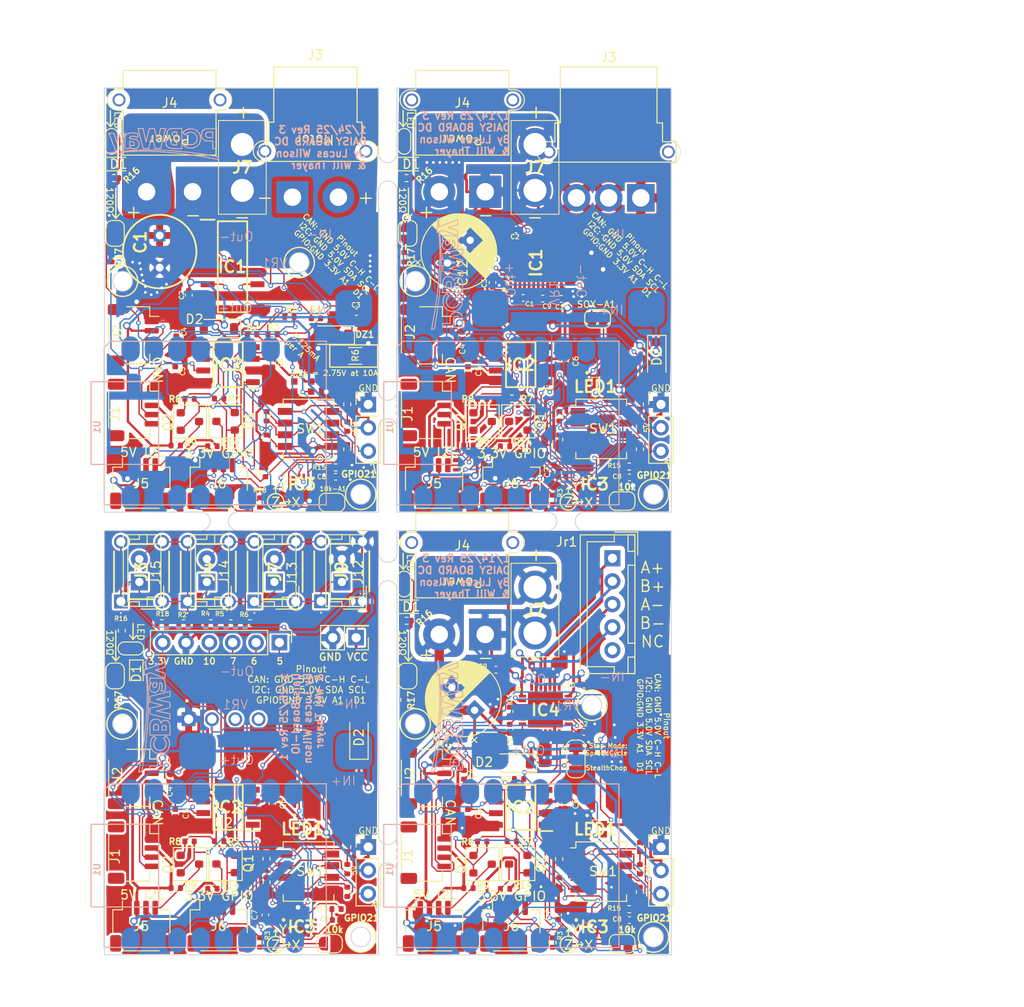
<source format=kicad_pcb>
(kicad_pcb (version 20240108) (generator "pcbnew") (generator_version "8.0")
  (layers (0 "F.Cu" signal) (31 "B.Cu" signal) (34 "B.Paste" user) (35 "F.Paste" user) (36 "B.SilkS" user "B.Silkscreen") (37 "F.SilkS" user "F.Silkscreen") (38 "B.Mask" user) (39 "F.Mask" user) (44 "Edge.Cuts" user))
  (net 0 "")
  (footprint "SamacSys_Parts:SOIC127P600X175-8N" (layer "F.Cu") (at 74.275537 55.1332 180)
    (property "Reference" "IC2")
    (property "Value" "TJA1050T_CM" (hide yes))
  )
  (footprint "SamacSys_Parts:LSM6DS3USTR" (layer "F.Cu") (at 82.520178 116.329495)
    (property "Reference" "IC3")
    (property "Value" "LSM6DS3TR-C" (hide yes))
  )
  (footprint "Connector_JST:JST_SH_SM04B-SRSS-TB_1x04-1MP_P1.00mm_Horizontal" (layer "F.Cu") (at 32.9886 116.246965)
    (property "Reference" "J5")
    (property "Value" "SM04B-SRSS-TB")
  )
  (footprint "Resistor_SMD:R_0402_1005Metric" (layer "F.Cu") (at 70.082537 58.8518 180)
    (property "Reference" "R8")
    (property "Value" "10k")
  )
  (footprint "CutomParts:Jumper Connected 2 Pin Small" (layer "F.Cu") (at 31.9024 86.016365)
    (property "Reference" "JP2" (hide yes))
    (property "Value" "SolderJumper_2_Open")
  )
  (footprint "Connector_PinHeader_2.54mm:PinHeader_1x03_P2.54mm_Vertical" (layer "F.Cu") (at 89.538578 107.645095)
    (property "Reference" "J8" (hide yes))
    (property "Value" "Conn_01x03_Pin")
  )
  (footprint "Resistor_SMD:R_0402_1005Metric" (layer "F.Cu") (at 44.8056 83.273165 180)
    (property "Reference" "R6")
    (property "Value" "2.2k")
  )
  (footprint "Resistor_SMD:R_0402_1005Metric" (layer "F.Cu") (at 49.0982 49.9364)
    (property "Reference" "R5")
    (property "Value" "1.1k")
  )
  (footprint "Connector_PinHeader_2.54mm:PinHeader_1x06_P2.54mm_Vertical" (layer "F.Cu") (at 48.006 85.381365 -90)
    (property "Reference" "J11" (hide yes))
    (property "Value" "Conn_01x06_Pin")
  )
  (footprint "Capacitor_SMD:C_0402_1005Metric" (layer "F.Cu") (at 56.388 49.403)
    (property "Reference" "C3")
    (property "Value" "10nF")
  )
  (footprint "Resistor_SMD:R_0402_1005Metric" (layer "F.Cu") (at 61.600937 43.434 90)
    (property "Reference" "R17")
    (property "Value" "120")
  )
  (footprint "Resistor_SMD:R_0402_1005Metric" (layer "F.Cu") (at 55.3974 107.629765 -90)
    (property "Reference" "R13" (hide yes))
    (property "Value" "10k")
  )
  (footprint "CutomParts:Jumper Connected 2 Pin Small" (layer "F.Cu") (at 29.7434 30.8864 -90)
    (property "Reference" "JP2" (hide yes))
    (property "Value" "SolderJumper_2_Open")
  )
  (footprint "Library:Xt30 Horizontal" (layer "F.Cu") (at 70.409578 84.498095)
    (property "Reference" "J4")
    (property "Value" "XT30PB")
  )
  (footprint "SamacSys_Parts:SOIC127P600X175-8N" (layer "F.Cu") (at 42.418 103.303565 180)
    (property "Reference" "IC2")
    (property "Value" "TJA1050T_CM" (hide yes))
  )
  (footprint "SamacSys_Parts:LSM6DS3USTR" (layer "F.Cu") (at 50.665 116.316165)
    (property "Reference" "IC3")
    (property "Value" "LSM6DS3TR-C" (hide yes))
  )
  (footprint "JST_Sorted:XT30PB" (layer "F.Cu") (at 75.828537 36.1628 180)
    (property "Reference" "J7")
    (property "Value" "XT30PB" (hide yes))
  )
  (footprint "Capacitor_SMD:C_0402_1005Metric" (layer "F.Cu") (at 73.754137 40.426 180)
    (property "Reference" "C2")
    (property "Value" "1uF 50V")
  )
  (footprint "SamacSys_Parts:CAPPRD350W65D800H1300" (layer "F.Cu") (at 34.9758 41.0718 -90)
    (property "Reference" "C1")
    (property "Value" "EEU-FK1E271" (hide yes))
  )
  (footprint "Capacitor_SMD:C_0402_1005Metric" (layer "F.Cu") (at 68.535137 55.8394 -90)
    (property "Reference" "C5")
    (property "Value" "30pF")
  )
  (footprint "Capacitor_SMD:C_0402_1005Metric" (layer "F.Cu") (at 71.202137 46.2 90)
    (property "Reference" "C3")
    (property "Value" "1uF 50V")
  )
  (footprint "Resistor_SMD:R_0402_1005Metric" (layer "F.Cu") (at 87.254937 59.4594 -90)
    (property "Reference" "R13" (hide yes))
    (property "Value" "10k")
  )
  (footprint "Capacitor_SMD:C_0402_1005Metric" (layer "F.Cu") (at 73.079378 92.890295 -90)
    (property "Reference" "C1")
    (property "Value" "22nF 50V")
  )
  (footprint "Capacitor_THT:CP_Radial_D8.0mm_P3.50mm" (layer "F.Cu") (at 66.299937 44.069 45)
    (property "Reference" "C12")
    (property "Value" "100uF")
  )
  (footprint "Resistor_SMD:R_0402_1005Metric" (layer "F.Cu") (at 40.5384 83.273165 180)
    (property "Reference" "R4")
    (property "Value" "10k")
  )
  (footprint "Connector_JST:JST_SH_SM04B-SRSS-TB_1x04-1MP_P1.00mm_Horizontal" (layer "F.Cu") (at 64.846137 68.0766)
    (property "Reference" "J5")
    (property "Value" "SM04B-SRSS-TB")
  )
  (footprint "Resistor_SMD:R_0402_1005Metric" (layer "F.Cu") (at 87.252578 112.523895 90)
    (property "Reference" "R11" (hide yes))
    (property "Value" "4.7k")
  )
  (footprint "Resistor_SMD:R_0402_1005Metric" (layer "F.Cu") (at 68.587937 63.9318 180)
    (property "Reference" "R9")
    (property "Value" "10k")
  )
  (footprint "Resistor_SMD:R_0402_1005Metric" (layer "F.Cu") (at 29.7434 91.604365 90)
    (property "Reference" "R17")
    (property "Value" "120")
  )
  (footprint "Capacitor_SMD:C_0402_1005Metric" (layer "F.Cu") (at 78.337178 115.036495 90)
    (property "Reference" "C7")
    (property "Value" "100nF 50V")
  )
  (footprint "SamacSys_Parts:LSM6DS3USTR" (layer "F.Cu") (at 50.665 68.1458)
    (property "Reference" "IC3")
    (property "Value" "LSM6DS3TR-C" (hide yes))
  )
  (footprint "Capacitor_SMD:C_0402_1005Metric" (layer "F.Cu") (at 71.583378 88.341095)
    (property "Reference" "C9")
    (property "Value" "100nF 50V")
  )
  (footprint "Resistor_SMD:R_0402_1005Metric" (layer "F.Cu") (at 36.7304 63.9318 180)
    (property "Reference" "R9")
    (property "Value" "10k")
  )
  (footprint "Connector_JST:JST_SH_SM04B-SRSS-TB_1x04-1MP_P1.00mm_Horizontal" (layer "F.Cu") (at 73.265537 68.0766)
    (property "Reference" "J6")
    (property "Value" "SM04B-SRSS-TB")
  )
  (footprint "Button_Switch_SMD:SW_DIP_SPSTx04_Slide_Copal_CHS-04A_W5.08mm_P1.27mm_JPin" (layer "F.Cu") (at 83.038537 62.1284)
    (property "Reference" "SW1")
    (property "Value" "DSHP04TJGER")
  )
  (footprint "SamacSys_Parts:TS026660BK160LCRD" (layer "F.Cu") (at 30.7552 80.908565 90)
    (property "Reference" "J3")
    (property "Value" "TS02-66-60-BK-160-LCR-D" (hide yes))
  )
  (footprint "Panelization.pretty-master:mouse-bite-2mm-slot" (layer "F.Cu") (at 59.805 34.151 90)
    (property "Reference" "mouse-bite-2mm-slot" (hide yes))
    (property "Value" "VAL**" (hide yes))
    (fp_arc (start -2 -1) (mid -1 0) (end -2 1) (stroke (width 0.1)) (layer "Edge.Cuts"))
    (fp_arc (start 2 1) (mid 1 0) (end 2 -1) (stroke (width 0.1)) (layer "Edge.Cuts"))
  )
  (footprint "Capacitor_SMD:C_0402_1005Metric" (layer "F.Cu") (at 81.156578 89.966695 180)
    (property "Reference" "C10")
    (property "Value" "100nF 50V")
  )
  (footprint "CutomParts:Jumper Connected 2 Pin Small" (layer "F.Cu") (at 61.600937 30.8864 -90)
    (property "Reference" "JP2" (hide yes))
    (property "Value" "SolderJumper_2_Open")
  )
  (footprint "Button_Switch_SMD:SW_DIP_SPSTx04_Slide_Copal_CHS-04A_W5.08mm_P1.27mm_JPin" (layer "F.Cu") (at 83.036178 110.312095)
    (property "Reference" "SW1")
    (property "Value" "DSHP04TJGER")
  )
  (footprint "CutomParts:MODULE_DM-OLED096-636" (layer "F.Cu") (at 41.9404 105.220565)
    (property "Reference" "U2")
    (property "Value" "DM-OLED096-636" (hide yes))
  )
  (footprint "Panelization.pretty-master:mouse-bite-2mm-slot" (layer "F.Cu") (at 59.805 108.3684 90)
    (property "Reference" "mouse-bite-2mm-slot" (hide yes))
    (property "Value" "VAL**" (hide yes))
    (fp_arc (start -2 -1) (mid -1 0) (end -2 1) (stroke (width 0.1)) (layer "Edge.Cuts"))
    (fp_arc (start 2 1) (mid 1 0) (end 2 -1) (stroke (width 0.1)) (layer "Edge.Cuts"))
  )
  (footprint "PCM_Package_TO_SOT_SMD_AKL:SOT-23" (layer "F.Cu") (at 74.009778 109.489095 180)
    (property "Reference" "Q1")
    (property "Value" "BSS138" (hide yes))
  )
  (footprint "Connector_JST:JST_SH_SM04B-SRSS-TB_1x04-1MP_P1.00mm_Horizontal" (layer "F.Cu") (at 73.263178 116.260295)
    (property "Reference" "J6")
    (property "Value" "SM04B-SRSS-TB")
  )
  (footprint "SamacSys_Parts:QFN50P500X700X100-41N-D" (layer "F.Cu") (at 75.938537 44.0582 90)
    (property "Reference" "IC1")
    (property "Value" "MCF8316A1VRGFR" (hide yes))
  )
  (footprint "LED_SMD:LED_0603_1608Metric" (layer "F.Cu") (at 62.363037 33.2994)
    (property "Reference" "D1")
    (property "Value" "KT-0603R")
  )
  (footprint "CutomParts:Jumper Connected 2 Pin Small" (layer "F.Cu") (at 61.598578 79.070095 -90)
    (property "Reference" "JP2" (hide yes))
    (property "Value" "SolderJumper_2_Open")
  )
  (footprint "Capacitor_SMD:C_0402_1005Metric" (layer "F.Cu") (at 36.6776 104.009765 -90)
    (property "Reference" "C5")
    (property "Value" "30pF")
  )
  (footprint "Connector_JST:JST_SH_SM04B-SRSS-TB_1x04-1MP_P1.00mm_Horizontal" (layer "F.Cu") (at 63.969737 51.9384 -90)
    (property "Reference" "J2")
    (property "Value" "SM04B-SRSS-TB")
  )
  (footprint "Jumper:SolderJumper-2_P1.3mm_Open_RoundedPad1.0x1.5mm" (layer "F.Cu") (at 85.309537 69.977 180)
    (property "Reference" "JP4" (hide yes))
    (property "Value" "SolderJumper_2_Open")
  )
  (footprint "Resistor_SMD:R_0402_1005Metric" (layer "F.Cu") (at 78.466537 63.2948 90)
    (property "Reference" "R12" (hide yes))
    (property "Value" "2.2k")
  )
  (footprint "LED_SMD:LED_0603_1608Metric" (layer "F.Cu") (at 30.5055 33.2994)
    (property "Reference" "D1")
    (property "Value" "KT-0603R")
  )
  (footprint "Resistor_SMD:R_0402_1005Metric" (layer "F.Cu") (at 45.8978 70.1294 90)
    (property "Reference" "R18")
    (property "Value" "10k 1%")
  )
  (footprint "Resistor_SMD:R_0402_1005Metric" (layer "F.Cu") (at 45.8978 118.020365 90)
    (property "Reference" "R3")
    (property "Value" "10k 1%")
  )
  (footprint "SamacSys_Parts:TS026660BK160LCRD" (layer "F.Cu") (at 38.0196 80.908565 90)
    (property "Reference" "J4")
    (property "Value" "TS02-66-60-BK-160-LCR-D" (hide yes))
  )
  (footprint "Connector_JST:JST_SH_SM04B-SRSS-TB_1x04-1MP_P1.00mm_Horizontal" (layer "F.Cu") (at 63.967378 100.122095 -90)
    (property "Reference" "J2")
    (property "Value" "SM04B-SRSS-TB")
  )
  (footprint "Resistor_SMD:R_0402_1005Metric" (layer "F.Cu") (at 61.850578 83.007095 180)
    (property "Reference" "R16")
    (property "Value" "1.5k")
  )
  (footprint "Panelization.pretty-master:mouse-bite-2mm-slot" (layer "F.Cu") (at 59.7916 60.0202 90)
    (property "Reference" "mouse-bite-2mm-slot" (hide yes))
    (property "Value" "VAL**" (hide yes))
    (fp_arc (start -2 -1) (mid -1 0) (end -2 1) (stroke (width 0.1)) (layer "Edge.Cuts"))
    (fp_arc (start 2 1) (mid 1 0) (end 2 -1) (stroke (width 0.1)) (layer "Edge.Cuts"))
  )
  (footprint "Connector_PinHeader_2.54mm:PinHeader_2x01_P2.54mm_Vertical" (layer "F.Cu") (at 56.3626 84.847965 180)
    (property "Reference" "J10" (hide yes))
    (property "Value" "Conn_01x02_Pin")
  )
  (footprint "Resistor_SMD:R_0402_1005Metric" (layer "F.Cu") (at 42.7228 83.273165 180)
    (property "Reference" "R5")
    (property "Value" "4.7k")
  )
  (footprint "Connector_JST:JST_SH_SM04B-SRSS-TB_1x04-1MP_P1.00mm_Horizontal" (layer "F.Cu") (at 41.408 68.0766)
    (property "Reference" "J6")
    (property "Value" "SM04B-SRSS-TB")
  )
  (footprint "Capacitor_SMD:C_0402_1005Metric" (layer "F.Cu") (at 36.7792 51.5366 -90)
    (property "Reference" "C4")
    (property "Value" "30pF")
  )
  (footprint "Resistor_SMD:R_0402_1005Metric" (layer "F.Cu") (at 86.084178 114.401495 180)
    (property "Reference" "R15")
    (property "Value" "10k")
  )
  (footprint "Resistor_SMD:R_0402_1005Metric" (layer "F.Cu") (at 87.254937 61.8744 90)
    (property "Reference" "R1" (hide yes))
    (property "Value" "22k")
  )
  (footprint "Capacitor_SMD:C_0402_1005Metric" (layer "F.Cu") (at 54.2544 115.581965)
    (property "Reference" "C8")
    (property "Value" "100nF 50V")
  )
  (footprint "Jumper:SolderJumper-2_P1.3mm_Open_RoundedPad1.0x1.5mm" (layer "F.Cu") (at 53.7314 70.1294 180)
    (property "Reference" "JP3" (hide yes))
    (property "Value" "SolderJumper_2_Open")
  )
  (footprint "Resistor_SMD:R_0402_1005Metric" (layer "F.Cu") (at 54.229 114.388165 180)
    (property "Reference" "R15")
    (property "Value" "10k")
  )
  (footprint "Capacitor_SMD:C_0402_1005Metric" (layer "F.Cu") (at 47.244 102.922565 -90)
    (property "Reference" "C6")
    (property "Value" "100nF 50V")
  )
  (footprint "SamacSys_Parts:SOIC127P600X175-8N" (layer "F.Cu") (at 74.273178 103.316895 180)
    (property "Reference" "IC2")
    (property "Value" "TJA1050T_CM" (hide yes))
  )
  (footprint "Resistor_SMD:R_0402_1005Metric" (layer "F.Cu") (at 41.4528 58.8264 180)
    (property "Reference" "R7")
    (property "Value" "10k")
  )
  (footprint "Capacitor_SMD:C_0402_1005Metric" (layer "F.Cu") (at 46.482 115.023165 90)
    (property "Reference" "C7")
    (property "Value" "100nF 50V")
  )
  (footprint "Capacitor_SMD:C_0402_1005Metric" (layer "F.Cu") (at 81.133778 95.097495)
    (property "Reference" "C2")
    (property "Value" "100nF 50V")
  )
  (footprint "Resistor_SMD:R_0402_1005Metric" (layer "F.Cu") (at 74.093378 100.228295)
    (property "Reference" "R2")
    (property "Value" "1k")
  )
  (footprint "Resistor_SMD:R_0402_1005Metric" (layer "F.Cu") (at 68.585578 112.115495 180)
    (property "Reference" "R9")
    (property "Value" "10k")
  )
  (footprint "Capacitor_SMD:C_0402_1005Metric" (layer "F.Cu") (at 68.532778 104.023095 -90)
    (property "Reference" "C5")
    (property "Value" "30pF")
  )
  (footprint "Resistor_SMD:R_0402_1005Metric" (layer "F.Cu") (at 37.5666 83.273165 180)
    (property "Reference" "R2")
    (property "Value" "22k")
  )
  (footprint "Resistor_SMD:R_0402_1005Metric" (layer "F.Cu") (at 54.1274 66.3194)
    (property "Reference" "R15")
    (property "Value" "10k")
  )
  (footprint "Resistor_SMD:R_0402_1005Metric" (layer "F.Cu") (at 46.609 60.7528 90)
    (property "Reference" "R10" (hide yes))
    (property "Value" "10k")
  )
  (footprint "JST_Sorted:XT30PB" (layer "F.Cu") (at 75.826178 84.346495 180)
    (property "Reference" "J7")
    (property "Value" "XT30PB" (hide yes))
  )
  (footprint "Capacitor_SMD:C_0402_1005Metric" (layer "F.Cu") (at 36.0426 100.087965 -90)
    (property "Reference" "C4")
    (property "Value" "30pF")
  )
  (footprint "Resistor_SMD:R_0402_1005Metric" (layer "F.Cu") (at 45.0322 51.8414 180)
    (property "Reference" "R2")
    (property "Value" "1.1k")
  )
  (footprint "Resistor_SMD:R_0402_1005Metric" (layer "F.Cu") (at 35.2044 83.273165)
    (property "Reference" "R18")
    (property "Value" "10k")
  )
  (footprint "Capacitor_SMD:C_0402_1005Metric" (layer "F.Cu") (at 36.6776 55.8394 -90)
    (property "Reference" "C5")
    (property "Value" "30pF")
  )
  (footprint "Resistor_SMD:R_0402_1005Metric" (layer "F.Cu") (at 46.609 108.923165 90)
    (property "Reference" "R10" (hide yes))
    (property "Value" "10k")
  )
  (footprint "Jumper:SolderJumper-3_P1.3mm_Bridged12_RoundedPad1.0x1.5mm" (layer "F.Cu") (at 80.283078 98.043895 -90)
    (property "Reference" "JP3" (hide yes))
    (property "Value" "SolderJumper_3_Bridged12")
  )
  (footprint "Jumper:SolderJumper-2_P1.3mm_Open_RoundedPad1.0x1.5mm" (layer "F.Cu") (at 85.307179 118.160695 180)
    (property "Reference" "JP4" (hide yes))
    (property "Value" "SolderJumper_2_Open")
  )
  (footprint "Capacitor_SMD:C_0402_1005Metric" (layer "F.Cu") (at 86.109578 115.595295)
    (property "Reference" "C8")
    (property "Value" "100nF 50V")
  )
  (footprint "Resistor_SMD:R_0402_1005Metric" (layer "F.Cu") (at 51.9938 50.0888)
    (property "Reference" "R4")
    (property "Value" "1.1k")
  )
  (footprint "Capacitor_SMD:C_0402_1005Metric" (layer "F.Cu") (at 74.541537 47.8682)
    (property "Reference" "C1")
    (property "Value" "47nF 50V")
  )
  (footprint "Resistor_SMD:R_0402_1005Metric" (layer "F.Cu") (at 40.7182 64.008)
    (property "Reference" "R14")
    (property "Value" "10k")
  )
  (footprint "Capacitor_SMD:C_0402_1005Metric" (layer "F.Cu") (at 38.1508 47.5716 -90)
    (property "Reference" "C2")
    (property "Value" "100nF")
  )
  (footprint "Resistor_SMD:R_0402_1005Metric" (layer "F.Cu") (at 72.573378 112.191695)
    (property "Reference" "R14")
    (property "Value" "10k")
  )
  (footprint "Connector_JST:JST_SH_SM04B-SRSS-TB_1x04-1MP_P1.00mm_Horizontal" (layer "F.Cu") (at 32.1122 51.9384 -90)
    (property "Reference" "J2")
    (property "Value" "SM04B-SRSS-TB")
  )
  (footprint "Diode_SMD:D_SOD-123" (layer "F.Cu") (at 56.6674 95.719165 90)
    (property "Reference" "D2")
    (property "Value" "SS34")
  )
  (footprint "Connector_JST:JST_SH_SM04B-SRSS-TB_1x04-1MP_P1.00mm_Horizontal" (layer "F.Cu") (at 32.1122 108.236765 -90)
    (property "Reference" "J1")
    (property "Value" "SM04B-SRSS-TB")
  )
  (footprint "Capacitor_SMD:C_0402_1005Metric" (layer "F.Cu") (at 76.675137 47.9444)
    (property "Reference" "C9")
    (property "Value" "1uF 50V")
  )
  (footprint "Jst Connectors:JST_EH_B02B-EH-A_02x2.50mm_Straight" (layer "F.Cu") (at 47.4641 78.788165 90)
    (property "Reference" "J13")
    (property "Value" "Conn_01x02_Pin")
  )
  (footprint "LED_SMD:LED_0603_1608Metric" (layer "F.Cu") (at 62.360678 81.483095)
    (property "Reference" "D1")
    (property "Value" "KT-0603R")
  )
  (footprint "Jumper:SolderJumper-2_P1.3mm_Open_RoundedPad1.0x1.5mm" (layer "F.Cu") (at 53.452 118.147365 180)
    (property "Reference" "JP4" (hide yes))
    (property "Value" "SolderJumper_2_Open")
  )
  (footprint "Connector_JST:JST_SH_SM04B-SRSS-TB_1x04-1MP_P1.00mm_Horizontal" (layer "F.Cu") (at 64.843778 116.260295)
    (property "Reference" "J5")
    (property "Value" "SM04B-SRSS-TB")
  )
  (footprint "SamacSys_Parts:SOIC127P600X175-8N" (layer "F.Cu") (at 42.418 55.1332 180)
    (property "Reference" "IC2")
    (property "Value" "TJA1050T_CM" (hide yes))
  )
  (footprint "Connector_JST:JST_SH_SM04B-SRSS-TB_1x04-1MP_P1.00mm_Horizontal" (layer "F.Cu") (at 32.9886 68.0766)
    (property "Reference" "J5")
    (property "Value" "SM04B-SRSS-TB")
  )
  (footprint "Capacitor_SMD:C_0402_1005Metric" (layer "F.Cu") (at 79.101537 54.7522 -90)
    (property "Reference" "C6")
    (property "Value" "100nF 50V")
  )
  (footprint "Resistor_SMD:R_1206_3216Metric_Pad1.30x1.75mm_HandSolder" (layer "F.Cu") (at 56.261 54.1782)
    (property "Reference" "R6")
    (property "Value" "2.2k")
  )
  (footprint "PCM_Package_TO_SOT_SMD_AKL:SOT-23" (layer "F.Cu") (at 70.125937 61.3206)
    (property "Reference" "Q2")
    (property "Value" "BSS138" (hide yes))
  )
  (footprint "Resistor_SMD:R_0402_1005Metric" (layer "F.Cu") (at 73.310337 58.8264 180)
    (property "Reference" "R7")
    (property "Value" "10k")
  )
  (footprint "Resistor_SMD:R_0402_1005Metric" (layer "F.Cu") (at 41.4528 106.996765 180)
    (property "Reference" "R7")
    (property "Value" "10k")
  )
  (footprint "Resistor_SMD:R_0402_1005Metric" (layer "F.Cu") (at 55.3974 110.044765 90)
    (property "Reference" "R1" (hide yes))
    (property "Value" "22k")
  )
  (footprint "LED_SMD:LED_0603_1608Metric" (layer "F.Cu") (at 32.4358 88.759565 -90)
    (property "Reference" "D1")
    (property "Value" "KT-0603R")
  )
  (footprint "JST_Sorted:XT30PB" (layer "F.Cu") (at 43.971 36.1628 180)
    (property "Reference" "J7")
    (property "Value" "XT30PB" (hide yes))
  )
  (footprint "Panelization.pretty-master:mouse-bite-2mm-slot" (layer "F.Cu") (at 41.4648 72.1734 180)
    (property "Reference" "mouse-bite-2mm-slot" (hide yes))
    (property "Value" "VAL**" (hide yes))
    (fp_arc (start 2 1) (mid 1.000001 0) (end 2 -1) (stroke (width 0.1)) (layer "Edge.Cuts"))
    (fp_arc (start -2 -1) (mid -1.000001 0) (end -2 1) (stroke (width 0.1)) (layer "Edge.Cuts"))
  )
  (footprint "Resistor_SMD:R_0402_1005Metric" (layer "F.Cu") (at 73.307978 107.010095 180)
    (property "Reference" "R7")
    (property "Value" "10k")
  )
  (footprint "Capacitor_SMD:C_0402_1005Metric" (layer "F.Cu") (at 68.100978 99.771095 -90)
    (property "Reference" "C4")
    (property "Value" "30pF")
  )
  (footprint "SamacSys_Parts:WS2812C2020" (layer "F.Cu") (at 82.402937 57.5144 180)
    (property "Reference" "LED1")
    (property "Value" "WS2812C-2020" (hide yes))
  )
  (footprint "Resistor_SMD:R_0402_1005Metric" (layer "F.Cu") (at 78.464178 111.478495 90)
    (property "Reference" "R12" (hide yes))
    (property "Value" "2.2k")
  )
  (footprint "Connector_JST:JST_SH_SM04B-SRSS-TB_1x04-1MP_P1.00mm_Horizontal" (layer "F.Cu") (at 63.969737 60.0664 -90)
    (property "Reference" "J1")
    (property "Value" "SM04B-SRSS-TB")
  )
  (footprint "SamacSys_Parts:TS026660BK160LCRD" (layer "F.Cu") (at 45.284 80.910965 90)
    (property "Reference" "J7")
    (property "Value" "TS02-66-60-BK-160-LCR-D" (hide yes))
  )
  (footprint "Resistor_SMD:R_0402_1005Metric" (layer "F.Cu") (at 29.9954 34.8234 180)
    (property "Reference" "R16")
    (property "Value" "1.5k")
  )
  (footprint "Resistor_SMD:R_0402_1005Metric" (layer "F.Cu") (at 55.3974 61.8744 90)
    (property "Reference" "R1" (hide yes))
    (property "Value" "22k")
  )
  (footprint "JST_Sorted:xt30_90_Female" (layer "F.Cu") (at 49.4294 36.9024)
    (property "Reference" "J3")
    (property "Value" "XT30PB")
  )
  (footprint "Capacitor_THT:CP_Radial_D8.0mm_P3.50mm" (layer "F.Cu") (at 69.255078 92.746395 135)
    (property "Reference" "C11")
    (property "Value" "100uF")
  )
  (footprint "Capacitor_SMD:C_0402_1005Metric" (layer "F.Cu") (at 78.684337 47.9698)
    (property "Reference" "C10")
    (property "Value" "100nF 50V")
  )
  (footprint "SamacSys_Parts:WS2812C2020" (layer "F.Cu") (at 50.5454 105.684765 180)
    (property "Reference" "LED1")
    (property "Value" "WS2812C-2020" (hide yes))
  )
  (footprint "Capacitor_SMD:C_0402_1005Metric" (layer "F.Cu") (at 67.900137 51.9176 -90)
    (property "Reference" "C4")
    (property "Value" "30pF")
  )
  (footprint "SamacSys_Parts:TS026660BK160LCRD" (layer "F.Cu") (at 52.5484 80.885565 90)
    (property "Reference" "J9")
    (property "Value" "TS02-66-60-BK-160-LCR-D" (hide yes))
  )
  (footprint "Button_Switch_SMD:SW_DIP_SPSTx04_Slide_Copal_CHS-04A_W5.08mm_P1.27mm_JPin" (layer "F.Cu") (at 51.181 62.1284)
    (property "Reference" "SW1")
    (property "Value" "DSHP04TJGER")
  )
  (footprint "Jumper:SolderJumper-2_P1.3mm_Open_RoundedPad1.0x1.5mm" (layer "F.Cu") (at 61.979578 89.026895 90)
    (property "Reference" "JP1" (hide yes))
    (property "Value" "SolderJumper_2_Open")
  )
  (footprint "Jst Connectors:JST_XH_B05B-XH-A_05x2.50mm_Straight" (layer "F.Cu") (at 84.255378 76.207495 -90)
    (property "Reference" "Jr1")
    (property "Value" "Conn_01x05_Pin")
  )
  (footprint "Capacitor_SMD:C_0402_1005Metric" (layer "F.Cu") (at 78.339537 66.8528 90)
    (property "Reference" "C7")
    (property "Value" "100nF 50V")
  )
  (footprint "Resistor_SMD:R_0402_1005Metric" (layer "F.Cu") (at 61.598578 91.617695 90)
    (property "Reference" "R17")
    (property "Value" "120")
  )
  (footprint "Resistor_SMD:R_0402_1005Metric" (layer "F.Cu") (at 78.466537 60.7528 90)
    (property "Reference" "R10" (hide yes))
    (property "Value" "10k")
  )
  (footprint "Capacitor_SMD:C_0402_1005Metric" (layer "F.Cu") (at 79.099178 102.935895 -90)
    (property "Reference" "C6")
    (property "Value" "100nF 50V")
  )
  (footprint "Resistor_SMD:R_0402_1005Metric" (layer "F.Cu") (at 77.752978 118.033695 90)
    (property "Reference" "R3")
    (property "Value" "10k")
  )
  (footprint "Connector_PinHeader_2.54mm:PinHeader_1x03_P2.54mm_Vertical" (layer "F.Cu") (at 57.6834 107.631765)
    (property "Reference" "J8" (hide yes))
    (property "Value" "Conn_01x03_Pin")
  )
  (footprint "Panelization.pretty-master:mouse-bite-2mm-slot" (layer "F.Cu") (at 59.817 77.6478 90)
    (property "Reference" "mouse-bite-2mm-slot" (hide yes))
    (property "Value" "VAL**" (hide yes))
    (fp_arc (start -2 -1) (mid -1 0) (end -2 1) (stroke (width 0.1)) (layer "Edge.Cuts"))
    (fp_arc (start 2 1) (mid 1 0) (end 2 -1) (stroke (width 0.1)) (layer "Edge.Cuts"))
  )
  (footprint "Diode_SMD:D_SOD-123" (layer "F.Cu") (at 53.8216 51.9176 180)
    (property "Reference" "DZ1")
    (property "Value" "MM1Z3V3")
  )
  (footprint "Resistor_SMD:R_0402_1005Metric" (layer "F.Cu") (at 47.2714 51.8414 180)
    (property "Reference" "R3")
    (property "Value" "1.1k")
  )
  (footprint "PCM_Package_TO_SOT_SMD_AKL:SOT-23" (layer "F.Cu") (at 42.1546 109.475765 180)
    (property "Reference" "Q1")
    (property "Value" "BSS138" (hide yes))
  )
  (footprint "Resistor_SMD:R_0402_1005Metric" (layer "F.Cu") (at 87.254937 64.3402 90)
    (property "Reference" "R11" (hide yes))
    (property "Value" "4.7k")
  )
  (footprint "Connector_PinHeader_2.54mm:PinHeader_1x03_P2.54mm_Vertical" (layer "F.Cu") (at 89.540937 59.4614)
    (property "Reference" "J8" (hide yes))
    (property "Value" "Conn_01x03_Pin")
  )
  (footprint "Panelization.pretty-master:mouse-bite-2mm-slot" (layer "F.Cu") (at 79.1972 72.1868 180)
    (property "Reference" "mouse-bite-2mm-slot" (hide yes))
    (property "Value" "VAL**" (hide yes))
    (fp_arc (start 2 1) (mid 1.000001 0) (end 2 -1) (stroke (width 0.1)) (layer "Edge.Cuts"))
    (fp_arc (start -2 -1) (mid -1.000001 0) (end -2 1) (stroke (width 0.1)) (layer "Edge.Cuts"))
  )
  (footprint "Connector_AMASS:AMASS_MR30PW-FB_1x03_P3.50mm_Horizontal" (layer "F.Cu") (at 87.348937 36.9786)
    (property "Reference" "J3")
    (property "Value" "Conn_01x03_Pin")
  )
  (footprint "Button_Switch_SMD:SW_DIP_SPSTx04_Slide_Copal_CHS-04A_W5.08mm_P1.27mm_JPin" (layer "F.Cu") (at 51.181 110.298765)
    (property "Reference" "SW1")
    (property "Value" "DSHP04TJGER")
  )
  (footprint "Connector_JST:JST_SH_SM04B-SRSS-TB_1x04-1MP_P1.00mm_Horizontal" (layer "F.Cu") (at 32.1122 60.0664 -90)
    (property "Reference" "J1")
    (property "Value" "SM04B-SRSS-TB")
  )
  (footprint "SamacSys_Parts:QFN50P500X500X90-29N" (layer "F.Cu") (at 76.964178 92.720695)
    (property "Reference" "IC4")
    (property "Value" "TMC2209-LA" (hide yes))
  )
  (footprint "Resistor_SMD:R_0402_1005Metric" (layer "F.Cu") (at 38.225 107.022165 180)
    (property "Reference" "R8")
    (property "Value" "10k")
  )
  (footprint "Resistor_SMD:R_0402_1005Metric" (layer "F.Cu") (at 77.755337 69.85 90)
    (property "Reference" "R3")
    (property "Value" "10k 1%")
  )
  (footprint "PCM_Package_TO_SOT_SMD_AKL:SOT-23" (layer "F.Cu") (at 70.123578 109.504295)
    (property "Reference" "Q2")
    (property "Value" "BSS138" (hide yes))
  )
  (footprint "Diode_SMD:D_SOD-123" (layer "F.Cu") (at 73.638178 98.501095 180)
    (property "Reference" "D2")
    (property "Value" "SS34")
  )
  (footprint "Capacitor_SMD:C_0402_1005Metric" (layer "F.Cu") (at 86.111937 67.4116)
    (property "Reference" "C8")
    (property "Value" "100nF 50V")
  )
  (footprint "Jumper:SolderJumper-2_P1.3mm_Open_RoundedPad1.0x1.5mm" (layer "F.Cu") (at 30.1244 89.013565 90)
    (property "Reference" "JP1" (hide yes))
    (property "Value" "SolderJumper_2_Open")
  )
  (footprint "PCM_Package_TO_SOT_SMD_AKL:SOT-23" (layer "F.Cu") (at 74.012137 61.3054 180)
    (property "Reference" "Q1")
    (property "Value" "BSS138" (hide yes))
  )
  (footprint "Diode_SMD:D_SOD-123" (layer "F.Cu") (at 89.083737 54.3042 -90)
    (property "Reference" "D2")
    (property "Value" "SS34")
  )
  (footprint "Resistor_SMD:R_0402_1005Metric" (layer "F.Cu") (at 40.7182 112.178365)
    (property "Reference" "R14")
    (property "Value" "10k")
  )
  (footprint "SamacSys_Parts:WS2812C2020" (layer "F.Cu") (at 82.400578 105.698095 180)
    (property "Reference" "LED1")
    (property "Value" "WS2812C-2020" (hide yes))
  )
  (footprint "Connector_JST:JST_SH_SM04B-SRSS-TB_1x04-1MP_P1.00mm_Horizontal" (layer "F.Cu") (at 32.1122 100.108765 -90)
    (property "Reference" "J2")
    (property "Value" "SM04B-SRSS-TB")
  )
  (footprint "Resistor_SMD:R_0402_1005Metric" (layer "F.Cu") (at 30.861 84.085965 -90)
    (property "Reference" "R16")
    (property "Value" "1.5k")
  )
  (footprint "Resistor_SMD:R_0402_1005Metric" (layer "F.Cu") (at 36.7304 112.102165 180)
    (property "Reference" "R9")
    (property "Value" "10k")
  )
  (footprint "Capacitor_SMD:C_0402_1005Metric" (layer "F.Cu") (at 54.1274 67.3354 180)
    (property "Reference" "C8")
    (property "Value" "100nF")
  )
  (footprint "SamacSys_Parts:SOIC127P600X175-16N" (layer "F.Cu") (at 42.9064 44.4754)
    (property "Reference" "IC1")
    (property "Value" "VNH7100BASTR" (hide yes))
  )
  (footprint "Capacitor_SMD:C_0402_1005Metric" (layer "F.Cu") (at 46.482 66.8528 90)
    (property "Reference" "C7")
    (property "Value" "100nF")
  )
  (footprint "PCM_Package_TO_SOT_SMD_AKL:SOT-23" (layer "F.Cu") (at 38.2684 61.3206)
    (property "Reference" "Q2")
    (property "Value" "BSS138" (hide yes))
  )
  (footprint "Resistor_SMD:R_0402_1005Metric" (layer "F.Cu") (at 46.609 111.465165 90)
    (property "Reference" "R12" (hide yes))
    (property "Value" "2.2k")
  )
  (footprint "Library:Xt30 Horizontal" (layer "F.Cu") (at 70.411937 36.3144)
    (property "Reference" "J4")
    (property "Value" "XT30PB")
  )
  (footprint "Connector_JST:JST_SH_SM04B-SRSS-TB_1x04-1MP_P1.00mm_Horizontal" (layer "F.Cu") (at 41.408 116.246965)
    (property "Reference" "J6")
    (property "Value" "SM04B-SRSS-TB")
  )
  (footprint "Library:Xt30 Horizontal" (layer "F.Cu") (at 38.5544 36.3144)
    (property "Reference" "J4")
    (property "Value" "XT30PB")
  )
  (footprint "PCM_Package_TO_SOT_SMD_AKL:SOT-23" (layer "F.Cu") (at 38.2684 109.490965)
    (property "Reference" "Q2")
    (property "Value" "BSS138" (hide yes))
  )
  (footprint "Resistor_SMD:R_0402_1005Metric" (layer "F.Cu") (at 55.3974 59.4594 -90)
    (property "Reference" "R13" (hide yes))
    (property "Value" "10k")
  )
  (footprint "Jst Connectors:JST_EH_B02B-EH-A_02x2.50mm_Straight" (layer "F.Cu") (at 40.1151 78.788165 90)
    (property "Reference" "J14")
    (property "Value" "Conn_01x02_Pin")
  )
  (footprint "Jumper:SolderJumper-2_P1.3mm_Open_RoundedPad1.0x1.5mm" (layer "F.Cu") (at 30.1244 40.8432 90)
    (property "Reference" "JP1" (hide yes))
    (property "Value" "SolderJumper_2_Open")
  )
  (footprint "Capacitor_SMD:C_0402_1005Metric" (layer "F.Cu") (at 73.079378 94.764695 -90)
    (property "Reference" "C3")
    (property "Value" "100nF 50V")
  )
  (footprint "Capacitor_SMD:C_0402_1005Metric" (layer "F.Cu") (at 47.244 54.9174 -90)
    (property "Reference" "C6")
    (property "Value" "100nF")
  )
  (footprint "Resistor_SMD:R_0402_1005Metric" (layer "F.Cu") (at 55.3974 112.510565 90)
    (property "Reference" "R11" (hide yes))
    (property "Value" "4.7k")
  )
  (footprint "Resistor_SMD:R_0402_1005Metric" (layer "F.Cu") (at 87.252578 110.058095 90)
    (property "Reference" "R1" (hide yes))
    (property "Value" "22k")
  )
  (footprint "Connector_PinHeader_2.54mm:PinHeader_1x03_P2.54mm_Vertical" (layer "F.Cu") (at 57.6834 59.4614)
    (property "Reference" "J8" (hide yes))
    (property "Value" "Conn_01x03_Pin")
  )
  (footprint "Jst Connectors:JST_EH_B02B-EH-A_02x2.50mm_Straight" (layer "F.Cu") (at 32.766 78.788165 90)
    (property "Reference" "J15")
    (property "Value" "Conn_01x02_Pin")
  )
  (footprint "Jumper:SolderJumper-2_P1.3mm_Open_RoundedPad1.0x1.5mm" (layer "F.Cu") (at 82.642537 50.1396)
    (property "Reference" "JP3" (hide yes))
    (property "Value" "SolderJumper_2_Open")
  )
  (footprint "SamacSys_Parts:WS2812C2020" (layer "F.Cu") (at 50.5454 57.5144 180)
    (property "Reference" "LED1" (hide yes))
    (property "Value" "WS2812C-2020" (hide yes))
  )
  (footprint "Resistor_SMD:R_0402_1005Metric" (layer "F.Cu") (at 38.225 58.8518 180)
    (property "Reference" "R8")
    (property "Value" "10k")
  )
  (footprint "Resistor_SMD:R_0402_1005Metric" (layer "F.Cu") (at 86.086537 66.2178 180)
    (property "Reference" "R15")
    (property "Value" "10k")
  )
  (footprint "Resistor_SMD:R_0402_1005Metric" (layer "F.Cu") (at 78.464178 108.936495 90)
    (property "Reference" "R10" (hide yes))
    (property "Value" "10k")
  )
  (footprint "Resistor_SMD:R_0402_1005Metric" (layer "F.Cu") (at 46.609 63.2948 90)
    (property "Reference" "R12" (hide yes))
    (property "Value" "2.2k")
  )
  (footprint "Resistor_SMD:R_0402_1005Metric" (layer "F.Cu") (at 70.080178 107.035495 180)
    (property "Reference" "R8")
    (property "Value" "10k")
  )
  (footprint "Resistor_SMD:R_0402_1005Metric" (layer "F.Cu") (at 61.852937 34.8234 180)
    (property "Reference" "R16")
    (property "Value" "1.5k")
  )
  (footprint "Connector_JST:JST_SH_SM04B-SRSS-TB_1x04-1MP_P1.00mm_Horizontal" (layer "F.Cu") (at 63.967378 108.250095 -90)
    (property "Reference" "J1")
    (property "Value" "SM04B-SRSS-TB")
  )
  (footprint "Jumper:SolderJumper-2_P1.3mm_Open_RoundedPad1.0x1.5mm" (layer "F.Cu") (at 61.981937 40.8432 90)
    (property "Reference" "JP1" (hide yes))
    (property "Value" "SolderJumper_2_Open")
  )
  (footprint "Diode_SMD:D_SOD-123" (layer "F.Cu") (at 41.4284 51.2064 180)
    (property "Reference" "D2")
    (property "Value" "SS34")
  )
  (footprint "Jst Connectors:JST_EH_B02B-EH-A_02x2.50mm_Straight" (layer "F.Cu") (at 54.8132 78.788165 90)
    (property "Reference" "J12")
    (property "Value" "Conn_01x02_Pin")
  )
  (footprint "Resistor_SMD:R_0402_1005Metric" (layer "F.Cu") (at 55.3974 64.3402 90)
    (property "Reference" "R11" (hide yes))
    (property "Value" "4.7k")
  )
  (footprint "PCM_Package_TO_SOT_SMD_AKL:SOT-23" (layer "F.Cu") (at 42.1546 61.3054 180)
    (property "Reference" "Q1")
    (property "Value" "BSS138" (hide yes))
  )
  (footprint "Resistor_SMD:R_0402_1005Metric" (layer "F.Cu") (at 29.7434 43.434 90)
    (property "Reference" "R17")
    (property "Value" "120")
  )
  (footprint "SamacSys_Parts:LSM6DS3USTR" (layer "F.Cu") (at 82.522537 68.1458)
    (property "Reference" "IC3")
    (property "Value" "LSM6DS3TR-C" (hide yes))
  )
  (footprint "Resistor_SMD:R_0402_1005Metric" (layer "F.Cu") (at 72.575737 64.008)
    (property "Reference" "R14")
    (property "Value" "10k")
  )
  (footprint "Resistor_SMD:R_0402_1005Metric" (layer "F.Cu") (at 87.252578 107.643095 -90)
    (property "Reference" "R13" (hide yes))
    (property "Value" "10k")
  )
  (footprint "Arduino:ESP32-C3 16 Pin Super Mini" (layer "B.Cu") (at 81.792337 52.5923 -90)
    (property "Reference" "U1")
    (property "Value" "MOUDLE-SEEEDUINO-XIAO-ESP32C3")
  )
  (footprint "Library:EY9 reg board" (layer "B.Cu") (at 47.4726 44.577 180)
    (property "Reference" "VR1")
    (property "Value" "~")
  )
  (footprint "Library:EY9 reg board" (layer "B.Cu") (at 79.330137 44.577 180)
    (property "Reference" "VR1")
    (property "Value" "~")
  )
  (footprint "Library:EY9 reg board" (layer "B.Cu") (at 47.4726 92.747365 180)
    (property "Reference" "VR1")
    (property "Value" "~")
  )
  (footprint "Arduino:ESP32-C3 16 Pin Super Mini" (layer "B.Cu") (at 49.9348 100.762665 -90)
    (property "Reference" "U1")
    (property "Value" "MOUDLE-SEEEDUINO-XIAO-ESP32C3")
  )
  (footprint "Library:EY9 reg board" (layer "B.Cu") (at 79.327778 92.760695 180)
    (property "Reference" "VR1")
    (property "Value" "~")
  )
  (footprint "Arduino:ESP32-C3 16 Pin Super Mini" (layer "B.Cu") (at 81.789978 100.775995 -90)
    (property "Reference" "U1")
    (property "Value" "MOUDLE-SEEEDUINO-XIAO-ESP32C3")
  )
  (footprint "Arduino:ESP32-C3 16 Pin Super Mini" (layer "B.Cu") (at 49.9348 52.5923 -90)
    (property "Reference" "U1")
    (property "Value" "MOUDLE-SEEEDUINO-XIAO-ESP32C3")
  )
  (gr_line (start 64.575501 99.484084) (end 64.695084 99.4615) (stroke (width 0.1)) (layer "B.SilkS"))
  (gr_arc (start 33.38533 87.412651) (mid 33.39086 87.392286) (end 33.400174 87.373349) (stroke (width 0.1)) (layer "B.SilkS"))
  (gr_arc (start 33.982772 96.203934) (mid 33.986951 96.17835) (end 33.992256 96.152975) (stroke (width 0.1)) (layer "B.SilkS"))
  (gr_line (start 67.355075 88.091366) (end 67.418575 88.071817) (stroke (width 0.1)) (layer "B.SilkS"))
  (gr_line (start 66.645345 88.994805) (end 66.939321 89.105273) (stroke (width 0.1)) (layer "B.SilkS"))
  (gr_arc (start 66.069854 90.788921) (mid 66.014001 90.767012) (end 65.961241 90.738447) (stroke (width 0.1)) (layer "B.SilkS"))
  (gr_line (start 37.588221 29.764325) (end 37.508375 29.835339) (stroke (width 0.1)) (layer "B.SilkS"))
  (gr_arc (start 39.59119 30.42699) (mid 39.563962 30.359056) (end 39.544321 30.288554) (stroke (width 0.1)) (layer "B.SilkS"))
  (gr_line (start 37.587447 31.256656) (end 37.666271 31.320537) (stroke (width 0.1)) (layer "B.SilkS"))
  (gr_line (start 34.474671 31.597846) (end 34.77858 31.597846) (stroke (width 0.1)) (layer "B.SilkS"))
  (gr_line (start 67.896383 48.065303) (end 67.890916 48.024175) (stroke (width 0.1)) (layer "B.SilkS"))
  (gr_arc (start 34.722874 94.284514) (mid 34.751841 94.303483) (end 34.776756 94.327526) (stroke (width 0.1)) (layer "B.SilkS"))
  (gr_line (start 33.917477 99.236535) (end 34.994437 99.236535) (stroke (width 0.1)) (layer "B.SilkS"))
  (gr_line (start 33.368727 88.892057) (end 33.403636 88.878431) (stroke (width 0.1)) (layer "B.SilkS"))
  (gr_line (start 67.509234 47.391633) (end 67.473331 47.425515) (stroke (width 0.1)) (layer "B.SilkS"))
  (gr_arc (start 65.844231 48.507018) (mid 65.837332 48.463252) (end 65.834517 48.419035) (stroke (width 0.1)) (layer "B.SilkS"))
  (gr_line (start 65.609803 91.397878) (end 65.601021 91.005025) (stroke (width 0.1)) (layer "B.SilkS"))
  (gr_arc (start 34.444964 96.019028) (mid 34.494685 95.949665) (end 34.548419 95.883362) (stroke (width 0.1)) (layer "B.SilkS"))
  (gr_line (start 65.226264 40.721692) (end 65.261173 40.708066) (stroke (width 0.1)) (layer "B.SilkS"))
  (gr_line (start 34.254774 89.897112) (end 34.267183 89.872178) (stroke (width 0.1)) (layer "B.SilkS"))
  (gr_line (start 67.420934 39.623899) (end 67.420532 39.460654) (stroke (width 0.1)) (layer "B.SilkS"))
  (gr_arc (start 67.811007 49.670587) (mid 67.829713 49.696246) (end 67.8459 49.723565) (stroke (width 0.1)) (layer "B.SilkS"))
  (gr_line (start 64.923929 50.987206) (end 64.945798 50.86805) (stroke (width 0.1)) (layer "B.SilkS"))
  (gr_line (start 32.518442 30.367583) (end 32.545265 30.3756) (stroke (width 0.1)) (layer "B.SilkS"))
  (gr_line (start 30.682563 32.210987) (end 30.771603 32.211244) (stroke (width 0.1)) (layer "B.SilkS"))
  (gr_line (start 40.748471 30.426394) (end 40.491931 30.42186) (stroke (width 0.1)) (layer "B.SilkS"))
  (gr_line (start 66.951546 50.639449) (end 66.95608 50.38291) (stroke (width 0.1)) (layer "B.SilkS"))
  (gr_arc (start 35.697116 30.676568) (mid 35.717293 30.636406) (end 35.74395 30.600219) (stroke (width 0.1)) (layer "B.SilkS"))
  (gr_line (start 33.485133 87.801455) (end 33.466676 87.643552) (stroke (width 0.1)) (layer "B.SilkS"))
  (gr_line (start 34.857277 94.464329) (end 34.860828 94.681272) (stroke (width 0.1)) (layer "B.SilkS"))
  (gr_line (start 33.626259 91.222946) (end 33.614586 92.016415) (stroke (width 0.1)) (layer "B.SilkS"))
  (gr_line (start 33.611968 90.475943) (end 33.626259 91.222946) (stroke (width 0.1)) (layer "B.SilkS"))
  (gr_arc (start 36.37496 29.912821) (mid 36.395605 29.886689) (end 36.420335 29.864384) (stroke (width 0.1)) (layer "B.SilkS"))
  (gr_line (start 35.06232 92.248487) (end 34.846693 92.303729) (stroke (width 0.1)) (layer "B.SilkS"))
  (gr_arc (start 34.800081 97.953285) (mid 34.83409 97.888759) (end 34.875011 97.828379) (stroke (width 0.1)) (layer "B.SilkS"))
  (gr_line (start 35.159723 88.183854) (end 35.499897 88.078036) (stroke (width 0.1)) (layer "B.SilkS"))
  (gr_line (start 66.162406 46.576039) (end 66.164424 46.518441) (stroke (width 0.1)) (layer "B.SilkS"))
  (gr_line (start 38.438074 31.187282) (end 38.360871 31.190282) (stroke (width 0.1)) (layer "B.SilkS"))
  (gr_arc (start 36.199217 30.952686) (mid 36.198279 30.908996) (end 36.201682 30.865428) (stroke (width 0.1)) (layer "B.SilkS"))
  (gr_line (start 66.139525 41.675094) (end 66.149334 41.658889) (stroke (width 0.1)) (layer "B.SilkS"))
  (gr_line (start 65.777735 92.549345) (end 65.777734 92.853254) (stroke (width 0.1)) (layer "B.SilkS"))
  (gr_arc (start 33.431351 87.366432) (mid 33.433567 87.377055) (end 33.435202 87.387782) (stroke (width 0.1)) (layer "B.SilkS"))
  (gr_line (start 31.835768 31.265629) (end 31.810834 31.25322) (stroke (width 0.1)) (layer "B.SilkS"))
  (gr_arc (start 35.369888 89.346979) (mid 35.390791 89.362333) (end 35.410559 89.379123) (stroke (width 0.1)) (layer "B.SilkS"))
  (gr_line (start 35.004597 95.446855) (end 36.101877 95.446855) (stroke (width 0.1)) (layer "B.SilkS"))
  (gr_line (start 67.539786 49.463452) (end 67.514729 49.454185) (stroke (width 0.1)) (layer "B.SilkS"))
  (gr_line (start 40.705291 29.449093) (end 40.297416 29.451933) (stroke (width 0.1)) (layer "B.SilkS"))
  (gr_arc (start 66.531133 89.934645) (mid 66.517379 90.025199) (end 66.497763 90.114666) (stroke (width 0.1)) (layer "B.SilkS"))
  (gr_line (start 34.688494 89.800435) (end 34.687282 89.819237) (stroke (width 0.1)) (layer "B.SilkS"))
  (gr_line (start 34.432872 95.644688) (end 34.390052 95.604935) (stroke (width 0.1)) (layer "B.SilkS"))
  (gr_arc (start 35.248108 94.575002) (mid 35.252774 94.557218) (end 35.258626 94.539789) (stroke (width 0.1)) (layer "B.SilkS"))
  (gr_arc (start 32.298884 31.645573) (mid 32.247575 31.648492) (end 32.196183 31.648466) (stroke (width 0.1)) (layer "B.SilkS"))
  (gr_arc (start 66.233954 96.156865) (mid 66.263823 96.092897) (end 66.300142 96.032358) (stroke (width 0.1)) (layer "B.SilkS"))
  (gr_line (start 65.43419 44.73649) (end 65.324512 46.225469) (stroke (width 0.1)) (layer "B.SilkS"))
  (gr_line (start 67.426897 91.367312) (end 67.650525 91.319166) (stroke (width 0.1)) (layer "B.SilkS"))
  (gr_line (start 35.532134 90.661495) (end 35.542139 90.623395) (stroke (width 0.1)) (layer "B.SilkS"))
  (gr_arc (start 33.496687 88.845411) (mid 33.499178 88.848946) (end 33.500272 88.85313) (stroke (width 0.1)) (layer "B.SilkS"))
  (gr_arc (start 67.886886 45.950867) (mid 67.907073 46.001085) (end 67.922821 46.052866) (stroke (width 0.1)) (layer "B.SilkS"))
  (gr_line (start 34.696961 93.735911) (end 34.557557 93.735147) (stroke (width 0.1)) (layer "B.SilkS"))
  (gr_line (start 65.169655 40.743345) (end 65.196415 40.733169) (stroke (width 0.1)) (layer "B.SilkS"))
  (gr_line (start 66.405956 47.712997) (end 66.46482 47.644603) (stroke (width 0.1)) (layer "B.SilkS"))
  (gr_arc (start 35.544358 94.407613) (mid 35.577113 94.419439) (end 35.607582 94.436304) (stroke (width 0.1)) (layer "B.SilkS"))
  (gr_arc (start 35.742112 31.306563) (mid 35.723641 31.280972) (end 35.707426 31.253895) (stroke (width 0.1)) (layer "B.SilkS"))
  (gr_arc (start 34.933626 90.303307) (mid 34.918688 90.364691) (end 34.900588 90.425219) (stroke (width 0.1)) (layer "B.SilkS"))
  (gr_line (start 67.419874 41.020396) (end 67.420675 40.933789) (stroke (width 0.1)) (layer "B.SilkS"))
  (gr_arc (start 34.719963 97.459861) (mid 34.628259 97.433334) (end 34.539731 97.397612) (stroke (width 0.1)) (layer "B.SilkS"))
  (gr_line (start 30.852366 32.208286) (end 30.84219 32.181525) (stroke (width 0.1)) (layer "B.SilkS"))
  (gr_arc (start 33.88094 90.153736) (mid 33.889319 90.110011) (end 33.901655 90.067233) (stroke (width 0.1)) (layer "B.SilkS"))
  (gr_line (start 33.309416 88.743907) (end 33.309159 88.832947) (stroke (width 0.1)) (layer "B.SilkS"))
  (gr_line (start 66.582804 98.823144) (end 66.17773 98.823145) (stroke (width 0.1)) (layer "B.SilkS"))
  (gr_line (start 35.157193 94.073008) (end 35.138856 94.10437) (stroke (width 0.1)) (layer "B.SilkS"))
  (gr_arc (start 34.539731 97.397612) (mid 34.445999 97.347266) (end 34.358774 97.286338) (stroke (width 0.1)) (layer "B.SilkS"))
  (gr_arc (start 67.116163 46.369424) (mid 67.130631 46.337713) (end 67.149358 46.308315) (stroke (width 0.1)) (layer "B.SilkS"))
  (gr_arc (start 34.425477 90.280176) (mid 34.380408 90.276825) (end 34.336426 90.26643) (stroke (width 0.1)) (layer "B.SilkS"))
  (gr_arc (start 66.714656 97.114796) (mid 66.670681 97.106265) (end 66.627775 97.093394) (stroke (width 0.1)) (layer "B.SilkS"))
  (gr_line (start 67.094263 94.676273) (end 67.09583 94.649707) (stroke (width 0.1)) (layer "B.SilkS"))
  (gr_arc (start 35.838696 97.721801) (mid 35.869627 97.749909) (end 35.899273 97.779369) (stroke (width 0.1)) (layer "B.SilkS"))
  (gr_arc (start 35.53631 89.567038) (mid 35.557861 89.625866) (end 35.574476 89.686274) (stroke (width 0.1)) (layer "B.SilkS"))
  (gr_line (start 32.632053 29.441381) (end 32.710931 29.756552) (stroke (width 0.1)) (layer "B.SilkS"))
  (gr_line (start 66.714814 46.293964) (end 66.718365 46.510907) (stroke (width 0.1)) (layer "B.SilkS"))
  (gr_arc (start 65.847434 96.166305) (mid 65.859233 96.120415) (end 65.873135 96.075117) (stroke (width 0.1)) (layer "B.SilkS"))
  (gr_line (start 67.420532 39.460654) (end 67.418619 39.408907) (stroke (width 0.1)) (layer "B.SilkS"))
  (gr_arc (start 35.410559 89.379123) (mid 35.429051 89.397213) (end 35.446221 89.416562) (stroke (width 0.1)) (layer "B.SilkS"))
  (gr_arc (start 33.381809 87.465143) (mid 33.382228 87.438807) (end 33.38533 87.412651) (stroke (width 0.1)) (layer "B.SilkS"))
  (gr_line (start 29.305088 32.089052) (end 29.273901 32.09668) (stroke (width 0.1)) (layer "B.SilkS"))
  (gr_arc (start 38.804239 29.979361) (mid 38.858611 30.027877) (end 38.907391 30.082012) (stroke (width 0.1)) (layer "B.SilkS"))
  (gr_line (start 33.907318 94.970412) (end 33.907318 95.446855) (stroke (width 0.1)) (layer "B.SilkS"))
  (gr_line (start 34.759549 30.864943) (end 34.705208 30.65676) (stroke (width 0.1)) (layer "B.SilkS"))
  (gr_line (start 33.925794 94.323317) (end 33.914776 94.460253) (stroke (width 0.1)) (layer "B.SilkS"))
  (gr_line (start 41.175191 31.602926) (end 41.175191 30.525966) (stroke (width 0.1)) (layer "B.SilkS"))
  (gr_arc (start 66.38191 42.089576) (mid 66.333463 42.104588) (end 66.283014 42.109811) (stroke (width 0.1)) (layer "B.SilkS"))
  (gr_arc (start 35.709024 98.803042) (mid 35.70608 98.805056) (end 35.702592 98.805803) (stroke (width 0.1)) (layer "B.SilkS"))
  (gr_line (start 34.846656 92.084146) (end 35.062287 92.141186) (stroke (width 0.1)) (layer "B.SilkS"))
  (gr_line (start 37.908328 29.558533) (end 37.827781 29.596576) (stroke (width 0.1)) (layer "B.SilkS"))
  (gr_line (start 65.913698 41.59883) (end 65.935061 41.600651) (stroke (width 0.1)) (layer "B.SilkS"))
  (gr_line (start 67.114079 44.027879) (end 66.919857 44.078122) (stroke (width 0.1)) (layer "B.SilkS"))
  (gr_line (start 35.071128 91.461669) (end 35.319558 91.408163) (stroke (width 0.1)) (layer "B.SilkS"))
  (gr_arc (start 35.565253 93.84146) (mid 35.61489 93.841868) (end 35.66434 93.846189) (stroke (width 0.1)) (layer "B.SilkS"))
  (gr_arc (start 65.782934 90.013788) (mid 65.797983 89.982123) (end 65.814576 89.95124) (stroke (width 0.1)) (layer "B.SilkS"))
  (gr_line (start 35.608976 90.16937) (end 35.609616 90.092313) (stroke (width 0.1)) (layer "B.SilkS"))
  (gr_line (start 33.97698 96.5894) (end 33.978898 96.624775) (stroke (width 0.1)) (layer "B.SilkS"))
  (gr_arc (start 66.657618 49.78292) (mid 66.691627 49.718394) (end 66.732548 49.658014) (stroke (width 0.1)) (layer "B.SilkS"))
  (gr_line (start 67.537427 97.647147) (end 67.51237 97.63788) (stroke (width 0.1)) (layer "B.SilkS"))
  (gr_line (start 32.39741 29.944581) (end 32.294501 29.927071) (stroke (width 0.1)) (layer "B.SilkS"))
  (gr_line (start 33.922557 91.237529) (end 33.922557 91.540841) (stroke (width 0.1)) (layer "B.SilkS"))
  (gr_line (start 37.534536 29.904609) (end 37.575511 29.946043) (stroke (width 0.1)) (layer "B.SilkS"))
  (gr_line (start 30.12251 30.36068) (end 30.016692 30.020506) (stroke (width 0.1)) (layer "B.SilkS"))
  (gr_line (start 38.61946 31.532898) (end 38.680186 31.518506) (stroke (width 0.1)) (layer "B.SilkS"))
  (gr_line (start 66.594445 98.292215) (end 66.58814 98.515805) (stroke (width 0.1)) (layer "B.SilkS"))
  (gr_line (start 36.552563 29.824679) (end 36.61277 29.820393) (stroke (width 0.1)) (layer "B.SilkS"))
  (gr_line (start 65.469505 42.305578) (end 65.483796 43.052581) (stroke (width 0.1)) (layer "B.SilkS"))
  (gr_line (start 34.683838 89.853629) (end 34.679349 89.893796) (stroke (width 0.1)) (layer "B.SilkS"))
  (gr_line (start 66.121284 47.478426) (end 66.057403 47.55725) (stroke (width 0.1)) (layer "B.SilkS"))
  (gr_arc (start 32.09237 31.280616) (mid 32.039226 31.289329) (end 31.985461 31.292401) (stroke (width 0.1)) (layer "B.SilkS"))
  (gr_arc (start 66.095551 89.945295) (mid 66.102362 89.927708) (end 66.109952 89.910442) (stroke (width 0.1)) (layer "B.SilkS"))
  (gr_arc (start 66.146975 89.842584) (mid 66.155308 89.829193) (end 66.164467 89.816354) (stroke (width 0.1)) (layer "B.SilkS"))
  (gr_arc (start 30.616472 31.590355) (mid 30.613853 31.576014) (end 30.613301 31.561446) (stroke (width 0.1)) (layer "B.SilkS"))
  (gr_line (start 33.297839 95.911097) (end 33.062745 97.503609) (stroke (width 0.1)) (layer "B.SilkS"))
  (gr_arc (start 39.986027 30.21051) (mid 39.983484 30.194984) (end 39.982309 30.179295) (stroke (width 0.1)) (layer "B.SilkS"))
  (gr_arc (start 35.446221 89.416562) (mid 35.464037 89.439275) (end 35.480671 89.462866) (stroke (width 0.1)) (layer "B.SilkS"))
  (gr_arc (start 64.868606 51.238846) (mid 64.864998 51.241638) (end 64.860716 51.243213) (stroke (width 0.1)) (layer "B.SilkS"))
  (gr_line (start 64.888218 51.18243) (end 64.904569 51.092933) (stroke (width 0.1)) (layer "B.SilkS"))
  (gr_line (start 66.445703 92.030694) (end 66.701834 92.097476) (stroke (width 0.1)) (layer "B.SilkS"))
  (gr_arc (start 67.098189 46.466012) (mid 67.100359 46.435135) (end 67.105645 46.404637) (stroke (width 0.1)) (layer "B.SilkS"))
  (gr_line (start 64.594779 51.146834) (end 64.581053 51.224763) (stroke (width 0.1)) (layer "B.SilkS"))
  (gr_line (start 32.007683 31.820393) (end 31.558569 31.852075) (stroke (width 0.1)) (layer "B.SilkS"))
  (gr_arc (start 35.804715 29.761572) (mid 35.819488 29.719895) (end 35.838554 29.679999) (stroke (width 0.1)) (layer "B.SilkS"))
  (gr_arc (start 33.880671 88.693709) (mid 33.905122 88.685026) (end 33.930048 88.677816) (stroke (width 0.1)) (layer "B.SilkS"))
  (gr_arc (start 66.605642 98.153103) (mid 66.613468 98.1028) (end 66.624556 98.053113) (stroke (width 0.1)) (layer "B.SilkS"))
  (gr_line (start 35.795347 91.305836) (end 35.984659 91.265006) (stroke (width 0.1)) (layer "B.SilkS"))
  (gr_line (start 35.570206 29.421388) (end 35.490802 29.420046) (stroke (width 0.1)) (layer "B.SilkS"))
  (gr_line (start 34.410459 96.764653) (end 34.387125 96.712056) (stroke (width 0.1)) (layer "B.SilkS"))
  (gr_arc (start 38.887044 31.438695) (mid 38.756449 31.494879) (end 38.61946 31.532898) (stroke (width 0.1)) (layer "B.SilkS"))
  (gr_line (start 29.582208 32.053727) (end 29.444306 32.070458) (stroke (width 0.1)) (layer "B.SilkS"))
  (gr_arc (start 66.50999 97.039964) (mid 66.458792 97.00774) (end 66.411186 96.970413) (stroke (width 0.1)) (layer "B.SilkS"))
  (gr_line (start 67.565909 97.658745) (end 67.545934 97.650293) (stroke (width 0.1)) (layer "B.SilkS"))
  (gr_arc (start 64.575501 99.484084) (mid 64.571827 99.483785) (end 64.568691 99.481847) (stroke (width 0.1)) (layer "B.SilkS"))
  (gr_arc (start 67.091676 42.146623) (mid 67.081469 42.191869) (end 67.069089 42.236569) (stroke (width 0.1)) (layer "B.SilkS"))
  (gr_arc (start 36.089338 93.689072) (mid 36.08413 93.688722) (end 36.079002 93.687751) (stroke (width 0.1)) (layer "B.SilkS"))
  (gr_line (start 66.952077 92.719859) (end 67.2304 92.649757) (stroke (width 0.1)) (layer "B.SilkS"))
  (gr_arc (start 67.093553 89.997023) (mid 67.098897 90.031805) (end 67.102195 90.06684) (stroke (width 0.1)) (layer "B.SilkS"))
  (gr_line (start 67.466513 41.999005) (end 67.467153 41.921948) (stroke (width 0.1)) (layer "B.SilkS"))
  (gr_arc (start 66.242303 96.725386) (mid 66.21856 96.669239) (end 66.201315 96.610768) (stroke (width 0.1)) (layer "B.SilkS"))
  (gr_arc (start 65.748169 42.272691) (mid 65.738137 42.231684) (end 65.732367 42.189863) (stroke (width 0.1)) (layer "B.SilkS"))
  (gr_line (start 29.444306 32.070458) (end 29.326438 32.085201) (stroke (width 0.1)) (layer "B.SilkS"))
  (gr_arc (start 40.078429 30.769939) (mid 40.028125 30.762113) (end 39.978439 30.751024) (stroke (width 0.1)) (layer "B.SilkS"))
  (gr_arc (start 67.884527 94.134562) (mid 67.904714 94.18478) (end 67.920462 94.236561) (stroke (width 0.1)) (layer "B.SilkS"))
  (gr_line (start 33.614586 92.016415) (end 33.576653 92.906855) (stroke (width 0.1)) (layer "B.SilkS"))
  (gr_line (start 36.096797 91.907086) (end 35.385597 91.738273) (stroke (width 0.1)) (layer "B.SilkS"))
  (gr_arc (start 41.409409 32.80008) (mid 41.409116 32.803756) (end 41.407173 32.80689) (stroke (width 0.1)) (layer "B.SilkS"))
  (gr_line (start 35.238276 94.898215) (end 35.238277 94.746196) (stroke (width 0.1)) (layer "B.SilkS"))
  (gr_line (start 67.568268 49.47505) (end 67.548293 49.466598) (stroke (width 0.1)) (layer "B.SilkS"))
  (gr_line (start 30.319489 30.975501) (end 30.223029 30.676478) (stroke (width 0.1)) (layer "B.SilkS"))
  (gr_arc (start 67.329226 46.227625) (mid 67.365886 46.229978) (end 67.401895 46.237248) (stroke (width 0.1)) (layer "B.SilkS"))
  (gr_arc (start 66.400385 40.216147) (mid 66.40001 40.2128) (end 66.402439 40.210468) (stroke (width 0.1)) (layer "B.SilkS"))
  (gr_line (start 39.575619 29.829647) (end 39.572473 29.838154) (stroke (width 0.1)) (layer "B.SilkS"))
  (gr_arc (start 67.509234 47.391633) (mid 67.513223 47.389148) (end 67.517836 47.38825) (stroke (width 0.1)) (layer "B.SilkS"))
  (gr_arc (start 32.142539 30.925663) (mid 32.175409 30.95699) (end 32.198597 30.99603) (stroke (width 0.1)) (layer "B.SilkS"))
  (gr_line (start 66.605642 98.153103) (end 66.594445 98.292215) (stroke (width 0.1)) (layer "B.SilkS"))
  (gr_line (start 67.619076 93.622262) (end 67.93418 93.701081) (stroke (width 0.1)) (layer "B.SilkS"))
  (gr_line (start 67.954334 43.736721) (end 67.243134 43.567908) (stroke (width 0.1)) (layer "B.SilkS"))
  (gr_arc (start 67.492182 47.973471) (mid 67.515836 48.041347) (end 67.532309 48.111314) (stroke (width 0.1)) (layer "B.SilkS"))
  (gr_arc (start 67.025486 98.16087) (mid 67.033325 98.151213) (end 67.041725 98.14204) (stroke (width 0.1)) (layer "B.SilkS"))
  (gr_arc (start 31.944634 31.291725) (mid 31.922204 31.290831) (end 31.89995 31.287894) (stroke (width 0.1)) (layer "B.SilkS"))
  (gr_arc (start 67.03297 97.11196) (mid 66.989004 97.12085) (end 66.944372 97.125319) (stroke (width 0.1)) (layer "B.SilkS"))
  (gr_arc (start 65.875494 47.891422) (mid 65.891524 47.846662) (end 65.909583 47.802681) (stroke (width 0.1)) (layer "B.SilkS"))
  (gr_line (start 67.382944 95.698807) (end 67.263924 95.825667) (stroke (width 0.1)) (layer "B.SilkS"))
  (gr_arc (start 65.759192 41.896868) (mid 65.771471 41.863179) (end 65.785293 41.830093) (stroke (width 0.1)) (layer "B.SilkS"))
  (gr_arc (start 67.01473 45.902643) (mid 67.038269 45.867916) (end 67.065266 45.835805) (stroke (width 0.1)) (layer "B.SilkS"))
  (gr_arc (start 65.939245 48.778023) (mid 65.88306 48.647429) (end 65.845042 48.510439) (stroke (width 0.1)) (layer "B.SilkS"))
  (gr_arc (start 67.403154 39.366609) (mid 67.409383 39.366903) (end 67.413372 39.371697) (stroke (width 0.1)) (layer "B.SilkS"))
  (gr_line (start 65.373811 88.104227) (end 65.340311 87.814785) (stroke (width 0.1)) (layer "B.SilkS"))
  (gr_line (start 65.842683 96.694134) (end 65.857075 96.75486) (stroke (width 0.1)) (layer "B.SilkS"))
  (gr_line (start 66.267996 48.594288) (end 66.244662 48.541691) (stroke (width 0.1)) (layer "B.SilkS"))
  (gr_arc (start 41.339089 32.502741) (mid 41.343651 32.505806) (end 41.347866 32.509334) (stroke (width 0.1)) (layer "B.SilkS"))
  (gr_line (start 33.403636 88.878431) (end 33.438529 88.864986) (stroke (width 0.1)) (layer "B.SilkS"))
  (gr_line (start 33.977226 96.258292) (end 33.974536 96.329258) (stroke (width 0.1)) (layer "B.SilkS"))
  (gr_arc (start 66.144894 90.80489) (mid 66.106964 90.798833) (end 66.069854 90.788921) (stroke (width 0.1)) (layer "B.SilkS"))
  (gr_arc (start 35.688341 96.432375) (mid 35.687409 96.476313) (end 35.684554 96.520168) (stroke (width 0.1)) (layer "B.SilkS"))
  (gr_arc (start 64.866247 99.422541) (mid 64.862639 99.425333) (end 64.858357 99.426908) (stroke (width 0.1)) (layer "B.SilkS"))
  (gr_line (start 65.481437 91.236276) (end 65.469764 92.029745) (stroke (width 0.1)) (layer "B.SilkS"))
  (gr_arc (start 67.638556 97.694283) (mid 67.667021 97.713615) (end 67.693874 97.735131) (stroke (width 0.1)) (layer "B.SilkS"))
  (gr_arc (start 66.510153 94.276356) (mid 66.54507 94.284044) (end 66.578052 94.297844) (stroke (width 0.1)) (layer "B.SilkS"))
  (gr_line (start 33.378942 88.337625) (end 33.312958 88.362297) (stroke (width 0.1)) (layer "B.SilkS"))
  (gr_line (start 67.232759 44.466062) (end 67.959731 44.284435) (stroke (width 0.1)) (layer "B.SilkS"))
  (gr_line (start 65.497802 46.72785) (end 65.603219 44.85841) (stroke (width 0.1)) (layer "B.SilkS"))
  (gr_arc (start 35.784845 29.856063) (mid 35.792875 29.808417) (end 35.804715 29.761572) (stroke (width 0.1)) (layer "B.SilkS"))
  (gr_line (start 33.203662 29.535744) (end 33.192976 29.487106) (stroke (width 0.1)) (layer "B.SilkS"))
  (gr_line (start 33.676929 30.134806) (end 33.611796 30.408558) (stroke (width 0.1)) (layer "B.SilkS"))
  (gr_line (start 36.072911 30.408295) (end 36.060692 30.413561) (stroke (width 0.1)) (layer "B.SilkS"))
  (gr_arc (start 67.09583 94.649707) (mid 67.098 94.61883) (end 67.103286 94.588332) (stroke (width 0.1)) (layer "B.SilkS"))
  (gr_line (start 67.418575 87.807594) (end 67.418173 87.644349) (stroke (width 0.1)) (layer "B.SilkS"))
  (gr_line (start 36.261973 31.594609) (end 36.398909 31.605627) (stroke (width 0.1)) (layer "B.SilkS"))
  (gr_line (start 36.627462 31.213516) (end 36.5695 31.210711) (stroke (width 0.1)) (layer "B.SilkS"))
  (gr_line (start 67.5613 98.429606) (end 67.567616 98.564193) (stroke (width 0.1)) (layer "B.SilkS"))
  (gr_arc (start 66.788804 90.316637) (mid 66.773866 90.378021) (end 66.755766 90.438549) (stroke (width 0.1)) (layer "B.SilkS"))
  (gr_line (start 34.576572 31.76587) (end 33.950018 31.763388) (stroke (width 0.1)) (layer "B.SilkS"))
  (gr_arc (start 30.212551 31.973133) (mid 30.211188 31.976947) (end 30.207599 31.978824) (stroke (width 0.1)) (layer "B.SilkS"))
  (gr_line (start 34.328958 93.734895) (end 34.266508 93.76877) (stroke (width 0.1)) (layer "B.SilkS"))
  (gr_arc (start 32.466513 30.662337) (mid 32.510919 30.687569) (end 32.552727 30.716906) (stroke (width 0.1)) (layer "B.SilkS"))
  (gr_arc (start 32.241963 30.586777) (mid 32.303347 30.601717) (end 32.363875 30.619815) (stroke (width 0.1)) (layer "B.SilkS"))
  (gr_arc (start 66.634293 46.157161) (mid 66.658764 46.189352) (end 66.679238 46.224223) (stroke (width 0.1)) (layer "B.SilkS"))
  (gr_line (start 65.877885 94.032458) (end 65.845808 94.100162) (stroke (width 0.1)) (layer "B.SilkS"))
  (gr_line (start 35.702592 98.805803) (end 35.614905 98.807825) (stroke (width 0.1)) (layer "B.SilkS"))
  (gr_line (start 33.541579 88.268943) (end 33.532481 88.202626) (stroke (width 0.1)) (layer "B.SilkS"))
  (gr_line (start 32.447751 30.343332) (end 32.483236 30.356029) (stroke (width 0.1)) (layer "B.SilkS"))
  (gr_line (start 34.859436 91.50764) (end 35.071128 91.461669) (stroke (width 0.1)) (layer "B.SilkS"))
  (gr_arc (start 67.330822 49.875838) (mid 67.356971 49.879939) (end 67.382425 49.887196) (stroke (width 0.1)) (layer "B.SilkS"))
  (gr_line (start 66.964379 45.951671) (end 66.958755 45.936087) (stroke (width 0.1)) (layer "B.SilkS"))
  (gr_arc (start 67.065266 45.835805) (mid 67.10271 45.799341) (end 67.143482 45.766641) (stroke (width 0.1)) (layer "B.SilkS"))
  (gr_line (start 34.078754 89.777354) (end 34.067973 89.791462) (stroke (width 0.1)) (layer "B.SilkS"))
  (gr_arc (start 40.322185 30.416985) (mid 40.266454 30.413811) (end 40.211145 30.406264) (stroke (width 0.1)) (layer "B.SilkS"))
  (gr_line (start 66.734013 91.630688) (end 66.52671 91.580844) (stroke (width 0.1)) (layer "B.SilkS"))
  (gr_arc (start 67.110591 49.903068) (mid 67.126226 49.893938) (end 67.142298 49.885602) (stroke (width 0.1)) (layer "B.SilkS"))
  (gr_line (start 35.742112 31.306563) (end 35.794311 31.367462) (stroke (width 0.1)) (layer "B.SilkS"))
  (gr_arc (start 38.616039 31.533709) (mid 38.572273 31.54061) (end 38.528056 31.543423) (stroke (width 0.1)) (layer "B.SilkS"))
  (gr_line (start 66.510638 92.834223) (end 66.718821 92.779882) (stroke (width 0.1)) (layer "B.SilkS"))
  (gr_arc (start 67.233456 49.872746) (mid 67.282188 49.872764) (end 67.330822 49.875838) (stroke (width 0.1)) (layer "B.SilkS"))
  (gr_arc (start 65.169655 40.743345) (mid 65.168765 40.743522) (end 65.167861 40.74361) (stroke (width 0.1)) (layer "B.SilkS"))
  (gr_arc (start 33.938924 90.553602) (mid 33.911441 90.499787) (end 33.890632 90.443056) (stroke (width 0.1)) (layer "B.SilkS"))
  (gr_line (start 40.614487 29.805268) (end 40.726069 29.804957) (stroke (width 0.1)) (layer "B.SilkS"))
  (gr_line (start 65.167791 40.467771) (end 65.166953 40.573542) (stroke (width 0.1)) (layer "B.SilkS"))
  (gr_line (start 67.9342 90.706727) (end 67.619029 90.785605) (stroke (width 0.1)) (layer "B.SilkS"))
  (gr_arc (start 66.330266 96.883373) (mid 66.295484 96.832191) (end 66.265637 96.777983) (stroke (width 0.1)) (layer "B.SilkS"))
  (gr_line (start 40.747983 30.005195) (end 40.748471 30.122273) (stroke (width 0.1)) (layer "B.SilkS"))
  (gr_line (start 67.926488 98.779965) (end 67.923648 98.37209) (stroke (width 0.1)) (layer "B.SilkS"))
  (gr_arc (start 33.944479 94.217495) (mid 33.958383 94.169359) (end 33.976394 94.122604) (stroke (width 0.1)) (layer "B.SilkS"))
  (gr_arc (start 66.529069 43.397149) (mid 66.522844 43.395444) (end 66.516737 43.393354) (stroke (width 0.1)) (layer "B.SilkS"))
  (gr_arc (start 35.170308 98.14754) (mid 35.178147 98.137883) (end 35.186547 98.12871) (stroke (width 0.1)) (layer "B.SilkS"))
  (gr_arc (start 65.738477 41.983371) (mid 65.746856 41.939646) (end 65.759192 41.896868) (stroke (width 0.1)) (layer "B.SilkS"))
  (gr_arc (start 32.714247 31.305727) (mid 32.692342 31.361582) (end 32.663773 31.41434) (stroke (width 0.1)) (layer "B.SilkS"))
  (gr_arc (start 36.420335 29.864384) (mid 36.448086 29.846917) (end 36.478453 29.834546) (stroke (width 0.1)) (layer "B.SilkS"))
  (gr_arc (start 65.851686 89.893104) (mid 65.872218 89.865775) (end 65.894132 89.83954) (stroke (width 0.1)) (layer "B.SilkS"))
  (gr_arc (start 29.480718 29.964568) (mid 29.499146 29.960686) (end 29.517929 29.959321) (stroke (width 0.1)) (layer "B.SilkS"))
  (gr_arc (start 35.561267 89.26825) (mid 35.560751 89.269162) (end 35.559788 89.269574) (stroke (width 0.1)) (layer "B.SilkS"))
  (gr_line (start 65.288888 39.196067) (end 65.28126 39.164881) (stroke (width 0.1)) (layer "B.SilkS"))
  (gr_line (start 35.708065 94.898215) (end 35.473172 94.898215) (stroke (width 0.1)) (layer "B.SilkS"))
  (gr_line (start 30.712713 31.282239) (end 30.808735 31.026544) (stroke (width 0.1)) (layer "B.SilkS"))
  (gr_arc (start 67.944355 90.705426) (mid 67.949069 90.70722) (end 67.951222 90.711782) (stroke (width 0.1)) (layer "B.SilkS"))
  (gr_line (start 65.293707 88.878316) (end 65.323495 88.867399) (stroke (width 0.1)) (layer "B.SilkS"))
  (gr_line (start 33.292638 29.948684) (end 33.244492 29.725056) (stroke (width 0.1)) (layer "B.SilkS"))
  (gr_line (start 34.186937 95.745615) (end 34.144976 95.804036) (stroke (width 0.1)) (layer "B.SilkS"))
  (gr_line (start 66.991991 42.49113) (end 67.190831 42.49113) (stroke (width 0.1)) (layer "B.SilkS"))
  (gr_arc (start 66.998118 41.096514) (mid 67.046377 41.102371) (end 67.09387 41.112744) (stroke (width 0.1)) (layer "B.SilkS"))
  (gr_arc (start 66.779752 97.50424) (mid 66.676825 97.492808) (end 66.575141 97.473191) (stroke (width 0.1)) (layer "B.SilkS"))
  (gr_arc (start 36.346269 29.976046) (mid 36.358094 29.94329) (end 36.37496 29.912821) (stroke (width 0.1)) (layer "B.SilkS"))
  (gr_arc (start 35.53473 98.061378) (mid 35.551731 98.069691) (end 35.567699 98.079848) (stroke (width 0.1)) (layer "B.SilkS"))
  (gr_arc (start 66.147253 42.621195) (mid 66.109323 42.615138) (end 66.072213 42.605226) (stroke (width 0.1)) (layer "B.SilkS"))
  (gr_line (start 34.306887 94.688806) (end 34.309692 94.630844) (stroke (width 0.1)) (layer "B.SilkS"))
  (gr_line (start 67.429538 95.650185) (end 67.382944 95.698807) (stroke (width 0.1)) (layer "B.SilkS"))
  (gr_line (start 65.245173 39.395255) (end 65.277689 39.788075) (stroke (width 0.1)) (layer "B.SilkS"))
  (gr_line (start 35.673803 30.962846) (end 35.673551 31.191446) (stroke (width 0.1)) (layer "B.SilkS"))
  (gr_line (start 66.837927 89.963625) (end 66.855508 89.775665) (stroke (width 0.1)) (layer "B.SilkS"))
  (gr_line (start 35.490802 29.420046) (end 35.346244 29.420905) (stroke (width 0.1)) (layer "B.SilkS"))
  (gr_line (start 33.426202 88.319541) (end 33.404396 88.328006) (stroke (width 0.1)) (layer "B.SilkS"))
  (gr_line (start 34.821701 94.394588) (end 34.857277 94.464329) (stroke (width 0.1)) (layer "B.SilkS"))
  (gr_line (start 36.06847 98.35876) (end 36.060873 98.218866) (stroke (width 0.1)) (layer "B.SilkS"))
  (gr_line (start 67.418316 89.117484) (end 67.418575 89.014603) (stroke (width 0.1)) (layer "B.SilkS"))
  (gr_line (start 67.095813 46.72785) (end 67.095814 46.575831) (stroke (width 0.1)) (layer "B.SilkS"))
  (gr_arc (start 65.730008 90.373558) (mid 65.727088 90.322249) (end 65.727115 90.270857) (stroke (width 0.1)) (layer "B.SilkS"))
  (gr_line (start 32.737242 99.317199) (end 32.723516 99.395128) (stroke (width 0.1)) (layer "B.SilkS"))
  (gr_line (start 40.748471 31.602926) (end 40.961831 31.602926) (stroke (width 0.1)) (layer "B.SilkS"))
  (gr_arc (start 39.946872 29.487707) (mid 40.051356 29.467334) (end 40.157522 29.45953) (stroke (width 0.1)) (layer "B.SilkS"))
  (gr_line (start 34.238164 88.774057) (end 34.493859 88.87008) (stroke (width 0.1)) (layer "B.SilkS"))
  (gr_line (start 41.175191 30.525966) (end 41.175191 29.449006) (stroke (width 0.1)) (layer "B.SilkS"))
  (gr_line (start 34.557557 93.735147) (end 34.328958 93.734895) (stroke (width 0.1)) (layer "B.SilkS"))
  (gr_arc (start 67.095912 41.813328) (mid 67.101256 41.84811) (end 67.104554 41.883145) (stroke (width 0.1)) (layer "B.SilkS"))
  (gr_line (start 35.499897 88.078036) (end 35.563397 88.058487) (stroke (width 0.1)) (layer "B.SilkS"))
  (gr_line (start 29.504276 32.132767) (end 29.897096 32.100251) (stroke (width 0.1)) (layer "B.SilkS"))
  (gr_line (start 66.12472 41.701813) (end 66.139525 41.675094) (stroke (width 0.1)) (layer "B.SilkS"))
  (gr_line (start 66.39028 89.272745) (end 65.772655 89.272745) (stroke (width 0.1)) (layer "B.SilkS"))
  (gr_arc (start 30.211569 31.967617) (mid 30.212304 31.970332) (end 30.212551 31.973133) (stroke (width 0.1)) (layer "B.SilkS"))
  (gr_line (start 41.164258 32.765918) (end 41.255855 32.783161) (stroke (width 0.1)) (layer "B.SilkS"))
  (gr_arc (start 36.266182 30.743647) (mid 36.298373 30.719176) (end 36.333244 30.698702) (stroke (width 0.1)) (layer "B.SilkS"))
  (gr_line (start 66.349037 88.88341) (end 66.645345 88.994805) (stroke (width 0.1)) (layer "B.SilkS"))
  (gr_line (start 67.190831 42.49113) (end 67.389671 42.49113) (stroke (width 0.1)) (layer "B.SilkS"))
  (gr_arc (start 67.887874 98.021546) (mid 67.908245 98.126031) (end 67.916051 98.232196) (stroke (width 0.1)) (layer "B.SilkS"))
  (gr_line (start 67.069089 42.236569) (end 67.034608 42.33873) (stroke (width 0.1)) (layer "B.SilkS"))
  (gr_line (start 36.101335 90.827176) (end 36.09922 90.749217) (stroke (width 0.1)) (layer "B.SilkS"))
  (gr_arc (start 35.988363 97.89393) (mid 36.013896 97.949767) (end 36.032696 98.008216) (stroke (width 0.1)) (layer "B.SilkS"))
  (gr_line (start 34.967431 31.774721) (end 34.576572 31.76587) (stroke (width 0.1)) (layer "B.SilkS"))
  (gr_line (start 66.956396 94.119782) (end 66.950912 94.101251) (stroke (width 0.1)) (layer "B.SilkS"))
  (gr_line (start 66.526735 91.56201) (end 66.714614 91.52097) (stroke (width 0.1)) (layer "B.SilkS"))
  (gr_line (start 33.312118 88.91371) (end 33.338878 88.903534) (stroke (width 0.1)) (layer "B.SilkS"))
  (gr_line (start 29.85381 30.997459) (end 30.211569 31.967617) (stroke (width 0.1)) (layer "B.SilkS"))
  (gr_arc (start 30.784067 32.023716) (mid 30.787597 32.021214) (end 30.791786 32.020131) (stroke (width 0.1)) (layer "B.SilkS"))
  (gr_arc (start 67.616368 45.695694) (mid 67.658044 45.71047) (end 67.697941 45.729533) (stroke (width 0.1)) (layer "B.SilkS"))
  (gr_line (start 33.43121 88.092811) (end 33.440159 88.206304) (stroke (width 0.1)) (layer "B.SilkS"))
  (gr_line (start 67.572672 50.505466) (end 67.572983 50.617048) (stroke (width 0.1)) (layer "B.SilkS"))
  (gr_arc (start 67.474663 96.755585) (mid 67.438763 96.819362) (end 67.39622 96.878913) (stroke (width 0.1)) (layer "B.SilkS"))
  (gr_arc (start 33.996508 89.879774) (mid 34.01704 89.852445) (end 34.038954 89.82621) (stroke (width 0.1)) (layer "B.SilkS"))
  (gr_line (start 33.026294 99.377363) (end 33.030681 99.352795) (stroke (width 0.1)) (layer "B.SilkS"))
  (gr_line (start 36.732731 31.216329) (end 36.68506 31.215534) (stroke (width 0.1)) (layer "B.SilkS"))
  (gr_line (start 34.267183 89.872178) (end 34.281988 89.845459) (stroke (width 0.1)) (layer "B.SilkS"))
  (gr_line (start 65.775014 50.85281) (end 65.775014 51.06617) (stroke (width 0.1)) (layer "B.SilkS"))
  (gr_line (start 40.746481 29.905498) (end 40.747983 30.005195) (stroke (width 0.1)) (layer "B.SilkS"))
  (gr_line (start 65.383085 89.191452) (end 65.40807 89.494195) (stroke (width 0.1)) (layer "B.SilkS"))
  (gr_line (start 38.340551 29.473859) (end 38.247351 29.476258) (stroke (width 0.1)) (layer "B.SilkS"))
  (gr_line (start 64.57786 51.300389) (end 64.697443 51.277805) (stroke (width 0.1)) (layer "B.SilkS"))
  (gr_arc (start 33.50617 30.848871) (mid 33.504463 30.855096) (end 33.502375 30.861203) (stroke (width 0.1)) (layer "B.SilkS"))
  (gr_arc (start 67.936559 42.523032) (mid 67.9416 42.522096) (end 67.946714 42.521731) (stroke (width 0.1)) (layer "B.SilkS"))
  (gr_line (start 35.134454 90.661495) (end 35.333294 90.661495) (stroke (width 0.1)) (layer "B.SilkS"))
  (gr_arc (start 66.317813 94.300158) (mid 66.369207 94.282439) (end 66.422894 94.273891) (stroke (width 0.1)) (layer "B.SilkS"))
  (gr_arc (start 29.403799 32.138594) (mid 29.377463 32.138178) (end 29.351307 32.135073) (stroke (width 0.1)) (layer "B.SilkS"))
  (gr_line (start 67.570313 98.689161) (end 67.570624 98.800743) (stroke (width 0.1)) (layer "B.SilkS"))
  (gr_line (start 33.597431 88.803104) (end 33.773317 88.734804) (stroke (width 0.1)) (layer "B.SilkS"))
  (gr_line (start 33.176185 31.597846) (end 33.479497 31.597846) (stroke (width 0.1)) (layer "B.SilkS"))
  (gr_line (start 66.512997 44.650528) (end 66.72118 44.596187) (stroke (width 0.1)) (layer "B.SilkS"))
  (gr_arc (start 35.559788 89.269574) (mid 35.558287 89.269442) (end 35.556839 89.269024) (stroke (width 0.1)) (layer "B.SilkS"))
  (gr_line (start 65.258814 88.891761) (end 65.293707 88.878316) (stroke (width 0.1)) (layer "B.SilkS"))
  (gr_line (start 67.563243 94.911545) (end 67.32835 94.911545) (stroke (width 0.1)) (layer "B.SilkS"))
  (gr_arc (start 31.922349 30.282028) (mid 31.957131 30.276684) (end 31.992167 30.273386) (stroke (width 0.1)) (layer "B.SilkS"))
  (gr_arc (start 35.621871 29.424122) (mid 35.626085 29.426509) (end 35.627728 29.431065) (stroke (width 0.1)) (layer "B.SilkS"))
  (gr_arc (start 35.679757 98.225967) (mid 35.689642 98.263386) (end 35.695995 98.301564) (stroke (width 0.1)) (layer "B.SilkS"))
  (gr_line (start 33.468317 88.854069) (end 33.494392 88.844884) (stroke (width 0.1)) (layer "B.SilkS"))
  (gr_arc (start 67.9342 90.706727) (mid 67.939241 90.705791) (end 67.944355 90.705426) (stroke (width 0.1)) (layer "B.SilkS"))
  (gr_line (start 33.494428 30.869907) (end 33.490963 30.861246) (stroke (width 0.1)) (layer "B.SilkS"))
  (gr_arc (start 34.974067 97.112227) (mid 34.916644 97.10822) (end 34.859478 97.101466) (stroke (width 0.1)) (layer "B.SilkS"))
  (gr_arc (start 32.381711 31.629771) (mid 32.340704 31.639805) (end 32.298884 31.645573) (stroke (width 0.1)) (layer "B.SilkS"))
  (gr_arc (start 67.650734 48.977671) (mid 67.551049 49.079246) (end 67.437823 49.165468) (stroke (width 0.1)) (layer "B.SilkS"))
  (gr_line (start 34.056161 89.769195) (end 34.077524 89.771016) (stroke (width 0.1)) (layer "B.SilkS"))
  (gr_arc (start 31.713103 30.425699) (mid 31.721624 30.4039) (end 31.733216 30.383567) (stroke (width 0.1)) (layer "B.SilkS"))
  (gr_line (start 34.307031 30.929848) (end 34.474671 31.597846) (stroke (width 0.1)) (layer "B.SilkS"))
  (gr_line (start 67.418575 89.014603) (end 67.418575 88.746302) (stroke (width 0.1)) (layer "B.SilkS"))
  (gr_line (start 67.621388 42.60191) (end 67.270885 42.689961) (stroke (width 0.1)) (layer "B.SilkS"))
  (gr_line (start 67.198644 49.873288) (end 67.233456 49.872746) (stroke (width 0.1)) (layer "B.SilkS"))
  (gr_line (start 41.291451 32.489722) (end 41.201954 32.473371) (stroke (width 0.1)) (layer "B.SilkS"))
  (gr_arc (start 66.608001 49.969408) (mid 66.615827 49.919105) (end 66.626915 49.869418) (stroke (width 0.1)) (layer "B.SilkS"))
  (gr_arc (start 39.984859 30.047118) (mid 39.988966 30.020971) (end 39.996217 29.995515) (stroke (width 0.1)) (layer "B.SilkS"))
  (gr_line (start 31.116778 31.992496) (end 31.419521 31.967511) (stroke (width 0.1)) (layer "B.SilkS"))
  (gr_line (start 41.175191 29.449006) (end 40.705291 29.449093) (stroke (width 0.1)) (layer "B.SilkS"))
  (gr_line (start 29.511556 30.069489) (end 29.85381 30.997459) (stroke (width 0.1)) (layer "B.SilkS"))
  (gr_arc (start 39.779608 29.566933) (mid 39.805268 29.548227) (end 39.832586 29.53204) (stroke (width 0.1)) (layer "B.SilkS"))
  (gr_line (start 67.387312 90.674825) (end 67.397317 90.636725) (stroke (width 0.1)) (layer "B.SilkS"))
  (gr_arc (start 67.534935 98.239297) (mid 67.54482 98.276716) (end 67.551173 98.314894) (stroke (width 0.1)) (layer "B.SilkS"))
  (gr_line (start 65.390018 40.032261) (end 65.37617 39.920532) (stroke (width 0.1)) (layer "B.SilkS"))
  (gr_arc (start 38.091631 31.528147) (mid 38.045741 31.516348) (end 38.000443 31.502446) (stroke (width 0.1)) (layer "B.SilkS"))
  (gr_line (start 33.400325 30.449275) (end 33.346819 30.200846) (stroke (width 0.1)) (layer "B.SilkS"))
  (gr_line (start 67.852381 47.885291) (end 67.819406 47.799307) (stroke (width 0.1)) (layer "B.SilkS"))
  (gr_line (start 67.928934 51.06617) (end 67.928847 50.59627) (stroke (width 0.1)) (layer "B.SilkS"))
  (gr_line (start 65.261173 40.708066) (end 65.296066 40.694621) (stroke (width 0.1)) (layer "B.SilkS"))
  (gr_line (start 67.957894 45.38178) (end 67.957035 45.237223) (stroke (width 0.1)) (layer "B.SilkS"))
  (gr_line (start 32.030969 29.910787) (end 31.954991 29.911768) (stroke (width 0.1)) (layer "B.SilkS"))
  (gr_line (start 34.77858 31.597846) (end 35.082489 31.597846) (stroke (width 0.1)) (layer "B.SilkS"))
  (gr_line (start 65.772313 46.289888) (end 65.766468 46.485988) (stroke (width 0.1)) (layer "B.SilkS"))
  (gr_line (start 33.922557 92.536015) (end 33.922556 92.839924) (stroke (width 0.1)) (layer "B.SilkS"))
  (gr_line (start 67.420934 40.562607) (end 66.91288 40.392972) (stroke (width 0.1)) (layer "B.SilkS"))
  (gr_line (start 31.452071 31.602926) (end 31.706071 31.602926) (stroke (width 0.1)) (layer "B.SilkS"))
  (gr_arc (start 34.487434 90.793071) (mid 34.437803 90.796369) (end 34.38807 90.797207) (stroke (width 0.1)) (layer "B.SilkS"))
  (gr_arc (start 67.414966 89.282904) (mid 67.413465 89.282772) (end 67.412017 89.282354) (stroke (width 0.1)) (layer "B.SilkS"))
  (gr_line (start 40.961831 31.602926) (end 41.175191 31.602926) (stroke (width 0.1)) (layer "B.SilkS"))
  (gr_line (start 33.998757 89.767415) (end 34.029922 89.767851) (stroke (width 0.1)) (layer "B.SilkS"))
  (gr_line (start 37.630527 31.038667) (end 37.583344 31.087531) (stroke (width 0.1)) (layer "B.SilkS"))
  (gr_line (start 30.618851 31.533025) (end 30.629137 31.504983) (stroke (width 0.1)) (layer "B.SilkS"))
  (gr_arc (start 35.324716 97.453147) (mid 35.229737 97.475763) (end 35.133012 97.489064) (stroke (width 0.1)) (layer "B.SilkS"))
  (gr_arc (start 67.104106 42.061195) (mid 67.099022 42.104074) (end 67.091676 42.146623) (stroke (width 0.1)) (layer "B.SilkS"))
  (gr_arc (start 66.500122 41.930971) (mid 66.481036 41.984501) (end 66.452277 42.033518) (stroke (width 0.1)) (layer "B.SilkS"))
  (gr_arc (start 31.712132 31.440366) (mid 31.714174 31.440698) (end 31.71601 31.44165) (stroke (width 0.1)) (layer "B.SilkS"))
  (gr_line (start 30.771603 32.211244) (end 30.851531 32.211208) (stroke (width 0.1)) (layer "B.SilkS"))
  (gr_line (start 29.47563 29.974786) (end 29.511556 30.069489) (stroke (width 0.1)) (layer "B.SilkS"))
  (gr_line (start 65.780093 44.973468) (end 66.857054 45.246036) (stroke (width 0.1)) (layer "B.SilkS"))
  (gr_line (start 33.70001 90.069027) (end 33.668328 89.619913) (stroke (width 0.1)) (layer "B.SilkS"))
  (gr_line (start 33.754533 92.637916) (end 33.757015 92.011363) (stroke (width 0.1)) (layer "B.SilkS"))
  (gr_line (start 36.045108 30.419185) (end 36.026577 30.424669) (stroke (width 0.1)) (layer "B.SilkS"))
  (gr_line (start 66.647704 40.81111) (end 66.94168 40.921578) (stroke (width 0.1)) (layer "B.SilkS"))
  (gr_line (start 31.71601 31.44165) (end 31.730118 31.45243) (stroke (width 0.1)) (layer "B.SilkS"))
  (gr_line (start 34.213841 93.803456) (end 34.152941 93.855655) (stroke (width 0.1)) (layer "B.SilkS"))
  (gr_line (start 67.433359 42.288389) (end 67.450869 42.18548) (stroke (width 0.1)) (layer "B.SilkS"))
  (gr_arc (start 65.288888 39.196067) (mid 65.291104 39.20669) (end 65.292739 39.217417) (stroke (width 0.1)) (layer "B.SilkS"))
  (gr_arc (start 66.949882 89.787777) (mid 66.971681 89.796299) (end 66.992014 89.80789) (stroke (width 0.1)) (layer "B.SilkS"))
  (gr_arc (start 34.648997 91.557962) (mid 34.649368 91.556607) (end 34.650496 91.555771) (stroke (width 0.1)) (layer "B.SilkS"))
  (gr_arc (start 35.11414 98.272489) (mid 35.122128 98.239553) (end 35.134196 98.207883) (stroke (width 0.1)) (layer "B.SilkS"))
  (gr_arc (start 65.304707 40.140344) (mid 65.303796 40.141116) (end 65.30273 40.141652) (stroke (width 0.1)) (layer "B.SilkS"))
  (gr_line (start 35.563397 88.058487) (end 35.563397 87.794264) (stroke (width 0.1)) (layer "B.SilkS"))
  (gr_arc (start 66.992014 89.80789) (mid 67.010612 89.822403) (end 67.026924 89.839445) (stroke (width 0.1)) (layer "B.SilkS"))
  (gr_arc (start 38.986114 30.204772) (mid 39.015359 30.272333) (end 39.037285 30.342611) (stroke (width 0.1)) (layer "B.SilkS"))
  (gr_line (start 65.777734 92.853254) (end 65.777734 93.157163) (stroke (width 0.1)) (layer "B.SilkS"))
  (gr_arc (start 65.936886 96.961718) (mid 65.880701 96.831124) (end 65.842683 96.694134) (stroke (width 0.1)) (layer "B.SilkS"))
  (gr_line (start 67.956968 94.995365) (end 67.955209 94.682353) (stroke (width 0.1)) (layer "B.SilkS"))
  (gr_arc (start 37.497271 29.860104) (mid 37.500154 29.846525) (end 37.508375 29.835339) (stroke (width 0.1)) (layer "B.SilkS"))
  (gr_arc (start 32.170216 30.273834) (mid 32.213095 30.278916) (end 32.255644 30.286264) (stroke (width 0.1)) (layer "B.SilkS"))
  (gr_arc (start 66.991733 50.037518) (mid 67.008093 50.006332) (end 67.027845 49.977175) (stroke (width 0.1)) (layer "B.SilkS"))
  (gr_line (start 65.612193 92.024693) (end 65.609803 91.397878) (stroke (width 0.1)) (layer "B.SilkS"))
  (gr_line (start 33.466676 87.643552) (end 33.449945 87.50565) (stroke (width 0.1)) (layer "B.SilkS"))
  (gr_line (start 65.170495 40.191932) (end 65.167791 40.467771) (stroke (width 0.1)) (layer "B.SilkS"))
  (gr_arc (start 34.973448 97.727229) (mid 35.031171 97.686253) (end 35.093413 97.652535) (stroke (width 0.1)) (layer "B.SilkS"))
  (gr_line (start 66.989632 90.674825) (end 67.188472 90.674825) (stroke (width 0.1)) (layer "B.SilkS"))
  (gr_arc (start 66.512092 43.383783) (mid 66.520461 43.380638) (end 66.529094 43.378315) (stroke (width 0.1)) (layer "B.SilkS"))
  (gr_line (start 37.385511 31.613086) (end 37.385511 30.515806) (stroke (width 0.1)) (layer "B.SilkS"))
  (gr_arc (start 34.077524 89.771016) (mid 34.079307 89.771708) (end 34.080037 89.773476) (stroke (width 0.1)) (layer "B.SilkS"))
  (gr_arc (start 67.19616 46.263796) (mid 67.225182 46.247833) (end 67.256461 46.236938) (stroke (width 0.1)) (layer "B.SilkS"))
  (gr_line (start 65.194056 88.916864) (end 65.223905 88.905387) (stroke (width 0.1)) (layer "B.SilkS"))
  (gr_arc (start 38.086175 29.497454) (mid 38.129907 29.487607) (end 38.174324 29.481557) (stroke (width 0.1)) (layer "B.SilkS"))
  (gr_line (start 66.721915 46.72785) (end 66.161095 46.72785) (stroke (width 0.1)) (layer "B.SilkS"))
  (gr_arc (start 66.989374 98.221213) (mid 67.005734 98.190027) (end 67.025486 98.16087) (stroke (width 0.1)) (layer "B.SilkS"))
  (gr_line (start 36.619928 30.659575) (end 36.836871 30.656025) (stroke (width 0.1)) (layer "B.SilkS"))
  (gr_arc (start 34.654529 92.824355) (mid 34.653944 92.822341) (end 34.65546 92.820893) (stroke (width 0.1)) (layer "B.SilkS"))
  (gr_line (start 67.955209 94.682353) (end 67.949184 94.478607) (stroke (width 0.1)) (layer "B.SilkS"))
  (gr_line (start 66.958241 92.934585) (end 66.725055 92.885513) (stroke (width 0.1)) (layer "B.SilkS"))
  (gr_arc (start 66.958596 98.396859) (mid 66.961771 98.341128) (end 66.969318 98.285819) (stroke (width 0.1)) (layer "B.SilkS"))
  (gr_arc (start 67.902091 48.43473) (mid 67.864061 48.584812) (end 67.808405 48.729288) (stroke (width 0.1)) (layer "B.SilkS"))
  (gr_line (start 33.323204 31.765778) (end 32.930351 31.77456) (stroke (width 0.1)) (layer "B.SilkS"))
  (gr_line (start 66.16487 94.644174) (end 66.167029 94.611515) (stroke (width 0.1)) (layer "B.SilkS"))
  (gr_arc (start 67.400795 87.550304) (mid 67.407024 87.550598) (end 67.411013 87.555392) (stroke (width 0.1)) (layer "B.SilkS"))
  (gr_arc (start 36.372817 30.18178) (mid 36.356849 30.152761) (end 36.34596 30.121479) (stroke (width 0.1)) (layer "B.SilkS"))
  (gr_line (start 65.775014 51.06617) (end 66.851974 51.06617) (stroke (width 0.1)) (layer "B.SilkS"))
  (gr_arc (start 32.005889 31.618748) (mid 31.972199 31.606471) (end 31.939114 31.592647) (stroke (width 0.1)) (layer "B.SilkS"))
  (gr_line (start 36.101877 91.238986) (end 36.101877 90.965481) (stroke (width 0.1)) (layer "B.SilkS"))
  (gr_line (start 33.479497 31.597846) (end 33.782809 31.597846) (stroke (width 0.1)) (layer "B.SilkS"))
  (gr_line (start 33.325986 97.586173) (end 33.519501 96.057076) (stroke (width 0.1)) (layer "B.SilkS"))
  (gr_arc (start 35.66434 93.846189) (mid 35.711986 93.854218) (end 35.758831 93.866059) (stroke (width 0.1)) (layer "B.SilkS"))
  (gr_arc (start 30.852366 32.208286) (mid 30.852546 32.209175) (end 30.852631 32.210079) (stroke (width 0.1)) (layer "B.SilkS"))
  (gr_arc (start 37.948617 29.9563) (mid 38.013836 29.917767) (end 38.082492 29.885758) (stroke (width 0.1)) (layer "B.SilkS"))
  (gr_arc (start 66.216311 49.115973) (mid 66.134355 49.043785) (end 66.060657 48.963183) (stroke (width 0.1)) (layer "B.SilkS"))
  (gr_line (start 67.403154 39.366609) (end 67.308451 39.402536) (stroke (width 0.1)) (layer "B.SilkS"))
  (gr_line (start 36.046364 96.587385) (end 36.047137 96.534927) (stroke (width 0.1)) (layer "B.SilkS"))
  (gr_arc (start 31.285635 30.150515) (mid 31.300989 30.129612) (end 31.317779 30.109843) (stroke (width 0.1)) (layer "B.SilkS"))
  (gr_line (start 66.265637 96.777983) (end 66.242303 96.725386) (stroke (width 0.1)) (layer "B.SilkS"))
  (gr_line (start 35.239085 94.662943) (end 35.240652 94.636377) (stroke (width 0.1)) (layer "B.SilkS"))
  (gr_line (start 30.629137 31.504983) (end 30.712713 31.282239) (stroke (width 0.1)) (layer "B.SilkS"))
  (gr_line (start 67.957372 92.46813) (end 67.954674 92.194273) (stroke (width 0.1)) (layer "B.SilkS"))
  (gr_arc (start 33.925794 94.323317) (mid 33.933455 94.270109) (end 33.944479 94.217495) (stroke (width 0.1)) (layer "B.SilkS"))
  (gr_line (start 66.28805 95.658018) (end 66.24523 95.618265) (stroke (width 0.1)) (layer "B.SilkS"))
  (gr_line (start 30.029554 32.00177) (end 29.740111 32.03527) (stroke (width 0.1)) (layer "B.SilkS"))
  (gr_arc (start 39.530271 30.071141) (mid 39.534298 30.012873) (end 39.541196 29.954874) (stroke (width 0.1)) (layer "B.SilkS"))
  (gr_arc (start 36.34596 30.121479) (mid 36.339058 30.085384) (end 36.336646 30.048714) (stroke (width 0.1)) (layer "B.SilkS"))
  (gr_line (start 33.629321 89.155719) (end 33.597431 88.803104) (stroke (width 0.1)) (layer "B.SilkS"))
  (gr_line (start 35.615794 95.59588) (end 35.57436 95.636855) (stroke (width 0.1)) (layer "B.SilkS"))
  (gr_arc (start 40.000034 29.985674) (mid 40.008353 29.968676) (end 40.018504 29.952704) (stroke (width 0.1)) (layer "B.SilkS"))
  (gr_arc (start 66.994859 90.641804) (mid 66.997014 90.630776) (end 66.999981 90.619939) (stroke (width 0.1)) (layer "B.SilkS"))
  (gr_line (start 31.129417 29.958066) (end 31.04281 29.957265) (stroke (width 0.1)) (layer "B.SilkS"))
  (gr_line (start 67.255667 50.639449) (end 66.951546 50.639449) (stroke (width 0.1)) (layer "B.SilkS"))
  (gr_arc (start 31.939114 31.592647) (mid 31.90745 31.577598) (end 31.876566 31.561005) (stroke (width 0.1)) (layer "B.SilkS"))
  (gr_line (start 35.826686 95.736175) (end 35.756078 95.649565) (stroke (width 0.1)) (layer "B.SilkS"))
  (gr_arc (start 34.291797 89.829254) (mid 34.30013 89.815863) (end 34.309289 89.803024) (stroke (width 0.1)) (layer "B.SilkS"))
  (gr_line (start 66.40008 88.394163) (end 66.699103 88.297703) (stroke (width 0.1)) (layer "B.SilkS"))
  (gr_line (start 66.854695 90.978203) (end 65.777735 91.250859) (stroke (width 0.1)) (layer "B.SilkS"))
  (gr_line (start 67.613615 47.4792) (end 67.542602 47.399354) (stroke (width 0.1)) (layer "B.SilkS"))
  (gr_line (start 66.188299 96.512748) (end 66.185299 96.435545) (stroke (width 0.1)) (layer "B.SilkS"))
  (gr_arc (start 67.75681 49.609004) (mid 67.784595 49.639192) (end 67.811007 49.670587) (stroke (width 0.1)) (layer "B.SilkS"))
  (gr_line (start 66.339274 47.521506) (end 66.290409 47.474323) (stroke (width 0.1)) (layer "B.SilkS"))
  (gr_arc (start 38.458824 29.835849) (mid 38.496827 29.840422) (end 38.534447 29.847489) (stroke (width 0.1)) (layer "B.SilkS"))
  (gr_arc (start 39.42772 30.387391) (mid 39.432787 30.491573) (end 39.429566 30.595829) (stroke (width 0.1)) (layer "B.SilkS"))
  (gr_arc (start 67.695582 93.913228) (mid 67.733227 93.937167) (end 67.767305 93.965959) (stroke (width 0.1)) (layer "B.SilkS"))
  (gr_arc (start 65.932702 89.784346) (mid 65.934485 89.785038) (end 65.935215 89.786806) (stroke (width 0.1)) (layer "B.SilkS"))
  (gr_line (start 34.6592 91.563719) (end 34.650414 91.560132) (stroke (width 0.1)) (layer "B.SilkS"))
  (gr_line (start 67.41439 42.389011) (end 67.433359 42.288389) (stroke (width 0.1)) (layer "B.SilkS"))
  (gr_line (start 34.846693 92.303729) (end 34.590555 92.368375) (stroke (width 0.1)) (layer "B.SilkS"))
  (gr_line (start 35.715135 98.675831) (end 35.715446 98.787413) (stroke (width 0.1)) (layer "B.SilkS"))
  (gr_line (start 34.878835 91.617358) (end 34.671532 91.567514) (stroke (width 0.1)) (layer "B.SilkS"))
  (gr_line (start 33.922557 91.844153) (end 34.590525 92.017364) (stroke (width 0.1)) (layer "B.SilkS"))
  (gr_line (start 35.609616 90.092313) (end 35.608636 90.016335) (stroke (width 0.1)) (layer "B.SilkS"))
  (gr_arc (start 66.507951 43.389767) (mid 66.506932 43.388885) (end 66.506534 43.387597) (stroke (width 0.1)) (layer "B.SilkS"))
  (gr_line (start 66.714614 91.52097) (end 66.926306 91.474999) (stroke (width 0.1)) (layer "B.SilkS"))
  (gr_line (start 65.467146 90.489273) (end 65.481437 91.236276) (stroke (width 0.1)) (layer "B.SilkS"))
  (gr_line (start 30.300953 32.207446) (end 30.576792 32.210149) (stroke (width 0.1)) (layer "B.SilkS"))
  (gr_line (start 34.590525 92.017364) (end 34.846656 92.084146) (stroke (width 0.1)) (layer "B.SilkS"))
  (gr_line (start 67.270896 45.350547) (end 67.621435 45.438567) (stroke (width 0.1)) (layer "B.SilkS"))
  (gr_line (start 32.088883 30.560194) (end 31.888951 30.537654) (stroke (width 0.1)) (layer "B.SilkS"))
  (gr_arc (start 65.736118 90.167066) (mid 65.744497 90.123341) (end 65.756833 90.080563) (stroke (width 0.1)) (layer "B.SilkS"))
  (gr_arc (start 65.816935 41.767545) (mid 65.834764 41.738013) (end 65.854045 41.709409) (stroke (width 0.1)) (layer "B.SilkS"))
  (gr_arc (start 66.900435 89.778632) (mid 66.925426 89.781758) (end 66.949882 89.787777) (stroke (width 0.1)) (layer "B.SilkS"))
  (gr_line (start 66.717769 40.327414) (end 66.552762 40.271054) (stroke (width 0.1)) (layer "B.SilkS"))
  (gr_arc (start 33.986694 96.677383) (mid 33.979795 96.633617) (end 33.97698 96.5894) (stroke (width 0.1)) (layer "B.SilkS"))
  (gr_line (start 67.61712 49.497316) (end 67.5842 49.481791) (stroke (width 0.1)) (layer "B.SilkS"))
  (gr_arc (start 35.246569 90.23156) (mid 35.241485 90.274439) (end 35.234139 90.316988) (stroke (width 0.1)) (layer "B.SilkS"))
  (gr_line (start 35.082489 31.597846) (end 35.355057 30.520886) (stroke (width 0.1)) (layer "B.SilkS"))
  (gr_arc (start 67.530451 48.425426) (mid 67.521136 48.461511) (end 67.509368 48.496873) (stroke (width 0.1)) (layer "B.SilkS"))
  (gr_line (start 64.904569 51.092933) (end 64.923929 50.987206) (stroke (width 0.1)) (layer "B.SilkS"))
  (gr_line (start 66.161611 46.62371) (end 66.162406 46.576039) (stroke (width 0.1)) (layer "B.SilkS"))
  (gr_line (start 31.706071 31.521646) (end 31.706507 31.490481) (stroke (width 0.1)) (layer "B.SilkS"))
  (gr_arc (start 66.997218 42.458109) (mid 66.999373 42.447081) (end 67.00234 42.436244) (stroke (width 0.1)) (layer "B.SilkS"))
  (gr_line (start 34.304869 94.746404) (end 34.306887 94.688806) (stroke (width 0.1)) (layer "B.SilkS"))
  (gr_arc (start 67.233907 45.713446) (mid 67.279783 45.69522) (end 67.327454 45.682403) (stroke (width 0.1)) (layer "B.SilkS"))
  (gr_arc (start 34.378776 96.143535) (mid 34.408645 96.079567) (end 34.444964 96.019028) (stroke (width 0.1)) (layer "B.SilkS"))
  (gr_arc (start 65.796461 42.383237) (mid 65.768978 42.329422) (end 65.748169 42.272691) (stroke (width 0.1)) (layer "B.SilkS"))
  (gr_line (start 38.376111 31.546322) (end 38.497786 31.545064) (stroke (width 0.1)) (layer "B.SilkS"))
  (gr_line (start 35.111845 91.67314) (end 34.878835 91.617358) (stroke (width 0.1)) (layer "B.SilkS"))
  (gr_arc (start 31.733216 30.383567) (mid 31.74773 30.36497) (end 31.764772 30.348657) (stroke (width 0.1)) (layer "B.SilkS"))
  (gr_line (start 66.247589 47.43457) (end 66.210208 47.400964) (stroke (width 0.1)) (layer "B.SilkS"))
  (gr_arc (start 67.306799 49.42125) (mid 67.365068 49.425275) (end 67.423066 49.432175) (stroke (width 0.1)) (layer "B.SilkS"))
  (gr_line (start 65.845808 94.100162) (end 65.831572 94.135934) (stroke (width 0.1)) (layer "B.SilkS"))
  (gr_line (start 33.640265 94.898215) (end 33.745682 93.028775) (stroke (width 0.1)) (layer "B.SilkS"))
  (gr_line (start 67.954334 44.955636) (end 67.236341 44.807963) (stroke (width 0.1)) (layer "B.SilkS"))
  (gr_arc (start 66.280655 90.293506) (mid 66.235586 90.290155) (end 66.191604 90.27976) (stroke (width 0.1)) (layer "B.SilkS"))
  (gr_line (start 33.955071 31.905817) (end 34.845511 31.94375) (stroke (width 0.1)) (layer "B.SilkS"))
  (gr_line (start 66.069019 93.816786) (end 66.008119 93.868985) (stroke (width 0.1)) (layer "B.SilkS"))
  (gr_arc (start 65.34957 88.858214) (mid 65.35079 88.85816) (end 65.351865 88.858741) (stroke (width 0.1)) (layer "B.SilkS"))
  (gr_line (start 66.193986 41.59705) (end 66.37058 41.59705) (stroke (width 0.1)) (layer "B.SilkS"))
  (gr_line (start 35.101218 94.106452) (end 35.095734 94.087921) (stroke (width 0.1)) (layer "B.SilkS"))
  (gr_line (start 32.754485 99.225602) (end 32.737242 99.317199) (stroke (width 0.1)) (layer "B.SilkS"))
  (gr_line (start 37.543591 31.130351) (end 37.509985 31.167732) (stroke (width 0.1)) (layer "B.SilkS"))
  (gr_arc (start 34.875011 97.828379) (mid 34.921161 97.774818) (end 34.973448 97.727229) (stroke (width 0.1)) (layer "B.SilkS"))
  (gr_arc (start 34.671532 91.567514) (mid 34.665307 91.565809) (end 34.6592 91.563719) (stroke (width 0.1)) (layer "B.SilkS"))
  (gr_arc (start 67.489823 96.157166) (mid 67.513477 96.225042) (end 67.52995 96.295009) (stroke (width 0.1)) (layer "B.SilkS"))
  (gr_arc (start 39.619609 29.737025) (mid 39.638938 29.708557) (end 39.660457 29.681707) (stroke (width 0.1)) (layer "B.SilkS"))
  (gr_line (start 33.066392 99.157571) (end 33.088261 99.038415) (stroke (width 0.1)) (layer "B.SilkS"))
  (gr_arc (start 65.814576 89.95124) (mid 65.832405 89.921708) (end 65.851686 89.893104) (stroke (width 0.1)) (layer "B.SilkS"))
  (gr_line (start 67.951975 91.920416) (end 67.240775 91.751603) (stroke (width 0.1)) (layer "B.SilkS"))
  (gr_line (start 66.448092 44.19801) (end 65.780094 44.36565) (stroke (width 0.1)) (layer "B.SilkS"))
  (gr_arc (start 67.314396 95.884307) (mid 67.369071 95.952114) (end 67.419281 96.023291) (stroke (width 0.1)) (layer "B.SilkS"))
  (gr_arc (start 67.510883 49.998722) (mid 67.525933 50.026305) (end 67.537294 50.055602) (stroke (width 0.1)) (layer "B.SilkS"))
  (gr_line (start 65.60338 42.82133) (end 65.583021 42.35011) (stroke (width 0.1)) (layer "B.SilkS"))
  (gr_line (start 30.380075 30.825178) (end 30.32918 30.972544) (stroke (width 0.1)) (layer "B.SilkS"))
  (gr_line (start 67.420675 40.933789) (end 67.420934 40.830908) (stroke (width 0.1)) (layer "B.SilkS"))
  (gr_arc (start 66.379551 90.273271) (mid 66.331104 90.288283) (end 66.280655 90.293506) (stroke (width 0.1)) (layer "B.SilkS"))
  (gr_line (start 30.031467 32.089193) (end 30.14496 32.080244) (stroke (width 0.1)) (layer "B.SilkS"))
  (gr_arc (start 39.050645 30.431209) (mid 39.052143 30.48877) (end 39.050883 30.546336) (stroke (width 0.1)) (layer "B.SilkS"))
  (gr_arc (start 66.200019 48.102419) (mid 66.214579 48.036787) (end 66.236313 47.97317) (stroke (width 0.1)) (layer "B.SilkS"))
  (gr_arc (start 34.802809 93.745485) (mid 34.823562 93.751214) (end 34.843835 93.75846) (stroke (width 0.1)) (layer "B.SilkS"))
  (gr_line (start 67.01726 40.013489) (end 67.357434 39.907671) (stroke (width 0.1)) (layer "B.SilkS"))
  (gr_line (start 66.191627 89.780745) (end 66.368221 89.780745) (stroke (width 0.1)) (layer "B.SilkS"))
  (gr_line (start 67.621435 45.438567) (end 67.936539 45.517386) (stroke (width 0.1)) (layer "B.SilkS"))
  (gr_line (start 36.601599 30.281318) (end 36.575033 30.279752) (stroke (width 0.1)) (layer "B.SilkS"))
  (gr_line (start 66.552762 40.271054) (end 66.405396 40.220159) (stroke (width 0.1)) (layer "B.SilkS"))
  (gr_arc (start 67.074234 98.11218) (mid 67.090668 98.098716) (end 67.108232 98.086763) (stroke (width 0.1)) (layer "B.SilkS"))
  (gr_line (start 37.849753 32.222564) (end 39.442266 32.457658) (stroke (width 0.1)) (layer "B.SilkS"))
  (gr_arc (start 34.776756 94.327526) (mid 34.801227 94.359717) (end 34.821701 94.394588) (stroke (width 0.1)) (layer "B.SilkS"))
  (gr_line (start 35.562337 89.190761) (end 35.563138 89.104154) (stroke (width 0.1)) (layer "B.SilkS"))
  (gr_arc (start 32.198597 30.99603) (mid 32.213607 31.044477) (end 32.218832 31.094926) (stroke (width 0.1)) (layer "B.SilkS"))
  (gr_arc (start 67.767305 93.965959) (mid 67.801462 94.00241) (end 67.831934 94.041993) (stroke (width 0.1)) (layer "B.SilkS"))
  (gr_line (start 40.491931 30.42186) (end 40.322185 30.416985) (stroke (width 0.1)) (layer "B.SilkS"))
  (gr_arc (start 39.336268 30.980673) (mid 39.285924 31.074406) (end 39.224994 31.161629) (stroke (width 0.1)) (layer "B.SilkS"))
  (gr_arc (start 36.417336 30.228582) (mid 36.393045 30.207114) (end 36.372817 30.18178) (stroke (width 0.1)) (layer "B.SilkS"))
  (gr_line (start 33.420152 87.95844) (end 33.43121 88.092811) (stroke (width 0.1)) (layer "B.SilkS"))
  (gr_arc (start 66.52671 91.580844) (mid 66.520485 91.579139) (end 66.514378 91.577049) (stroke (width 0.1)) (layer "B.SilkS"))
  (gr_arc (start 38.14259 31.537631) (mid 38.117006 31.533453) (end 38.091631 31.528147) (stroke (width 0.1)) (layer "B.SilkS"))
  (gr_arc (start 35.236333 89.283109) (mid 35.279303 89.297411) (end 35.320289 89.316674) (stroke (width 0.1)) (layer "B.SilkS"))
  (gr_line (start 35.211552 90.406934) (end 35.177071 90.509095) (stroke (width 0.1)) (layer "B.SilkS"))
  (gr_arc (start 35.438391 96.968735) (mid 35.379148 97.011429) (end 35.315631 97.047458) (stroke (width 0.1)) (layer "B.SilkS"))
  (gr_arc (start 67.078342 89.938067) (mid 67.08699 89.967276) (end 67.093553 89.997023) (stroke (width 0.1)) (layer "B.SilkS"))
  (gr_line (start 67.842196 43.094641) (end 67.890834 43.083956) (stroke (width 0.1)) (layer "B.SilkS"))
  (gr_line (start 34.687282 89.819237) (end 34.683838 89.853629) (stroke (width 0.1)) (layer "B.SilkS"))
  (gr_arc (start 38.838309 29.569535) (mid 38.96796 29.639771) (end 39.086693 29.727206) (stroke (width 0.1)) (layer "B.SilkS"))
  (gr_line (start 67.177095 43.237798) (end 67.429256 43.183617) (stroke (width 0.1)) (layer "B.SilkS"))
  (gr_arc (start 66.589725 90.699849) (mid 66.55101 90.729712) (end 66.509419 90.755417) (stroke (width 0.1)) (layer "B.SilkS"))
  (gr_arc (start 67.420431 93.85479) (mid 67.470068 93.855198) (end 67.519518 93.859519) (stroke (width 0.1)) (layer "B.SilkS"))
  (gr_line (start 67.903901 48.41702) (end 67.904674 48.364562) (stroke (width 0.1)) (layer "B.SilkS"))
  (gr_line (start 37.516451 31.194488) (end 37.587447 31.256656) (stroke (width 0.1)) (layer "B.SilkS"))
  (gr_arc (start 67.543394 46.369432) (mid 67.546409 46.381157) (end 67.548297 46.393115) (stroke (width 0.1)) (layer "B.SilkS"))
  (gr_line (start 41.36579 32.573534) (end 41.352233 32.517224) (stroke (width 0.1)) (layer "B.SilkS"))
  (gr_line (start 37.822018 30.971984) (end 37.753624 30.91312) (stroke (width 0.1)) (layer "B.SilkS"))
  (gr_line (start 35.062287 92.141186) (end 35.256179 92.192957) (stroke (width 0.1)) (layer "B.SilkS"))
  (gr_line (start 65.832073 48.158893) (end 65.831618 48.26709) (stroke (width 0.1)) (layer "B.SilkS"))
  (gr_line (start 33.987505 96.680804) (end 34.001897 96.74153) (stroke (width 0.1)) (layer "B.SilkS"))
  (gr_arc (start 67.393847 41.396673) (mid 67.415398 41.455501) (end 67.432013 41.515909) (stroke (width 0.1)) (layer "B.SilkS"))
  (gr_arc (start 66.509419 90.755417) (mid 66.466338 90.776015) (end 66.421232 90.791691) (stroke (width 0.1)) (layer "B.SilkS"))
  (gr_line (start 67.32835 94.911545) (end 67.093454 94.911545) (stroke (width 0.1)) (layer "B.SilkS"))
  (gr_line (start 65.286388 88.106141) (end 65.295337 88.219634) (stroke (width 0.1)) (layer "B.SilkS"))
  (gr_line (start 66.402439 40.210468) (end 66.701462 40.114008) (stroke (width 0.1)) (layer "B.SilkS"))
  (gr_line (start 65.832404 96.271622) (end 65.829714 96.342588) (stroke (width 0.1)) (layer "B.SilkS"))
  (gr_arc (start 67.42279 45.671095) (mid 67.472427 45.671503) (end 67.521877 45.675824) (stroke (width 0.1)) (layer "B.SilkS"))
  (gr_line (start 65.40807 89.494195) (end 65.426698 89.740105) (stroke (width 0.1)) (layer "B.SilkS"))
  (gr_arc (start 66.449918 90.217213) (mid 66.418593 90.250085) (end 66.379551 90.273271) (stroke (width 0.1)) (layer "B.SilkS"))
  (gr_arc (start 34.053354 93.967391) (mid 34.085858 93.924715) (end 34.122978 93.885987) (stroke (width 0.1)) (layer "B.SilkS"))
  (gr_line (start 35.695995 98.301564) (end 35.706122 98.416276) (stroke (width 0.1)) (layer "B.SilkS"))
  (gr_arc (start 66.775362 93.818624) (mid 66.814118 93.85618) (end 66.848977 93.897377) (stroke (width 0.1)) (layer "B.SilkS"))
  (gr_line (start 67.899323 96.322025) (end 67.895228 96.258052) (stroke (width 0.1)) (layer "B.SilkS"))
  (gr_line (start 34.393456 29.418209) (end 34.119599 29.420907) (stroke (width 0.1)) (layer "B.SilkS"))
  (gr_arc (start 33.87483 90.360228) (mid 33.87191 90.308919) (end 33.871937 90.257527) (stroke (width 0.1)) (layer "B.SilkS"))
  (gr_arc (start 67.946714 42.521731) (mid 67.951428 42.523525) (end 67.953581 42.528087) (stroke (width 0.1)) (layer "B.SilkS"))
  (gr_line (start 66.378122 87.928484) (end 65.407964 88.286243) (stroke (width 0.1)) (layer "B.SilkS"))
  (gr_line (start 33.527907 89.178122) (end 33.552892 89.480865) (stroke (width 0.1)) (layer "B.SilkS"))
  (gr_arc (start 67.401895 46.237248) (mid 67.43465 46.249074) (end 67.465119 46.265939) (stroke (width 0.1)) (layer "B.SilkS"))
  (gr_line (start 67.306092 87.586231) (end 66.378122 87.928484) (stroke (width 0.1)) (layer "B.SilkS"))
  (gr_line (start 67.253308 98.823144) (end 66.949187 98.823144) (stroke (width 0.1)) (layer "B.SilkS"))
  (gr_line (start 67.007998 90.593116) (end 66.999981 90.619939) (stroke (width 0.1)) (layer "B.SilkS"))
  (gr_line (start 65.426698 89.740105) (end 65.467146 90.489273) (stroke (width 0.1)) (layer "B.SilkS"))
  (gr_line (start 66.736372 43.446993) (end 66.529069 43.397149) (stroke (width 0.1)) (layer "B.SilkS"))
  (gr_line (start 67.11172 92.211574) (end 66.917498 92.261817) (stroke (width 0.1)) (layer "B.SilkS"))
  (gr_line (start 65.181164 97.599503) (end 65.374679 96.070406) (stroke (width 0.1)) (layer "B.SilkS"))
  (gr_arc (start 65.351865 88.858741) (mid 65.354356 88.862276) (end 65.35545 88.86646) (stroke (width 0.1)) (layer "B.SilkS"))
  (gr_arc (start 30.613301 31.561446) (mid 30.614939 31.547013) (end 30.618851 31.533025) (stroke (width 0.1)) (layer "B.SilkS"))
  (gr_arc (start 67.143482 45.766641) (mid 67.187415 45.737869) (end 67.233907 45.713446) (stroke (width 0.1)) (layer "B.SilkS"))
  (gr_arc (start 66.421232 90.791691) (mid 66.382267 90.800888) (end 66.342612 90.806401) (stroke (width 0.1)) (layer "B.SilkS"))
  (gr_arc (start 67.754451 97.792699) (mid 67.782236 97.822887) (end 67.808648 97.854282) (stroke (width 0.1)) (layer "B.SilkS"))
  (gr_line (start 35.459569 30.107044) (end 35.547588 29.756505) (stroke (width 0.1)) (layer "B.SilkS"))
  (gr_line (start 65.936291 41.606989) (end 65.92551 41.621097) (stroke (width 0.1)) (layer "B.SilkS"))
  (gr_line (start 67.012371 94.086338) (end 66.994034 94.1177) (stroke (width 0.1)) (layer "B.SilkS"))
  (gr_line (start 34.982749 89.950295) (end 35.00033 89.762335) (stroke (width 0.1)) (layer "B.SilkS"))
  (gr_line (start 65.283739 40.149176) (end 65.261933 40.157641) (stroke (width 0.1)) (layer "B.SilkS"))
  (gr_line (start 66.997218 42.458109) (end 66.991991 42.49113) (stroke (width 0.1)) (layer "B.SilkS"))
  (gr_line (start 34.916984 30.141599) (end 34.859911 30.41734) (stroke (width 0.1)) (layer "B.SilkS"))
  (gr_arc (start 67.564202 98.816372) (mid 67.561258 98.818386) (end 67.55777 98.819133) (stroke (width 0.1)) (layer "B.SilkS"))
  (gr_arc (start 34.337088 94.443078) (mid 34.356759 94.392112) (end 34.386218 94.346104) (stroke (width 0.1)) (layer "B.SilkS"))
  (gr_arc (start 32.632053 29.441381) (mid 32.631111 29.436341) (end 32.630752 29.431226) (stroke (width 0.1)) (layer "B.SilkS"))
  (gr_line (start 67.611256 95.662895) (end 67.540243 95.583049) (stroke (width 0.1)) (layer "B.SilkS"))
  (gr_arc (start 35.240652 94.636377) (mid 35.242822 94.6055) (end 35.248108 94.575002) (stroke (width 0.1)) (layer "B.SilkS"))
  (gr_line (start 67.553261 46.443542) (end 67.557547 46.50375) (stroke (width 0.1)) (layer "B.SilkS"))
  (gr_line (start 40.748471 30.792777) (end 40.748471 31.197851) (stroke (width 0.1)) (layer "B.SilkS"))
  (gr_line (start 64.885859 99.366125) (end 64.90221 99.276628) (stroke (width 0.1)) (layer "B.SilkS"))
  (gr_line (start 36.836871 30.047232) (end 36.836871 30.282126) (stroke (width 0.1)) (layer "B.SilkS"))
  (gr_line (start 66.118925 95.662121) (end 66.055044 95.740945) (stroke (width 0.1)) (layer "B.SilkS"))
  (gr_line (start 35.084143 89.091943) (end 35.332223 89.184945) (stroke (width 0.1)) (layer "B.SilkS"))
  (gr_arc (start 67.951459 93.696545) (mid 67.949058 93.700743) (end 67.944516 93.702402) (stroke (width 0.1)) (layer "B.SilkS"))
  (gr_arc (start 40.037507 30.301347) (mid 40.024045 30.284911) (end 40.012089 30.267349) (stroke (width 0.1)) (layer "B.SilkS"))
  (gr_arc (start 41.327481 32.497266) (mid 41.333416 32.499725) (end 41.339089 32.502741) (stroke (width 0.1)) (layer "B.SilkS"))
  (gr_arc (start 38.680911 29.900918) (mid 38.744686 29.93682) (end 38.804239 29.979361) (stroke (width 0.1)) (layer "B.SilkS"))
  (gr_arc (start 39.274489 29.940117) (mid 39.342635 30.063546) (end 39.391803 30.195687) (stroke (width 0.1)) (layer "B.SilkS"))
  (gr_arc (start 35.315631 97.047458) (mid 35.24807 97.076704) (end 35.177792 97.09863) (stroke (width 0.1)) (layer "B.SilkS"))
  (gr_arc (start 67.420707 97.61587) (mid 67.479998 97.628033) (end 67.537427 97.647147) (stroke (width 0.1)) (layer "B.SilkS"))
  (gr_line (start 32.175984 29.9134) (end 32.108026 29.911427) (stroke (width 0.1)) (layer "B.SilkS"))
  (gr_line (start 30.141282 31.987922) (end 30.029554 32.00177) (stroke (width 0.1)) (layer "B.SilkS"))
  (gr_arc (start 33.310324 88.913975) (mid 33.309556 88.913634) (end 33.309195 88.912875) (stroke (width 0.1)) (layer "B.SilkS"))
  (gr_arc (start 67.806046 96.912983) (mid 67.735809 97.042633) (end 67.648375 97.161366) (stroke (width 0.1)) (layer "B.SilkS"))
  (gr_arc (start 40.211145 30.406264) (mid 40.178209 30.398276) (end 40.146539 30.386207) (stroke (width 0.1)) (layer "B.SilkS"))
  (gr_line (start 32.930351 31.77456) (end 32.459131 31.794919) (stroke (width 0.1)) (layer "B.SilkS"))
  (gr_line (start 32.483236 30.356029) (end 32.518442 30.367583) (stroke (width 0.1)) (layer "B.SilkS"))
  (gr_line (start 35.413359 93.520912) (end 35.763898 93.608932) (stroke (width 0.1)) (layer "B.SilkS"))
  (gr_line (start 64.945798 50.86805) (end 65.183523 49.415808) (stroke (width 0.1)) (layer "B.SilkS"))
  (gr_line (start 67.01473 45.902643) (end 66.996393 45.934005) (stroke (width 0.1)) (layer "B.SilkS"))
  (gr_line (start 65.307482 39.335285) (end 65.292739 39.217417) (stroke (width 0.1)) (layer "B.SilkS"))
  (gr_arc (start 66.203458 47.39841) (mid 66.20707 47.399062) (end 66.210208 47.400964) (stroke (width 0.1)) (layer "B.SilkS"))
  (gr_line (start 34.843925 88.284373) (end 35.159723 88.183854) (stroke (width 0.1)) (layer "B.SilkS"))
  (gr_line (start 34.860828 94.681272) (end 34.864378 94.898215) (stroke (width 0.1)) (layer "B.SilkS"))
  (gr_line (start 66.849615 99.249865) (end 67.926575 99.249865) (stroke (width 0.1)) (layer "B.SilkS"))
  (gr_line (start 65.780093 44.669559) (end 65.780093 44.973468) (stroke (width 0.1)) (layer "B.SilkS"))
  (gr_line (start 66.368221 89.780745) (end 66.544815 89.780745) (stroke (width 0.1)) (layer "B.SilkS"))
  (gr_line (start 36.071397 99.236535) (end 36.07131 98.766635) (stroke (width 0.1)) (layer "B.SilkS"))
  (gr_line (start 66.412735 93.748477) (end 66.184136 93.748225) (stroke (width 0.1)) (layer "B.SilkS"))
  (gr_line (start 66.392639 41.08905) (end 65.775014 41.08905) (stroke (width 0.1)) (layer "B.SilkS"))
  (gr_line (start 67.902462 96.485181) (end 67.901722 96.415225) (stroke (width 0.1)) (layer "B.SilkS"))
  (gr_arc (start 66.090046 41.790929) (mid 66.093358 41.776098) (end 66.09791 41.7616) (stroke (width 0.1)) (layer "B.SilkS"))
  (gr_line (start 40.037507 30.301347) (end 40.026993 30.288767) (stroke (width 0.1)) (layer "B.SilkS"))
  (gr_arc (start 33.930048 88.677816) (mid 33.94439 88.675201) (end 33.958957 88.674645) (stroke (width 0.1)) (layer "B.SilkS"))
  (gr_line (start 65.555188 90.082357) (end 65.523506 89.633243) (stroke (width 0.1)) (layer "B.SilkS"))
  (gr_arc (start 67.182253 49.282782) (mid 67.087274 49.305398) (end 66.990549 49.318699) (stroke (width 0.1)) (layer "B.SilkS"))
  (gr_arc (start 38.907391 30.082012) (mid 38.950084 30.141255) (end 38.986114 30.204772) (stroke (width 0.1)) (layer "B.SilkS"))
  (gr_line (start 33.922556 93.143833) (end 34.999517 93.416401) (stroke (width 0.1)) (layer "B.SilkS"))
  (gr_arc (start 66.342612 90.806401) (mid 66.292981 90.809699) (end 66.243248 90.810537) (stroke (width 0.1)) (layer "B.SilkS"))
  (gr_arc (start 65.404807 40.103529) (mid 65.400996 40.102164) (end 65.399116 40.098578) (stroke (width 0.1)) (layer "B.SilkS"))
  (gr_line (start 67.959414 47.27649) (end 67.959327 46.81167) (stroke (width 0.1)) (layer "B.SilkS"))
  (gr_line (start 66.158736 94.911545) (end 66.159252 94.807405) (stroke (width 0.1)) (layer "B.SilkS"))
  (gr_arc (start 67.105953 41.921817) (mid 67.107751 41.991542) (end 67.104106 42.061195) (stroke (width 0.1)) (layer "B.SilkS"))
  (gr_line (start 36.044145 96.308695) (end 36.04005 96.244722) (stroke (width 0.1)) (layer "B.SilkS"))
  (gr_line (start 36.10179 94.982035) (end 36.100031 94.669023) (stroke (width 0.1)) (layer "B.SilkS"))
  (gr_line (start 67.263924 95.825667) (end 67.314396 95.884307) (stroke (width 0.1)) (layer "B.SilkS"))
  (gr_arc (start 34.022707 94.019128) (mid 34.037257 93.992801) (end 34.053354 93.967391) (stroke (width 0.1)) (layer "B.SilkS"))
  (gr_line (start 66.815387 90.163557) (end 66.837927 89.963625) (stroke (width 0.1)) (layer "B.SilkS"))
  (gr_line (start 67.467153 41.921948) (end 67.466173 41.84597) (stroke (width 0.1)) (layer "B.SilkS"))
  (gr_line (start 41.201954 32.473371) (end 41.096227 32.454012) (stroke (width 0.1)) (layer "B.SilkS"))
  (gr_arc (start 34.654812 97.026634) (mid 34.603614 96.99441) (end 34.556008 96.957083) (stroke (width 0.1)) (layer "B.SilkS"))
  (gr_line (start 35.712438 98.550863) (end 35.715135 98.675831) (stroke (width 0.1)) (layer "B.SilkS"))
  (gr_line (start 35.561267 89.26825) (end 35.562337 89.190761) (stroke (width 0.1)) (layer "B.SilkS"))
  (gr_arc (start 67.113701 92.208985) (mid 67.113113 92.210588) (end 67.11172 92.211574) (stroke (width 0.1)) (layer "B.SilkS"))
  (gr_line (start 35.378804 92.978328) (end 35.103063 92.921255) (stroke (width 0.1)) (layer "B.SilkS"))
  (gr_line (start 67.570624 98.800743) (end 67.570597 98.800743) (stroke (width 0.1)) (layer "B.SilkS"))
  (gr_line (start 34.679349 89.893796) (end 34.675955 89.921315) (stroke (width 0.1)) (layer "B.SilkS"))
  (gr_line (start 66.514378 91.577049) (end 66.505592 91.573462) (stroke (width 0.1)) (layer "B.SilkS"))
  (gr_line (start 67.357434 39.907671) (end 67.420934 39.888122) (stroke (width 0.1)) (layer "B.SilkS"))
  (gr_line (start 33.440159 88.206304) (end 33.447986 88.308507) (stroke (width 0.1)) (layer "B.SilkS"))
  (gr_line (start 66.095701 40.603692) (end 66.351396 40.699715) (stroke (width 0.1)) (layer "B.SilkS"))
  (gr_arc (start 66.332625 48.699678) (mid 66.297843 48.648496) (end 66.267996 48.594288) (stroke (width 0.1)) (layer "B.SilkS"))
  (gr_arc (start 66.169388 46.42782) (mid 66.177881 46.349595) (end 66.194625 46.272713) (stroke (width 0.1)) (layer "B.SilkS"))
  (gr_arc (start 67.012371 94.086338) (mid 67.03591 94.051611) (end 67.062907 94.0195) (stroke (width 0.1)) (layer "B.SilkS"))
  (gr_line (start 65.165432 88.651466) (end 65.164594 88.757237) (stroke (width 0.1)) (layer "B.SilkS"))
  (gr_line (start 32.294501 29.927071) (end 32.219151 29.916711) (stroke (width 0.1)) (layer "B.SilkS"))
  (gr_arc (start 65.909583 47.802681) (mid 65.929805 47.759199) (end 65.951973 47.716676) (stroke (width 0.1)) (layer "B.SilkS"))
  (gr_line (start 38.526041 29.474039) (end 38.473583 29.473266) (stroke (width 0.1)) (layer "B.SilkS"))
  (gr_arc (start 65.799657 94.230825) (mid 65.813561 94.182689) (end 65.831572 94.135934) (stroke (width 0.1)) (layer "B.SilkS"))
  (gr_line (start 65.775014 41.34305) (end 65.775014 41.59705) (stroke (width 0.1)) (layer "B.SilkS"))
  (gr_line (start 66.857867 41.59197) (end 66.902794 41.594937) (stroke (width 0.1)) (layer "B.SilkS"))
  (gr_line (start 65.305123 87.51898) (end 65.29038 87.401112) (stroke (width 0.1)) (layer "B.SilkS"))
  (gr_arc (start 34.475088 96.870043) (mid 34.440306 96.818861) (end 34.410459 96.764653) (stroke (width 0.1)) (layer "B.SilkS"))
  (gr_arc (start 66.422894 94.273891) (mid 66.466585 94.272952) (end 66.510153 94.276356) (stroke (width 0.1)) (layer "B.SilkS"))
  (gr_arc (start 67.416445 89.28158) (mid 67.415929 89.282492) (end 67.414966 89.282904) (stroke (width 0.1)) (layer "B.SilkS"))
  (gr_line (start 37.575511 29.946043) (end 37.624132 29.992637) (stroke (width 0.1)) (layer "B.SilkS"))
  (gr_arc (start 66.344971 42.622706) (mid 66.29534 42.626004) (end 66.245607 42.626842) (stroke (width 0.1)) (layer "B.SilkS"))
  (gr_line (start 66.855508 89.775665) (end 66.900435 89.778632) (stroke (width 0.1)) (layer "B.SilkS"))
  (gr_line (start 65.780094 44.36565) (end 65.780093 44.669559) (stroke (width 0.1)) (layer "B.SilkS"))
  (gr_line (start 33.974536 96.329258) (end 33.974081 96.437455) (stroke (width 0.1)) (layer "B.SilkS"))
  (gr_line (start 36.079022 90.693397) (end 35.763851 90.772275) (stroke (width 0.1)) (layer "B.SilkS"))
  (gr_arc (start 38.650712 31.133278) (mid 38.594563 31.157016) (end 38.536094 31.174266) (stroke (width 0.1)) (layer "B.SilkS"))
  (gr_line (start 30.501992 30.46506) (end 30.436435 30.660171) (stroke (width 0.1)) (layer "B.SilkS"))
  (gr_line (start 66.949187 98.823144) (end 66.953721 98.566605) (stroke (width 0.1)) (layer "B.SilkS"))
  (gr_arc (start 64.880674 51.21846) (mid 64.878217 51.224396) (end 64.875199 51.230068) (stroke (width 0.1)) (layer "B.SilkS"))
  (gr_line (start 66.994034 94.1177) (end 66.983278 94.13437) (stroke (width 0.1)) (layer "B.SilkS"))
  (gr_arc (start 35.256179 92.192957) (mid 35.257858 92.193865) (end 35.258523 92.195655) (stroke (width 0.1)) (layer "B.SilkS"))
  (gr_line (start 66.70423 44.133364) (end 66.448092 44.19801) (stroke (width 0.1)) (layer "B.SilkS"))
  (gr_arc (start 33.992256 96.152975) (mid 34.004055 96.107085) (end 34.017957 96.061787) (stroke (width 0.1)) (layer "B.SilkS"))
  (gr_arc (start 67.46276 94.449634) (mid 67.488897 94.470273) (end 67.511197 94.495009) (stroke (width 0.1)) (layer "B.SilkS"))
  (gr_arc (start 34.342482 96.272784) (mid 34.357042 96.207152) (end 34.378776 96.143535) (stroke (width 0.1)) (layer "B.SilkS"))
  (gr_arc (start 33.023137 99.388825) (mid 33.02068 99.394761) (end 33.017662 99.400433) (stroke (width 0.1)) (layer "B.SilkS"))
  (gr_arc (start 67.087027 97.618995) (mid 67.136224 97.610243) (end 67.185969 97.605511) (stroke (width 0.1)) (layer "B.SilkS"))
  (gr_line (start 34.790167 88.981475) (end 35.084143 89.091943) (stroke (width 0.1)) (layer "B.SilkS"))
  (gr_arc (start 35.822703 30.526604) (mid 35.870402 30.493547) (end 35.920975 30.465081) (stroke (width 0.1)) (layer "B.SilkS"))
  (gr_line (start 66.716006 94.694602) (end 66.719556 94.911545) (stroke (width 0.1)) (layer "B.SilkS"))
  (gr_line (start 67.953818 45.51285) (end 67.956553 45.461185) (stroke (width 0.1)) (layer "B.SilkS"))
  (gr_line (start 65.30273 40.141652) (end 65.283739 40.149176) (stroke (width 0.1)) (layer "B.SilkS"))
  (gr_line (start 67.103594 90.105512) (end 67.105446 90.156665) (stroke (width 0.1)) (layer "B.SilkS"))
  (gr_line (start 66.162065 94.702136) (end 66.16487 94.644174) (stroke (width 0.1)) (layer "B.SilkS"))
  (gr_arc (start 35.565529 97.60254) (mid 35.62482 97.614703) (end 35.682249 97.633817) (stroke (width 0.1)) (layer "B.SilkS"))
  (gr_arc (start 37.674831 29.693717) (mid 37.746639 29.643389) (end 37.822584 29.599553) (stroke (width 0.1)) (layer "B.SilkS"))
  (gr_arc (start 35.651697 95.561998) (mid 35.655686 95.559513) (end 35.660299 95.558615) (stroke (width 0.1)) (layer "B.SilkS"))
  (gr_line (start 66.167229 46.460479) (end 66.169388 46.42782) (stroke (width 0.1)) (layer "B.SilkS"))
  (gr_line (start 67.958872 42.656811) (end 67.956757 42.578852) (stroke (width 0.1)) (layer "B.SilkS"))
  (gr_line (start 33.445193 88.312017) (end 33.426202 88.319541) (stroke (width 0.1)) (layer "B.SilkS"))
  (gr_arc (start 67.175467 89.330004) (mid 67.200646 89.344536) (end 67.225066 89.360309) (stroke (width 0.1)) (layer "B.SilkS"))
  (gr_line (start 34.322552 98.809815) (end 33.917477 98.809815) (stroke (width 0.1)) (layer "B.SilkS"))
  (gr_arc (start 65.937574 41.603111) (mid 65.937243 41.605153) (end 65.936291 41.606989) (stroke (width 0.1)) (layer "B.SilkS"))
  (gr_arc (start 67.640915 49.510588) (mid 67.66938 49.52992) (end 67.696233 49.551436) (stroke (width 0.1)) (layer "B.SilkS"))
  (gr_line (start 35.715446 98.787413) (end 35.715419 98.787413) (stroke (width 0.1)) (layer "B.SilkS"))
  (gr_arc (start 36.073072 30.401753) (mid 36.074367 30.403305) (end 36.074861 30.405266) (stroke (width 0.1)) (layer "B.SilkS"))
  (gr_line (start 35.547588 29.756505) (end 35.626407 29.441401) (stroke (width 0.1)) (layer "B.SilkS"))
  (gr_arc (start 30.78354 32.026011) (mid 30.783486 32.024791) (end 30.784067 32.023716) (stroke (width 0.1)) (layer "B.SilkS"))
  (gr_line (start 66.183452 47.407431) (end 66.183477 47.407452) (stroke (width 0.1)) (layer "B.SilkS"))
  (gr_line (start 38.528056 31.543423) (end 38.56343 31.541505) (stroke (width 0.1)) (layer "B.SilkS"))
  (gr_line (start 35.332223 89.184945) (end 35.556839 89.269024) (stroke (width 0.1)) (layer "B.SilkS"))
  (gr_arc (start 67.062907 94.0195) (mid 67.100351 93.983036) (end 67.141123 93.950336) (stroke (width 0.1)) (layer "B.SilkS"))
  (gr_arc (start 37.825697 31.425967) (mid 37.753224 31.382408) (end 37.684271 31.333466) (stroke (width 0.1)) (layer "B.SilkS"))
  (gr_arc (start 65.727115 90.270857) (mid 65.730133 90.218833) (end 65.736118 90.167066) (stroke (width 0.1)) (layer "B.SilkS"))
  (gr_line (start 34.575083 30.145181) (end 34.393456 29.418209) (stroke (width 0.1)) (layer "B.SilkS"))
  (gr_line (start 40.977071 32.432142) (end 39.524829 32.194417) (stroke (width 0.1)) (layer "B.SilkS"))
  (gr_line (start 33.310254 88.638136) (end 33.309416 88.743907) (stroke (width 0.1)) (layer "B.SilkS"))
  (gr_line (start 35.140581 89.266879) (end 34.977757 89.260538) (stroke (width 0.1)) (layer "B.SilkS"))
  (gr_line (start 67.462181 90.250658) (end 67.464154 90.1827) (stroke (width 0.1)) (layer "B.SilkS"))
  (gr_arc (start 67.173168 48.877093) (mid 67.105607 48.906339) (end 67.035329 48.928265) (stroke (width 0.1)) (layer "B.SilkS"))
  (gr_arc (start 67.080701 41.754372) (mid 67.089349 41.783581) (end 67.095912 41.813328) (stroke (width 0.1)) (layer "B.SilkS"))
  (gr_line (start 65.472123 43.84605) (end 65.43419 44.73649) (stroke (width 0.1)) (layer "B.SilkS"))
  (gr_arc (start 66.580411 46.114149) (mid 66.609378 46.133118) (end 66.634293 46.157161) (stroke (width 0.1)) (layer "B.SilkS"))
  (gr_arc (start 65.9636 42.554752) (mid 65.914408 42.519811) (end 65.869779 42.479205) (stroke (width 0.1)) (layer "B.SilkS"))
  (gr_line (start 34.671557 91.54868) (end 34.859436 91.50764) (stroke (width 0.1)) (layer "B.SilkS"))
  (gr_arc (start 35.11865 94.134416) (mid 35.117103 94.135723) (end 35.115137 94.136205) (stroke (width 0.1)) (layer "B.SilkS"))
  (gr_line (start 31.094375 31.891082) (end 30.74176 31.922972) (stroke (width 0.1)) (layer "B.SilkS"))
  (gr_arc (start 35.094704 89.774447) (mid 35.116503 89.782969) (end 35.136836 89.79456) (stroke (width 0.1)) (layer "B.SilkS"))
  (gr_line (start 66.835294 41.090173) (end 66.392639 41.08905) (stroke (width 0.1)) (layer "B.SilkS"))
  (gr_line (start 64.609663 99.238932) (end 64.59242 99.330529) (stroke (width 0.1)) (layer "B.SilkS"))
  (gr_line (start 35.706122 98.416276) (end 35.712438 98.550863) (stroke (width 0.1)) (layer "B.SilkS"))
  (gr_line (start 29.740111 32.03527) (end 29.582208 32.053727) (stroke (width 0.1)) (layer "B.SilkS"))
  (gr_line (start 67.959731 44.284435) (end 67.957033 44.010578) (stroke (width 0.1)) (layer "B.SilkS"))
  (gr_arc (start 66.497763 90.114666) (mid 66.478677 90.168196) (end 66.449918 90.217213) (stroke (width 0.1)) (layer "B.SilkS"))
  (gr_arc (start 38.082492 29.885758) (mid 38.150368 29.862102) (end 38.220335 29.845631) (stroke (width 0.1)) (layer "B.SilkS"))
  (gr_line (start 65.431831 92.920185) (end 65.322153 94.409164) (stroke (width 0.1)) (layer "B.SilkS"))
  (gr_line (start 66.994859 90.641804) (end 66.989632 90.674825) (stroke (width 0.1)) (layer "B.SilkS"))
  (gr_line (start 32.723516 99.395128) (end 32.712017 99.46384) (stroke (width 0.1)) (layer "B.SilkS"))
  (gr_line (start 66.719556 94.911545) (end 66.158736 94.911545) (stroke (width 0.1)) (layer "B.SilkS"))
  (gr_line (start 66.54246 89.832567) (end 66.539016 89.866959) (stroke (width 0.1)) (layer "B.SilkS"))
  (gr_line (start 66.928665 43.291304) (end 67.177095 43.237798) (stroke (width 0.1)) (layer "B.SilkS"))
  (gr_line (start 67.850022 96.068986) (end 67.817047 95.983002) (stroke (width 0.1)) (layer "B.SilkS"))
  (gr_arc (start 36.096281 93.683215) (mid 36.09388 93.687413) (end 36.089338 93.689072) (stroke (width 0.1)) (layer "B.SilkS"))
  (gr_arc (start 66.848977 93.897377) (mid 66.882031 93.945078) (end 66.9105 93.995649) (stroke (width 0.1)) (layer "B.SilkS"))
  (gr_line (start 67.470972 95.60921) (end 67.429538 95.650185) (stroke (width 0.1)) (layer "B.SilkS"))
  (gr_arc (start 67.089386 49.4353) (mid 67.138583 49.426548) (end 67.188328 49.421816) (stroke (width 0.1)) (layer "B.SilkS"))
  (gr_line (start 65.840309 48.033569) (end 65.834763 48.087927) (stroke (width 0.1)) (layer "B.SilkS"))
  (gr_arc (start 37.507431 31.174482) (mid 37.508071 31.170866) (end 37.509985 31.167732) (stroke (width 0.1)) (layer "B.SilkS"))
  (gr_line (start 67.431 90.472084) (end 67.44851 90.369175) (stroke (width 0.1)) (layer "B.SilkS"))
  (gr_line (start 40.354932 29.814281) (end 40.489519 29.807965) (stroke (width 0.1)) (layer "B.SilkS"))
  (gr_arc (start 36.22317 30.797529) (mid 36.24214 30.768563) (end 36.266182 30.743647) (stroke (width 0.1)) (layer "B.SilkS"))
  (gr_arc (start 35.634645 96.143836) (mid 35.658299 96.211712) (end 35.674772 96.281679) (stroke (width 0.1)) (layer "B.SilkS"))
  (gr_line (start 38.473583 29.473266) (end 38.410507 29.473119) (stroke (width 0.1)) (layer "B.SilkS"))
  (gr_line (start 66.044474 47.57525) (end 66.002513 47.633671) (stroke (width 0.1)) (layer "B.SilkS"))
  (gr_arc (start 67.338208 41.292501) (mid 67.368588 41.343219) (end 67.393847 41.396673) (stroke (width 0.1)) (layer "B.SilkS"))
  (gr_line (start 66.701871 92.317059) (end 66.445733 92.381705) (stroke (width 0.1)) (layer "B.SilkS"))
  (gr_line (start 36.61277 29.820393) (end 36.676851 29.817538) (stroke (width 0.1)) (layer "B.SilkS"))
  (gr_arc (start 66.952241 41.604082) (mid 66.97404 41.612604) (end 66.994373 41.624195) (stroke (width 0.1)) (layer "B.SilkS"))
  (gr_line (start 34.810839 30.650527) (end 34.766316 30.859799) (stroke (width 0.1)) (layer "B.SilkS"))
  (gr_line (start 65.300371 88.325347) (end 65.28138 88.332871) (stroke (width 0.1)) (layer "B.SilkS"))
  (gr_line (start 34.187143 30.458083) (end 34.242385 30.67371) (stroke (width 0.1)) (layer "B.SilkS"))
  (gr_line (start 36.025488 31.529773) (end 36.06126 31.544009) (stroke (width 0.1)) (layer "B.SilkS"))
  (gr_arc (start 67.293569 96.982065) (mid 67.234326 97.024759) (end 67.170809 97.060788) (stroke (width 0.1)) (layer "B.SilkS"))
  (gr_arc (start 35.783378 97.680953) (mid 35.811843 97.700285) (end 35.838696 97.721801) (stroke (width 0.1)) (layer "B.SilkS"))
  (gr_line (start 67.464154 90.1827) (end 67.464794 90.105643) (stroke (width 0.1)) (layer "B.SilkS"))
  (gr_arc (start 35.967319 29.543647) (mid 36.012404 29.515239) (end 36.059888 29.491054) (stroke (width 0.1)) (layer "B.SilkS"))
  (gr_arc (start 38.220335 29.845631) (mid 38.29538 29.835482) (end 38.371031 29.832062) (stroke (width 0.1)) (layer "B.SilkS"))
  (gr_arc (start 65.83795 96.217264) (mid 65.842129 96.19168) (end 65.847434 96.166305) (stroke (width 0.1)) (layer "B.SilkS"))
  (gr_line (start 31.665431 31.948883) (end 32.414599 31.908435) (stroke (width 0.1)) (layer "B.SilkS"))
  (gr_arc (start 66.183477 47.407452) (mid 66.192487 47.400765) (end 66.203458 47.39841) (stroke (width 0.1)) (layer "B.SilkS"))
  (gr_arc (start 36.28476 31.134185) (mid 36.250512 31.099552) (end 36.225484 31.057767) (stroke (width 0.1)) (layer "B.SilkS"))
  (gr_arc (start 66.405396 40.220159) (mid 66.402528 40.218606) (end 66.400385 40.216147) (stroke (width 0.1)) (layer "B.SilkS"))
  (gr_arc (start 39.660457 29.681707) (mid 39.688565 29.650776) (end 39.718025 29.621129) (stroke (width 0.1)) (layer "B.SilkS"))
  (gr_arc (start 67.108232 98.086763) (mid 67.123867 98.077633) (end 67.139939 98.069297) (stroke (width 0.1)) (layer "B.SilkS"))
  (gr_arc (start 36.225484 31.057767) (mid 36.207768 31.006372) (end 36.199217 30.952686) (stroke (width 0.1)) (layer "B.SilkS"))
  (gr_arc (start 31.703958 30.475146) (mid 31.707081 30.450154) (end 31.713103 30.425699) (stroke (width 0.1)) (layer "B.SilkS"))
  (gr_line (start 67.470083 98.821155) (end 67.370386 98.822657) (stroke (width 0.1)) (layer "B.SilkS"))
  (gr_line (start 35.614905 98.807825) (end 35.515208 98.809327) (stroke (width 0.1)) (layer "B.SilkS"))
  (gr_arc (start 66.912859 45.811954) (mid 66.935719 45.863739) (end 66.953271 45.917556) (stroke (width 0.1)) (layer "B.SilkS"))
  (gr_arc (start 35.055322 93.982319) (mid 35.078182 94.034104) (end 35.095734 94.087921) (stroke (width 0.1)) (layer "B.SilkS"))
  (gr_line (start 64.612022 51.055237) (end 64.594779 51.146834) (stroke (width 0.1)) (layer "B.SilkS"))
  (gr_arc (start 34.462635 94.286828) (mid 34.514029 94.269109) (end 34.567716 94.260561) (stroke (width 0.1)) (layer "B.SilkS"))
  (gr_line (start 34.325915 95.577796) (end 34.263747 95.648791) (stroke (width 0.1)) (layer "B.SilkS"))
  (gr_arc (start 66.097324 41.983349) (mid 66.088609 41.930206) (end 66.085539 41.87644) (stroke (width 0.1)) (layer "B.SilkS"))
  (gr_line (start 66.704193 43.913781) (end 66.919824 43.970821) (stroke (width 0.1)) (layer "B.SilkS"))
  (gr_arc (start 31.764772 30.348657) (mid 31.785453 30.333399) (end 31.807695 30.320523) (stroke (width 0.1)) (layer "B.SilkS"))
  (gr_line (start 67.034608 42.33873) (end 67.021911 42.374215) (stroke (width 0.1)) (layer "B.SilkS"))
  (gr_line (start 67.957055 90.978811) (end 67.956513 90.840506) (stroke (width 0.1)) (layer "B.SilkS"))
  (gr_line (start 33.502375 30.861203) (end 33.498787 30.869989) (stroke (width 0.1)) (layer "B.SilkS"))
  (gr_line (start 67.400795 87.550304) (end 67.306092 87.586231) (stroke (width 0.1)) (layer "B.SilkS"))
  (gr_line (start 67.240775 91.751603) (end 66.967023 91.68647) (stroke (width 0.1)) (layer "B.SilkS"))
  (gr_arc (start 67.52995 96.295009) (mid 67.5401 96.370054) (end 67.543519 96.445705) (stroke (width 0.1)) (layer "B.SilkS"))
  (gr_arc (start 39.391803 30.195687) (mid 39.414415 30.290667) (end 39.42772 30.387391) (stroke (width 0.1)) (layer "B.SilkS"))
  (gr_arc (start 34.566054 90.778361) (mid 34.527089 90.787558) (end 34.487434 90.793071) (stroke (width 0.1)) (layer "B.SilkS"))
  (gr_arc (start 35.248416 90.092182) (mid 35.250214 90.161907) (end 35.246569 90.23156) (stroke (width 0.1)) (layer "B.SilkS"))
  (gr_arc (start 67.508524 98.182417) (mid 67.523574 98.21) (end 67.534935 98.239297) (stroke (width 0.1)) (layer "B.SilkS"))
  (gr_line (start 67.095814 46.575831) (end 67.096622 46.492578) (stroke (width 0.1)) (layer "B.SilkS"))
  (gr_arc (start 66.244662 48.541691) (mid 66.220919 48.485544) (end 66.203674 48.427073) (stroke (width 0.1)) (layer "B.SilkS"))
  (gr_arc (start 67.537294 50.055602) (mid 67.547179 50.093021) (end 67.553532 50.131199) (stroke (width 0.1)) (layer "B.SilkS"))
  (gr_arc (start 66.715603 42.357492) (mid 66.69037 42.401898) (end 66.661034 42.443706) (stroke (width 0.1)) (layer "B.SilkS"))
  (gr_line (start 66.725055 92.885513) (end 66.515781 92.84099) (stroke (width 0.1)) (layer "B.SilkS"))
  (gr_line (start 67.776028 95.897258) (end 67.735686 95.826827) (stroke (width 0.1)) (layer "B.SilkS"))
  (gr_line (start 33.431351 87.366432) (end 33.423723 87.335246) (stroke (width 0.1)) (layer "B.SilkS"))
  (gr_arc (start 66.245607 42.626842) (mid 66.19636 42.625233) (end 66.147253 42.621195) (stroke (width 0.1)) (layer "B.SilkS"))
  (gr_line (start 67.894024 96.248998) (end 67.888557 96.20787) (stroke (width 0.1)) (layer "B.SilkS"))
  (gr_line (start 66.817746 41.979862) (end 66.840286 41.77993) (stroke (width 0.1)) (layer "B.SilkS"))
  (gr_line (start 67.878127 96.160849) (end 67.850022 96.068986) (stroke (width 0.1)) (layer "B.SilkS"))
  (gr_arc (start 32.680743 30.866162) (mid 32.701336 30.909245) (end 32.717016 30.954349) (stroke (width 0.1)) (layer "B.SilkS"))
  (gr_arc (start 31.89995 31.287894) (mid 31.88512 31.28458) (end 31.870621 31.28003) (stroke (width 0.1)) (layer "B.SilkS"))
  (gr_line (start 66.505674 91.569101) (end 66.514335 91.565637) (stroke (width 0.1)) (layer "B.SilkS"))
  (gr_line (start 36.094006 94.465277) (end 36.086085 94.360923) (stroke (width 0.1)) (layer "B.SilkS"))
  (gr_line (start 33.062745 97.503609) (end 32.754485 99.225602) (stroke (width 0.1)) (layer "B.SilkS"))
  (gr_line (start 31.700991 30.520073) (end 31.703958 30.475146) (stroke (width 0.1)) (layer "B.SilkS"))
  (gr_arc (start 40.741698 29.811379) (mid 40.743716 29.814321) (end 40.744459 29.817811) (stroke (width 0.1)) (layer "B.SilkS"))
  (gr_line (start 35.794311 31.367462) (end 35.824644 31.397425) (stroke (width 0.1)) (layer "B.SilkS"))
  (gr_arc (start 67.614761 97.681011) (mid 67.626818 97.687362) (end 67.638556 97.694283) (stroke (width 0.1)) (layer "B.SilkS"))
  (gr_line (start 67.093455 94.759526) (end 67.094263 94.676273) (stroke (width 0.1)) (layer "B.SilkS"))
  (gr_line (start 65.357809 40.682765) (end 65.385444 41.007757) (stroke (width 0.1)) (layer "B.SilkS"))
  (gr_line (start 67.619029 90.785605) (end 67.268526 90.873656) (stroke (width 0.1)) (layer "B.SilkS"))
  (gr_line (start 30.67346 31.747086) (end 30.632366 31.639732) (stroke (width 0.1)) (layer "B.SilkS"))
  (gr_arc (start 35.223164 89.924737) (mid 35.231812 89.953946) (end 35.238375 89.983693) (stroke (width 0.1)) (layer "B.SilkS"))
  (gr_line (start 41.386826 32.680497) (end 41.36579 32.573534) (stroke (width 0.1)) (layer "B.SilkS"))
  (gr_arc (start 34.650414 91.560132) (mid 34.649395 91.55925) (end 34.648997 91.557962) (stroke (width 0.1)) (layer "B.SilkS"))
  (gr_arc (start 66.505592 91.573462) (mid 66.504573 91.57258) (end 66.504175 91.571292) (stroke (width 0.1)) (layer "B.SilkS"))
  (gr_arc (start 32.663773 31.41434) (mid 32.628831 31.463531) (end 32.588226 31.508161) (stroke (width 0.1)) (layer "B.SilkS"))
  (gr_arc (start 35.231849 97.605665) (mid 35.281046 97.596913) (end 35.330791 97.592181) (stroke (width 0.1)) (layer "B.SilkS"))
  (gr_line (start 33.500272 88.85313) (end 33.527907 89.178122) (stroke (width 0.1)) (layer "B.SilkS"))
  (gr_arc (start 67.681864 95.749505) (mid 67.73219 95.821314) (end 67.776028 95.897258) (stroke (width 0.1)) (layer "B.SilkS"))
  (gr_arc (start 67.11606 44.02529) (mid 67.115472 44.026893) (end 67.114079 44.027879) (stroke (width 0.1)) (layer "B.SilkS"))
  (gr_arc (start 34.524373 90.259941) (mid 34.475926 90.274953) (end 34.425477 90.280176) (stroke (width 0.1)) (layer "B.SilkS"))
  (gr_arc (start 36.201682 30.865428) (mid 36.209372 30.830512) (end 36.22317 30.797529) (stroke (width 0.1)) (layer "B.SilkS"))
  (gr_line (start 65.325854 40.683704) (end 65.351929 40.674519) (stroke (width 0.1)) (layer "B.SilkS"))
  (gr_line (start 34.01542 88.690481) (end 34.238164 88.774057) (stroke (width 0.1)) (layer "B.SilkS"))
  (gr_line (start 67.904821 48.301486) (end 67.904081 48.23153) (stroke (width 0.1)) (layer "B.SilkS"))
  (gr_arc (start 39.086693 29.727206) (mid 39.188274 29.826884) (end 39.274489 29.940117) (stroke (width 0.1)) (layer "B.SilkS"))
  (gr_arc (start 67.411013 87.555392) (mid 67.414895 87.57382) (end 67.41626 87.592602) (stroke (width 0.1)) (layer "B.SilkS"))
  (gr_line (start 32.839906 99.44817) (end 32.946869 99.427134) (stroke (width 0.1)) (layer "B.SilkS"))
  (gr_line (start 65.27533 87.97177) (end 65.286388 88.106141) (stroke (width 0.1)) (layer "B.SilkS"))
  (gr_arc (start 66.398026 88.399842) (mid 66.397651 88.396495) (end 66.40008 88.394163) (stroke (width 0.1)) (layer "B.SilkS"))
  (gr_arc (start 66.512066 44.65399) (mid 66.511481 44.651976) (end 66.512997 44.650528) (stroke (width 0.1)) (layer "B.SilkS"))
  (gr_line (start 65.8851 89.781181) (end 65.911339 89.782525) (stroke (width 0.1)) (layer "B.SilkS"))
  (gr_line (start 65.324213 39.473187) (end 65.307482 39.335285) (stroke (width 0.1)) (layer "B.SilkS"))
  (gr_arc (start 66.9105 93.995649) (mid 66.93336 94.047434) (end 66.950912 94.101251) (stroke (width 0.1)) (layer "B.SilkS"))
  (gr_line (start 67.959327 46.81167) (end 67.957568 46.498658) (stroke (width 0.1)) (layer "B.SilkS"))
  (gr_line (start 65.872957 40.520116) (end 66.095701 40.603692) (stroke (width 0.1)) (layer "B.SilkS"))
  (gr_line (start 35.319558 91.408163) (end 35.571719 91.353982) (stroke (width 0.1)) (layer "B.SilkS"))
  (gr_line (start 65.909883 89.821206) (end 65.894132 89.83954) (stroke (width 0.1)) (layer "B.SilkS"))
  (gr_arc (start 30.32918 30.972544) (mid 30.327618 30.975406) (end 30.325168 30.977556) (stroke (width 0.1)) (layer "B.SilkS"))
  (gr_arc (start 67.808405 48.729288) (mid 67.738168 48.858938) (end 67.650734 48.977671) (stroke (width 0.1)) (layer "B.SilkS"))
  (gr_line (start 67.949184 94.478607) (end 67.941263 94.374253) (stroke (width 0.1)) (layer "B.SilkS"))
  (gr_line (start 65.933932 89.790684) (end 65.923151 89.804792) (stroke (width 0.1)) (layer "B.SilkS"))
  (gr_line (start 65.495443 94.911545) (end 65.60086 93.042105) (stroke (width 0.1)) (layer "B.SilkS"))
  (gr_line (start 37.684271 31.333466) (end 37.742692 31.375427) (stroke (width 0.1)) (layer "B.SilkS"))
  (gr_line (start 35.248416 90.092182) (end 35.250268 90.143335) (stroke (width 0.1)) (layer "B.SilkS"))
  (gr_line (start 35.094009 98.809814) (end 35.098543 98.553275) (stroke (width 0.1)) (layer "B.SilkS"))
  (gr_line (start 34.079842 30.458116) (end 34.131614 30.264224) (stroke (width 0.1)) (layer "B.SilkS"))
  (gr_arc (start 64.881472 99.390693) (mid 64.880109 99.396483) (end 64.878315 99.402155) (stroke (width 0.1)) (layer "B.SilkS"))
  (gr_arc (start 31.62493 29.945927) (mid 31.73434 29.926432) (end 31.845164 29.918153) (stroke (width 0.1)) (layer "B.SilkS"))
  (gr_arc (start 30.632366 31.639732) (mid 30.623682 31.615281) (end 30.616472 31.590355) (stroke (width 0.1)) (layer "B.SilkS"))
  (gr_arc (start 67.435464 97.349163) (mid 67.312037 97.417315) (end 67.179894 97.466477) (stroke (width 0.1)) (layer "B.SilkS"))
  (gr_arc (start 66.236313 47.97317) (mid 66.266182 47.909202) (end 66.302501 47.848663) (stroke (width 0.1)) (layer "B.SilkS"))
  (gr_line (start 35.139681 90.628474) (end 35.134454 90.661495) (stroke (width 0.1)) (layer "B.SilkS"))
  (gr_arc (start 34.769378 98.039783) (mid 34.782801 97.995849) (end 34.800081 97.953285) (stroke (width 0.1)) (layer "B.SilkS"))
  (gr_arc (start 67.572956 50.617048) (mid 67.571338 50.625509) (end 67.566561 50.632677) (stroke (width 0.1)) (layer "B.SilkS"))
  (gr_arc (start 38.808699 31.045315) (mid 38.75752 31.080101) (end 38.703309 31.109943) (stroke (width 0.1)) (layer "B.SilkS"))
  (gr_line (start 35.651697 95.561998) (end 35.615794 95.59588) (stroke (width 0.1)) (layer "B.SilkS"))
  (gr_line (start 31.832452 30.841054) (end 31.859971 30.844448) (stroke (width 0.1)) (layer "B.SilkS"))
  (gr_line (start 67.614761 97.681011) (end 67.581841 97.665486) (stroke (width 0.1)) (layer "B.SilkS"))
  (gr_line (start 67.420934 39.888122) (end 67.420934 39.623899) (stroke (width 0.1)) (layer "B.SilkS"))
  (gr_arc (start 67.545878 48.26201) (mid 67.544946 48.305948) (end 67.542091 48.349803) (stroke (width 0.1)) (layer "B.SilkS"))
  (gr_arc (start 65.167296 88.92704) (mid 65.166406 88.927217) (end 65.165502 88.927305) (stroke (width 0.1)) (layer "B.SilkS"))
  (gr_arc (start 35.920975 30.465081) (mid 35.972761 30.442222) (end 36.026577 30.424669) (stroke (width 0.1)) (layer "B.SilkS"))
  (gr_arc (start 66.094965 90.167044) (mid 66.08625 90.113901) (end 66.08318 90.060135) (stroke (width 0.1)) (layer "B.SilkS"))
  (gr_line (start 31.706071 30.830766) (end 31.739091 30.831909) (stroke (width 0.1)) (layer "B.SilkS"))
  (gr_line (start 38.247351 29.476258) (end 38.183379 29.480353) (stroke (width 0.1)) (layer "B.SilkS"))
  (gr_arc (start 67.113716 44.022592) (mid 67.115395 44.0235) (end 67.11606 44.02529) (stroke (width 0.1)) (layer "B.SilkS"))
  (gr_line (start 65.83795 96.217264) (end 65.832404 96.271622) (stroke (width 0.1)) (layer "B.SilkS"))
  (gr_arc (start 32.717016 30.954349) (mid 32.726216 30.993314) (end 32.731727 31.032969) (stroke (width 0.1)) (layer "B.SilkS"))
  (gr_line (start 64.695084 99.4615) (end 64.802047 99.440464) (stroke (width 0.1)) (layer "B.SilkS"))
  (gr_arc (start 35.684141 30.717594) (mid 35.689869 30.696841) (end 35.697116 30.676568) (stroke (width 0.1)) (layer "B.SilkS"))
  (gr_line (start 34.481737 95.691871) (end 34.432872 95.644688) (stroke (width 0.1)) (layer "B.SilkS"))
  (gr_arc (start 34.345921 95.568775) (mid 34.349533 95.569427) (end 34.352671 95.571329) (stroke (width 0.1)) (layer "B.SilkS"))
  (gr_arc (start 41.347866 32.509334) (mid 41.350649 32.512947) (end 41.352233 32.517224) (stroke (width 0.1)) (layer "B.SilkS"))
  (gr_arc (start 34.289716 90.79156) (mid 34.251786 90.785503) (end 34.214676 90.775591) (stroke (width 0.1)) (layer "B.SilkS"))
  (gr_line (start 35.621871 29.424122) (end 35.570206 29.421388) (stroke (width 0.1)) (layer "B.SilkS"))
  (gr_line (start 65.167296 88.92704) (end 65.194056 88.916864) (stroke (width 0.1)) (layer "B.SilkS"))
  (gr_line (start 34.695225 88.441419) (end 34.547859 88.390524) (stroke (width 0.1)) (layer "B.SilkS"))
  (gr_line (start 66.9606 44.75089) (end 66.727414 44.701818) (stroke (width 0.1)) (layer "B.SilkS"))
  (gr_arc (start 34.081708 96.948388) (mid 34.025523 96.817794) (end 33.987505 96.680804) (stroke (width 0.1)) (layer "B.SilkS"))
  (gr_line (start 66.184136 93.748225) (end 66.121686 93.7821) (stroke (width 0.1)) (layer "B.SilkS"))
  (gr_line (start 34.119599 29.420907) (end 33.845742 29.423606) (stroke (width 0.1)) (layer "B.SilkS"))
  (gr_line (start 31.730118 31.45243) (end 31.746532 31.465698) (stroke (width 0.1)) (layer "B.SilkS"))
  (gr_line (start 33.047032 99.263298) (end 33.066392 99.157571) (stroke (width 0.1)) (layer "B.SilkS"))
  (gr_arc (start 66.192266 94.456408) (mid 66.211937 94.405442) (end 66.241396 94.359434) (stroke (width 0.1)) (layer "B.SilkS"))
  (gr_arc (start 36.044554 96.605095) (mid 36.006524 96.755177) (end 35.950868 96.899653) (stroke (width 0.1)) (layer "B.SilkS"))
  (gr_line (start 36.836871 30.656025) (end 36.836871 31.216846) (stroke (width 0.1)) (layer "B.SilkS"))
  (gr_line (start 65.831618 48.26709) (end 65.832876 48.388765) (stroke (width 0.1)) (layer "B.SilkS"))
  (gr_arc (start 34.567716 94.260561) (mid 34.611407 94.259622) (end 34.654975 94.263026) (stroke (width 0.1)) (layer "B.SilkS"))
  (gr_line (start 67.418575 88.071817) (end 67.418575 87.807594) (stroke (width 0.1)) (layer "B.SilkS"))
  (gr_arc (start 66.831604 48.941862) (mid 66.774181 48.937855) (end 66.717015 48.931101) (stroke (width 0.1)) (layer "B.SilkS"))
  (gr_line (start 34.535102 89.259415) (end 33.917477 89.259415) (stroke (width 0.1)) (layer "B.SilkS"))
  (gr_line (start 64.881472 99.390693) (end 64.885859 99.366125) (stroke (width 0.1)) (layer "B.SilkS"))
  (gr_line (start 65.764855 47.27649) (end 66.862134 47.27649) (stroke (width 0.1)) (layer "B.SilkS"))
  (gr_line (start 36.607679 29.420372) (end 36.403933 29.426397) (stroke (width 0.1)) (layer "B.SilkS"))
  (gr_arc (start 65.86742 90.6629) (mid 65.82788 90.617117) (end 65.794102 90.566932) (stroke (width 0.1)) (layer "B.SilkS"))
  (gr_line (start 65.324512 46.225469) (end 65.155376 47.740732) (stroke (width 0.1)) (layer "B.SilkS"))
  (gr_arc (start 35.320289 89.316674) (mid 35.345468 89.331206) (end 35.369888 89.346979) (stroke (width 0.1)) (layer "B.SilkS"))
  (gr_line (start 31.707851 31.464242) (end 31.709672 31.442879) (stroke (width 0.1)) (layer "B.SilkS"))
  (gr_arc (start 31.876566 31.561005) (mid 31.847033 31.543179) (end 31.81843 31.523895) (stroke (width 0.1)) (layer "B.SilkS"))
  (gr_line (start 65.454968 40.632739) (end 65.630854 40.564439) (stroke (width 0.1)) (layer "B.SilkS"))
  (gr_line (start 33.907318 95.446855) (end 35.004597 95.446855) (stroke (width 0.1)) (layer "B.SilkS"))
  (gr_arc (start 66.755766 90.438549) (mid 66.736462 90.490679) (end 66.713244 90.541187) (stroke (width 0.1)) (layer "B.SilkS"))
  (gr_line (start 67.450869 42.18548) (end 67.461229 42.11013) (stroke (width 0.1)) (layer "B.SilkS"))
  (gr_arc (start 35.891285 29.608276) (mid 35.927737 29.574121) (end 35.967319 29.543647) (stroke (width 0.1)) (layer "B.SilkS"))
  (gr_line (start 31.954991 29.911768) (end 31.845164 29.918153) (stroke (width 0.1)) (layer "B.SilkS"))
  (gr_line (start 34.263747 95.648791) (end 34.199866 95.727615) (stroke (width 0.1)) (layer "B.SilkS"))
  (gr_line (start 31.206906 29.959136) (end 31.129417 29.958066) (stroke (width 0.1)) (layer "B.SilkS"))
  (gr_arc (start 66.167029 94.611515) (mid 66.175522 94.53329) (end 66.192266 94.456408) (stroke (width 0.1)) (layer "B.SilkS"))
  (gr_line (start 66.08318 90.060135) (end 66.083856 90.019308) (stroke (width 0.1)) (layer "B.SilkS"))
  (gr_line (start 66.085539 41.87644) (end 66.086215 41.835613) (stroke (width 0.1)) (layer "B.SilkS"))
  (gr_arc (start 36.074861 30.405266) (mid 36.074338 30.407072) (end 36.072911 30.408295) (stroke (width 0.1)) (layer "B.SilkS"))
  (gr_arc (start 32.039992 30.877818) (mid 32.09352 30.896908) (end 32.142539 30.925663) (stroke (width 0.1)) (layer "B.SilkS"))
  (gr_arc (start 34.052046 95.973046) (mid 34.072268 95.929564) (end 34.094436 95.887041) (stroke (width 0.1)) (layer "B.SilkS"))
  (gr_arc (start 66.302501 47.848663) (mid 66.352222 47.7793) (end 66.405956 47.712997) (stroke (width 0.1)) (layer "B.SilkS"))
  (gr_line (start 36.07131 98.766635) (end 36.06847 98.35876) (stroke (width 0.1)) (layer "B.SilkS"))
  (gr_line (start 34.522944 87.915154) (end 33.552786 88.272913) (stroke (width 0.1)) (layer "B.SilkS"))
  (gr_arc (start 66.509733 91.567478) (mid 66.518102 91.564333) (end 66.526735 91.56201) (stroke (width 0.1)) (layer "B.SilkS"))
  (gr_line (start 66.552139 93.749241) (end 66.412735 93.748477) (stroke (width 0.1)) (layer "B.SilkS"))
  (gr_line (start 66.186495 45.56453) (end 66.124045 45.598405) (stroke (width 0.1)) (layer "B.SilkS"))
  (gr_line (start 66.539016 89.866959) (end 66.534527 89.907126) (stroke (width 0.1)) (layer "B.SilkS"))
  (gr_arc (start 30.247162 32.072417) (mid 30.248345 32.072603) (end 30.249364 32.073233) (stroke (width 0.1)) (layer "B.SilkS"))
  (gr_arc (start 67.089317 90.330318) (mid 67.07911 90.375564) (end 67.06673 90.420264) (stroke (width 0.1)) (layer "B.SilkS"))
  (gr_arc (start 67.029283 41.65575) (mid 67.04454 41.676432) (end 67.057417 41.698674) (stroke (width 0.1)) (layer "B.SilkS"))
  (gr_line (start 35.355057 30.520886) (end 35.459569 30.107044) (stroke (width 0.1)) (layer "B.SilkS"))
  (gr_arc (start 67.946875 45.518707) (mid 67.941667 45.518357) (end 67.936539 45.517386) (stroke (width 0.1)) (layer "B.SilkS"))
  (gr_line (start 35.756078 95.649565) (end 35.685065 95.569719) (stroke (width 0.1)) (layer "B.SilkS"))
  (gr_line (start 65.777735 91.857483) (end 66.445703 92.030694) (stroke (width 0.1)) (layer "B.SilkS"))
  (gr_arc (start 67.831934 94.041993) (mid 67.860341 94.087078) (end 67.884527 94.134562) (stroke (width 0.1)) (layer "B.SilkS"))
  (gr_arc (start 35.619485 96.742255) (mid 35.583585 96.806032) (end 35.541042 96.865583) (stroke (width 0.1)) (layer "B.SilkS"))
  (gr_line (start 67.959414 42.795116) (end 67.958872 42.656811) (stroke (width 0.1)) (layer "B.SilkS"))
  (gr_arc (start 67.521877 45.675824) (mid 67.569523 45.683853) (end 67.616368 45.695694) (stroke (width 0.1)) (layer "B.SilkS"))
  (gr_arc (start 34.843835 93.75846) (mid 34.884001 93.77863) (end 34.920184 93.805294) (stroke (width 0.1)) (layer "B.SilkS"))
  (gr_arc (start 31.355218 30.074182) (mid 31.377931 30.056367) (end 31.401522 30.039732) (stroke (width 0.1)) (layer "B.SilkS"))
  (gr_arc (start 34.239787 90.153714) (mid 34.231072 90.100571) (end 34.228002 90.046805) (stroke (width 0.1)) (layer "B.SilkS"))
  (gr_line (start 67.563659 50.245911) (end 67.569975 50.380498) (stroke (width 0.1)) (layer "B.SilkS"))
  (gr_line (start 36.033297 91.254321) (end 36.101877 91.238986) (stroke (width 0.1)) (layer "B.SilkS"))
  (gr_line (start 67.560129 50.635438) (end 67.472442 50.63746) (stroke (width 0.1)) (layer "B.SilkS"))
  (gr_line (start 35.106842 94.122036) (end 35.101218 94.106452) (stroke (width 0.1)) (layer "B.SilkS"))
  (gr_line (start 67.923648 98.37209) (end 67.916051 98.232196) (stroke (width 0.1)) (layer "B.SilkS"))
  (gr_arc (start 67.541035 94.553127) (mid 67.54405 94.564852) (end 67.545938 94.57681) (stroke (width 0.1)) (layer "B.SilkS"))
  (gr_line (start 67.506875 95.575328) (end 67.470972 95.60921) (stroke (width 0.1)) (layer "B.SilkS"))
  (gr_arc (start 67.026924 89.839445) (mid 67.042181 89.860127) (end 67.055058 89.882369) (stroke (width 0.1)) (layer "B.SilkS"))
  (gr_arc (start 35.171746 89.826115) (mid 35.187003 89.846797) (end 35.19988 89.869039) (stroke (width 0.1)) (layer "B.SilkS"))
  (gr_line (start 67.817047 95.983002) (end 67.779005 95.902455) (stroke (width 0.1)) (layer "B.SilkS"))
  (gr_line (start 67.572983 50.617048) (end 67.572956 50.617048) (stroke (width 0.1)) (layer "B.SilkS"))
  (gr_arc (start 35.611998 98.117413) (mid 35.634111 98.142099) (end 35.653346 98.169087) (stroke (width 0.1)) (layer "B.SilkS"))
  (gr_arc (start 67.566561 50.632677) (mid 67.563617 50.634691) (end 67.560129 50.635438) (stroke (width 0.1)) (layer "B.SilkS"))
  (gr_line (start 32.241963 30.586777) (end 32.088883 30.560194) (stroke (width 0.1)) (layer "B.SilkS"))
  (gr_arc (start 35.95347 97.840952) (mid 35.972176 97.866611) (end 35.988363 97.89393) (stroke (width 0.1)) (layer "B.SilkS"))
  (gr_line (start 67.187401 89.198275) (end 67.412017 89.282354) (stroke (width 0.1)) (layer "B.SilkS"))
  (gr_line (start 67.555188 94.687445) (end 67.558043 94.751525) (stroke (width 0.1)) (layer "B.SilkS"))
  (gr_line (start 35.346244 29.420905) (end 35.064657 29.423606) (stroke (width 0.1)) (layer "B.SilkS"))
  (gr_arc (start 39.429566 30.595829) (mid 39.418137 30.698756) (end 39.398517 30.80044) (stroke (width 0.1)) (layer "B.SilkS"))
  (gr_line (start 66.190658 48.329053) (end 66.187658 48.25185) (stroke (width 0.1)) (layer "B.SilkS"))
  (gr_line (start 67.418575 88.746302) (end 66.910521 88.576667) (stroke (width 0.1)) (layer "B.SilkS"))
  (gr_arc (start 35.449262 97.591615) (mid 35.507531 97.59564) (end 35.565529 97.60254) (stroke (width 0.1)) (layer "B.SilkS"))
  (gr_arc (start 35.607582 94.436304) (mid 35.633719 94.456943) (end 35.656019 94.481679) (stroke (width 0.1)) (layer "B.SilkS"))
  (gr_line (start 65.845042 48.510439) (end 65.859434 48.571165) (stroke (width 0.1)) (layer "B.SilkS"))
  (gr_arc (start 67.693874 97.735131) (mid 67.724805 97.763239) (end 67.754451 97.792699) (stroke (width 0.1)) (layer "B.SilkS"))
  (gr_line (start 65.601021 91.005025) (end 65.580662 90.533805) (stroke (width 0.1)) (layer "B.SilkS"))
  (gr_arc (start 35.875662 30.234458) (mid 35.84689 30.190525) (end 35.822467 30.144033) (stroke (width 0.1)) (layer "B.SilkS"))
  (gr_line (start 30.830713 32.151676) (end 30.817087 32.116767) (stroke (width 0.1)) (layer "B.SilkS"))
  (gr_arc (start 40.164623 29.840646) (mid 40.202042 29.830758) (end 40.24022 29.824408) (stroke (width 0.1)) (layer "B.SilkS"))
  (gr_arc (start 66.509707 92.837685) (mid 66.509122 92.835671) (end 66.510638 92.834223) (stroke (width 0.1)) (layer "B.SilkS"))
  (gr_line (start 67.901682 48.13833) (end 67.897587 48.074357) (stroke (width 0.1)) (layer "B.SilkS"))
  (gr_arc (start 67.231548 93.897141) (mid 67.277424 93.878915) (end 67.325095 93.866098) (stroke (width 0.1)) (layer "B.SilkS"))
  (gr_line (start 35.112108 94.134255) (end 35.106842 94.122036) (stroke (width 0.1)) (layer "B.SilkS"))
  (gr_arc (start 67.170809 97.060788) (mid 67.103248 97.090034) (end 67.03297 97.11196) (stroke (width 0.1)) (layer "B.SilkS"))
  (gr_line (start 67.890834 43.083956) (end 67.959414 43.068621) (stroke (width 0.1)) (layer "B.SilkS"))
  (gr_line (start 35.984659 91.265006) (end 36.033297 91.254321) (stroke (width 0.1)) (layer "B.SilkS"))
  (gr_line (start 30.791786 32.020131) (end 31.116778 31.992496) (stroke (width 0.1)) (layer "B.SilkS"))
  (gr_line (start 65.772655 89.780745) (end 65.853935 89.780745) (stroke (width 0.1)) (layer "B.SilkS"))
  (gr_line (start 30.792725 32.052086) (end 30.78354 32.026011) (stroke (width 0.1)) (layer "B.SilkS"))
  (gr_line (start 67.957055 95.460185) (end 67.956968 94.995365) (stroke (width 0.1)) (layer "B.SilkS"))
  (gr_arc (start 65.935061 41.600651) (mid 65.936844 41.601343) (end 65.937574 41.603111) (stroke (width 0.1)) (layer "B.SilkS"))
  (gr_line (start 65.239346 39.294778) (end 65.245173 39.395255) (stroke (width 0.1)) (layer "B.SilkS"))
  (gr_arc (start 65.935215 89.786806) (mid 65.934884 89.788848) (end 65.933932 89.790684) (stroke (width 0.1)) (layer "B.SilkS"))
  (gr_line (start 35.603692 90.280495) (end 35.607003 90.237328) (stroke (width 0.1)) (layer "B.SilkS"))
  (gr_line (start 35.542139 90.623395) (end 35.556853 90.559376) (stroke (width 0.1)) (layer "B.SilkS"))
  (gr_line (start 34.022707 94.019128) (end 33.99063 94.086832) (stroke (width 0.1)) (layer "B.SilkS"))
  (gr_line (start 35.1281 94.12104) (end 35.11865 94.134416) (stroke (width 0.1)) (layer "B.SilkS"))
  (gr_line (start 34.859911 30.41734) (end 34.810839 30.650527) (stroke (width 0.1)) (layer "B.SilkS"))
  (gr_arc (start 35.139681 90.628474) (mid 35.141836 90.617446) (end 35.144803 90.606609) (stroke (width 0.1)) (layer "B.SilkS"))
  (gr_line (start 33.088261 99.038415) (end 33.325986 97.586173) (stroke (width 0.1)) (layer "B.SilkS"))
  (gr_line (start 65.557547 41.898662) (end 65.525865 41.449548) (stroke (width 0.1)) (layer "B.SilkS"))
  (gr_arc (start 67.532309 48.111314) (mid 67.542459 48.186359) (end 67.545878 48.26201) (stroke (width 0.1)) (layer "B.SilkS"))
  (gr_arc (start 65.240508 87.425981) (mid 65.246038 87.405616) (end 65.255352 87.386679) (stroke (width 0.1)) (layer "B.SilkS"))
  (gr_arc (start 30.249364 32.073233) (mid 30.25013 32.074147) (end 30.250673 32.07521) (stroke (width 0.1)) (layer "B.SilkS"))
  (gr_line (start 36.043026 30.381547) (end 36.059696 30.392303) (stroke (width 0.1)) (layer "B.SilkS"))
  (gr_arc (start 67.101747 90.24489) (mid 67.096663 90.287769) (end 67.089317 90.330318) (stroke (width 0.1)) (layer "B.SilkS"))
  (gr_arc (start 39.544321 30.288554) (mid 39.535567 30.239357) (end 39.530837 30.189612) (stroke (width 0.1)) (layer "B.SilkS"))
  (gr_line (start 37.385511 29.418526) (end 36.920691 29.418613) (stroke (width 0.1)) (layer "B.SilkS"))
  (gr_line (start 65.780094 43.370476) (end 65.780094 43.673788) (stroke (width 0.1)) (layer "B.SilkS"))
  (gr_line (start 66.071378 45.633091) (end 66.010478 45.68529) (stroke (width 0.1)) (layer "B.SilkS"))
  (gr_arc (start 32.205086 31.183977) (mid 32.18891 31.217447) (end 32.164149 31.245174) (stroke (width 0.1)) (layer "B.SilkS"))
  (gr_line (start 36.046544 96.401895) (end 36.044145 96.308695) (stroke (width 0.1)) (layer "B.SilkS"))
  (gr_arc (start 66.087687 89.974624) (mid 66.090999 89.959793) (end 66.095551 89.945295) (stroke (width 0.1)) (layer "B.SilkS"))
  (gr_arc (start 35.089194 97.111989) (mid 35.031633 97.113489) (end 34.974067 97.112227) (stroke (width 0.1)) (layer "B.SilkS"))
  (gr_arc (start 66.990549 49.318699) (mid 66.886367 49.323766) (end 66.782111 49.320545) (stroke (width 0.1)) (layer "B.SilkS"))
  (gr_arc (start 67.076593 49.928485) (mid 67.093027 49.915021) (end 67.110591 49.903068) (stroke (width 0.1)) (layer "B.SilkS"))
  (gr_line (start 66.71541 88.511109) (end 66.550403 88.454749) (stroke (width 0.1)) (layer "B.SilkS"))
  (gr_arc (start 34.900588 90.425219) (mid 34.881284 90.477349) (end 34.858066 90.527857) (stroke (width 0.1)) (layer "B.SilkS"))
  (gr_line (start 35.238277 94.746196) (end 35.239085 94.662943) (stroke (width 0.1)) (layer "B.SilkS"))
  (gr_line (start 31.706071 31.602926) (end 31.706071 31.521646) (stroke (width 0.1)) (layer "B.SilkS"))
  (gr_arc (start 66.946731 48.941624) (mid 66.88917 48.943124) (end 66.831604 48.941862) (stroke (width 0.1)) (layer "B.SilkS"))
  (gr_line (start 67.551173 98.314894) (end 67.5613 98.429606) (stroke (width 0.1)) (layer "B.SilkS"))
  (gr_arc (start 67.418804 41.097885) (mid 67.418288 41.098797) (end 67.417325 41.099209) (stroke (width 0.1)) (layer "B.SilkS"))
  (gr_arc (start 39.994622 30.235642) (mid 39.989546 30.223342) (end 39.986027 30.21051) (stroke (width 0.1)) (layer "B.SilkS"))
  (gr_line (start 65.580662 90.533805) (end 65.555188 90.082357) (stroke (width 0.1)) (layer "B.SilkS"))
  (gr_arc (start 30.852631 32.210079) (mid 30.852301 32.210858) (end 30.851531 32.211208) (stroke (width 0.1)) (layer "B.SilkS"))
  (gr_line (start 37.995732 32.000901) (end 36.454923 31.8586) (stroke (width 0.1)) (layer "B.SilkS"))
  (gr_arc (start 65.951973 47.716676) (mid 65.995533 47.644203) (end 66.044474 47.57525) (stroke (width 0.1)) (layer "B.SilkS"))
  (gr_line (start 36.920691 29.418613) (end 36.607679 29.420372) (stroke (width 0.1)) (layer "B.SilkS"))
  (gr_line (start 67.466173 41.84597) (end 67.459787 41.736143) (stroke (width 0.1)) (layer "B.SilkS"))
  (gr_arc (start 34.240373 89.931965) (mid 34.247184 89.914378) (end 34.254774 89.897112) (stroke (width 0.1)) (layer "B.SilkS"))
  (gr_arc (start 35.758831 93.866059) (mid 35.800507 93.880835) (end 35.840404 93.899898) (stroke (width 0.1)) (layer "B.SilkS"))
  (gr_line (start 65.259574 88.341336) (end 65.23412 88.350955) (stroke (width 0.1)) (layer "B.SilkS"))
  (gr_arc (start 34.275229 90.225493) (mid 34.253096 90.191782) (end 34.239787 90.153714) (stroke (width 0.1)) (layer "B.SilkS"))
  (gr_line (start 33.773317 88.734804) (end 33.880671 88.693709) (stroke (width 0.1)) (layer "B.SilkS"))
  (gr_arc (start 67.570597 98.800743) (mid 67.568979 98.809204) (end 67.564202 98.816372) (stroke (width 0.1)) (layer "B.SilkS"))
  (gr_line (start 67.545938 94.57681) (end 67.550902 94.627237) (stroke (width 0.1)) (layer "B.SilkS"))
  (gr_line (start 33.754625 91.384548) (end 33.745843 90.991695) (stroke (width 0.1)) (layer "B.SilkS"))
  (gr_arc (start 66.300142 96.032358) (mid 66.349863 95.962995) (end 66.403597 95.896692) (stroke (width 0.1)) (layer "B.SilkS"))
  (gr_line (start 67.567616 98.564193) (end 67.570313 98.689161) (stroke (width 0.1)) (layer "B.SilkS"))
  (gr_line (start 67.558043 94.751525) (end 67.563243 94.911545) (stroke (width 0.1)) (layer "B.SilkS"))
  (gr_arc (start 33.011069 99.409211) (mid 33.007461 99.412003) (end 33.003179 99.413578) (stroke (width 0.1)) (layer "B.SilkS"))
  (gr_arc (start 67.808648 97.854282) (mid 67.827354 97.879941) (end 67.843541 97.90726) (stroke (width 0.1)) (layer "B.SilkS"))
  (gr_line (start 35.219056 98.09885) (end 35.231636 98.088336) (stroke (width 0.1)) (layer "B.SilkS"))
  (gr_line (start 36.096281 93.683215) (end 36.099016 93.63155) (stroke (width 0.1)) (layer "B.SilkS"))
  (gr_line (start 67.880486 47.977154) (end 67.852381 47.885291) (stroke (width 0.1)) (layer "B.SilkS"))
  (gr_line (start 31.706071 31.183954) (end 31.706071 31.00736) (stroke (width 0.1)) (layer "B.SilkS"))
  (gr_line (start 40.297416 29.451933) (end 40.157522 29.45953) (stroke (width 0.1)) (layer "B.SilkS"))
  (gr_arc (start 35.684554 96.520168) (mid 35.679983 96.558172) (end 35.672914 96.595791) (stroke (width 0.1)) (layer "B.SilkS"))
  (gr_arc (start 35.906047 31.46705) (mid 35.863375 31.434541) (end 35.824644 31.397425) (stroke (width 0.1)) (layer "B.SilkS"))
  (gr_arc (start 31.317779 30.109843) (mid 31.335869 30.091352) (end 31.355218 30.074182) (stroke (width 0.1)) (layer "B.SilkS"))
  (gr_line (start 30.436435 30.660171) (end 30.380075 30.825178) (stroke (width 0.1)) (layer "B.SilkS"))
  (gr_line (start 66.926306 91.474999) (end 67.174736 91.421493) (stroke (width 0.1)) (layer "B.SilkS"))
  (gr_line (start 40.078429 30.769939) (end 40.217542 30.781136) (stroke (width 0.1)) (layer "B.SilkS"))
  (gr_line (start 65.780094 43.067164) (end 65.780094 43.370476) (stroke (width 0.1)) (layer "B.SilkS"))
  (gr_line (start 31.739091 30.831909) (end 31.757893 30.833121) (stroke (width 0.1)) (layer "B.SilkS"))
  (gr_line (start 33.725484 90.520475) (end 33.70001 90.069027) (stroke (width 0.1)) (layer "B.SilkS"))
  (gr_arc (start 66.971677 50.102124) (mid 66.979665 50.069188) (end 66.991733 50.037518) (stroke (width 0.1)) (layer "B.SilkS"))
  (gr_arc (start 66.948591 97.665865) (mid 67.016525 97.638638) (end 67.087027 97.618995) (stroke (width 0.1)) (layer "B.SilkS"))
  (gr_line (start 65.764855 46.800047) (end 65.764855 47.27649) (stroke (width 0.1)) (layer "B.SilkS"))
  (gr_arc (start 36.046364 96.587385) (mid 36.045839 96.596279) (end 36.044554 96.605095) (stroke (width 0.1)) (layer "B.SilkS"))
  (gr_arc (start 65.732367 42.189863) (mid 65.729447 42.138554) (end 65.729474 42.087162) (stroke (width 0.1)) (layer "B.SilkS"))
  (gr_arc (start 66.829245 97.125557) (mid 66.771822 97.12155) (end 66.714656 97.114796) (stroke (width 0.1)) (layer "B.SilkS"))
  (gr_line (start 34.689637 89.767415) (end 34.688494 89.800435) (stroke (width 0.1)) (layer "B.SilkS"))
  (gr_line (start 35.527766 95.685477) (end 35.408746 95.812337) (stroke (width 0.1)) (layer "B.SilkS"))
  (gr_line (start 37.516451 31.194488) (end 37.516473 31.194463) (stroke (width 0.1)) (layer "B.SilkS"))
  (gr_line (start 67.957055 91.252316) (end 67.957055 90.978811) (stroke (width 0.1)) (layer "B.SilkS"))
  (gr_line (start 36.595009 31.611472) (end 36.909068 31.613086) (stroke (width 0.1)) (layer "B.SilkS"))
  (gr_line (start 36.836871 30.282126) (end 36.684852 30.282126) (stroke (width 0.1)) (layer "B.SilkS"))
  (gr_arc (start 33.498787 30.869989) (mid 33.497908 30.871012) (end 33.496618 30.871406) (stroke (width 0.1)) (layer "B.SilkS"))
  (gr_arc (start 67.389908 98.074708) (mid 67.406909 98.083021) (end 67.422877 98.093178) (stroke (width 0.1)) (layer "B.SilkS"))
  (gr_line (start 36.333244 30.698702) (end 36.402985 30.663126) (stroke (width 0.1)) (layer "B.SilkS"))
  (gr_arc (start 31.709672 31.442879) (mid 31.710367 31.441098) (end 31.712132 31.440366) (stroke (width 0.1)) (layer "B.SilkS"))
  (gr_arc (start 37.809633 30.061185) (mid 37.87744 30.00651) (end 37.948617 29.9563) (stroke (width 0.1)) (layer "B.SilkS"))
  (gr_arc (start 67.035329 48.928265) (mid 66.991363 48.937155) (end 66.946731 48.941624) (stroke (width 0.1)) (layer "B.SilkS"))
  (gr_arc (start 66.627775 97.093394) (mid 66.567758 97.069157) (end 66.50999 97.039964) (stroke (width 0.1)) (layer "B.SilkS"))
  (gr_arc (start 38.526041 29.474039) (mid 38.534935 29.474561) (end 38.543751 29.475849) (stroke (width 0.1)) (layer "B.SilkS"))
  (gr_line (start 30.207599 31.978824) (end 30.141282 31.987922) (stroke (width 0.1)) (layer "B.SilkS"))
  (gr_arc (start 65.910891 45.797026) (mid 65.943395 45.75435) (end 65.980515 45.715622) (stroke (width 0.1)) (layer "B.SilkS"))
  (gr_line (start 35.710731 97.645415) (end 35.690756 97.636963) (stroke (width 0.1)) (layer "B.SilkS"))
  (gr_arc (start 29.47563 29.974786) (mid 29.475918 29.968554) (end 29.480718 29.964568) (stroke (width 0.1)) (layer "B.SilkS"))
  (gr_arc (start 66.511778 42.571722) (mid 66.468697 42.59232) (end 66.423591 42.607996) (stroke (width 0.1)) (layer "B.SilkS"))
  (gr_line (start 35.682249 97.633817) (end 35.657192 97.62455) (stroke (width 0.1)) (layer "B.SilkS"))
  (gr_line (start 67.44851 90.369175) (end 67.45887 90.293825) (stroke (width 0.1)) (layer "B.SilkS"))
  (gr_arc (start 67.179894 97.466477) (mid 67.084915 97.489093) (end 66.98819 97.502394) (stroke (width 0.1)) (layer "B.SilkS"))
  (gr_arc (start 39.224994 31.161629) (mid 39.152809 31.243589) (end 39.072204 31.317283) (stroke (width 0.1)) (layer "B.SilkS"))
  (gr_arc (start 67.648375 97.161366) (mid 67.54869 97.262941) (end 67.435464 97.349163) (stroke (width 0.1)) (layer "B.SilkS"))
  (gr_arc (start 67.177826 41.146309) (mid 67.203005 41.160841) (end 67.227425 41.176614) (stroke (width 0.1)) (layer "B.SilkS"))
  (gr_line (start 65.399116 40.098578) (end 65.390018 40.032261) (stroke (width 0.1)) (layer "B.SilkS"))
  (gr_arc (start 39.040122 30.660925) (mid 39.031593 30.704901) (end 39.01872 30.747806) (stroke (width 0.1)) (layer "B.SilkS"))
  (gr_arc (start 65.407964 88.286243) (mid 65.405249 88.286975) (end 65.402448 88.287224) (stroke (width 0.1)) (layer "B.SilkS"))
  (gr_arc (start 38.371031 29.832062) (mid 38.414969 29.832994) (end 38.458824 29.835849) (stroke (width 0.1)) (layer "B.SilkS"))
  (gr_line (start 66.590499 50.33211) (end 66.585163 50.639449) (stroke (width 0.1)) (layer "B.SilkS"))
  (gr_line (start 64.697443 51.277805) (end 64.804406 51.256769) (stroke (width 0.1)) (layer "B.SilkS"))
  (gr_line (start 66.24523 95.618265) (end 66.207849 95.584659) (stroke (width 0.1)) (layer "B.SilkS"))
  (gr_line (start 67.044084 49.958345) (end 67.06581 49.9375) (stroke (width 0.1)) (layer "B.SilkS"))
  (gr_line (start 35.098543 98.553275) (end 35.103418 98.383529) (stroke (width 0.1)) (layer "B.SilkS"))
  (gr_line (start 33.161602 31.894144) (end 33.955071 31.905817) (stroke (width 0.1)) (layer "B.SilkS"))
  (gr_arc (start 67.398579 48.695218) (mid 67.350065 48.749592) (end 67.295928 48.79837) (stroke (width 0.1)) (layer "B.SilkS"))
  (gr_arc (start 66.51814 44.657295) (mid 66.514872 44.656066) (end 66.512066 44.65399) (stroke (width 0.1)) (layer "B.SilkS"))
  (gr_arc (start 66.425253 46.090196) (mid 66.468944 46.089257) (end 66.512512 46.092661) (stroke (width 0.1)) (layer "B.SilkS"))
  (gr_arc (start 34.675955 89.921315) (mid 34.662201 90.011869) (end 34.642585 90.101336) (stroke (width 0.1)) (layer "B.SilkS"))
  (gr_line (start 64.917923 97.516939) (end 64.609663 99.238932) (stroke (width 0.1)) (layer "B.SilkS"))
  (gr_line (start 34.304074 94.794075) (end 34.304869 94.746404) (stroke (width 0.1)) (layer "B.SilkS"))
  (gr_line (start 65.164594 88.757237) (end 65.164337 88.846277) (stroke (width 0.1)) (layer "B.SilkS"))
  (gr_arc (start 32.164149 31.245174) (mid 32.130434 31.267299) (end 32.09237 31.280616) (stroke (width 0.1)) (layer "B.SilkS"))
  (gr_line (start 65.762496 95.460185) (end 66.859775 95.460185) (stroke (width 0.1)) (layer "B.SilkS"))
  (gr_line (start 35.673551 31.191446) (end 35.707426 31.253895) (stroke (width 0.1)) (layer "B.SilkS"))
  (gr_arc (start 33.890632 90.443056) (mid 33.8806 90.402049) (end 33.87483 90.360228) (stroke (width 0.1)) (layer "B.SilkS"))
  (gr_line (start 65.880244 45.848763) (end 65.848167 45.916467) (stroke (width 0.1)) (layer "B.SilkS"))
  (gr_arc (start 33.447986 88.308507) (mid 33.447808 88.309693) (end 33.44717 88.310709) (stroke (width 0.1)) (layer "B.SilkS"))
  (gr_line (start 65.469764 92.029745) (end 65.431831 92.920185) (stroke (width 0.1)) (layer "B.SilkS"))
  (gr_arc (start 35.793197 97.148036) (mid 35.693512 97.249611) (end 35.580286 97.335833) (stroke (width 0.1)) (layer "B.SilkS"))
  (gr_arc (start 32.196183 31.648466) (mid 32.144159 31.645446) (end 32.092392 31.639463) (stroke (width 0.1)) (layer "B.SilkS"))
  (gr_arc (start 32.218832 31.094926) (mid 32.215485 31.139996) (end 32.205086 31.183977) (stroke (width 0.1)) (layer "B.SilkS"))
  (gr_line (start 33.745682 93.028775) (end 33.754533 92.637916) (stroke (width 0.1)) (layer "B.SilkS"))
  (gr_arc (start 67.113804 94.553119) (mid 67.128272 94.521408) (end 67.146999 94.49201) (stroke (width 0.1)) (layer "B.SilkS"))
  (gr_line (start 34.281988 89.845459) (end 34.291797 89.829254) (stroke (width 0.1)) (layer "B.SilkS"))
  (gr_line (start 66.541375 41.683264) (end 66.536886 41.723431) (stroke (width 0.1)) (layer "B.SilkS"))
  (gr_arc (start 67.878127 96.160849) (mid 67.887971 96.204582) (end 67.894024 96.248998) (stroke (width 0.1)) (layer "B.SilkS"))
  (gr_line (start 31.205535 30.379822) (end 31.199193 30.542646) (stroke (width 0.1)) (layer "B.SilkS"))
  (gr_line (start 31.757893 30.833121) (end 31.792285 30.836565) (stroke (width 0.1)) (layer "B.SilkS"))
  (gr_arc (start 38.96529 30.865591) (mid 38.933065 30.916788) (end 38.895739 30.964395) (stroke (width 0.1)) (layer "B.SilkS"))
  (gr_arc (start 66.661034 42.443706) (mid 66.628383 42.481666) (end 66.592084 42.516154) (stroke (width 0.1)) (layer "B.SilkS"))
  (gr_arc (start 64.57786 51.300389) (mid 64.574186 51.30009) (end 64.57105 51.298152) (stroke (width 0.1)) (layer "B.SilkS"))
  (gr_line (start 33.908931 94.656353) (end 33.907318 94.970412) (stroke (width 0.1)) (layer "B.SilkS"))
  (gr_line (start 66.985637 45.950675) (end 66.976187 45.964051) (stroke (width 0.1)) (layer "B.SilkS"))
  (gr_arc (start 35.826686 95.736175) (mid 35.877012 95.807984) (end 35.92085 95.883928) (stroke (width 0.1)) (layer "B.SilkS"))
  (gr_line (start 65.387659 88.215956) (end 65.373811 88.104227) (stroke (width 0.1)) (layer "B.SilkS"))
  (gr_arc (start 38.536094 31.174266) (mid 38.497201 31.18186) (end 38.457848 31.186514) (stroke (width 0.1)) (layer "B.SilkS"))
  (gr_line (start 66.183452 47.407431) (end 66.121284 47.478426) (stroke (width 0.1)) (layer "B.SilkS"))
  (gr_line (start 34.732962 98.502475) (end 34.727626 98.809814) (stroke (width 0.1)) (layer "B.SilkS"))
  (gr_line (start 36.047137 96.534927) (end 36.047284 96.471851) (stroke (width 0.1)) (layer "B.SilkS"))
  (gr_line (start 35.341107 98.043653) (end 35.375919 98.043111) (stroke (width 0.1)) (layer "B.SilkS"))
  (gr_line (start 65.277689 39.788075) (end 65.288747 39.922446) (stroke (width 0.1)) (layer "B.SilkS"))
  (gr_line (start 35.00033 89.762335) (end 35.045257 89.765302) (stroke (width 0.1)) (layer "B.SilkS"))
  (gr_line (start 65.775014 50.63945) (end 65.775014 50.85281) (stroke (width 0.1)) (layer "B.SilkS"))
  (gr_line (start 31.030599 30.43626) (end 31.123601 30.18818) (stroke (width 0.1)) (layer "B.SilkS"))
  (gr_arc (start 38.438074 31.187282) (mid 38.324472 31.189491) (end 38.21144 31.177921) (stroke (width 0.1)) (layer "B.SilkS"))
  (gr_line (start 67.385303 47.515112) (end 67.266283 47.641972) (stroke (width 0.1)) (layer "B.SilkS"))
  (gr_arc (start 31.208231 29.960615) (mid 31.208102 29.962117) (end 31.20768 29.963564) (stroke (width 0.1)) (layer "B.SilkS"))
  (gr_arc (start 64.87284 99.413763) (mid 64.869774 99.418325) (end 64.866247 99.422541) (stroke (width 0.1)) (layer "B.SilkS"))
  (gr_line (start 65.603219 44.85841) (end 65.61207 44.467551) (stroke (width 0.1)) (layer "B.SilkS"))
  (gr_arc (start 31.401522 30.039732) (mid 31.452239 30.009349) (end 31.505694 29.984093) (stroke (width 0.1)) (layer "B.SilkS"))
  (gr_line (start 41.409409 32.80008) (end 41.386826 32.680497) (stroke (width 0.1)) (layer "B.SilkS"))
  (gr_arc (start 66.058298 97.146878) (mid 65.992673 97.057523) (end 65.936886 96.961718) (stroke (width 0.1)) (layer "B.SilkS"))
  (gr_line (start 66.72118 44.596187) (end 66.954436 44.536164) (stroke (width 0.1)) (layer "B.SilkS"))
  (gr_line (start 65.236987 87.478473) (end 65.242814 87.57895) (stroke (width 0.1)) (layer "B.SilkS"))
  (gr_line (start 67.819406 47.799307) (end 67.781364 47.71876) (stroke (width 0.1)) (layer "B.SilkS"))
  (gr_line (start 37.753624 30.91312) (end 37.630527 31.038667) (stroke (width 0.1)) (layer "B.SilkS"))
  (gr_line (start 65.777735 91.250859) (end 65.777735 91.554171) (stroke (width 0.1)) (layer "B.SilkS"))
  (gr_arc (start 34.232509 89.961294) (mid 34.235821 89.946463) (end 34.240373 89.931965) (stroke (width 0.1)) (layer "B.SilkS"))
  (gr_line (start 67.45887 90.293825) (end 67.462181 90.250658) (stroke (width 0.1)) (layer "B.SilkS"))
  (gr_line (start 30.808735 31.026544) (end 30.920131 30.730235) (stroke (width 0.1)) (layer "B.SilkS"))
  (gr_line (start 34.864378 94.898215) (end 34.303558 94.898215) (stroke (width 0.1)) (layer "B.SilkS"))
  (gr_line (start 65.242814 87.57895) (end 65.27533 87.97177) (stroke (width 0.1)) (layer "B.SilkS"))
  (gr_line (start 67.888475 91.267651) (end 67.957055 91.252316) (stroke (width 0.1)) (layer "B.SilkS"))
  (gr_line (start 66.109952 89.910442) (end 66.122361 89.885508) (stroke (width 0.1)) (layer "B.SilkS"))
  (gr_arc (start 67.142298 49.885602) (mid 67.154598 49.880527) (end 67.16743 49.877006) (stroke (width 0.1)) (layer "B.SilkS"))
  (gr_line (start 67.951975 93.139331) (end 67.233982 92.991658) (stroke (width 0.1)) (layer "B.SilkS"))
  (gr_line (start 36.502136 29.829642) (end 36.552563 29.824679) (stroke (width 0.1)) (layer "B.SilkS"))
  (gr_line (start 67.188472 90.674825) (end 67.387312 90.674825) (stroke (width 0.1)) (layer "B.SilkS"))
  (gr_arc (start 31.81843 31.523895) (mid 31.7911 31.503363) (end 31.764866 31.481449) (stroke (width 0.1)) (layer "B.SilkS"))
  (gr_line (start 65.772655 98.823145) (end 65.772655 99.036505) (stroke (width 0.1)) (layer "B.SilkS"))
  (gr_line (start 67.463814 90.029665) (end 67.457428 89.919838) (stroke (width 0.1)) (layer "B.SilkS"))
  (gr_line (start 35.994844 96.055656) (end 35.961869 95.969672) (stroke (width 0.1)) (layer "B.SilkS"))
  (gr_line (start 65.923151 89.804792) (end 65.909883 89.821206) (stroke (width 0.1)) (layer "B.SilkS"))
  (gr_line (start 66.550403 88.454749) (end 66.403037 88.403854) (stroke (width 0.1)) (layer "B.SilkS"))
  (gr_arc (start 38.000443 31.502446) (mid 37.955682 31.486418) (end 37.911702 31.468357) (stroke (width 0.1)) (layer "B.SilkS"))
  (gr_arc (start 34.920184 93.805294) (mid 34.95894 93.84285) (end 34.993799 93.884047) (stroke (width 0.1)) (layer "B.SilkS"))
  (gr_arc (start 66.083856 90.019308) (mid 66.084752 89.996879) (end 66.087687 89.974624) (stroke (width 0.1)) (layer "B.SilkS"))
  (gr_arc (start 67.843541 97.90726) (mid 67.869074 97.963097) (end 67.887874 98.021546) (stroke (width 0.1)) (layer "B.SilkS"))
  (gr_line (start 40.748471 31.197851) (end 40.748471 31.602926) (stroke (width 0.1)) (layer "B.SilkS"))
  (gr_arc (start 37.500654 29.868706) (mid 37.498153 29.864723) (end 37.497271 29.860104) (stroke (width 0.1)) (layer "B.SilkS"))
  (gr_arc (start 65.165502 88.927305) (mid 65.164734 88.926964) (end 65.164373 88.926205) (stroke (width 0.1)) (layer "B.SilkS"))
  (gr_arc (start 66.413545 48.786718) (mid 66.370791 48.74533) (end 66.332625 48.699678) (stroke (width 0.1)) (layer "B.SilkS"))
  (gr_arc (start 35.912127 93.952629) (mid 35.946284 93.98908) (end 35.976756 94.028663) (stroke (width 0.1)) (layer "B.SilkS"))
  (gr_arc (start 65.840309 48.033569) (mid 65.844488 48.007985) (end 65.849793 47.98261) (stroke (width 0.1)) (layer "B.SilkS"))
  (gr_line (start 65.777734 93.157163) (end 66.854695 93.429731) (stroke (width 0.1)) (layer "B.SilkS"))
  (gr_arc (start 67.899732 96.618425) (mid 67.861702 96.768507) (end 67.806046 96.912983) (stroke (width 0.1)) (layer "B.SilkS"))
  (gr_arc (start 66.994373 41.624195) (mid 67.012971 41.638708) (end 67.029283 41.65575) (stroke (width 0.1)) (layer "B.SilkS"))
  (gr_line (start 36.059696 30.392303) (end 36.073072 30.401753) (stroke (width 0.1)) (layer "B.SilkS"))
  (gr_arc (start 34.228678 90.005978) (mid 34.229574 89.983549) (end 34.232509 89.961294) (stroke (width 0.1)) (layer "B.SilkS"))
  (gr_arc (start 32.363875 30.619815) (mid 32.416006 30.639117) (end 32.466513 30.662337) (stroke (width 0.1)) (layer "B.SilkS"))
  (gr_line (start 66.718821 92.779882) (end 66.952077 92.719859) (stroke (width 0.1)) (layer "B.SilkS"))
  (gr_line (start 35.055343 88.563337) (end 34.860232 88.497779) (stroke (width 0.1)) (layer "B.SilkS"))
  (gr_arc (start 34.924574 97.49091) (mid 34.821647 97.479478) (end 34.719963 97.459861) (stroke (width 0.1)) (layer "B.SilkS"))
  (gr_line (start 30.016692 30.020506) (end 29.997143 29.957006) (stroke (width 0.1)) (layer "B.SilkS"))
  (gr_line (start 67.681864 95.749505) (end 67.611256 95.662895) (stroke (width 0.1)) (layer "B.SilkS"))
  (gr_arc (start 35.957784 31.497696) (mid 35.931457 31.483148) (end 35.906047 31.46705) (stroke (width 0.1)) (layer "B.SilkS"))
  (gr_line (start 66.336915 95.705201) (end 66.28805 95.658018) (stroke (width 0.1)) (layer "B.SilkS"))
  (gr_arc (start 33.958957 88.674645) (mid 33.973388 88.676289) (end 33.987378 88.680195) (stroke (width 0.1)) (layer "B.SilkS"))
  (gr_line (start 34.228002 90.046805) (end 34.228678 90.005978) (stroke (width 0.1)) (layer "B.SilkS"))
  (gr_arc (start 67.423066 49.432175) (mid 67.482357 49.444338) (end 67.539786 49.463452) (stroke (width 0.1)) (layer "B.SilkS"))
  (gr_line (start 66.917465 92.154516) (end 67.111357 92.206287) (stroke (width 0.1)) (layer "B.SilkS"))
  (gr_arc (start 65.303164 88.321837) (mid 65.302986 88.323023) (end 65.302348 88.324039) (stroke (width 0.1)) (layer "B.SilkS"))
  (gr_arc (start 65.239346 39.294778) (mid 65.239765 39.268442) (end 65.242867 39.242286) (stroke (width 0.1)) (layer "B.SilkS"))
  (gr_arc (start 64.568691 99.481847) (mid 64.567375 99.47969) (end 64.567195 99.47717) (stroke (width 0.1)) (layer "B.SilkS"))
  (gr_arc (start 35.469917 93.852768) (mid 35.517339 93.845036) (end 35.565253 93.84146) (stroke (width 0.1)) (layer "B.SilkS"))
  (gr_arc (start 32.492259 31.581479) (mid 32.438442 31.60896) (end 32.381711 31.629771) (stroke (width 0.1)) (layer "B.SilkS"))
  (gr_arc (start 66.190658 48.329053) (mid 66.188451 48.215452) (end 66.200019 48.102419) (stroke (width 0.1)) (layer "B.SilkS"))
  (gr_line (start 33.338878 88.903534) (end 33.368727 88.892057) (stroke (width 0.1)) (layer "B.SilkS"))
  (gr_line (start 34.325915 95.577796) (end 34.32594 95.577817) (stroke (width 0.1)) (layer "B.SilkS"))
  (gr_arc (start 32.713513 99.468517) (mid 32.712197 99.46636) (end 32.712017 99.46384) (stroke (width 0.1)) (layer "B.SilkS"))
  (gr_arc (start 67.335849 89.476196) (mid 67.366229 89.526914) (end 67.391488 89.580368) (stroke (width 0.1)) (layer "B.SilkS"))
  (gr_line (start 66.093342 88.787387) (end 66.349037 88.88341) (stroke (width 0.1)) (layer "B.SilkS"))
  (gr_line (start 65.772655 89.272745) (end 65.772655 89.526745) (stroke (width 0.1)) (layer "B.SilkS"))
  (gr_line (start 35.562995 87.631019) (end 35.561082 87.579272) (stroke (width 0.1)) (layer "B.SilkS"))
  (gr_line (start 67.904674 48.364562) (end 67.904821 48.301486) (stroke (width 0.1)) (layer "B.SilkS"))
  (gr_line (start 66.37058 41.59705) (end 66.547174 41.59705) (stroke (width 0.1)) (layer "B.SilkS"))
  (gr_line (start 33.438529 88.864986) (end 33.468317 88.854069) (stroke (width 0.1)) (layer "B.SilkS"))
  (gr_line (start 66.160047 94.759734) (end 66.162065 94.702136) (stroke (width 0.1)) (layer "B.SilkS"))
  (gr_arc (start 36.261973 31.594609) (mid 36.208766 31.586945) (end 36.156151 31.575924) (stroke (width 0.1)) (layer "B.SilkS"))
  (gr_arc (start 67.42164 47.839596) (mid 67.460175 47.904814) (end 67.492182 47.973471) (stroke (width 0.1)) (layer "B.SilkS"))
  (gr_line (start 65.834763 48.087927) (end 65.832073 48.158893) (stroke (width 0.1)) (layer "B.SilkS"))
  (gr_line (start 65.764109 94.669683) (end 65.762496 94.983742) (stroke (width 0.1)) (layer "B.SilkS"))
  (gr_line (start 33.404396 88.328006) (end 33.378942 88.337625) (stroke (width 0.1)) (layer "B.SilkS"))
  (gr_arc (start 32.255644 30.286264) (mid 32.300891 30.29647) (end 32.345591 30.308851) (stroke (width 0.1)) (layer "B.SilkS"))
  (gr_line (start 30.671628 29.957006) (end 30.501992 30.46506) (stroke (width 0.1)) (layer "B.SilkS"))
  (gr_line (start 36.102194 92.4548) (end 36.099496 92.180943) (stroke (width 0.1)) (layer "B.SilkS"))
  (gr_arc (start 33.871937 90.257527) (mid 33.874955 90.205503) (end 33.88094 90.153736) (stroke (width 0.1)) (layer "B.SilkS"))
  (gr_line (start 67.956757 42.578852) (end 67.953581 42.528087) (stroke (width 0.1)) (layer "B.SilkS"))
  (gr_line (start 66.854695 93.429731) (end 67.268537 93.534242) (stroke (width 0.1)) (layer "B.SilkS"))
  (gr_arc (start 67.254102 94.420633) (mid 67.290197 94.413729) (end 67.326867 94.41132) (stroke (width 0.1)) (layer "B.SilkS"))
  (gr_line (start 34.869877 92.872183) (end 34.660603 92.82766) (stroke (width 0.1)) (layer "B.SilkS"))
  (gr_arc (start 67.256461 46.236938) (mid 67.292556 46.230034) (end 67.329226 46.227625) (stroke (width 0.1)) (layer "B.SilkS"))
  (gr_line (start 34.705208 30.65676) (end 34.645185 30.423504) (stroke (width 0.1)) (layer "B.SilkS"))
  (gr_arc (start 35.284761 98.055967) (mid 35.297061 98.050892) (end 35.309893 98.047371) (stroke (width 0.1)) (layer "B.SilkS"))
  (gr_line (start 65.196415 40.733169) (end 65.226264 40.721692) (stroke (width 0.1)) (layer "B.SilkS"))
  (gr_arc (start 67.922821 46.052866) (mid 67.936734 46.121181) (end 67.943622 46.190558) (stroke (width 0.1)) (layer "B.SilkS"))
  (gr_line (start 34.999517 93.416401) (end 35.413359 93.520912) (stroke (width 0.1)) (layer "B.SilkS"))
  (gr_arc (start 66.181118 95.591147) (mid 66.190128 95.58446) (end 66.201099 95.582105) (stroke (width 0.1)) (layer "B.SilkS"))
  (gr_arc (start 65.854045 41.709409) (mid 65.874577 41.68208) (end 65.896491 41.655845) (stroke (width 0.1)) (layer "B.SilkS"))
  (gr_line (start 38.703309 31.109943) (end 38.650712 31.133278) (stroke (width 0.1)) (layer "B.SilkS"))
  (gr_arc (start 33.927756 90.000458) (mid 33.942805 89.968793) (end 33.959398 89.93791) (stroke (width 0.1)) (layer "B.SilkS"))
  (gr_line (start 66.008119 93.868985) (end 65.978156 93.899317) (stroke (width 0.1)) (layer "B.SilkS"))
  (gr_arc (start 66.732548 49.658014) (mid 66.778698 49.604453) (end 66.830985 49.556864) (stroke (width 0.1)) (layer "B.SilkS"))
  (gr_line (start 66.608001 49.969408) (end 66.596804 50.10852) (stroke (width 0.1)) (layer "B.SilkS"))
  (gr_arc (start 35.140581 89.266879) (mid 35.18884 89.272736) (end 35.236333 89.283109) (stroke (width 0.1)) (layer "B.SilkS"))
  (gr_line (start 64.59242 99.330529) (end 64.578694 99.408458) (stroke (width 0.1)) (layer "B.SilkS"))
  (gr_line (start 39.606338 29.76082) (end 39.590812 29.79374) (stroke (width 0.1)) (layer "B.SilkS"))
  (gr_arc (start 67.295928 48.79837) (mid 67.236685 48.841064) (end 67.173168 48.877093) (stroke (width 0.1)) (layer "B.SilkS"))
  (gr_arc (start 37.516473 31.194463) (mid 37.50978 31.185455) (end 37.507431 31.174482) (stroke (width 0.1)) (layer "B.SilkS"))
  (gr_line (start 32.904137 29.418526) (end 32.765832 29.419068) (stroke (width 0.1)) (layer "B.SilkS"))
  (gr_line (start 35.759583 97.667681) (end 35.726663 97.652156) (stroke (width 0.1)) (layer "B.SilkS"))
  (gr_line (start 33.177642 29.418526) (end 32.904137 29.418526) (stroke (width 0.1)) (layer "B.SilkS"))
  (gr_arc (start 34.803497 90.614071) (mid 34.770846 90.652031) (end 34.734547 90.686519) (stroke (width 0.1)) (layer "B.SilkS"))
  (gr_line (start 40.067366 30.333856) (end 40.046521 30.31213) (stroke (width 0.1)) (layer "B.SilkS"))
  (gr_line (start 66.712455 94.477659) (end 66.716006 94.694602) (stroke (width 0.1)) (layer "B.SilkS"))
  (gr_line (start 34.999517 90.964873) (end 33.922557 91.237529) (stroke (width 0.1)) (layer "B.SilkS"))
  (gr_line (start 35.563397 87.794264) (end 35.562995 87.631019) (stroke (width 0.1)) (layer "B.SilkS"))
  (gr_line (start 67.418804 41.097885) (end 67.419874 41.020396) (stroke (width 0.1)) (layer "B.SilkS"))
  (gr_arc (start 34.547859 88.390524) (mid 34.544991 88.388971) (end 34.542848 88.386512) (stroke (width 0.1)) (layer "B.SilkS"))
  (gr_arc (start 33.494392 88.844884) (mid 33.495612 88.84483) (end 33.496687 88.845411) (stroke (width 0.1)) (layer "B.SilkS"))
  (gr_line (start 67.268537 93.534242) (end 67.619076 93.622262) (stroke (width 0.1)) (layer "B.SilkS"))
  (gr_line (start 67.560402 46.56783) (end 67.565602 46.72785) (stroke (width 0.1)) (layer "B.SilkS"))
  (gr_line (start 66.618047 45.568442) (end 66.554498 45.565546) (stroke (width 0.1)) (layer "B.SilkS"))
  (gr_arc (start 67.684223 47.56581) (mid 67.734549 47.637619) (end 67.778387 47.713563) (stroke (width 0.1)) (layer "B.SilkS"))
  (gr_arc (start 66.243248 90.810537) (mid 66.194001 90.808928) (end 66.144894 90.80489) (stroke (width 0.1)) (layer "B.SilkS"))
  (gr_line (start 67.545934 97.650293) (end 67.537427 97.647147) (stroke (width 0.1)) (layer "B.SilkS"))
  (gr_arc (start 66.699013 93.77179) (mid 66.739179 93.79196) (end 66.775362 93.818624) (stroke (width 0.1)) (layer "B.SilkS"))
  (gr_line (start 30.276281 32.141461) (end 30.300953 32.207446) (stroke (width 0.1)) (layer "B.SilkS"))
  (gr_line (start 67.370386 98.822657) (end 67.253308 98.823144) (stroke (width 0.1)) (layer "B.SilkS"))
  (gr_line (start 65.61207 44.467551) (end 65.614552 43.840998) (stroke (width 0.1)) (layer "B.SilkS"))
  (gr_line (start 66.137166 89.858789) (end 66.146975 89.842584) (stroke (width 0.1)) (layer "B.SilkS"))
  (gr_line (start 32.498032 29.96355) (end 32.39741 29.944581) (stroke (width 0.1)) (layer "B.SilkS"))
  (gr_line (start 35.702865 94.738195) (end 35.708065 94.898215) (stroke (width 0.1)) (layer "B.SilkS"))
  (gr_line (start 34.1369 30.263861) (end 34.187143 30.458083) (stroke (width 0.1)) (layer "B.SilkS"))
  (gr_line (start 66.953721 98.566605) (end 66.958596 98.396859) (stroke (width 0.1)) (layer "B.SilkS"))
  (gr_arc (start 66.95095 49.48217) (mid 67.018884 49.454943) (end 67.089386 49.4353) (stroke (width 0.1)) (layer "B.SilkS"))
  (gr_arc (start 36.089177 90.692096) (mid 36.093891 90.69389) (end 36.096044 90.698452) (stroke (width 0.1)) (layer "B.SilkS"))
  (gr_arc (start 66.592084 42.516154) (mid 66.553369 42.546017) (end 66.511778 42.571722) (stroke (width 0.1)) (layer "B.SilkS"))
  (gr_arc (start 34.32594 95.577817) (mid 34.33495 95.57113) (end 34.345921 95.568775) (stroke (width 0.1)) (layer "B.SilkS"))
  (gr_arc (start 66.130407 90.238823) (mid 66.108274 90.205112) (end 66.094965 90.167044) (stroke (width 0.1)) (layer "B.SilkS"))
  (gr_arc (start 36.336646 30.048714) (mid 36.339003 30.012055) (end 36.346269 29.976046) (stroke (width 0.1)) (layer "B.SilkS"))
  (gr_arc (start 31.767909 31.228606) (mid 31.754518 31.220274) (end 31.74168 31.211114) (stroke (width 0.1)) (layer "B.SilkS"))
  (gr_arc (start 34.131614 30.264224) (mid 34.132525 30.262549) (end 34.134311 30.26188) (stroke (width 0.1)) (layer "B.SilkS"))
  (gr_arc (start 34.080037 89.773476) (mid 34.079706 89.775518) (end 34.078754 89.777354) (stroke (width 0.1)) (layer "B.SilkS"))
  (gr_line (start 66.164424 46.518441) (end 66.167229 46.460479) (stroke (width 0.1)) (layer "B.SilkS"))
  (gr_arc (start 67.103594 90.105512) (mid 67.105392 90.175237) (end 67.101747 90.24489) (stroke (width 0.1)) (layer "B.SilkS"))
  (gr_line (start 67.032249 90.522425) (end 67.019552 90.55791) (stroke (width 0.1)) (layer "B.SilkS"))
  (gr_arc (start 65.787585 40.507451) (mid 65.801927 40.504836) (end 65.816494 40.50428) (stroke (width 0.1)) (layer "B.SilkS"))
  (gr_arc (start 67.193801 94.447491) (mid 67.222823 94.431528) (end 67.254102 94.420633) (stroke (width 0.1)) (layer "B.SilkS"))
  (gr_line (start 36.836871 29.812338) (end 36.836871 30.047232) (stroke (width 0.1)) (layer "B.SilkS"))
  (gr_line (start 67.548293 49.466598) (end 67.539786 49.463452) (stroke (width 0.1)) (layer "B.SilkS"))
  (gr_arc (start 67.920462 94.236561) (mid 67.934375 94.304876) (end 67.941263 94.374253) (stroke (width 0.1)) (layer "B.SilkS"))
  (gr_arc (start 66.411186 96.970413) (mid 66.368432 96.929025) (end 66.330266 96.883373) (stroke (width 0.1)) (layer "B.SilkS"))
  (gr_arc (start 66.072213 42.605226) (mid 66.01636 42.583317) (end 65.9636 42.554752) (stroke (width 0.1)) (layer "B.SilkS"))
  (gr_arc (start 66.071378 45.633091) (mid 66.096967 45.614618) (end 66.124045 45.598405) (stroke (width 0.1)) (layer "B.SilkS"))
  (gr_line (start 33.922557 91.540841) (end 33.922557 91.844153) (stroke (width 0.1)) (layer "B.SilkS"))
  (gr_arc (start 35.471689 94.39799) (mid 35.508349 94.400343) (end 35.544358 94.407613) (stroke (width 0.1)) (layer "B.SilkS"))
  (gr_line (start 32.345591 30.308851) (end 32.447751 30.343332) (stroke (width 0.1)) (layer "B.SilkS"))
  (gr_arc (start 34.750464 98.139773) (mid 34.75829 98.08947) (end 34.769378 98.039783) (stroke (width 0.1)) (layer "B.SilkS"))
  (gr_line (start 66.91288 40.392972) (end 66.717769 40.327414) (stroke (width 0.1)) (layer "B.SilkS"))
  (gr_line (start 30.223029 30.676478) (end 30.12251 30.36068) (stroke (width 0.1)) (layer "B.SilkS"))
  (gr_arc (start 67.467176 98.130743) (mid 67.489289 98.155429) (end 67.508524 98.182417) (stroke (width 0.1)) (layer "B.SilkS"))
  (gr_arc (start 67.511197 94.495009) (mid 67.528664 94.52276) (end 67.541035 94.553127) (stroke (width 0.1)) (layer "B.SilkS"))
  (gr_arc (start 66.777721 45.634929) (mid 66.816477 45.672485) (end 66.851336 45.713682) (stroke (width 0.1)) (layer "B.SilkS"))
  (gr_line (start 66.181093 95.591126) (end 66.118925 95.662121) (stroke (width 0.1)) (layer "B.SilkS"))
  (gr_line (start 36.101877 95.446855) (end 36.10179 94.982035) (stroke (width 0.1)) (layer "B.SilkS"))
  (gr_line (start 34.493859 88.87008) (end 34.790167 88.981475) (stroke (width 0.1)) (layer "B.SilkS"))
  (gr_line (start 65.385444 41.007757) (end 65.410429 41.3105) (stroke (width 0.1)) (layer "B.SilkS"))
  (gr_arc (start 67.328463 98.059533) (mid 67.354612 98.063634) (end 67.380066 98.070891) (stroke (width 0.1)) (layer "B.SilkS"))
  (gr_line (start 65.236479 40.16726) (end 65.170495 40.191932) (stroke (width 0.1)) (layer "B.SilkS"))
  (gr_line (start 33.576653 92.906855) (end 33.466975 94.395834) (stroke (width 0.1)) (layer "B.SilkS"))
  (gr_arc (start 34.763011 30.865873) (mid 34.760993 30.866477) (end 34.759549 30.864943) (stroke (width 0.1)) (layer "B.SilkS"))
  (gr_line (start 67.096622 46.492578) (end 67.098189 46.466012) (stroke (width 0.1)) (layer "B.SilkS"))
  (gr_line (start 67.418173 87.644349) (end 67.41626 87.592602) (stroke (width 0.1)) (layer "B.SilkS"))
  (gr_line (start 65.278901 87.348576) (end 65.255352 87.386679) (stroke (width 0.1)) (layer "B.SilkS"))
  (gr_arc (start 67.225066 89.360309) (mid 67.245969 89.375663) (end 67.265737 89.392453) (stroke (width 0.1)) (layer "B.SilkS"))
  (gr_line (start 35.608636 90.016335) (end 35.60225 89.906508) (stroke (width 0.1)) (layer "B.SilkS"))
  (gr_arc (start 66.658675 90.627401) (mid 66.626024 90.665361) (end 66.589725 90.699849) (stroke (width 0.1)) (layer "B.SilkS"))
  (gr_line (start 36.101877 90.965481) (end 36.101335 90.827176) (stroke (width 0.1)) (layer "B.SilkS"))
  (gr_line (start 65.609711 92.651246) (end 65.612193 92.024693) (stroke (width 0.1)) (layer "B.SilkS"))
  (gr_arc (start 65.908532 93.980721) (mid 65.941036 93.938045) (end 65.978156 93.899317) (stroke (width 0.1)) (layer "B.SilkS"))
  (gr_arc (start 66.902794 41.594937) (mid 66.927785 41.598063) (end 66.952241 41.604082) (stroke (width 0.1)) (layer "B.SilkS"))
  (gr_line (start 65.887459 41.597486) (end 65.913698 41.59883) (stroke (width 0.1)) (layer "B.SilkS"))
  (gr_line (start 33.519501 96.057076) (end 33.661803 94.516267) (stroke (width 0.1)) (layer "B.SilkS"))
  (gr_line (start 67.957568 46.498658) (end 67.951543 46.294912) (stroke (width 0.1)) (layer "B.SilkS"))
  (gr_arc (start 35.480671 89.462866) (mid 35.511051 89.513584) (end 35.53631 89.567038) (stroke (width 0.1)) (layer "B.SilkS"))
  (gr_line (start 67.901542 96.600715) (end 67.902315 96.548257) (stroke (width 0.1)) (layer "B.SilkS"))
  (gr_line (start 66.112311 41.726747) (end 66.12472 41.701813) (stroke (width 0.1)) (layer "B.SilkS"))
  (gr_arc (start 35.656019 94.481679) (mid 35.673486 94.50943) (end 35.685857 94.539797) (stroke (width 0.1)) (layer "B.SilkS"))
  (gr_arc (start 31.870621 31.28003) (mid 31.853033 31.273219) (end 31.835768 31.265629) (stroke (width 0.1)) (layer "B.SilkS"))
  (gr_line (start 33.57152 89.726775) (end 33.611968 90.475943) (stroke (width 0.1)) (layer "B.SilkS"))
  (gr_line (start 36.836871 31.216846) (end 36.732731 31.216329) (stroke (width 0.1)) (layer "B.SilkS"))
  (gr_arc (start 35.840404 93.899898) (mid 35.878049 93.923837) (end 35.912127 93.952629) (stroke (width 0.1)) (layer "B.SilkS"))
  (gr_line (start 29.73292 29.957006) (end 29.569675 29.957408) (stroke (width 0.1)) (layer "B.SilkS"))
  (gr_line (start 66.380481 39.744789) (end 65.410323 40.102548) (stroke (width 0.1)) (layer "B.SilkS"))
  (gr_line (start 65.612162 43.214183) (end 65.60338 42.82133) (stroke (width 0.1)) (layer "B.SilkS"))
  (gr_line (start 66.159252 94.807405) (end 66.160047 94.759734) (stroke (width 0.1)) (layer "B.SilkS"))
  (gr_arc (start 36.029349 94.121232) (mid 36.049536 94.17145) (end 36.065284 94.223231) (stroke (width 0.1)) (layer "B.SilkS"))
  (gr_arc (start 66.713244 90.541187) (mid 66.688011 90.585593) (end 66.658675 90.627401) (stroke (width 0.1)) (layer "B.SilkS"))
  (gr_line (start 66.840286 41.77993) (end 66.857867 41.59197) (stroke (width 0.1)) (layer "B.SilkS"))
  (gr_line (start 65.780094 43.673788) (end 66.448062 43.846999) (stroke (width 0.1)) (layer "B.SilkS"))
  (gr_line (start 35.961869 95.969672) (end 35.923827 95.889125) (stroke (width 0.1)) (layer "B.SilkS"))
  (gr_arc (start 36.156151 31.575924) (mid 36.108016 31.562016) (end 36.06126 31.544009) (stroke (width 0.1)) (layer "B.SilkS"))
  (gr_line (start 66.180089 50.63945) (end 65.775014 50.63945) (stroke (width 0.1)) (layer "B.SilkS"))
  (gr_line (start 67.06673 90.420264) (end 67.032249 90.522425) (stroke (width 0.1)) (layer "B.SilkS"))
  (gr_arc (start 66.09791 41.7616) (mid 66.104721 41.744013) (end 66.112311 41.726747) (stroke (width 0.1)) (layer "B.SilkS"))
  (gr_arc (start 34.734547 90.686519) (mid 34.695832 90.716382) (end 34.654241 90.742087) (stroke (width 0.1)) (layer "B.SilkS"))
  (gr_line (start 36.676851 29.817538) (end 36.836871 29.812338) (stroke (width 0.1)) (layer "B.SilkS"))
  (gr_line (start 33.611796 30.408558) (end 33.556013 30.641568) (stroke (width 0.1)) (layer "B.SilkS"))
  (gr_line (start 65.486858 40.985354) (end 65.454968 40.632739) (stroke (width 0.1)) (layer "B.SilkS"))
  (gr_line (start 38.086175 29.497454) (end 37.994311 29.525559) (stroke (width 0.1)) (layer "B.SilkS"))
  (gr_line (start 65.832158 96.60273) (end 65.834076 96.638105) (stroke (width 0.1)) (layer "B.SilkS"))
  (gr_arc (start 66.19766 96.286114) (mid 66.21222 96.220482) (end 66.233954 96.156865) (stroke (width 0.1)) (layer "B.SilkS"))
  (gr_line (start 32.600151 29.988269) (end 32.562051 29.978264) (stroke (width 0.1)) (layer "B.SilkS"))
  (gr_line (start 34.513043 89.767415) (end 34.689637 89.767415) (stroke (width 0.1)) (layer "B.SilkS"))
  (gr_arc (start 31.25533 30.200114) (mid 31.269861 30.174935) (end 31.285635 30.150515) (stroke (width 0.1)) (layer "B.SilkS"))
  (gr_arc (start 67.953818 45.51285) (mid 67.951417 45.517048) (end 67.946875 45.518707) (stroke (width 0.1)) (layer "B.SilkS"))
  (gr_line (start 34.152941 93.855655) (end 34.122978 93.885987) (stroke (width 0.1)) (layer "B.SilkS"))
  (gr_line (start 29.997143 29.957006) (end 29.73292 29.957006) (stroke (width 0.1)) (layer "B.SilkS"))
  (gr_line (start 67.955535 93.565475) (end 67.954676 93.420918) (stroke (width 0.1)) (layer "B.SilkS"))
  (gr_line (start 35.385597 91.738273) (end 35.111845 91.67314) (stroke (width 0.1)) (layer "B.SilkS"))
  (gr_line (start 36.5695 31.210711) (end 36.536841 31.208552) (stroke (width 0.1)) (layer "B.SilkS"))
  (gr_arc (start 65.74581 90.456386) (mid 65.735778 90.415379) (end 65.730008 90.373558) (stroke (width 0.1)) (layer "B.SilkS"))
  (gr_line (start 65.297696 40.035939) (end 65.305523 40.138142) (stroke (width 0.1)) (layer "B.SilkS"))
  (gr_arc (start 32.735863 31.132333) (mid 32.734255 31.18158) (end 32.730216 31.230687) (stroke (width 0.1)) (layer "B.SilkS"))
  (gr_line (start 29.403799 32.138594) (end 29.504276 32.132767) (stroke (width 0.1)) (layer "B.SilkS"))
  (gr_arc (start 39.072204 31.317283) (mid 38.98285 31.382908) (end 38.887044 31.438695) (stroke (width 0.1)) (layer "B.SilkS"))
  (gr_line (start 65.28126 39.164881) (end 65.257711 39.202984) (stroke (width 0.1)) (layer "B.SilkS"))
  (gr_arc (start 34.333121 96.499418) (mid 34.330914 96.385817) (end 34.342482 96.272784) (stroke (width 0.1)) (layer "B.SilkS"))
  (gr_line (start 67.308451 39.402536) (end 66.380481 39.744789) (stroke (width 0.1)) (layer "B.SilkS"))
  (gr_arc (start 65.305523 40.138142) (mid 65.305345 40.139328) (end 65.304707 40.140344) (stroke (width 0.1)) (layer "B.SilkS"))
  (gr_arc (start 39.398517 30.80044) (mid 39.371995 30.892146) (end 39.336268 30.980673) (stroke (width 0.1)) (layer "B.SilkS"))
  (gr_line (start 65.261933 40.157641) (end 65.236479 40.16726) (stroke (width 0.1)) (layer "B.SilkS"))
  (gr_arc (start 66.191604 90.27976) (mid 66.158143 90.263571) (end 66.130407 90.238823) (stroke (width 0.1)) (layer "B.SilkS"))
  (gr_arc (start 35.207729 94.00617) (mid 35.245173 93.969706) (end 35.285945 93.937006) (stroke (width 0.1)) (layer "B.SilkS"))
  (gr_line (start 35.256542 92.198244) (end 35.06232 92.248487) (stroke (width 0.1)) (layer "B.SilkS"))
  (gr_arc (start 35.238375 89.983693) (mid 35.243719 90.018475) (end 35.247017 90.05351) (stroke (width 0.1)) (layer "B.SilkS"))
  (gr_line (start 41.316019 32.494109) (end 41.291451 32.489722) (stroke (width 0.1)) (layer "B.SilkS"))
  (gr_arc (start 66.533492 41.75095) (mid 66.519738 41.841504) (end 66.500122 41.930971) (stroke (width 0.1)) (layer "B.SilkS"))
  (gr_arc (start 32.552727 30.716906) (mid 32.590691 30.749552) (end 32.625175 30.785856) (stroke (width 0.1)) (layer "B.SilkS"))
  (gr_line (start 34.029922 89.767851) (end 34.056161 89.769195) (stroke (width 0.1)) (layer "B.SilkS"))
  (gr_line (start 65.223905 88.905387) (end 65.258814 88.891761) (stroke (width 0.1)) (layer "B.SilkS"))
  (gr_line (start 39.524829 32.194417) (end 37.995732 32.000901) (stroke (width 0.1)) (layer "B.SilkS"))
  (gr_line (start 34.933626 90.303307) (end 34.960209 90.150227) (stroke (width 0.1)) (layer "B.SilkS"))
  (gr_arc (start 35.093413 97.652535) (mid 35.161347 97.625308) (end 35.231849 97.605665) (stroke (width 0.1)) (layer "B.SilkS"))
  (gr_line (start 31.199193 30.542646) (end 31.198071 30.985301) (stroke (width 0.1)) (layer "B.SilkS"))
  (gr_arc (start 35.459218 95.870977) (mid 35.513893 95.938784) (end 35.564103 96.009961) (stroke (width 0.1)) (layer "B.SilkS"))
  (gr_line (start 65.374679 96.070406) (end 65.516981 94.529597) (stroke (width 0.1)) (layer "B.SilkS"))
  (gr_arc (start 33.496618 30.871406) (mid 33.49528 30.871011) (end 33.494428 30.869907) (stroke (width 0.1)) (layer "B.SilkS"))
  (gr_line (start 41.255855 32.783161) (end 41.333784 32.796887) (stroke (width 0.1)) (layer "B.SilkS"))
  (gr_line (start 65.168136 88.375627) (end 65.165432 88.651466) (stroke (width 0.1)) (layer "B.SilkS"))
  (gr_line (start 66.122361 89.885508) (end 66.137166 89.858789) (stroke (width 0.1)) (layer "B.SilkS"))
  (gr_line (start 35.103063 92.921255) (end 34.869877 92.872183) (stroke (width 0.1)) (layer "B.SilkS"))
  (gr_line (start 31.792285 30.836565) (end 31.832452 30.841054) (stroke (width 0.1)) (layer "B.SilkS"))
  (gr_arc (start 66.243755 46.175739) (mid 66.27838 46.141481) (end 66.320172 46.116463) (stroke (width 0.1)) (layer "B.SilkS"))
  (gr_line (start 34.054705 89.807876) (end 34.038954 89.82621) (stroke (width 0.1)) (layer "B.SilkS"))
  (gr_arc (start 66.397268 49.227247) (mid 66.303536 49.176901) (end 66.216311 49.115973) (stroke (width 0.1)) (layer "B.SilkS"))
  (gr_line (start 65.834517 48.419035) (end 65.836435 48.45441) (stroke (width 0.1)) (layer "B.SilkS"))
  (gr_line (start 41.333784 32.796887) (end 41.402496 32.808386) (stroke (width 0.1)) (layer "B.SilkS"))
  (gr_line (start 32.765832 29.419068) (end 32.687873 29.421183) (stroke (width 0.1)) (layer "B.SilkS"))
  (gr_line (start 67.778387 47.713563) (end 67.738045 47.643132) (stroke (width 0.1)) (layer "B.SilkS"))
  (gr_arc (start 67.111357 92.206287) (mid 67.113036 92.207195) (end 67.113701 92.208985) (stroke (width 0.1)) (layer "B.SilkS"))
  (gr_line (start 34.739267 98.278885) (end 34.732962 98.502475) (stroke (width 0.1)) (layer "B.SilkS"))
  (gr_line (start 35.096899 92.706529) (end 35.375222 92.636427) (stroke (width 0.1)) (layer "B.SilkS"))
  (gr_line (start 67.926575 99.249865) (end 67.926488 98.779965) (stroke (width 0.1)) (layer "B.SilkS"))
  (gr_line (start 40.24022 29.824408) (end 40.354932 29.814281) (stroke (width 0.1)) (layer "B.SilkS"))
  (gr_line (start 30.74176 31.922972) (end 30.67346 31.747086) (stroke (width 0.1)) (layer "B.SilkS"))
  (gr_arc (start 33.017662 99.400433) (mid 33.014596 99.404995) (end 33.011069 99.409211) (stroke (width 0.1)) (layer "B.SilkS"))
  (gr_line (start 67.926007 50.188395) (end 67.91841 50.048501) (stroke (width 0.1)) (layer "B.SilkS"))
  (gr_arc (start 34.642585 90.101336) (mid 34.623499 90.154866) (end 34.59474 90.203883) (stroke (width 0.1)) (layer "B.SilkS"))
  (gr_arc (start 34.660603 92.82766) (mid 34.657335 92.826431) (end 34.654529 92.824355) (stroke (width 0.1)) (layer "B.SilkS"))
  (gr_line (start 67.550902 94.627237) (end 67.555188 94.687445) (stroke (width 0.1)) (layer "B.SilkS"))
  (gr_line (start 67.472442 50.63746) (end 67.372745 50.638962) (stroke (width 0.1)) (layer "B.SilkS"))
  (gr_arc (start 67.231097 98.056441) (mid 67.279829 98.056459) (end 67.328463 98.059533) (stroke (width 0.1)) (layer "B.SilkS"))
  (gr_arc (start 65.286529 87.379762) (mid 65.288745 87.390385) (end 65.29038 87.401112) (stroke (width 0.1)) (layer "B.SilkS"))
  (gr_line (start 35.563138 89.104154) (end 35.563397 89.001273) (stroke (width 0.1)) (layer "B.SilkS"))
  (gr_arc (start 67.903901 48.41702) (mid 67.903376 48.425914) (end 67.902091 48.43473) (stroke (width 0.1)) (layer "B.SilkS"))
  (gr_arc (start 33.54727 88.273894) (mid 33.543459 88.272529) (end 33.541579 88.268943) (stroke (width 0.1)) (layer "B.SilkS"))
  (gr_arc (start 39.037285 30.342611) (mid 39.046174 30.386577) (end 39.050645 30.431209) (stroke (width 0.1)) (layer "B.SilkS"))
  (gr_arc (start 34.213841 93.803456) (mid 34.23943 93.784983) (end 34.266508 93.76877) (stroke (width 0.1)) (layer "B.SilkS"))
  (gr_arc (start 35.258523 92.195655) (mid 35.257935 92.197258) (end 35.256542 92.198244) (stroke (width 0.1)) (layer "B.SilkS"))
  (gr_arc (start 35.338623 94.434161) (mid 35.367645 94.418198) (end 35.398924 94.407303) (stroke (width 0.1)) (layer "B.SilkS"))
  (gr_line (start 32.030838 30.271987) (end 32.081991 30.270136) (stroke (width 0.1)) (layer "B.SilkS"))
  (gr_line (start 34.544902 88.380833) (end 34.843925 88.284373) (stroke (width 0.1)) (layer "B.SilkS"))
  (gr_line (start 33.487336 30.848846) (end 33.446296 30.660967) (stroke (width 0.1)) (layer "B.SilkS"))
  (gr_arc (start 35.564103 96.009961) (mid 35.602638 96.075179) (end 35.634645 96.143836) (stroke (width 0.1)) (layer "B.SilkS"))
  (gr_line (start 33.449945 87.50565) (end 33.435202 87.387782) (stroke (width 0.1)) (layer "B.SilkS"))
  (gr_arc (start 66.973828 94.147746) (mid 66.972281 94.149053) (end 66.970315 94.149535) (stroke (width 0.1)) (layer "B.SilkS"))
  (gr_arc (start 67.519518 93.859519) (mid 67.567164 93.867548) (end 67.614009 93.879389) (stroke (width 0.1)) (layer "B.SilkS"))
  (gr_arc (start 39.606338 29.76082) (mid 39.612688 29.748763) (end 39.619609 29.737025) (stroke (width 0.1)) (layer "B.SilkS"))
  (gr_line (start 38.267915 31.545867) (end 38.376111 31.546322) (stroke (width 0.1)) (layer "B.SilkS"))
  (gr_arc (start 67.141123 93.950336) (mid 67.185056 93.921564) (end 67.231548 93.897141) (stroke (width 0.1)) (layer "B.SilkS"))
  (gr_line (start 30.803641 32.081874) (end 30.792725 32.052086) (stroke (width 0.1)) (layer "B.SilkS"))
  (gr_arc (start 65.735849 88.707039) (mid 65.7603 88.698356) (end 65.785226 88.691146) (stroke (width 0.1)) (layer "B.SilkS"))
  (gr_arc (start 39.718025 29.621129) (mid 39.748213 29.593345) (end 39.779608 29.566933) (stroke (width 0.1)) (layer "B.SilkS"))
  (gr_arc (start 35.398924 94.407303) (mid 35.435019 94.400399) (end 35.471689 94.39799) (stroke (width 0.1)) (layer "B.SilkS"))
  (gr_line (start 32.567131 30.380722) (end 32.600151 30.385949) (stroke (width 0.1)) (layer "B.SilkS"))
  (gr_arc (start 39.978439 30.751024) (mid 39.934507 30.737598) (end 39.891942 30.720322) (stroke (width 0.1)) (layer "B.SilkS"))
  (gr_arc (start 35.115137 94.136205) (mid 35.113333 94.13568) (end 35.112108 94.134255) (stroke (width 0.1)) (layer "B.SilkS"))
  (gr_arc (start 30.325168 30.977556) (mid 30.321818 30.977938) (end 30.319489 30.975501) (stroke (width 0.1)) (layer "B.SilkS"))
  (gr_arc (start 35.74395 30.600219) (mid 35.781506 30.561464) (end 35.822703 30.526604) (stroke (width 0.1)) (layer "B.SilkS"))
  (gr_line (start 66.919857 44.078122) (end 66.70423 44.133364) (stroke (width 0.1)) (layer "B.SilkS"))
  (gr_arc (start 39.530837 30.189612) (mid 39.529097 30.130383) (end 39.530271 30.071141) (stroke (width 0.1)) (layer "B.SilkS"))
  (gr_line (start 67.904081 48.23153) (end 67.901682 48.13833) (stroke (width 0.1)) (layer "B.SilkS"))
  (gr_line (start 67.243134 43.567908) (end 66.969382 43.502775) (stroke (width 0.1)) (layer "B.SilkS"))
  (gr_line (start 67.233982 92.991658) (end 66.958241 92.934585) (stroke (width 0.1)) (layer "B.SilkS"))
  (gr_line (start 31.706071 31.00736) (end 31.706071 30.830766) (stroke (width 0.1)) (layer "B.SilkS"))
  (gr_line (start 65.783331 46.152952) (end 65.772313 46.289888) (stroke (width 0.1)) (layer "B.SilkS"))
  (gr_line (start 65.377038 47.886711) (end 65.51934 46.345902) (stroke (width 0.1)) (layer "B.SilkS"))
  (gr_line (start 31.123601 30.18818) (end 31.20768 29.963564) (stroke (width 0.1)) (layer "B.SilkS"))
  (gr_arc (start 35.780116 29.95515) (mid 35.780524 29.905513) (end 35.784845 29.856063) (stroke (width 0.1)) (layer "B.SilkS"))
  (gr_line (start 67.2304 92.649757) (end 67.957372 92.46813) (stroke (width 0.1)) (layer "B.SilkS"))
  (gr_arc (start 34.993799 93.884047) (mid 35.026853 93.931748) (end 35.055322 93.982319) (stroke (width 0.1)) (layer "B.SilkS"))
  (gr_arc (start 38.543751 29.475849) (mid 38.693833 29.513879) (end 38.838309 29.569535) (stroke (width 0.1)) (layer "B.SilkS"))
  (gr_line (start 36.060692 30.413561) (end 36.045108 30.419185) (stroke (width 0.1)) (layer "B.SilkS"))
  (gr_line (start 32.600151 30.385949) (end 32.600151 30.187109) (stroke (width 0.1)) (layer "B.SilkS"))
  (gr_line (start 65.323495 88.867399) (end 65.34957 88.858214) (stroke (width 0.1)) (layer "B.SilkS"))
  (gr_arc (start 67.165071 98.060701) (mid 67.180596 98.058156) (end 67.196285 98.056983) (stroke (width 0.1)) (layer "B.SilkS"))
  (gr_line (start 33.782809 31.597846) (end 33.95602 30.929878) (stroke (width 0.1)) (layer "B.SilkS"))
  (gr_line (start 33.950018 31.763388) (end 33.323204 31.765778) (stroke (width 0.1)) (layer "B.SilkS"))
  (gr_line (start 65.842556 88.693525) (end 65.870598 88.703811) (stroke (width 0.1)) (layer "B.SilkS"))
  (gr_arc (start 66.194625 46.272713) (mid 66.214296 46.221747) (end 66.243755 46.175739) (stroke (width 0.1)) (layer "B.SilkS"))
  (gr_arc (start 66.655259 97.966615) (mid 66.689268 97.902089) (end 66.730189 97.841709) (stroke (width 0.1)) (layer "B.SilkS"))
  (gr_line (start 36.011664 30.36321) (end 36.043026 30.381547) (stroke (width 0.1)) (layer "B.SilkS"))
  (gr_arc (start 35.545617 87.536974) (mid 35.551846 87.537268) (end 35.555835 87.542062) (stroke (width 0.1)) (layer "B.SilkS"))
  (gr_line (start 66.676879 94.407918) (end 66.712455 94.477659) (stroke (width 0.1)) (layer "B.SilkS"))
  (gr_line (start 67.461229 42.11013) (end 67.46454 42.066963) (stroke (width 0.1)) (layer "B.SilkS"))
  (gr_arc (start 66.969318 98.285819) (mid 66.977306 98.252883) (end 66.989374 98.221213) (stroke (width 0.1)) (layer "B.SilkS"))
  (gr_arc (start 67.316755 47.700612) (mid 67.37143 47.768419) (end 67.42164 47.839596) (stroke (width 0.1)) (layer "B.SilkS"))
  (gr_arc (start 32.567131 30.380722) (mid 32.556103 30.378567) (end 32.545265 30.3756) (stroke (width 0.1)) (layer "B.SilkS"))
  (gr_line (start 34.994437 99.236535) (end 36.071397 99.236535) (stroke (width 0.1)) (layer "B.SilkS"))
  (gr_line (start 37.385511 30.515806) (end 37.385511 29.418526) (stroke (width 0.1)) (layer "B.SilkS"))
  (gr_line (start 36.402985 30.663126) (end 36.619928 30.659575) (stroke (width 0.1)) (layer "B.SilkS"))
  (gr_line (start 40.726069 29.804957) (end 40.726069 29.804984) (stroke (width 0.1)) (layer "B.SilkS"))
  (gr_arc (start 36.575033 30.279752) (mid 36.544156 30.277585) (end 36.513658 30.272295) (stroke (width 0.1)) (layer "B.SilkS"))
  (gr_arc (start 67.509368 48.496873) (mid 67.494167 48.534801) (end 67.477022 48.57189) (stroke (width 0.1)) (layer "B.SilkS"))
  (gr_arc (start 34.38807 90.797207) (mid 34.338823 90.795598) (end 34.289716 90.79156) (stroke (width 0.1)) (layer "B.SilkS"))
  (gr_line (start 40.744459 29.817811) (end 40.746481 29.905498) (stroke (width 0.1)) (layer "B.SilkS"))
  (gr_arc (start 33.959398 89.93791) (mid 33.977227 89.908378) (end 33.996508 89.879774) (stroke (width 0.1)) (layer "B.SilkS"))
  (gr_line (start 40.748471 30.122273) (end 40.748471 30.426394) (stroke (width 0.1)) (layer "B.SilkS"))
  (gr_arc (start 31.863393 30.297239) (mid 31.892601 30.288588) (end 31.922349 30.282028) (stroke (width 0.1)) (layer "B.SilkS"))
  (gr_arc (start 65.794102 90.566932) (mid 65.766619 90.513117) (end 65.74581 90.456386) (stroke (width 0.1)) (layer "B.SilkS"))
  (gr_arc (start 65.849793 47.98261) (mid 65.861592 47.93672) (end 65.875494 47.891422) (stroke (width 0.1)) (layer "B.SilkS"))
  (gr_line (start 66.161095 46.72785) (end 66.161611 46.62371) (stroke (width 0.1)) (layer "B.SilkS"))
  (gr_arc (start 40.05607 29.908405) (mid 40.080758 29.886295) (end 40.107743 29.867057) (stroke (width 0.1)) (layer "B.SilkS"))
  (gr_arc (start 32.630752 29.431226) (mid 32.632548 29.426514) (end 32.637108 29.424359) (stroke (width 0.1)) (layer "B.SilkS"))
  (gr_line (start 35.677463 30.759893) (end 35.674567 30.823442) (stroke (width 0.1)) (layer "B.SilkS"))
  (gr_arc (start 67.469535 49.947048) (mid 67.491648 49.971734) (end 67.510883 49.998722) (stroke (width 0.1)) (layer "B.SilkS"))
  (gr_line (start 38.174324 29.481557) (end 38.133197 29.487024) (stroke (width 0.1)) (layer "B.SilkS"))
  (gr_line (start 66.791163 42.132942) (end 66.817746 41.979862) (stroke (width 0.1)) (layer "B.SilkS"))
  (gr_arc (start 35.375919 98.043111) (mid 35.424651 98.043129) (end 35.473285 98.046203) (stroke (width 0.1)) (layer "B.SilkS"))
  (gr_arc (start 66.5775 49.289496) (mid 66.485796 49.262969) (end 66.397268 49.227247) (stroke (width 0.1)) (layer "B.SilkS"))
  (gr_arc (start 66.791163 42.132942) (mid 66.776225 42.194326) (end 66.758125 42.254854) (stroke (width 0.1)) (layer "B.SilkS"))
  (gr_arc (start 35.791424 30.050486) (mid 35.783694 30.003064) (end 35.780116 29.95515) (stroke (width 0.1)) (layer "B.SilkS"))
  (gr_arc (start 34.654975 94.263026) (mid 34.689892 94.270714) (end 34.722874 94.284514) (stroke (width 0.1)) (layer "B.SilkS"))
  (gr_line (start 35.575822 90.458754) (end 35.593332 90.355845) (stroke (width 0.1)) (layer "B.SilkS"))
  (gr_line (start 65.628495 88.748134) (end 65.735849 88.707039) (stroke (width 0.1)) (layer "B.SilkS"))
  (gr_line (start 36.836871 31.880138) (end 34.967431 31.774721) (stroke (width 0.1)) (layer "B.SilkS"))
  (gr_line (start 65.410429 41.3105) (end 65.429057 41.55641) (stroke (width 0.1)) (layer "B.SilkS"))
  (gr_arc (start 65.167861 40.74361) (mid 65.167093 40.743269) (end 65.166732 40.74251) (stroke (width 0.1)) (layer "B.SilkS"))
  (gr_line (start 35.695724 94.613907) (end 35.70001 94.674115) (stroke (width 0.1)) (layer "B.SilkS"))
  (gr_line (start 32.946869 99.427134) (end 33.003179 99.413578) (stroke (width 0.1)) (layer "B.SilkS"))
  (gr_arc (start 35.685857 94.539797) (mid 35.688872 94.551522) (end 35.69076 94.56348) (stroke (width 0.1)) (layer "B.SilkS"))
  (gr_arc (start 65.354224 40.675046) (mid 65.356715 40.678581) (end 65.357809 40.682765) (stroke (width 0.1)) (layer "B.SilkS"))
  (gr_arc (start 35.219056 98.09885) (mid 35.23549 98.085386) (end 35.253054 98.073433) (stroke (width 0.1)) (layer "B.SilkS"))
  (gr_arc (start 67.437823 49.165468) (mid 67.314396 49.23362) (end 67.182253 49.282782) (stroke (width 0.1)) (layer "B.SilkS"))
  (gr_arc (start 39.767034 30.645392) (mid 39.713472 30.599244) (end 39.665885 30.546955) (stroke (width 0.1)) (layer "B.SilkS"))
  (gr_line (start 31.706507 31.490481) (end 31.707851 31.464242) (stroke (width 0.1)) (layer "B.SilkS"))
  (gr_arc (start 65.841872 96.690713) (mid 65.834973 96.646947) (end 65.832158 96.60273) (stroke (width 0.1)) (layer "B.SilkS"))
  (gr_arc (start 40.726069 29.804984) (mid 40.734532 29.806596) (end 40.741698 29.811379) (stroke (width 0.1)) (layer "B.SilkS"))
  (gr_line (start 33.244492 29.725056) (end 33.203662 29.535744) (stroke (width 0.1)) (layer "B.SilkS"))
  (gr_line (start 65.23412 88.350955) (end 65.168136 88.375627) (stroke (width 0.1)) (layer "B.SilkS"))
  (gr_arc (start 65.410323 40.102548) (mid 65.407608 40.10328) (end 65.404807 40.103529) (stroke (width 0.1)) (layer "B.SilkS"))
  (gr_arc (start 34.654555 91.554148) (mid 34.662924 91.551003) (end 34.671557 91.54868) (stroke (width 0.1)) (layer "B.SilkS"))
  (gr_line (start 34.727626 98.809814) (end 34.322552 98.809815) (stroke (width 0.1)) (layer "B.SilkS"))
  (gr_arc (start 34.336426 90.26643) (mid 34.302965 90.250241) (end 34.275229 90.225493) (stroke (width 0.1)) (layer "B.SilkS"))
  (gr_arc (start 65.961241 90.738447) (mid 65.912049 90.703506) (end 65.86742 90.6629) (stroke (width 0.1)) (layer "B.SilkS"))
  (gr_arc (start 41.407173 32.80689) (mid 41.405014 32.808199) (end 41.402496 32.808386) (stroke (width 0.1)) (layer "B.SilkS"))
  (gr_line (start 66.939321 89.105273) (end 67.187401 89.198275) (stroke (width 0.1)) (layer "B.SilkS"))
  (gr_arc (start 67.944516 93.702402) (mid 67.939308 93.702052) (end 67.93418 93.701081) (stroke (width 0.1)) (layer "B.SilkS"))
  (gr_arc (start 64.875199 51.230068) (mid 64.872133 51.23463) (end 64.868606 51.238846) (stroke (width 0.1)) (layer "B.SilkS"))
  (gr_arc (start 35.157193 94.073008) (mid 35.180732 94.038281) (end 35.207729 94.00617) (stroke (width 0.1)) (layer "B.SilkS"))
  (gr_arc (start 31.807695 30.320523) (mid 31.835123 30.307873) (end 31.863393 30.297239) (stroke (width 0.1)) (layer "B.SilkS"))
  (gr_line (start 35.763898 93.608932) (end 36.079002 93.687751) (stroke (width 0.1)) (layer "B.SilkS"))
  (gr_arc (start 36.381734 31.183315) (mid 36.330765 31.163649) (end 36.28476 31.134185) (stroke (width 0.1)) (layer "B.SilkS"))
  (gr_arc (start 66.630134 48.909699) (mid 66.570117 48.885462) (end 66.512349 48.856269) (stroke (width 0.1)) (layer "B.SilkS"))
  (gr_line (start 35.556853 90.559376) (end 35.575822 90.458754) (stroke (width 0.1)) (layer "B.SilkS"))
  (gr_line (start 66.716973 43.337275) (end 66.928665 43.291304) (stroke (width 0.1)) (layer "B.SilkS"))
  (gr_arc (start 39.981766 30.144484) (mid 39.981784 30.095752) (end 39.984859 30.047118) (stroke (width 0.1)) (layer "B.SilkS"))
  (gr_line (start 31.74168 31.211114) (end 31.706071 31.183954) (stroke (width 0.1)) (layer "B.SilkS"))
  (gr_line (start 30.920131 30.730235) (end 31.030599 30.43626) (stroke (width 0.1)) (layer "B.SilkS"))
  (gr_arc (start 35.285945 93.937006) (mid 35.329878 93.908234) (end 35.37637 93.883811) (stroke (width 0.1)) (layer "B.SilkS"))
  (gr_line (start 36.684852 30.282126) (end 36.601599 30.281318) (stroke (width 0.1)) (layer "B.SilkS"))
  (gr_line (start 35.138856 94.10437) (end 35.1281 94.12104) (stroke (width 0.1)) (layer "B.SilkS"))
  (gr_arc (start 32.625175 30.785856) (mid 32.65504 30.824569) (end 32.680743 30.866162) (stroke (width 0.1)) (layer "B.SilkS"))
  (gr_arc (start 67.513556 46.311314) (mid 67.531023 46.339065) (end 67.543394 46.369432) (stroke (width 0.1)) (layer "B.SilkS"))
  (gr_line (start 67.416445 89.28158) (end 67.417515 89.204091) (stroke (width 0.1)) (layer "B.SilkS"))
  (gr_arc (start 66.149334 41.658889) (mid 66.157667 41.645498) (end 66.166826 41.632659) (stroke (width 0.1)) (layer "B.SilkS"))
  (gr_line (start 66.403597 95.896692) (end 66.462461 95.828298) (stroke (width 0.1)) (layer "B.SilkS"))
  (gr_line (start 66.042115 95.758945) (end 66.000154 95.817366) (stroke (width 0.1)) (layer "B.SilkS"))
  (gr_line (start 66.543672 89.813765) (end 66.54246 89.832567) (stroke (width 0.1)) (layer "B.SilkS"))
  (gr_arc (start 66.830985 49.556864) (mid 66.888708 49.515888) (end 66.95095 49.48217) (stroke (width 0.1)) (layer "B.SilkS"))
  (gr_line (start 34.303558 94.898215) (end 34.304074 94.794075) (stroke (width 0.1)) (layer "B.SilkS"))
  (gr_arc (start 67.506875 95.575328) (mid 67.510864 95.572843) (end 67.515477 95.571945) (stroke (width 0.1)) (layer "B.SilkS"))
  (gr_line (start 66.857054 45.246036) (end 67.270896 45.350547) (stroke (width 0.1)) (layer "B.SilkS"))
  (gr_arc (start 40.012089 30.267349) (mid 40.002957 30.251715) (end 39.994622 30.235642) (stroke (width 0.1)) (layer "B.SilkS"))
  (gr_line (start 33.466975 94.395834) (end 33.297839 95.911097) (stroke (width 0.1)) (layer "B.SilkS"))
  (gr_arc (start 64.878315 99.402155) (mid 64.875858 99.408091) (end 64.87284 99.413763) (stroke (width 0.1)) (layer "B.SilkS"))
  (gr_arc (start 31.206906 29.959136) (mid 31.207828 29.959643) (end 31.208231 29.960615) (stroke (width 0.1)) (layer "B.SilkS"))
  (gr_arc (start 66.960955 50.213164) (mid 66.96413 50.157433) (end 66.971677 50.102124) (stroke (width 0.1)) (layer "B.SilkS"))
  (gr_line (start 33.914776 94.460253) (end 33.908931 94.656353) (stroke (width 0.1)) (layer "B.SilkS"))
  (gr_arc (start 35.555835 87.542062) (mid 35.559717 87.56049) (end 35.561082 87.579272) (stroke (width 0.1)) (layer "B.SilkS"))
  (gr_line (start 66.534527 89.907126) (end 66.531133 89.934645) (stroke (width 0.1)) (layer "B.SilkS"))
  (gr_arc (start 66.657987 93.758815) (mid 66.67874 93.764544) (end 66.699013 93.77179) (stroke (width 0.1)) (layer "B.SilkS"))
  (gr_line (start 40.217542 30.781136) (end 40.441131 30.787441) (stroke (width 0.1)) (layer "B.SilkS"))
  (gr_line (start 67.951543 46.294912) (end 67.943622 46.190558) (stroke (width 0.1)) (layer "B.SilkS"))
  (gr_line (start 65.911339 89.782525) (end 65.932702 89.784346) (stroke (width 0.1)) (layer "B.SilkS"))
  (gr_line (start 65.92551 41.621097) (end 65.912242 41.637511) (stroke (width 0.1)) (layer "B.SilkS"))
  (gr_line (start 65.614552 43.840998) (end 65.612162 43.214183) (stroke (width 0.1)) (layer "B.SilkS"))
  (gr_line (start 33.974081 96.437455) (end 33.975339 96.55913) (stroke (width 0.1)) (layer "B.SilkS"))
  (gr_line (start 67.429256 43.183617) (end 67.652884 43.135471) (stroke (width 0.1)) (layer "B.SilkS"))
  (gr_line (start 67.041725 98.14204) (end 67.063451 98.121195) (stroke (width 0.1)) (layer "B.SilkS"))
  (gr_line (start 64.883831 51.206998) (end 64.888218 51.18243) (stroke (width 0.1)) (layer "B.SilkS"))
  (gr_arc (start 67.146999 94.49201) (mid 67.168471 94.467722) (end 67.193801 94.447491) (stroke (width 0.1)) (layer "B.SilkS"))
  (gr_line (start 34.067973 89.791462) (end 34.054705 89.807876) (stroke (width 0.1)) (layer "B.SilkS"))
  (gr_arc (start 36.513658 30.272295) (mid 36.495874 30.26763) (end 36.478445 30.261777) (stroke (width 0.1)) (layer "B.SilkS"))
  (gr_line (start 35.607003 90.237328) (end 35.608976 90.16937) (stroke (width 0.1)) (layer "B.SilkS"))
  (gr_arc (start 35.253054 98.073433) (mid 35.268689 98.064303) (end 35.284761 98.055967) (stroke (width 0.1)) (layer "B.SilkS"))
  (gr_arc (start 67.413372 39.371697) (mid 67.417254 39.390125) (end 67.418619 39.408907) (stroke (width 0.1)) (layer "B.SilkS"))
  (gr_line (start 35.408746 95.812337) (end 35.459218 95.870977) (stroke (width 0.1)) (layer "B.SilkS"))
  (gr_line (start 33.757015 92.011363) (end 33.754625 91.384548) (stroke (width 0.1)) (layer "B.SilkS"))
  (gr_line (start 31.888951 30.537654) (end 31.700991 30.520073) (stroke (width 0.1)) (layer "B.SilkS"))
  (gr_arc (start 65.236987 87.478473) (mid 65.237406 87.452137) (end 65.240508 87.425981) (stroke (width 0.1)) (layer "B.SilkS"))
  (gr_line (start 37.994311 29.525559) (end 37.908328 29.558533) (stroke (width 0.1)) (layer "B.SilkS"))
  (gr_line (start 35.690756 97.636963) (end 35.682249 97.633817) (stroke (width 0.1)) (layer "B.SilkS"))
  (gr_line (start 67.954398 90.762547) (end 67.951222 90.711782) (stroke (width 0.1)) (layer "B.SilkS"))
  (gr_line (start 65.766468 46.485988) (end 65.764855 46.800047) (stroke (width 0.1)) (layer "B.SilkS"))
  (gr_line (start 37.822584 29.599553) (end 37.752153 29.639896) (stroke (width 0.1)) (layer "B.SilkS"))
  (gr_arc (start 66.701372 45.588095) (mid 66.741538 45.608265) (end 66.777721 45.634929) (stroke (width 0.1)) (layer "B.SilkS"))
  (gr_line (start 35.593332 90.355845) (end 35.603692 90.280495) (stroke (width 0.1)) (layer "B.SilkS"))
  (gr_line (start 67.021911 42.374215) (end 67.010357 42.409421) (stroke (width 0.1)) (layer "B.SilkS"))
  (gr_line (start 67.956553 45.461185) (end 67.957894 45.38178) (stroke (width 0.1)) (layer "B.SilkS"))
  (gr_line (start 35.164374 90.54458) (end 35.15282 90.579786) (stroke (width 0.1)) (layer "B.SilkS"))
  (gr_line (start 67.399676 42.45303) (end 67.41439 42.389011) (stroke (width 0.1)) (layer "B.SilkS"))
  (gr_line (start 33.668328 89.619913) (end 33.629321 89.155719) (stroke (width 0.1)) (layer "B.SilkS"))
  (gr_arc (start 66.660346 45.57512) (mid 66.681099 45.580849) (end 66.701372 45.588095) (stroke (width 0.1)) (layer "B.SilkS"))
  (gr_arc (start 65.814135 88.687975) (mid 65.828566 88.689619) (end 65.842556 88.693525) (stroke (width 0.1)) (layer "B.SilkS"))
  (gr_line (start 36.100031 94.669023) (end 36.094006 94.465277) (stroke (width 0.1)) (layer "B.SilkS"))
  (gr_line (start 67.652884 43.135471) (end 67.842196 43.094641) (stroke (width 0.1)) (layer "B.SilkS"))
  (gr_arc (start 34.017957 96.061787) (mid 34.033987 96.017027) (end 34.052046 95.973046) (stroke (width 0.1)) (layer "B.SilkS"))
  (gr_line (start 33.387636 87.56562) (end 33.420152 87.95844) (stroke (width 0.1)) (layer "B.SilkS"))
  (gr_line (start 33.423723 87.335246) (end 33.400174 87.373349) (stroke (width 0.1)) (layer "B.SilkS"))
  (gr_line (start 66.910521 88.576667) (end 66.71541 88.511109) (stroke (width 0.1)) (layer "B.SilkS"))
  (gr_line (start 67.420934 40.830908) (end 67.420934 40.562607) (stroke (width 0.1)) (layer "B.SilkS"))
  (gr_arc (start 67.105645 46.404637) (mid 67.110311 46.386853) (end 67.116163 46.369424) (stroke (width 0.1)) (layer "B.SilkS"))
  (gr_arc (start 38.605894 29.868572) (mid 38.643821 29.883774) (end 38.680911 29.900918) (stroke (width 0.1)) (layer "B.SilkS"))
  (gr_line (start 67.174736 91.421493) (end 67.426897 91.367312) (stroke (width 0.1)) (layer "B.SilkS"))
  (gr_line (start 32.90353 30.520886) (end 33.176185 31.597846) (stroke (width 0.1)) (layer "B.SilkS"))
  (gr_line (start 66.164467 89.816354) (end 66.191627 89.780745) (stroke (width 0.1)) (layer "B.SilkS"))
  (gr_arc (start 35.258626 94.539789) (mid 35.273094 94.508078) (end 35.291821 94.47868) (stroke (width 0.1)) (layer "B.SilkS"))
  (gr_arc (start 66.504175 91.571292) (mid 66.504546 91.569937) (end 66.505674 91.569101) (stroke (width 0.1)) (layer "B.SilkS"))
  (gr_line (start 40.441131 30.787441) (end 40.748471 30.792777) (stroke (width 0.1)) (layer "B.SilkS"))
  (gr_arc (start 64.57105 51.298152) (mid 64.569734 51.295995) (end 64.569554 51.293475) (stroke (width 0.1)) (layer "B.SilkS"))
  (gr_line (start 34.845511 31.94375) (end 36.33449 32.053427) (stroke (width 0.1)) (layer "B.SilkS"))
  (gr_arc (start 36.011664 30.36321) (mid 35.976941 30.339666) (end 35.944826 30.312674) (stroke (width 0.1)) (layer "B.SilkS"))
  (gr_line (start 66.290409 47.474323) (end 66.247589 47.43457) (stroke (width 0.1)) (layer "B.SilkS"))
  (gr_line (start 66.983278 94.13437) (end 66.973828 94.147746) (stroke (width 0.1)) (layer "B.SilkS"))
  (gr_line (start 31.419521 31.967511) (end 31.665431 31.948883) (stroke (width 0.1)) (layer "B.SilkS"))
  (gr_arc (start 39.891942 30.720322) (mid 39.827416 30.686311) (end 39.767034 30.645392) (stroke (width 0.1)) (layer "B.SilkS"))
  (gr_arc (start 33.312118 88.91371) (mid 33.311228 88.913887) (end 33.310324 88.913975) (stroke (width 0.1)) (layer "B.SilkS"))
  (gr_arc (start 66.624556 98.053113) (mid 66.637979 98.009179) (end 66.655259 97.966615) (stroke (width 0.1)) (layer "B.SilkS"))
  (gr_arc (start 35.653346 98.169087) (mid 35.668396 98.19667) (end 35.679757 98.225967) (stroke (width 0.1)) (layer "B.SilkS"))
  (gr_line (start 33.518633 88.090897) (end 33.485133 87.801455) (stroke (width 0.1)) (layer "B.SilkS"))
  (gr_line (start 67.553532 50.131199) (end 67.563659 50.245911) (stroke (width 0.1)) (layer "B.SilkS"))
  (gr_arc (start 67.901542 96.600715) (mid 67.901017 96.609609) (end 67.899732 96.618425) (stroke (width 0.1)) (layer "B.SilkS"))
  (gr_line (start 67.236341 44.807963) (end 66.9606 44.75089) (stroke (width 0.1)) (layer "B.SilkS"))
  (gr_line (start 65.583021 42.35011) (end 65.557547 41.898662) (stroke (width 0.1)) (layer "B.SilkS"))
  (gr_line (start 66.679238 46.224223) (end 66.714814 46.293964) (stroke (width 0.1)) (layer "B.SilkS"))
  (gr_arc (start 35.674772 96.281679) (mid 35.684922 96.356724) (end 35.688341 96.432375) (stroke (width 0.1)) (layer "B.SilkS"))
  (gr_arc (start 66.515781 92.84099) (mid 66.512513 92.839761) (end 66.509707 92.837685) (stroke (width 0.1)) (layer "B.SilkS"))
  (gr_line (start 67.014901 88.197184) (end 67.355075 88.091366) (stroke (width 0.1)) (layer "B.SilkS"))
  (gr_line (start 33.922556 92.839924) (end 33.922556 93.143833) (stroke (width 0.1)) (layer "B.SilkS"))
  (gr_line (start 67.951459 93.696545) (end 67.954194 93.64488) (stroke (width 0.1)) (layer "B.SilkS"))
  (gr_arc (start 36.059888 29.491054) (mid 36.110106 29.470869) (end 36.161887 29.455119) (stroke (width 0.1)) (layer "B.SilkS"))
  (gr_line (start 65.28138 88.332871) (end 65.259574 88.341336) (stroke (width 0.1)) (layer "B.SilkS"))
  (gr_arc (start 34.556008 96.957083) (mid 34.513254 96.915695) (end 34.475088 96.870043) (stroke (width 0.1)) (layer "B.SilkS"))
  (gr_line (start 37.674831 29.693717) (end 37.588221 29.764325) (stroke (width 0.1)) (layer "B.SilkS"))
  (gr_line (start 64.581053 51.224763) (end 64.569554 51.293475) (stroke (width 0.1)) (layer "B.SilkS"))
  (gr_line (start 36.09922 90.749217) (end 36.096044 90.698452) (stroke (width 0.1)) (layer "B.SilkS"))
  (gr_line (start 36.099016 93.63155) (end 36.100357 93.552145) (stroke (width 0.1)) (layer "B.SilkS"))
  (gr_arc (start 35.899273 97.779369) (mid 35.927058 97.809557) (end 35.95347 97.840952) (stroke (width 0.1)) (layer "B.SilkS"))
  (gr_arc (start 67.422877 98.093178) (mid 67.445801 98.111048) (end 67.467176 98.130743) (stroke (width 0.1)) (layer "B.SilkS"))
  (gr_arc (start 39.01872 30.747806) (mid 38.994483 30.807823) (end 38.96529 30.865591) (stroke (width 0.1)) (layer "B.SilkS"))
  (gr_arc (start 35.950868 96.899653) (mid 35.880631 97.029303) (end 35.793197 97.148036) (stroke (width 0.1)) (layer "B.SilkS"))
  (gr_arc (start 66.203674 48.427073) (mid 66.196082 48.38818) (end 66.191426 48.348827) (stroke (width 0.1)) (layer "B.SilkS"))
  (gr_arc (start 36.032696 98.008216) (mid 36.053067 98.112701) (end 36.060873 98.218866) (stroke (width 0.1)) (layer "B.SilkS"))
  (gr_line (start 67.18976 41.01458) (end 67.414376 41.098659) (stroke (width 0.1)) (layer "B.SilkS"))
  (gr_arc (start 66.618047 45.568442) (mid 66.639322 45.570984) (end 66.660346 45.57512) (stroke (width 0.1)) (layer "B.SilkS"))
  (gr_line (start 64.578694 99.408458) (end 64.567195 99.47717) (stroke (width 0.1)) (layer "B.SilkS"))
  (gr_line (start 65.772655 99.036505) (end 65.772655 99.249865) (stroke (width 0.1)) (layer "B.SilkS"))
  (gr_arc (start 65.302348 88.324039) (mid 65.301437 88.324811) (end 65.300371 88.325347) (stroke (width 0.1)) (layer "B.SilkS"))
  (gr_line (start 66.462461 95.828298) (end 66.336915 95.705201) (stroke (width 0.1)) (layer "B.SilkS"))
  (gr_arc (start 66.188299 96.512748) (mid 66.186092 96.399147) (end 66.19766 96.286114) (stroke (width 0.1)) (layer "B.SilkS"))
  (gr_arc (start 65.785226 88.691146) (mid 65.799568 88.688531) (end 65.814135 88.687975) (stroke (width 0.1)) (layer "B.SilkS"))
  (gr_arc (start 66.575141 97.473191) (mid 66.483437 97.446664) (end 66.394909 97.410942) (stroke (width 0.1)) (layer "B.SilkS"))
  (gr_line (start 65.777735 91.554171) (end 65.777735 91.857483) (stroke (width 0.1)) (layer "B.SilkS"))
  (gr_line (start 67.957033 44.010578) (end 67.954334 43.736721) (stroke (width 0.1)) (layer "B.SilkS"))
  (gr_arc (start 35.234139 90.316988) (mid 35.223932 90.362234) (end 35.211552 90.406934) (stroke (width 0.1)) (layer "B.SilkS"))
  (gr_line (start 67.431897 47.46649) (end 67.385303 47.515112) (stroke (width 0.1)) (layer "B.SilkS"))
  (gr_arc (start 65.729474 42.087162) (mid 65.732492 42.035138) (end 65.738477 41.983371) (stroke (width 0.1)) (layer "B.SilkS"))
  (gr_arc (start 35.567699 98.079848) (mid 35.590623 98.097718) (end 35.611998 98.117413) (stroke (width 0.1)) (layer "B.SilkS"))
  (gr_line (start 65.35545 88.86646) (end 65.383085 89.191452) (stroke (width 0.1)) (layer "B.SilkS"))
  (gr_line (start 35.515208 98.809327) (end 35.39813 98.809814) (stroke (width 0.1)) (layer "B.SilkS"))
  (gr_arc (start 35.627728 29.431065) (mid 35.627383 29.436273) (end 35.626407 29.441401) (stroke (width 0.1)) (layer "B.SilkS"))
  (gr_line (start 66.727414 44.701818) (end 66.51814 44.657295) (stroke (width 0.1)) (layer "B.SilkS"))
  (gr_arc (start 67.542091 48.349803) (mid 67.53752 48.387807) (end 67.530451 48.425426) (stroke (width 0.1)) (layer "B.SilkS"))
  (gr_line (start 36.022949 96.147519) (end 35.994844 96.055656) (stroke (width 0.1)) (layer "B.SilkS"))
  (gr_line (start 67.902315 96.548257) (end 67.902462 96.485181) (stroke (width 0.1)) (layer "B.SilkS"))
  (gr_arc (start 64.883831 51.206998) (mid 64.882468 51.212788) (end 64.880674 51.21846) (stroke (width 0.1)) (layer "B.SilkS"))
  (gr_arc (start 67.543519 96.445705) (mid 67.542587 96.489643) (end 67.539732 96.533498) (stroke (width 0.1)) (layer "B.SilkS"))
  (gr_line (start 64.804406 51.256769) (end 64.860716 51.243213) (stroke (width 0.1)) (layer "B.SilkS"))
  (gr_line (start 66.46482 47.644603) (end 66.339274 47.521506) (stroke (width 0.1)) (layer "B.SilkS"))
  (gr_line (start 66.699103 88.297703) (end 67.014901 88.197184) (stroke (width 0.1)) (layer "B.SilkS"))
  (gr_arc (start 67.149358 46.308315) (mid 67.17083 46.284027) (end 67.19616 46.263796) (stroke (width 0.1)) (layer "B.SilkS"))
  (gr_arc (start 35.37637 93.883811) (mid 35.422246 93.865585) (end 35.469917 93.852768) (stroke (width 0.1)) (layer "B.SilkS"))
  (gr_line (start 36.403933 29.426397) (end 36.299579 29.434318) (stroke (width 0.1)) (layer "B.SilkS"))
  (gr_line (start 35.545617 87.536974) (end 35.450914 87.572901) (stroke (width 0.1)) (layer "B.SilkS"))
  (gr_arc (start 35.822467 30.144033) (mid 35.804241 30.098157) (end 35.791424 30.050486) (stroke (width 0.1)) (layer "B.SilkS"))
  (gr_line (start 33.532481 88.202626) (end 33.518633 88.090897) (stroke (width 0.1)) (layer "B.SilkS"))
  (gr_line (start 67.389671 42.49113) (end 67.399676 42.45303) (stroke (width 0.1)) (layer "B.SilkS"))
  (gr_arc (start 67.419281 96.023291) (mid 67.457816 96.088509) (end 67.489823 96.157166) (stroke (width 0.1)) (layer "B.SilkS"))
  (gr_arc (start 66.423591 42.607996) (mid 66.384626 42.617193) (end 66.344971 42.622706) (stroke (width 0.1)) (layer "B.SilkS"))
  (gr_line (start 30.939929 29.957006) (end 30.671628 29.957006) (stroke (width 0.1)) (layer "B.SilkS"))
  (gr_arc (start 38.21144 31.177921) (mid 38.145808 31.163363) (end 38.082192 31.141627) (stroke (width 0.1)) (layer "B.SilkS"))
  (gr_line (start 66.508033 43.385406) (end 66.516694 43.381942) (stroke (width 0.1)) (layer "B.SilkS"))
  (gr_line (start 67.928847 50.59627) (end 67.926007 50.188395) (stroke (width 0.1)) (layer "B.SilkS"))
  (gr_line (start 33.917477 98.809815) (end 33.917477 99.023175) (stroke (width 0.1)) (layer "B.SilkS"))
  (gr_arc (start 32.730216 31.230687) (mid 32.724156 31.268617) (end 32.714247 31.305727) (stroke (width 0.1)) (layer "B.SilkS"))
  (gr_arc (start 65.949614 95.900371) (mid 65.993174 95.827898) (end 66.042115 95.758945) (stroke (width 0.1)) (layer "B.SilkS"))
  (gr_arc (start 34.859478 97.101466) (mid 34.815503 97.092935) (end 34.772597 97.080064) (stroke (width 0.1)) (layer "B.SilkS"))
  (gr_line (start 35.957784 31.497696) (end 36.025488 31.529773) (stroke (width 0.1)) (layer "B.SilkS"))
  (gr_arc (start 40.107743 29.867057) (mid 40.135326 29.852006) (end 40.164623 29.840646) (stroke (width 0.1)) (layer "B.SilkS"))
  (gr_line (start 67.417515 89.204091) (end 67.418316 89.117484) (stroke (width 0.1)) (layer "B.SilkS"))
  (gr_line (start 33.192976 29.487106) (end 33.177642 29.418526) (stroke (width 0.1)) (layer "B.SilkS"))
  (gr_line (start 40.489519 29.807965) (end 40.614487 29.805268) (stroke (width 0.1)) (layer "B.SilkS"))
  (gr_line (start 34.590555 92.368375) (end 33.922557 92.536015) (stroke (width 0.1)) (layer "B.SilkS"))
  (gr_arc (start 37.911702 31.468357) (mid 37.86822 31.448135) (end 37.825697 31.425967) (stroke (width 0.1)) (layer "B.SilkS"))
  (gr_arc (start 37.957684 31.075439) (mid 37.88832 31.025719) (end 37.822018 30.971984) (stroke (width 0.1)) (layer "B.SilkS"))
  (gr_line (start 32.710931 29.756552) (end 32.798982 30.107055) (stroke (width 0.1)) (layer "B.SilkS"))
  (gr_arc (start 66.201315 96.610768) (mid 66.193723 96.571875) (end 66.189067 96.532522) (stroke (width 0.1)) (layer "B.SilkS"))
  (gr_arc (start 40.146539 30.386207) (mid 40.115352 30.369849) (end 40.086197 30.350095) (stroke (width 0.1)) (layer "B.SilkS"))
  (gr_line (start 65.322153 94.409164) (end 65.153017 95.924427) (stroke (width 0.1)) (layer "B.SilkS"))
  (gr_arc (start 67.188328 49.421816) (mid 67.247557 49.420075) (end 67.306799 49.42125) (stroke (width 0.1)) (layer "B.SilkS"))
  (gr_line (start 39.572473 29.838154) (end 39.563206 29.863211) (stroke (width 0.1)) (layer "B.SilkS"))
  (gr_line (start 65.295337 88.219634) (end 65.303164 88.321837) (stroke (width 0.1)) (layer "B.SilkS"))
  (gr_line (start 67.954676 93.420918) (end 67.951975 93.139331) (stroke (width 0.1)) (layer "B.SilkS"))
  (gr_arc (start 40.018504 29.952704) (mid 40.036376 29.929782) (end 40.05607 29.908405) (stroke (width 0.1)) (layer "B.SilkS"))
  (gr_arc (start 67.528092 96.609121) (mid 67.518777 96.645206) (end 67.507009 96.680568) (stroke (width 0.1)) (layer "B.SilkS"))
  (gr_line (start 37.500654 29.868706) (end 37.534536 29.904609) (stroke (width 0.1)) (layer "B.SilkS"))
  (gr_line (start 33.845742 29.423606) (end 33.676929 30.134806) (stroke (width 0.1)) (layer "B.SilkS"))
  (gr_line (start 37.624132 29.992637) (end 37.750993 30.111657) (stroke (width 0.1)) (layer "B.SilkS"))
  (gr_line (start 39.982309 30.179295) (end 39.981766 30.144484) (stroke (width 0.1)) (layer "B.SilkS"))
  (gr_line (start 35.473172 94.898215) (end 35.238276 94.898215) (stroke (width 0.1)) (layer "B.SilkS"))
  (gr_arc (start 31.221765 30.284071) (mid 31.236067 30.241101) (end 31.25533 30.200114) (stroke (width 0.1)) (layer "B.SilkS"))
  (gr_line (start 67.330709 46.72785) (end 67.095813 46.72785) (stroke (width 0.1)) (layer "B.SilkS"))
  (gr_line (start 36.099498 93.407588) (end 36.096797 93.126001) (stroke (width 0.1)) (layer "B.SilkS"))
  (gr_line (start 36.33449 32.053427) (end 37.849753 32.222564) (stroke (width 0.1)) (layer "B.SilkS"))
  (gr_line (start 33.987378 88.680195) (end 34.01542 88.690481) (stroke (width 0.1)) (layer "B.SilkS"))
  (gr_line (start 31.810834 31.25322) (end 31.784115 31.238415) (stroke (width 0.1)) (layer "B.SilkS"))
  (gr_line (start 33.917477 89.259415) (end 33.917477 89.513415) (stroke (width 0.1)) (layer "B.SilkS"))
  (gr_line (start 31.558569 31.852075) (end 31.094375 31.891082) (stroke (width 0.1)) (layer "B.SilkS"))
  (gr_arc (start 35.309893 98.047371) (mid 35.325418 98.044826) (end 35.341107 98.043653) (stroke (width 0.1)) (layer "B.SilkS"))
  (gr_line (start 31.04281 29.957265) (end 30.939929 29.957006) (stroke (width 0.1)) (layer "B.SilkS"))
  (gr_arc (start 67.268096 41.208758) (mid 67.286588 41.226848) (end 67.303758 41.246197) (stroke (width 0.1)) (layer "B.SilkS"))
  (gr_arc (start 67.517836 47.38825) (mid 67.531416 47.391133) (end 67.542602 47.399354) (stroke (width 0.1)) (layer "B.SilkS"))
  (gr_arc (start 66.512349 48.856269) (mid 66.461151 48.824045) (end 66.413545 48.786718) (stroke (width 0.1)) (layer "B.SilkS"))
  (gr_arc (start 34.772597 97.080064) (mid 34.71258 97.055827) (end 34.654812 97.026634) (stroke (width 0.1)) (layer "B.SilkS"))
  (gr_arc (start 65.816494 40.50428) (mid 65.830925 40.505924) (end 65.844915 40.50983) (stroke (width 0.1)) (layer "B.SilkS"))
  (gr_line (start 33.552892 89.480865) (end 33.57152 89.726775) (stroke (width 0.1)) (layer "B.SilkS"))
  (gr_line (start 35.450914 87.572901) (end 34.522944 87.915154) (stroke (width 0.1)) (layer "B.SilkS"))
  (gr_line (start 65.166696 40.662582) (end 65.166732 40.74251) (stroke (width 0.1)) (layer "B.SilkS"))
  (gr_arc (start 29.351307 32.135073) (mid 29.330938 32.129551) (end 29.312005 32.120229) (stroke (width 0.1)) (layer "B.SilkS"))
  (gr_line (start 65.829259 96.450785) (end 65.830517 96.57246) (stroke (width 0.1)) (layer "B.SilkS"))
  (gr_arc (start 65.907224 95.986376) (mid 65.927446 95.942894) (end 65.949614 95.900371) (stroke (width 0.1)) (layer "B.SilkS"))
  (gr_line (start 66.351396 40.699715) (end 66.647704 40.81111) (stroke (width 0.1)) (layer "B.SilkS"))
  (gr_line (start 33.446296 30.660967) (end 33.400325 30.449275) (stroke (width 0.1)) (layer "B.SilkS"))
  (gr_line (start 66.917498 92.261817) (end 66.701871 92.317059) (stroke (width 0.1)) (layer "B.SilkS"))
  (gr_line (start 66.996393 45.934005) (end 66.985637 45.950675) (stroke (width 0.1)) (layer "B.SilkS"))
  (gr_line (start 35.333294 90.661495) (end 35.532134 90.661495) (stroke (width 0.1)) (layer "B.SilkS"))
  (gr_line (start 67.954194 93.64488) (end 67.955535 93.565475) (stroke (width 0.1)) (layer "B.SilkS"))
  (gr_line (start 66.94168 40.921578) (end 67.18976 41.01458) (stroke (width 0.1)) (layer "B.SilkS"))
  (gr_line (start 33.556013 30.641568) (end 33.50617 30.848871) (stroke (width 0.1)) (layer "B.SilkS"))
  (gr_line (start 65.780972 94.336647) (end 65.769954 94.473583) (stroke (width 0.1)) (layer "B.SilkS"))
  (gr_arc (start 31.205535 30.379822) (mid 31.211389 30.331563) (end 31.221765 30.284071) (stroke (width 0.1)) (layer "B.SilkS"))
  (gr_arc (start 67.227425 41.176614) (mid 67.248328 41.191968) (end 67.268096 41.208758) (stroke (width 0.1)) (layer "B.SilkS"))
  (gr_line (start 66.17773 98.823145) (end 65.772655 98.823145) (stroke (width 0.1)) (layer "B.SilkS"))
  (gr_line (start 65.630854 40.564439) (end 65.738208 40.523344) (stroke (width 0.1)) (layer "B.SilkS"))
  (gr_arc (start 35.291821 94.47868) (mid 35.313293 94.454392) (end 35.338623 94.434161) (stroke (width 0.1)) (layer "B.SilkS"))
  (gr_line (start 65.775014 41.08905) (end 65.775014 41.34305) (stroke (width 0.1)) (layer "B.SilkS"))
  (gr_arc (start 67.392267 49.891013) (mid 67.409268 49.899326) (end 67.425236 49.909483) (stroke (width 0.1)) (layer "B.SilkS"))
  (gr_line (start 35.186547 98.12871) (end 35.208273 98.107865) (stroke (width 0.1)) (layer "B.SilkS"))
  (gr_arc (start 34.311851 94.598185) (mid 34.320344 94.51996) (end 34.337088 94.443078) (stroke (width 0.1)) (layer "B.SilkS"))
  (gr_line (start 35.763851 90.772275) (end 35.413348 90.860326) (stroke (width 0.1)) (layer "B.SilkS"))
  (gr_line (start 31.985461 31.292401) (end 31.944634 31.291725) (stroke (width 0.1)) (layer "B.SilkS"))
  (gr_line (start 41.096227 32.454012) (end 40.977071 32.432142) (stroke (width 0.1)) (layer "B.SilkS"))
  (gr_line (start 35.375222 92.636427) (end 36.102194 92.4548) (stroke (width 0.1)) (layer "B.SilkS"))
  (gr_line (start 32.108026 29.911427) (end 32.030969 29.910787) (stroke (width 0.1)) (layer "B.SilkS"))
  (gr_line (start 34.309289 89.803024) (end 34.336449 89.767415) (stroke (width 0.1)) (layer "B.SilkS"))
  (gr_arc (start 65.880244 45.848763) (mid 65.894794 45.822436) (end 65.910891 45.797026) (stroke (width 0.1)) (layer "B.SilkS"))
  (gr_arc (start 34.20312 97.133548) (mid 34.137495 97.044193) (end 34.081708 96.948388) (stroke (width 0.1)) (layer "B.SilkS"))
  (gr_arc (start 31.859971 30.844448) (mid 31.950524 30.858204) (end 32.039992 30.877818) (stroke (width 0.1)) (layer "B.SilkS"))
  (gr_line (start 34.333121 96.499418) (end 34.330121 96.422215) (stroke (width 0.1)) (layer "B.SilkS"))
  (gr_line (start 66.969645 45.96389) (end 66.964379 45.951671) (stroke (width 0.1)) (layer "B.SilkS"))
  (gr_line (start 65.452609 88.816434) (end 65.628495 88.748134) (stroke (width 0.1)) (layer "B.SilkS"))
  (gr_line (start 36.100357 93.552145) (end 36.099498 93.407588) (stroke (width 0.1)) (layer "B.SilkS"))
  (gr_arc (start 66.452277 42.033518) (mid 66.420952 42.06639) (end 66.38191 42.089576) (stroke (width 0.1)) (layer "B.SilkS"))
  (gr_arc (start 67.465119 46.265939) (mid 67.491256 46.286578) (end 67.513556 46.311314) (stroke (width 0.1)) (layer "B.SilkS"))
  (gr_line (start 39.584071 29.809672) (end 39.575619 29.829647) (stroke (width 0.1)) (layer "B.SilkS"))
  (gr_arc (start 66.995759 89.280209) (mid 67.044018 89.286066) (end 67.091511 89.296439) (stroke (width 0.1)) (layer "B.SilkS"))
  (gr_arc (start 34.346137 96.597438) (mid 34.338545 96.558545) (end 34.333889 96.519192) (stroke (width 0.1)) (layer "B.SilkS"))
  (gr_arc (start 34.766316 30.859799) (mid 34.765085 30.863065) (end 34.763011 30.865873) (stroke (width 0.1)) (layer "B.SilkS"))
  (gr_line (start 67.569975 50.380498) (end 67.572672 50.505466) (stroke (width 0.1)) (layer "B.SilkS"))
  (gr_arc (start 67.432013 41.515909) (mid 67.451506 41.625319) (end 67.459787 41.736143) (stroke (width 0.1)) (layer "B.SilkS"))
  (gr_line (start 29.273901 32.09668) (end 29.312005 32.120229) (stroke (width 0.1)) (layer "B.SilkS"))
  (gr_line (start 66.010478 45.68529) (end 65.980515 45.715622) (stroke (width 0.1)) (layer "B.SilkS"))
  (gr_line (start 67.684223 47.56581) (end 67.613615 47.4792) (stroke (width 0.1)) (layer "B.SilkS"))
  (gr_arc (start 66.394909 97.410942) (mid 66.301177 97.360596) (end 66.213952 97.299668) (stroke (width 0.1)) (layer "B.SilkS"))
  (gr_arc (start 67.265737 89.392453) (mid 67.284229 89.410543) (end 67.301399 89.429892) (stroke (width 0.1)) (layer "B.SilkS"))
  (gr_line (start 65.37617 39.920532) (end 65.34267 39.63109) (stroke (width 0.1)) (layer "B.SilkS"))
  (gr_line (start 35.39813 98.809814) (end 35.094009 98.809814) (stroke (width 0.1)) (layer "B.SilkS"))
  (gr_arc (start 35.541042 96.865583) (mid 35.492528 96.919957) (end 35.438391 96.968735) (stroke (width 0.1)) (layer "B.SilkS"))
  (gr_line (start 33.95602 30.929878) (end 34.022802 30.673747) (stroke (width 0.1)) (layer "B.SilkS"))
  (gr_line (start 66.536886 41.723431) (end 66.533492 41.75095) (stroke (width 0.1)) (layer "B.SilkS"))
  (gr_line (start 66.859775 95.460185) (end 67.957055 95.460185) (stroke (width 0.1)) (layer "B.SilkS"))
  (gr_line (start 67.959414 43.068621) (end 67.959414 42.795116) (stroke (width 0.1)) (layer "B.SilkS"))
  (gr_arc (start 67.880486 47.977154) (mid 67.89033 48.020887) (end 67.896383 48.065303) (stroke (width 0.1)) (layer "B.SilkS"))
  (gr_line (start 66.958755 45.936087) (end 66.953271 45.917556) (stroke (width 0.1)) (layer "B.SilkS"))
  (gr_arc (start 32.092392 31.639463) (mid 32.048667 31.631084) (end 32.005889 31.618748) (stroke (width 0.1)) (layer "B.SilkS"))
  (gr_arc (start 39.541196 29.954874) (mid 39.553364 29.895584) (end 39.572473 29.838154) (stroke (width 0.1)) (layer "B.SilkS"))
  (gr_arc (start 67.429654 89.699604) (mid 67.449147 89.809014) (end 67.457428 89.919838) (stroke (width 0.1)) (layer "B.SilkS"))
  (gr_line (start 66.967286 94.147585) (end 66.96202 94.135366) (stroke (width 0.1)) (layer "B.SilkS"))
  (gr_arc (start 34.654241 90.742087) (mid 34.61116 90.762685) (end 34.566054 90.778361) (stroke (width 0.1)) (layer "B.SilkS"))
  (gr_line (start 30.817087 32.116767) (end 30.803641 32.081874) (stroke (width 0.1)) (layer "B.SilkS"))
  (gr_line (start 67.957035 45.237223) (end 67.954334 44.955636) (stroke (width 0.1)) (layer "B.SilkS"))
  (gr_line (start 64.802047 99.440464) (end 64.858357 99.426908) (stroke (width 0.1)) (layer "B.SilkS"))
  (gr_line (start 35.563397 88.732972) (end 35.055343 88.563337) (stroke (width 0.1)) (layer "B.SilkS"))
  (gr_arc (start 31.505694 29.984093) (mid 31.564523 29.962545) (end 31.62493 29.945927) (stroke (width 0.1)) (layer "B.SilkS"))
  (gr_arc (start 33.492804 30.865848) (mid 33.489658 30.857479) (end 33.487336 30.848846) (stroke (width 0.1)) (layer "B.SilkS"))
  (gr_arc (start 66.615688 93.752137) (mid 66.636963 93.754679) (end 66.657987 93.758815) (stroke (width 0.1)) (layer "B.SilkS"))
  (gr_line (start 67.010357 42.409421) (end 67.00234 42.436244) (stroke (width 0.1)) (layer "B.SilkS"))
  (gr_line (start 35.15282 90.579786) (end 35.144803 90.606609) (stroke (width 0.1)) (layer "B.SilkS"))
  (gr_line (start 34.860232 88.497779) (end 34.695225 88.441419) (stroke (width 0.1)) (layer "B.SilkS"))
  (gr_line (start 38.410507 29.473119) (end 38.340551 29.473859) (stroke (width 0.1)) (layer "B.SilkS"))
  (gr_line (start 33.309159 88.832947) (end 33.309195 88.912875) (stroke (width 0.1)) (layer "B.SilkS"))
  (gr_line (start 67.105953 41.921817) (end 67.107805 41.97297) (stroke (width 0.1)) (layer "B.SilkS"))
  (gr_line (start 67.196285 98.056983) (end 67.231097 98.056441) (stroke (width 0.1)) (layer "B.SilkS"))
  (gr_arc (start 67.8459 49.723565) (mid 67.871433 49.779402) (end 67.890233 49.837851) (stroke (width 0.1)) (layer "B.SilkS"))
  (gr_line (start 66.851974 51.06617) (end 67.928934 51.06617) (stroke (width 0.1)) (layer "B.SilkS"))
  (gr_line (start 34.242385 30.67371) (end 34.307031 30.929848) (stroke (width 0.1)) (layer "B.SilkS"))
  (gr_arc (start 66.972674 45.96584) (mid 66.97087 45.965315) (end 66.969645 45.96389) (stroke (width 0.1)) (layer "B.SilkS"))
  (gr_line (start 34.390052 95.604935) (end 34.352671 95.571329) (stroke (width 0.1)) (layer "B.SilkS"))
  (gr_line (start 66.544819 41.648872) (end 66.541375 41.683264) (stroke (width 0.1)) (layer "B.SilkS"))
  (gr_arc (start 66.512512 46.092661) (mid 66.547429 46.100349) (end 66.580411 46.114149) (stroke (width 0.1)) (layer "B.SilkS"))
  (gr_arc (start 35.133012 97.489064) (mid 35.02883 97.494131) (end 34.924574 97.49091) (stroke (width 0.1)) (layer "B.SilkS"))
  (gr_line (start 34.650496 91.555771) (end 34.659157 91.552307) (stroke (width 0.1)) (layer "B.SilkS"))
  (gr_arc (start 36.478445 30.261777) (mid 36.446732 30.247312) (end 36.417336 30.228582) (stroke (width 0.1)) (layer "B.SilkS"))
  (gr_arc (start 33.552786 88.272913) (mid 33.550071 88.273645) (end 33.54727 88.273894) (stroke (width 0.1)) (layer "B.SilkS"))
  (gr_line (start 65.155376 47.740732) (end 64.920282 49.333244) (stroke (width 0.1)) (layer "B.SilkS"))
  (gr_line (start 65.286529 87.379762) (end 65.278901 87.348576) (stroke (width 0.1)) (layer "B.SilkS"))
  (gr_line (start 32.414599 31.908435) (end 33.161602 31.894144) (stroke (width 0.1)) (layer "B.SilkS"))
  (gr_arc (start 34.387125 96.712056) (mid 34.363382 96.655909) (end 34.346137 96.597438) (stroke (width 0.1)) (layer "B.SilkS"))
  (gr_line (start 35.571719 91.353982) (end 35.795347 91.305836) (stroke (width 0.1)) (layer "B.SilkS"))
  (gr_line (start 66.718365 46.510907) (end 66.721915 46.72785) (stroke (width 0.1)) (layer "B.SilkS"))
  (gr_arc (start 35.136836 89.79456) (mid 35.155434 89.809073) (end 35.171746 89.826115) (stroke (width 0.1)) (layer "B.SilkS"))
  (gr_arc (start 35.103418 98.383529) (mid 35.106593 98.327798) (end 35.11414 98.272489) (stroke (width 0.1)) (layer "B.SilkS"))
  (gr_line (start 65.870598 88.703811) (end 66.093342 88.787387) (stroke (width 0.1)) (layer "B.SilkS"))
  (gr_arc (start 66.132766 42.055128) (mid 66.110633 42.021417) (end 66.097324 41.983349) (stroke (width 0.1)) (layer "B.SilkS"))
  (gr_arc (start 33.44717 88.310709) (mid 33.446259 88.311481) (end 33.445193 88.312017) (stroke (width 0.1)) (layer "B.SilkS"))
  (gr_line (start 67.548297 46.393115) (end 67.553261 46.443542) (stroke (width 0.1)) (layer "B.SilkS"))
  (gr_line (start 65.288747 39.922446) (end 65.297696 40.035939) (stroke (width 0.1)) (layer "B.SilkS"))
  (gr_line (start 67.464794 90.105643) (end 67.463814 90.029665) (stroke (width 0.1)) (layer "B.SilkS"))
  (gr_line (start 37.750993 30.111657) (end 37.809633 30.061185) (stroke (width 0.1)) (layer "B.SilkS"))
  (gr_line (start 64.920282 49.333244) (end 64.612022 51.055237) (stroke (width 0.1)) (layer "B.SilkS"))
  (gr_line (start 65.912242 41.637511) (end 65.896491 41.655845) (stroke (width 0.1)) (layer "B.SilkS"))
  (gr_arc (start 35.330791 97.592181) (mid 35.39002 97.59044) (end 35.449262 97.591615) (stroke (width 0.1)) (layer "B.SilkS"))
  (gr_arc (start 40.086197 30.350095) (mid 40.076538 30.342258) (end 40.067366 30.333856) (stroke (width 0.1)) (layer "B.SilkS"))
  (gr_arc (start 66.730189 97.841709) (mid 66.776339 97.788148) (end 66.828626 97.740559) (stroke (width 0.1)) (layer "B.SilkS"))
  (gr_line (start 67.372745 50.638962) (end 67.255667 50.639449) (stroke (width 0.1)) (layer "B.SilkS"))
  (gr_line (start 35.69076 94.56348) (end 35.695724 94.613907) (stroke (width 0.1)) (layer "B.SilkS"))
  (gr_arc (start 34.542848 88.386512) (mid 34.542473 88.383165) (end 34.544902 88.380833) (stroke (width 0.1)) (layer "B.SilkS"))
  (gr_arc (start 67.325095 93.866098) (mid 67.372517 93.858366) (end 67.420431 93.85479) (stroke (width 0.1)) (layer "B.SilkS"))
  (gr_arc (start 39.832586 29.53204) (mid 39.888423 29.506507) (end 39.946872 29.487707) (stroke (width 0.1)) (layer "B.SilkS"))
  (gr_line (start 65.775014 41.59705) (end 65.856294 41.59705) (stroke (width 0.1)) (layer "B.SilkS"))
  (gr_line (start 32.720323 99.470754) (end 32.839906 99.44817) (stroke (width 0.1)) (layer "B.SilkS"))
  (gr_arc (start 35.677463 30.759893) (mid 35.680003 30.738617) (end 35.684141 30.717594) (stroke (width 0.1)) (layer "B.SilkS"))
  (gr_line (start 33.030681 99.352795) (end 33.047032 99.263298) (stroke (width 0.1)) (layer "B.SilkS"))
  (gr_arc (start 67.477022 48.57189) (mid 67.441122 48.635667) (end 67.398579 48.695218) (stroke (width 0.1)) (layer "B.SilkS"))
  (gr_line (start 35.064657 29.423606) (end 34.916984 30.141599) (stroke (width 0.1)) (layer "B.SilkS"))
  (gr_line (start 67.019552 90.55791) (end 67.007998 90.593116) (stroke (width 0.1)) (layer "B.SilkS"))
  (gr_arc (start 36.022949 96.147519) (mid 36.032793 96.191252) (end 36.038846 96.235668) (stroke (width 0.1)) (layer "B.SilkS"))
  (gr_line (start 66.544815 89.780745) (end 66.543672 89.813765) (stroke (width 0.1)) (layer "B.SilkS"))
  (gr_line (start 66.58814 98.515805) (end 66.582804 98.823144) (stroke (width 0.1)) (layer "B.SilkS"))
  (gr_line (start 65.856294 41.59705) (end 65.887459 41.597486) (stroke (width 0.1)) (layer "B.SilkS"))
  (gr_line (start 66.701834 92.097476) (end 66.917465 92.154516) (stroke (width 0.1)) (layer "B.SilkS"))
  (gr_arc (start 66.086215 41.835613) (mid 66.087111 41.813184) (end 66.090046 41.790929) (stroke (width 0.1)) (layer "B.SilkS"))
  (gr_line (start 65.340311 87.814785) (end 65.321854 87.656882) (stroke (width 0.1)) (layer "B.SilkS"))
  (gr_line (start 67.074234 98.11218) (end 67.086814 98.101666) (stroke (width 0.1)) (layer "B.SilkS"))
  (gr_arc (start 66.069019 93.816786) (mid 66.094608 93.798313) (end 66.121686 93.7821) (stroke (width 0.1)) (layer "B.SilkS"))
  (gr_line (start 65.525865 41.449548) (end 65.486858 40.985354) (stroke (width 0.1)) (layer "B.SilkS"))
  (gr_arc (start 36.536841 31.208552) (mid 36.458616 31.200061) (end 36.381734 31.183315) (stroke (width 0.1)) (layer "B.SilkS"))
  (gr_arc (start 65.402448 88.287224) (mid 65.398637 88.285859) (end 65.396757 88.282273) (stroke (width 0.1)) (layer "B.SilkS"))
  (gr_arc (start 67.515477 95.571945) (mid 67.529057 95.574828) (end 67.540243 95.583049) (stroke (width 0.1)) (layer "B.SilkS"))
  (gr_arc (start 66.828626 97.740559) (mid 66.886349 97.699583) (end 66.948591 97.665865) (stroke (width 0.1)) (layer "B.SilkS"))
  (gr_arc (start 66.758125 42.254854) (mid 66.738821 42.306984) (end 66.715603 42.357492) (stroke (width 0.1)) (layer "B.SilkS"))
  (gr_line (start 36.68506 31.215534) (end 36.627462 31.213516) (stroke (width 0.1)) (layer "B.SilkS"))
  (gr_arc (start 67.834293 45.858298) (mid 67.8627 45.903383) (end 67.886886 45.950867) (stroke (width 0.1)) (layer "B.SilkS"))
  (gr_line (start 66.998118 41.096514) (end 66.835294 41.090173) (stroke (width 0.1)) (layer "B.SilkS"))
  (gr_line (start 66.516737 43.393354) (end 66.507951 43.389767) (stroke (width 0.1)) (layer "B.SilkS"))
  (gr_arc (start 67.890233 49.837851) (mid 67.910604 49.942336) (end 67.91841 50.048501) (stroke (width 0.1)) (layer "B.SilkS"))
  (gr_line (start 34.309692 94.630844) (end 34.311851 94.598185) (stroke (width 0.1)) (layer "B.SilkS"))
  (gr_arc (start 66.320172 46.116463) (mid 66.371566 46.098744) (end 66.425253 46.090196) (stroke (width 0.1)) (layer "B.SilkS"))
  (gr_arc (start 35.759583 97.667681) (mid 35.77164 97.674032) (end 35.783378 97.680953) (stroke (width 0.1)) (layer "B.SilkS"))
  (gr_arc (start 66.970315 94.149535) (mid 66.968511 94.14901) (end 66.967286 94.147585) (stroke (width 0.1)) (layer "B.SilkS"))
  (gr_line (start 65.484499 89.169049) (end 65.452609 88.816434) (stroke (width 0.1)) (layer "B.SilkS"))
  (gr_line (start 36.099496 92.180943) (end 36.096797 91.907086) (stroke (width 0.1)) (layer "B.SilkS"))
  (gr_line (start 32.459131 31.794919) (end 32.007683 31.820393) (stroke (width 0.1)) (layer "B.SilkS"))
  (gr_line (start 66.546031 41.63007) (end 66.544819 41.648872) (stroke (width 0.1)) (layer "B.SilkS"))
  (gr_arc (start 67.301399 89.429892) (mid 67.319215 89.452605) (end 67.335849 89.476196) (stroke (width 0.1)) (layer "B.SilkS"))
  (gr_arc (start 38.534447 29.847489) (mid 38.570532 29.856805) (end 38.605894 29.868572) (stroke (width 0.1)) (layer "B.SilkS"))
  (gr_line (start 36.038846 96.235668) (end 36.033379 96.19454) (stroke (width 0.1)) (layer "B.SilkS"))
  (gr_line (start 66.862134 47.27649) (end 67.959414 47.27649) (stroke (width 0.1)) (layer "B.SilkS"))
  (gr_line (start 67.076593 49.928485) (end 67.089173 49.917971) (stroke (width 0.1)) (layer "B.SilkS"))
  (gr_line (start 65.848167 45.916467) (end 65.833931 45.952239) (stroke (width 0.1)) (layer "B.SilkS"))
  (gr_line (start 66.967023 91.68647) (end 66.734013 91.630688) (stroke (width 0.1)) (layer "B.SilkS"))
  (gr_line (start 33.917477 89.767415) (end 33.998757 89.767415) (stroke (width 0.1)) (layer "B.SilkS"))
  (gr_arc (start 39.050883 30.546336) (mid 39.046875 30.603759) (end 39.040122 30.660925) (stroke (width 0.1)) (layer "B.SilkS"))
  (gr_line (start 33.312958 88.362297) (end 33.310254 88.638136) (stroke (width 0.1)) (layer "B.SilkS"))
  (gr_arc (start 67.539732 96.533498) (mid 67.535161 96.571502) (end 67.528092 96.609121) (stroke (width 0.1)) (layer "B.SilkS"))
  (gr_arc (start 33.026294 99.377363) (mid 33.024931 99.383153) (end 33.023137 99.388825) (stroke (width 0.1)) (layer "B.SilkS"))
  (gr_arc (start 67.30444 97.604945) (mid 67.362709 97.60897) (end 67.420707 97.61587) (stroke (width 0.1)) (layer "B.SilkS"))
  (gr_arc (start 65.783331 46.152952) (mid 65.790992 46.099744) (end 65.802016 46.04713) (stroke (width 0.1)) (layer "B.SilkS"))
  (gr_line (start 39.442266 32.457658) (end 41.164258 32.765918) (stroke (width 0.1)) (layer "B.SilkS"))
  (gr_line (start 66.701462 40.114008) (end 67.01726 40.013489) (stroke (width 0.1)) (layer "B.SilkS"))
  (gr_line (start 67.839837 91.278336) (end 67.888475 91.267651) (stroke (width 0.1)) (layer "B.SilkS"))
  (gr_line (start 66.415094 45.564782) (end 66.186495 45.56453) (stroke (width 0.1)) (layer "B.SilkS"))
  (gr_line (start 34.607283 95.814968) (end 34.481737 95.691871) (stroke (width 0.1)) (layer "B.SilkS"))
  (gr_line (start 33.745843 90.991695) (end 33.725484 90.520475) (stroke (width 0.1)) (layer "B.SilkS"))
  (gr_line (start 67.954674 92.194273) (end 67.951975 91.920416) (stroke (width 0.1)) (layer "B.SilkS"))
  (gr_line (start 35.57436 95.636855) (end 35.527766 95.685477) (stroke (width 0.1)) (layer "B.SilkS"))
  (gr_line (start 34.960209 90.150227) (end 34.982749 89.950295) (stroke (width 0.1)) (layer "B.SilkS"))
  (gr_arc (start 67.103286 94.588332) (mid 67.107952 94.570548) (end 67.113804 94.553119) (stroke (width 0.1)) (layer "B.SilkS"))
  (gr_line (start 33.381809 87.465143) (end 33.387636 87.56562) (stroke (width 0.1)) (layer "B.SilkS"))
  (gr_line (start 65.772655 99.249865) (end 66.849615 99.249865) (stroke (width 0.1)) (layer "B.SilkS"))
  (gr_line (start 67.473331 47.425515) (end 67.431897 47.46649) (stroke (width 0.1)) (layer "B.SilkS"))
  (gr_arc (start 67.696233 49.551436) (mid 67.727164 49.579544) (end 67.75681 49.609004) (stroke (width 0.1)) (layer "B.SilkS"))
  (gr_arc (start 66.976187 45.964051) (mid 66.97464 45.965358) (end 66.972674 45.96584) (stroke (width 0.1)) (layer "B.SilkS"))
  (gr_line (start 67.270885 42.689961) (end 66.857054 42.794508) (stroke (width 0.1)) (layer "B.SilkS"))
  (gr_line (start 66.857054 42.794508) (end 65.780094 43.067164) (stroke (width 0.1)) (layer "B.SilkS"))
  (gr_line (start 33.917477 89.513415) (end 33.917477 89.767415) (stroke (width 0.1)) (layer "B.SilkS"))
  (gr_arc (start 35.838554 29.679999) (mid 35.862488 29.64235) (end 35.891285 29.608276) (stroke (width 0.1)) (layer "B.SilkS"))
  (gr_line (start 31.784115 31.238415) (end 31.767909 31.228606) (stroke (width 0.1)) (layer "B.SilkS"))
  (gr_line (start 66.166826 41.632659) (end 66.193986 41.59705) (stroke (width 0.1)) (layer "B.SilkS"))
  (gr_arc (start 66.403037 88.403854) (mid 66.400169 88.402301) (end 66.398026 88.399842) (stroke (width 0.1)) (layer "B.SilkS"))
  (gr_arc (start 67.507009 96.680568) (mid 67.491808 96.718496) (end 67.474663 96.755585) (stroke (width 0.1)) (layer "B.SilkS"))
  (gr_line (start 65.60086 93.042105) (end 65.609711 92.651246) (stroke (width 0.1)) (layer "B.SilkS"))
  (gr_line (start 38.196948 31.543177) (end 38.267915 31.545867) (stroke (width 0.1)) (layer "B.SilkS"))
  (gr_line (start 67.557547 46.50375) (end 67.560402 46.56783) (stroke (width 0.1)) (layer "B.SilkS"))
  (gr_arc (start 65.738208 40.523344) (mid 65.762659 40.514661) (end 65.787585 40.507451) (stroke (width 0.1)) (layer "B.SilkS"))
  (gr_line (start 65.164337 88.846277) (end 65.164373 88.926205) (stroke (width 0.1)) (layer "B.SilkS"))
  (gr_arc (start 66.193963 42.096065) (mid 66.160502 42.079876) (end 66.132766 42.055128) (stroke (width 0.1)) (layer "B.SilkS"))
  (gr_line (start 35.70001 94.674115) (end 35.702865 94.738195) (stroke (width 0.1)) (layer "B.SilkS"))
  (gr_line (start 36.047284 96.471851) (end 36.046544 96.401895) (stroke (width 0.1)) (layer "B.SilkS"))
  (gr_arc (start 34.858066 90.527857) (mid 34.832833 90.572263) (end 34.803497 90.614071) (stroke (width 0.1)) (layer "B.SilkS"))
  (gr_line (start 66.547174 41.59705) (end 66.546031 41.63007) (stroke (width 0.1)) (layer "B.SilkS"))
  (gr_arc (start 35.473285 98.046203) (mid 35.499434 98.050304) (end 35.524888 98.057561) (stroke (width 0.1)) (layer "B.SilkS"))
  (gr_line (start 66.95608 50.38291) (end 66.960955 50.213164) (stroke (width 0.1)) (layer "B.SilkS"))
  (gr_arc (start 34.214676 90.775591) (mid 34.158823 90.753682) (end 34.106063 90.725117) (stroke (width 0.1)) (layer "B.SilkS"))
  (gr_line (start 65.321854 87.656882) (end 65.305123 87.51898) (stroke (width 0.1)) (layer "B.SilkS"))
  (gr_line (start 34.863643 92.766552) (end 35.096899 92.706529) (stroke (width 0.1)) (layer "B.SilkS"))
  (gr_line (start 32.600151 30.187109) (end 32.600151 29.988269) (stroke (width 0.1)) (layer "B.SilkS"))
  (gr_line (start 66.181093 95.591126) (end 66.181118 95.591147) (stroke (width 0.1)) (layer "B.SilkS"))
  (gr_line (start 66.788804 90.316637) (end 66.815387 90.163557) (stroke (width 0.1)) (layer "B.SilkS"))
  (gr_arc (start 66.213952 97.299668) (mid 66.131996 97.22748) (end 66.058298 97.146878) (stroke (width 0.1)) (layer "B.SilkS"))
  (gr_arc (start 66.782111 49.320545) (mid 66.679184 49.309113) (end 66.5775 49.289496) (stroke (width 0.1)) (layer "B.SilkS"))
  (gr_arc (start 29.305088 32.089052) (mid 29.315711 32.086839) (end 29.326438 32.085201) (stroke (width 0.1)) (layer "B.SilkS"))
  (gr_line (start 65.853935 89.780745) (end 65.8851 89.781181) (stroke (width 0.1)) (layer "B.SilkS"))
  (gr_line (start 31.746532 31.465698) (end 31.764866 31.481449) (stroke (width 0.1)) (layer "B.SilkS"))
  (gr_arc (start 65.869779 42.479205) (mid 65.830239 42.433422) (end 65.796461 42.383237) (stroke (width 0.1)) (layer "B.SilkS"))
  (gr_line (start 67.093454 94.911545) (end 67.093455 94.759526) (stroke (width 0.1)) (layer "B.SilkS"))
  (gr_line (start 67.412031 90.572706) (end 67.431 90.472084) (stroke (width 0.1)) (layer "B.SilkS"))
  (gr_line (start 31.198071 31.602926) (end 31.452071 31.602926) (stroke (width 0.1)) (layer "B.SilkS"))
  (gr_arc (start 65.785293 41.830093) (mid 65.800342 41.798428) (end 65.816935 41.767545) (stroke (width 0.1)) (layer "B.SilkS"))
  (gr_arc (start 65.756833 90.080563) (mid 65.769112 90.046874) (end 65.782934 90.013788) (stroke (width 0.1)) (layer "B.SilkS"))
  (gr_arc (start 67.09387 41.112744) (mid 67.13684 41.127046) (end 67.177826 41.146309) (stroke (width 0.1)) (layer "B.SilkS"))
  (gr_arc (start 65.802016 46.04713) (mid 65.81592 45.998994) (end 65.833931 45.952239) (stroke (width 0.1)) (layer "B.SilkS"))
  (gr_line (start 66.554498 45.565546) (end 66.415094 45.564782) (stroke (width 0.1)) (layer "B.SilkS"))
  (gr_line (start 36.096797 93.126001) (end 35.378804 92.978328) (stroke (width 0.1)) (layer "B.SilkS"))
  (gr_line (start 65.844915 40.50983) (end 65.872957 40.520116) (stroke (width 0.1)) (layer "B.SilkS"))
  (gr_arc (start 38.895739 30.964395) (mid 38.854352 31.007149) (end 38.808699 31.045315) (stroke (width 0.1)) (layer "B.SilkS"))
  (gr_line (start 35.92085 95.883928) (end 35.880508 95.813497) (stroke (width 0.1)) (layer "B.SilkS"))
  (gr_arc (start 65.780972 94.336647) (mid 65.788633 94.283439) (end 65.799657 94.230825) (stroke (width 0.1)) (layer "B.SilkS"))
  (gr_line (start 67.268526 90.873656) (end 66.854695 90.978203) (stroke (width 0.1)) (layer "B.SilkS"))
  (gr_line (start 66.529094 43.378315) (end 66.716973 43.337275) (stroke (width 0.1)) (layer "B.SilkS"))
  (gr_arc (start 35.651831 96.667238) (mid 35.63663 96.705166) (end 35.619485 96.742255) (stroke (width 0.1)) (layer "B.SilkS"))
  (gr_arc (start 66.060657 48.963183) (mid 65.995032 48.873828) (end 65.939245 48.778023) (stroke (width 0.1)) (layer "B.SilkS"))
  (gr_arc (start 67.391488 89.580368) (mid 67.413039 89.639196) (end 67.429654 89.699604) (stroke (width 0.1)) (layer "B.SilkS"))
  (gr_line (start 30.14496 32.080244) (end 30.247162 32.072417) (stroke (width 0.1)) (layer "B.SilkS"))
  (gr_line (start 65.762496 94.983742) (end 65.762496 95.460185) (stroke (width 0.1)) (layer "B.SilkS"))
  (gr_arc (start 35.19988 89.869039) (mid 35.21253 89.896467) (end 35.223164 89.924737) (stroke (width 0.1)) (layer "B.SilkS"))
  (gr_line (start 35.177071 90.509095) (end 35.164374 90.54458) (stroke (width 0.1)) (layer "B.SilkS"))
  (gr_arc (start 36.478453 29.834546) (mid 36.490179 29.831535) (end 36.502136 29.829642) (stroke (width 0.1)) (layer "B.SilkS"))
  (gr_line (start 66.995759 89.280209) (end 66.832935 89.273868) (stroke (width 0.1)) (layer "B.SilkS"))
  (gr_arc (start 34.76051 93.738807) (mid 34.781785 93.741349) (end 34.802809 93.745485) (stroke (width 0.1)) (layer "B.SilkS"))
  (gr_arc (start 67.769664 45.782264) (mid 67.803821 45.818715) (end 67.834293 45.858298) (stroke (width 0.1)) (layer "B.SilkS"))
  (gr_line (start 67.650525 91.319166) (end 67.839837 91.278336) (stroke (width 0.1)) (layer "B.SilkS"))
  (gr_line (start 34.76051 93.738807) (end 34.696961 93.735911) (stroke (width 0.1)) (layer "B.SilkS"))
  (gr_arc (start 67.057417 41.698674) (mid 67.070067 41.726102) (end 67.080701 41.754372) (stroke (width 0.1)) (layer "B.SilkS"))
  (gr_arc (start 66.283014 42.109811) (mid 66.237945 42.10646) (end 66.193963 42.096065) (stroke (width 0.1)) (layer "B.SilkS"))
  (gr_line (start 30.250673 32.07521) (end 30.258197 32.094201) (stroke (width 0.1)) (layer "B.SilkS"))
  (gr_arc (start 39.665885 30.546955) (mid 39.624907 30.489233) (end 39.59119 30.42699) (stroke (width 0.1)) (layer "B.SilkS"))
  (gr_arc (start 33.901655 90.067233) (mid 33.913934 90.033544) (end 33.927756 90.000458) (stroke (width 0.1)) (layer "B.SilkS"))
  (gr_line (start 65.772655 89.526745) (end 65.772655 89.780745) (stroke (width 0.1)) (layer "B.SilkS"))
  (gr_line (start 31.198071 30.985301) (end 31.198071 31.602926) (stroke (width 0.1)) (layer "B.SilkS"))
  (gr_arc (start 32.588226 31.508161) (mid 32.542446 31.547704) (end 32.492259 31.581479) (stroke (width 0.1)) (layer "B.SilkS"))
  (gr_line (start 66.954436 44.536164) (end 67.232759 44.466062) (stroke (width 0.1)) (layer "B.SilkS"))
  (gr_line (start 35.563397 89.001273) (end 35.563397 88.732972) (stroke (width 0.1)) (layer "B.SilkS"))
  (gr_line (start 67.956513 90.840506) (end 67.954398 90.762547) (stroke (width 0.1)) (layer "B.SilkS"))
  (gr_line (start 33.99063 94.086832) (end 33.976394 94.122604) (stroke (width 0.1)) (layer "B.SilkS"))
  (gr_line (start 30.266662 32.116007) (end 30.276281 32.141461) (stroke (width 0.1)) (layer "B.SilkS"))
  (gr_line (start 67.901722 96.415225) (end 67.899323 96.322025) (stroke (width 0.1)) (layer "B.SilkS"))
  (gr_arc (start 35.177792 97.09863) (mid 35.133826 97.10752) (end 35.089194 97.111989) (stroke (width 0.1)) (layer "B.SilkS"))
  (gr_arc (start 67.091511 89.296439) (mid 67.134481 89.310741) (end 67.175467 89.330004) (stroke (width 0.1)) (layer "B.SilkS"))
  (gr_line (start 65.429057 41.55641) (end 65.469505 42.305578) (stroke (width 0.1)) (layer "B.SilkS"))
  (gr_line (start 30.258197 32.094201) (end 30.266662 32.116007) (stroke (width 0.1)) (layer "B.SilkS"))
  (gr_arc (start 66.98819 97.502394) (mid 66.884008 97.507461) (end 66.779752 97.50424) (stroke (width 0.1)) (layer "B.SilkS"))
  (gr_arc (start 66.626915 49.869418) (mid 66.640338 49.825484) (end 66.657618 49.78292) (stroke (width 0.1)) (layer "B.SilkS"))
  (gr_line (start 34.977757 89.260538) (end 34.535102 89.259415) (stroke (width 0.1)) (layer "B.SilkS"))
  (gr_line (start 65.523506 89.633243) (end 65.484499 89.169049) (stroke (width 0.1)) (layer "B.SilkS"))
  (gr_arc (start 67.055058 89.882369) (mid 67.067708 89.909797) (end 67.078342 89.938067) (stroke (width 0.1)) (layer "B.SilkS"))
  (gr_line (start 66.448062 43.846999) (end 66.704193 43.913781) (stroke (width 0.1)) (layer "B.SilkS"))
  (gr_line (start 37.583344 31.087531) (end 37.543591 31.130351) (stroke (width 0.1)) (layer "B.SilkS"))
  (gr_line (start 66.919824 43.970821) (end 67.113716 44.022592) (stroke (width 0.1)) (layer "B.SilkS"))
  (gr_line (start 29.569675 29.957408) (end 29.517929 29.959321) (stroke (width 0.1)) (layer "B.SilkS"))
  (gr_arc (start 67.39622 96.878913) (mid 67.347706 96.933287) (end 67.293569 96.982065) (stroke (width 0.1)) (layer "B.SilkS"))
  (gr_line (start 67.936559 42.523032) (end 67.621388 42.60191) (stroke (width 0.1)) (layer "B.SilkS"))
  (gr_arc (start 35.672914 96.595791) (mid 35.663599 96.631876) (end 35.651831 96.667238) (stroke (width 0.1)) (layer "B.SilkS"))
  (gr_line (start 65.34267 39.63109) (end 65.324213 39.473187) (stroke (width 0.1)) (layer "B.SilkS"))
  (gr_arc (start 67.139939 98.069297) (mid 67.152239 98.064222) (end 67.165071 98.060701) (stroke (width 0.1)) (layer "B.SilkS"))
  (gr_arc (start 67.425236 49.909483) (mid 67.44816 49.927353) (end 67.469535 49.947048) (stroke (width 0.1)) (layer "B.SilkS"))
  (gr_line (start 34.65546 92.820893) (end 34.863643 92.766552) (stroke (width 0.1)) (layer "B.SilkS"))
  (gr_line (start 66.585163 50.639449) (end 66.180089 50.63945) (stroke (width 0.1)) (layer "B.SilkS"))
  (gr_arc (start 32.720323 99.470754) (mid 32.716649 99.470455) (end 32.713513 99.468517) (stroke (width 0.1)) (layer "B.SilkS"))
  (gr_arc (start 67.185969 97.605511) (mid 67.245198 97.60377) (end 67.30444 97.604945) (stroke (width 0.1)) (layer "B.SilkS"))
  (gr_arc (start 34.094436 95.887041) (mid 34.137996 95.814568) (end 34.186937 95.745615) (stroke (width 0.1)) (layer "B.SilkS"))
  (gr_arc (start 34.59474 90.203883) (mid 34.563415 90.236755) (end 34.524373 90.259941) (stroke (width 0.1)) (layer "B.SilkS"))
  (gr_arc (start 67.61712 49.497316) (mid 67.629177 49.503667) (end 67.640915 49.510588) (stroke (width 0.1)) (layer "B.SilkS"))
  (gr_arc (start 34.386218 94.346104) (mid 34.420843 94.311846) (end 34.462635 94.286828) (stroke (width 0.1)) (layer "B.SilkS"))
  (gr_arc (start 65.351929 40.674519) (mid 65.353149 40.674465) (end 65.354224 40.675046) (stroke (width 0.1)) (layer "B.SilkS"))
  (gr_line (start 64.943439 99.051745) (end 65.181164 97.599503) (stroke (width 0.1)) (layer "B.SilkS"))
  (gr_line (start 32.219151 29.916711) (end 32.175984 29.9134) (stroke (width 0.1)) (layer "B.SilkS"))
  (gr_line (start 33.917477 99.023175) (end 33.917477 99.236535) (stroke (width 0.1)) (layer "B.SilkS"))
  (gr_arc (start 67.327454 45.682403) (mid 67.374876 45.674671) (end 67.42279 45.671095) (stroke (width 0.1)) (layer "B.SilkS"))
  (gr_arc (start 66.241396 94.359434) (mid 66.276021 94.325176) (end 66.317813 94.300158) (stroke (width 0.1)) (layer "B.SilkS"))
  (gr_arc (start 36.079022 90.693397) (mid 36.084063 90.692461) (end 36.089177 90.692096) (stroke (width 0.1)) (layer "B.SilkS"))
  (gr_arc (start 35.660299 95.558615) (mid 35.673879 95.561498) (end 35.685065 95.569719) (stroke (width 0.1)) (layer "B.SilkS"))
  (gr_line (start 32.562051 29.978264) (end 32.498032 29.96355) (stroke (width 0.1)) (layer "B.SilkS"))
  (gr_line (start 67.46454 42.066963) (end 67.466513 41.999005) (stroke (width 0.1)) (layer "B.SilkS"))
  (gr_line (start 34.336449 89.767415) (end 34.513043 89.767415) (stroke (width 0.1)) (layer "B.SilkS"))
  (gr_line (start 36.909068 31.613086) (end 37.385511 31.613086) (stroke (width 0.1)) (layer "B.SilkS"))
  (gr_arc (start 66.631934 94.340856) (mid 66.656405 94.373047) (end 66.676879 94.407918) (stroke (width 0.1)) (layer "B.SilkS"))
  (gr_arc (start 35.715419 98.787413) (mid 35.713801 98.795874) (end 35.709024 98.803042) (stroke (width 0.1)) (layer "B.SilkS"))
  (gr_line (start 67.55777 98.819133) (end 67.470083 98.821155) (stroke (width 0.1)) (layer "B.SilkS"))
  (gr_arc (start 34.358774 97.286338) (mid 34.276818 97.21415) (end 34.20312 97.133548) (stroke (width 0.1)) (layer "B.SilkS"))
  (gr_line (start 34.645185 30.423504) (end 34.575083 30.145181) (stroke (width 0.1)) (layer "B.SilkS"))
  (gr_arc (start 67.16743 49.877006) (mid 67.182955 49.874461) (end 67.198644 49.873288) (stroke (width 0.1)) (layer "B.SilkS"))
  (gr_arc (start 67.417325 41.099209) (mid 67.415824 41.099077) (end 67.414376 41.098659) (stroke (width 0.1)) (layer "B.SilkS"))
  (gr_arc (start 32.030838 30.271987) (mid 32.100563 30.270189) (end 32.170216 30.273834) (stroke (width 0.1)) (layer "B.SilkS"))
  (gr_arc (start 66.201099 95.582105) (mid 66.204711 95.582757) (end 66.207849 95.584659) (stroke (width 0.1)) (layer "B.SilkS"))
  (gr_line (start 64.92157 99.170901) (end 64.943439 99.051745) (stroke (width 0.1)) (layer "B.SilkS"))
  (gr_arc (start 67.303758 41.246197) (mid 67.321574 41.26891) (end 67.338208 41.292501) (stroke (width 0.1)) (layer "B.SilkS"))
  (gr_arc (start 67.614009 93.879389) (mid 67.655685 93.894165) (end 67.695582 93.913228) (stroke (width 0.1)) (layer "B.SilkS"))
  (gr_line (start 65.769954 94.473583) (end 65.764109 94.669683) (stroke (width 0.1)) (layer "B.SilkS"))
  (gr_line (start 29.897096 32.100251) (end 30.031467 32.089193) (stroke (width 0.1)) (layer "B.SilkS"))
  (gr_line (start 66.969382 43.502775) (end 66.736372 43.446993) (stroke (width 0.1)) (layer "B.SilkS"))
  (gr_arc (start 66.717015 48.931101) (mid 66.67304 48.92257) (end 66.630134 48.909699) (stroke (width 0.1)) (layer "B.SilkS"))
  (gr_line (start 66.445733 92.381705) (end 65.777735 92.549345) (stroke (width 0.1)) (layer "B.SilkS"))
  (gr_arc (start 41.316019 32.494109) (mid 41.321809 32.495474) (end 41.327481 32.497266) (stroke (width 0.1)) (layer "B.SilkS"))
  (gr_arc (start 67.326867 94.41132) (mid 67.363527 94.413673) (end 67.399536 94.420943) (stroke (width 0.1)) (layer "B.SilkS"))
  (gr_line (start 30.84219 32.181525) (end 30.830713 32.151676) (stroke (width 0.1)) (layer "B.SilkS"))
  (gr_arc (start 66.506534 43.387597) (mid 66.506905 43.386242) (end 66.508033 43.385406) (stroke (width 0.1)) (layer "B.SilkS"))
  (gr_line (start 66.615688 93.752137) (end 66.552139 93.749241) (stroke (width 0.1)) (layer "B.SilkS"))
  (gr_line (start 38.14259 31.537631) (end 38.196948 31.543177) (stroke (width 0.1)) (layer "B.SilkS"))
  (gr_arc (start 67.399536 94.420943) (mid 67.432291 94.432769) (end 67.46276 94.449634) (stroke (width 0.1)) (layer "B.SilkS"))
  (gr_line (start 34.548419 95.883362) (end 34.607283 95.814968) (stroke (width 0.1)) (layer "B.SilkS"))
  (gr_line (start 30.576792 32.210149) (end 30.682563 32.210987) (stroke (width 0.1)) (layer "B.SilkS"))
  (gr_line (start 66.832935 89.273868) (end 66.39028 89.272745) (stroke (width 0.1)) (layer "B.SilkS"))
  (gr_arc (start 35.045257 89.765302) (mid 35.070248 89.768428) (end 35.094704 89.774447) (stroke (width 0.1)) (layer "B.SilkS"))
  (gr_line (start 67.266283 47.641972) (end 67.316755 47.700612) (stroke (width 0.1)) (layer "B.SilkS"))
  (gr_line (start 65.166953 40.573542) (end 65.166696 40.662582) (stroke (width 0.1)) (layer "B.SilkS"))
  (gr_line (start 32.687873 29.421183) (end 32.637108 29.424359) (stroke (width 0.1)) (layer "B.SilkS"))
  (gr_line (start 65.829714 96.342588) (end 65.829259 96.450785) (stroke (width 0.1)) (layer "B.SilkS"))
  (gr_arc (start 35.944826 30.312674) (mid 35.908361 30.275231) (end 35.875662 30.234458) (stroke (width 0.1)) (layer "B.SilkS"))
  (gr_line (start 35.413348 90.860326) (end 34.999517 90.964873) (stroke (width 0.1)) (layer "B.SilkS"))
  (gr_line (start 67.565602 46.72785) (end 67.330709 46.72785) (stroke (width 0.1)) (layer "B.SilkS"))
  (gr_line (start 32.798982 30.107055) (end 32.90353 30.520886) (stroke (width 0.1)) (layer "B.SilkS"))
  (gr_arc (start 38.082192 31.141627) (mid 38.018221 31.111763) (end 37.957684 31.075439) (stroke (width 0.1)) (layer "B.SilkS"))
  (gr_arc (start 34.134311 30.26188) (mid 34.135929 30.262447) (end 34.1369 30.263861) (stroke (width 0.1)) (layer "B.SilkS"))
  (gr_line (start 65.396757 88.282273) (end 65.387659 88.215956) (stroke (width 0.1)) (layer "B.SilkS"))
  (gr_arc (start 35.134196 98.207883) (mid 35.150556 98.176697) (end 35.170308 98.14754) (stroke (width 0.1)) (layer "B.SilkS"))
  (gr_arc (start 35.976756 94.028663) (mid 36.005163 94.073748) (end 36.029349 94.121232) (stroke (width 0.1)) (layer "B.SilkS"))
  (gr_line (start 35.674567 30.823442) (end 35.673803 30.962846) (stroke (width 0.1)) (layer "B.SilkS"))
  (gr_line (start 66.596804 50.10852) (end 66.590499 50.33211) (stroke (width 0.1)) (layer "B.SilkS"))
  (gr_line (start 34.750464 98.139773) (end 34.739267 98.278885) (stroke (width 0.1)) (layer "B.SilkS"))
  (gr_line (start 65.296066 40.694621) (end 65.325854 40.683704) (stroke (width 0.1)) (layer "B.SilkS"))
  (gr_line (start 36.398909 31.605627) (end 36.595009 31.611472) (stroke (width 0.1)) (layer "B.SilkS"))
  (gr_arc (start 36.065284 94.223231) (mid 36.079197 94.291546) (end 36.086085 94.360923) (stroke (width 0.1)) (layer "B.SilkS"))
  (gr_arc (start 66.851336 45.713682) (mid 66.88439 45.761383) (end 66.912859 45.811954) (stroke (width 0.1)) (layer "B.SilkS"))
  (gr_arc (start 67.697941 45.729533) (mid 67.735586 45.753472) (end 67.769664 45.782264) (stroke (width 0.1)) (layer "B.SilkS"))
  (gr_line (start 65.483796 43.052581) (end 65.472123 43.84605) (stroke (width 0.1)) (layer "B.SilkS"))
  (gr_arc (start 32.731727 31.032969) (mid 32.735023 31.0826) (end 32.735863 31.132333) (stroke (width 0.1)) (layer "B.SilkS"))
  (gr_line (start 66.96202 94.135366) (end 66.956396 94.119782) (stroke (width 0.1)) (layer "B.SilkS"))
  (gr_arc (start 65.242867 39.242286) (mid 65.248397 39.221921) (end 65.257711 39.202984) (stroke (width 0.1)) (layer "B.SilkS"))
  (gr_arc (start 35.580286 97.335833) (mid 35.456859 97.403985) (end 35.324716 97.453147) (stroke (width 0.1)) (layer "B.SilkS"))
  (gr_arc (start 35.574476 89.686274) (mid 35.593969 89.795684) (end 35.60225 89.906508) (stroke (width 0.1)) (layer "B.SilkS"))
  (gr_line (start 67.397317 90.636725) (end 67.412031 90.572706) (stroke (width 0.1)) (layer "B.SilkS"))
  (gr_line (start 65.153017 95.924427) (end 64.917923 97.516939) (stroke (width 0.1)) (layer "B.SilkS"))
  (gr_arc (start 65.873135 96.075117) (mid 65.889165 96.030357) (end 65.907224 95.986376) (stroke (width 0.1)) (layer "B.SilkS"))
  (gr_line (start 33.346819 30.200846) (end 33.292638 29.948684) (stroke (width 0.1)) (layer "B.SilkS"))
  (gr_arc (start 66.944372 97.125319) (mid 66.886811 97.126819) (end 66.829245 97.125557) (stroke (width 0.1)) (layer "B.SilkS"))
  (gr_line (start 65.183523 49.415808) (end 65.377038 47.886711) (stroke (width 0.1)) (layer "B.SilkS"))
  (gr_arc (start 34.106063 90.725117) (mid 34.056871 90.690176) (end 34.012242 90.64957) (stroke (width 0.1)) (layer "B.SilkS"))
  (gr_arc (start 36.161887 29.455119) (mid 36.230202 29.441204) (end 36.299579 29.434318) (stroke (width 0.1)) (layer "B.SilkS"))
  (gr_arc (start 65.877885 94.032458) (mid 65.892435 94.006131) (end 65.908532 93.980721) (stroke (width 0.1)) (layer "B.SilkS"))
  (gr_line (start 34.022802 30.673747) (end 34.079842 30.458116) (stroke (width 0.1)) (layer "B.SilkS"))
  (gr_line (start 64.90221 99.276628) (end 64.92157 99.170901) (stroke (width 0.1)) (layer "B.SilkS"))
  (gr_arc (start 34.012242 90.64957) (mid 33.972702 90.603787) (end 33.938924 90.553602) (stroke (width 0.1)) (layer "B.SilkS"))
  (gr_arc (start 66.578052 94.297844) (mid 66.607019 94.316813) (end 66.631934 94.340856) (stroke (width 0.1)) (layer "B.SilkS"))
  (gr_line (start 33.982772 96.203934) (end 33.977226 96.258292) (stroke (width 0.1)) (layer "B.SilkS"))
  (gr_arc (start 67.027845 49.977175) (mid 67.035684 49.967518) (end 67.044084 49.958345) (stroke (width 0.1)) (layer "B.SilkS"))
  (gr_line (start 58.156755 65.672821) (end 57.94123 66.067953) (stroke (width 0.15)) (layer "F.SilkS"))
  (gr_line (start 79.457137 69.1896) (end 79.457137 68.453) (stroke (width 0.15)) (layer "F.SilkS"))
  (gr_line (start 47.5996 117.359965) (end 47.5996 116.623365) (stroke (width 0.15)) (layer "F.SilkS"))
  (gr_line (start 32.0802 83.298565) (end 32.0802 85.025765) (stroke (width 0.15)) (layer "F.SilkS"))
  (gr_line (start 80.346137 70.0786) (end 81.031937 70.0786) (stroke (width 0.15)) (layer "F.SilkS"))
  (gr_circle (center 30.8874 94.245965) (end 32.5374 94.245965) (stroke (width 0.15)) (fill none) (layer "F.SilkS"))
  (gr_line (start 90.166692 65.444221) (end 90.579785 65.641787) (stroke (width 0.15)) (layer "F.SilkS"))
  (gr_line (start 61.674778 86.918695) (end 62.055778 87.375895) (stroke (width 0.15)) (layer "F.SilkS"))
  (gr_line (start 47.5996 116.623365) (end 47.8028 116.851965) (stroke (width 0.15)) (layer "F.SilkS"))
  (gr_line (start 47.5996 69.1642) (end 47.5996 68.4276) (stroke (width 0.15)) (layer "F.SilkS"))
  (gr_line (start 79.457137 68.453) (end 79.253937 68.6816) (stroke (width 0.15)) (layer "F.SilkS"))
  (gr_line (start 30.2006 87.362565) (end 29.8196 86.905365) (stroke (width 0.15)) (layer "F.SilkS"))
  (gr_line (start 61.854937 28.7782) (end 61.473937 29.21) (stroke (width 0.15)) (layer "F.SilkS"))
  (gr_line (start 62.436778 86.944095) (end 62.055778 87.375895) (stroke (width 0.15)) (layer "F.SilkS"))
  (gr_line (start 49.1744 70.0532) (end 48.9966 69.7992) (stroke (width 0.15)) (layer "F.SilkS"))
  (gr_circle (center 79.454778 118.236895) (end 80.165978 118.770295) (stroke (width 0.15)) (fill none) (layer "F.SilkS"))
  (gr_line (start 62.058137 35.9156) (end 62.058137 39.1922) (stroke (width 0.15)) (layer "F.SilkS"))
  (gr_line (start 58.309155 113.614586) (end 58.722248 113.812152) (stroke (width 0.15)) (layer "F.SilkS"))
  (gr_rect (start 53.4924 52.9844) (end 58.6994 55.3974) (stroke (width 0.15)) (fill none) (layer "F.SilkS"))
  (gr_line (start 62.055778 84.099295) (end 62.055778 87.375895) (stroke (width 0.15)) (layer "F.SilkS"))
  (gr_line (start 90.164333 113.627916) (end 89.948808 114.023048) (stroke (width 0.15)) (layer "F.SilkS"))
  (gr_circle (center 47.5996 118.248965) (end 48.3108 118.782365) (stroke (width 0.15)) (fill none) (layer "F.SilkS"))
  (gr_circle (center 47.5996 70.0532) (end 48.3108 70.5866) (stroke (width 0.15)) (fill none) (layer "F.SilkS"))
  (gr_line (start 81.029578 118.236895) (end 80.851778 118.465495) (stroke (width 0.15)) (layer "F.SilkS"))
  (gr_line (start 90.487623 114.921073) (end 90.164333 113.627916) (stroke (width 0.15)) (layer "F.SilkS"))
  (gr_line (start 32.0802 85.025765) (end 31.6992 84.568565) (stroke (width 0.15)) (layer "F.SilkS"))
  (gr_line (start 29.8196 38.735) (end 30.2006 39.1922) (stroke (width 0.15)) (layer "F.SilkS"))
  (gr_line (start 61.471578 77.393695) (end 61.090578 76.936495) (stroke (width 0.15)) (layer "F.SilkS"))
  (gr_circle (center 82.021178 92.201895) (end 83.671178 92.201895) (stroke (width 0.15)) (fill none) (layer "F.SilkS"))
  (gr_line (start 90.164333 113.627916) (end 90.577426 113.825482) (stroke (width 0.15)) (layer "F.SilkS"))
  (gr_line (start 48.4886 70.0532) (end 49.1744 70.0532) (stroke (width 0.15)) (layer "F.SilkS"))
  (gr_circle (center 62.795578 94.233895) (end 64.445578 94.233895) (stroke (width 0.15)) (fill none) (layer "F.SilkS"))
  (gr_line (start 47.5996 68.4276) (end 47.8028 68.6562) (stroke (width 0.15)) (layer "F.SilkS"))
  (gr_line (start 61.852578 76.961895) (end 61.471578 77.393695) (stroke (width 0.15)) (layer "F.SilkS"))
  (gr_line (start 29.6164 27.4828) (end 29.6164 29.21) (stroke (width 0.15)) (layer "F.SilkS"))
  (gr_line (start 30.5816 86.930765) (end 30.2006 87.362565) (stroke (width 0.15)) (layer "F.SilkS"))
  (gr_line (start 58.309155 113.614586) (end 58.09363 114.009718) (stroke (width 0.15)) (layer "F.SilkS"))
  (gr_line (start 61.677137 38.735) (end 62.058137 39.1922) (stroke (width 0.15)) (layer "F.SilkS"))
  (gr_line (start 30.2006 35.9156) (end 30.2006 39.1922) (stroke (width 0.15)) (layer "F.SilkS"))
  (gr_circle (center 50.166 44.0182) (end 51.816 44.0182) (stroke (width 0.15)) (fill none) (layer "F.SilkS"))
  (gr_line (start 62.055778 87.375895) (end 61.674778 86.918695) (stroke (width 0.15)) (layer "F.SilkS"))
  (gr_line (start 61.471578 75.666495) (end 61.471578 77.393695) (stroke (width 0.15)) (layer "F.SilkS"))
  (gr_line (start 62.058137 39.1922) (end 61.677137 38.735) (stroke (width 0.15)) (layer "F.SilkS"))
  (gr_line (start 49.1744 70.0532) (end 48.9966 70.2818) (stroke (width 0.15)) (layer "F.SilkS"))
  (gr_line (start 58.156755 65.672821) (end 58.569848 65.870387) (stroke (width 0.15)) (layer "F.SilkS"))
  (gr_line (start 29.9974 28.7782) (end 29.6164 29.21) (stroke (width 0.15)) (layer "F.SilkS"))
  (gr_line (start 79.454778 116.611295) (end 79.657978 116.839895) (stroke (width 0.15)) (layer "F.SilkS"))
  (gr_line (start 49.1744 118.248965) (end 48.9966 118.477565) (stroke (width 0.15)) (layer "F.SilkS"))
  (gr_line (start 81.031937 70.0786) (end 80.854137 70.3072) (stroke (width 0.15)) (layer "F.SilkS"))
  (gr_line (start 58.480045 66.965978) (end 58.156755 65.672821) (stroke (width 0.15)) (layer "F.SilkS"))
  (gr_line (start 81.029578 118.236895) (end 80.851778 117.982895) (stroke (width 0.15)) (layer "F.SilkS"))
  (gr_line (start 49.1744 118.248965) (end 48.9966 117.994965) (stroke (width 0.15)) (layer "F.SilkS"))
  (gr_line (start 29.6164 29.21) (end 29.2354 28.7528) (stroke (width 0.15)) (layer "F.SilkS"))
  (gr_line (start 30.2006 84.085965) (end 30.2006 87.362565) (stroke (width 0.15)) (layer "F.SilkS"))
  (gr_line (start 90.489982 66.737378) (end 90.166692 65.444221) (stroke (width 0.15)) (layer "F.SilkS"))
  (gr_circle (center 62.797937 46.0502) (end 64.447937 46.0502) (stroke (width 0.15)) (fill none) (layer "F.SilkS"))
  (gr_line (start 90.166692 65.444221) (end 89.951167 65.839353) (stroke (width 0.15)) (layer "F.SilkS"))
  (gr_line (start 58.632445 114.907743) (end 58.309155 113.614586) (stroke (width 0.15)) (layer "F.SilkS"))
  (gr_line (start 62.439137 38.7604) (end 62.058137 39.1922) (stroke (width 0.15)) (layer "F.SilkS"))
  (gr_circle (center 88.724355 69.24815) (end 90.374355 69.24815) (stroke (width 0.15)) (fill none) (layer "F.SilkS"))
  (gr_line (start 48.4886 118.248965) (end 49.1744 118.248965) (stroke (width 0.15)) (layer "F.SilkS"))
  (gr_circle (center 56.866818 117.418515) (end 58.516818 117.418515) (stroke (width 0.15)) (fill none) (layer "F.SilkS"))
  (gr_line (start 30.2006 39.1922) (end 29.8196 38.735) (stroke (width 0.15)) (layer "F.SilkS"))
  (gr_line (start 61.473937 29.21) (end 61.092937 28.7528) (stroke (width 0.15)) (layer "F.SilkS"))
  (gr_line (start 80.343778 118.236895) (end 81.029578 118.236895) (stroke (width 0.15)) (layer "F.SilkS"))
  (gr_line (start 81.031937 70.0786) (end 80.854137 69.8246) (stroke (width 0.15)) (layer "F.SilkS"))
  (gr_circle (center 56.866818 69.24815) (end 58.516818 69.24815) (stroke (width 0.15)) (fill none) (layer "F.SilkS"))
  (gr_line (start 47.5996 116.623365) (end 47.3964 116.851965) (stroke (width 0.15)) (layer "F.SilkS"))
  (gr_line (start 79.457137 68.453) (end 79.660337 68.6816) (stroke (width 0.15)) (layer "F.SilkS"))
  (gr_line (start 30.5816 38.7604) (end 30.2006 39.1922) (stroke (width 0.15)) (layer "F.SilkS"))
  (gr_line (start 29.8196 86.905365) (end 30.2006 87.362565) (stroke (width 0.15)) (layer "F.SilkS"))
  (gr_circle (center 79.457137 70.0786) (end 80.168337 70.612) (stroke (width 0.15)) (fill none) (layer "F.SilkS"))
  (gr_circle (center 88.721996 117.431845) (end 90.371996 117.431845) (stroke (width 0.15)) (fill none) (layer "F.SilkS"))
  (gr_circle (center 30.9404 46.0502) (end 32.5904 46.0502) (stroke (width 0.15)) (fill none) (layer "F.SilkS"))
  (gr_line (start 61.473937 27.4828) (end 61.473937 29.21) (stroke (width 0.15)) (layer "F.SilkS"))
  (gr_line (start 79.454778 117.347895) (end 79.454778 116.611295) (stroke (width 0.15)) (layer "F.SilkS"))
  (gr_line (start 47.5996 68.4276) (end 47.3964 68.6562) (stroke (width 0.15)) (layer "F.SilkS"))
  (gr_line (start 32.4612 84.593965) (end 32.0802 85.025765) (stroke (width 0.15)) (layer "F.SilkS"))
  (gr_line (start 79.454778 116.611295) (end 79.251578 116.839895) (stroke (width 0.15)) (layer "F.SilkS"))
  (gr_line (start 58.805 36.151) (end 58.7916 58.0202) (stroke (width 0.1)) (layer "Edge.Cuts"))
  (gr_circle (center 30.9404 94.220565) (end 32.0104 94.220565) (stroke (width 0.1)) (fill none) (layer "Edge.Cuts"))
  (gr_circle (center 56.866818 69.24815) (end 57.936818 69.24815) (stroke (width 0.1)) (fill none) (layer "Edge.Cuts"))
  (gr_line (start 90.658537 25.019) (end 60.813537 25.019) (stroke (width 0.1)) (layer "Edge.Cuts"))
  (gr_line (start 58.801 71.1962) (end 58.7916 62.0202) (stroke (width 0.1)) (layer "Edge.Cuts"))
  (gr_line (start 43.4648 71.1734) (end 58.801 71.1962) (stroke (width 0.1)) (layer "Edge.Cuts"))
  (gr_line (start 58.805 106.3684) (end 58.817 79.6478) (stroke (width 0.1)) (layer "Edge.Cuts"))
  (gr_line (start 60.805 32.151) (end 60.813537 25.019) (stroke (width 0.1)) (layer "Edge.Cuts"))
  (gr_line (start 90.658537 30.7594) (end 91.191937 30.861) (stroke (width 0.1)) (layer "Edge.Cuts"))
  (gr_circle (center 82.021178 92.201895) (end 83.091178 92.201895) (stroke (width 0.1)) (fill none) (layer "Edge.Cuts"))
  (gr_line (start 60.805 36.151) (end 60.7916 58.0202) (stroke (width 0.1)) (layer "Edge.Cuts"))
  (gr_line (start 58.805 110.3684) (end 58.801 119.366565) (stroke (width 0.1)) (layer "Edge.Cuts"))
  (gr_line (start 60.813537 71.1962) (end 77.1972 71.1868) (stroke (width 0.1)) (layer "Edge.Cuts"))
  (gr_line (start 39.4648 73.1734) (end 28.956 73.189365) (stroke (width 0.1)) (layer "Edge.Cuts"))
  (gr_line (start 39.4648 71.1734) (end 28.956 71.1962) (stroke (width 0.1)) (layer "Edge.Cuts"))
  (gr_line (start 91.191937 30.861) (end 91.191937 33.0962) (stroke (width 0.1)) (layer "Edge.Cuts"))
  (gr_line (start 90.656178 73.202695) (end 90.656178 119.379895) (stroke (width 0.1)) (layer "Edge.Cuts"))
  (gr_line (start 60.811178 73.202695) (end 60.817 75.6478) (stroke (width 0.1)) (layer "Edge.Cuts"))
  (gr_circle (center 50.166 44.0182) (end 51.236 44.0182) (stroke (width 0.1)) (fill none) (layer "Edge.Cuts"))
  (gr_line (start 81.1972 71.1868) (end 90.658537 71.1962) (stroke (width 0.1)) (layer "Edge.Cuts"))
  (gr_line (start 28.956 119.366565) (end 58.801 119.366565) (stroke (width 0.1)) (layer "Edge.Cuts"))
  (gr_line (start 60.811178 119.379895) (end 90.656178 119.379895) (stroke (width 0.1)) (layer "Edge.Cuts"))
  (gr_line (start 60.805 110.3684) (end 60.811178 119.379895) (stroke (width 0.1)) (layer "Edge.Cuts"))
  (gr_circle (center 56.866818 117.418515) (end 57.936818 117.418515) (stroke (width 0.1)) (fill none) (layer "Edge.Cuts"))
  (gr_circle (center 62.795578 94.233895) (end 63.865578 94.233895) (stroke (width 0.1)) (fill none) (layer "Edge.Cuts"))
  (gr_circle (center 88.721996 117.431845) (end 89.791996 117.431845) (stroke (width 0.1)) (fill none) (layer "Edge.Cuts"))
  (gr_line (start 28.956 25.019) (end 28.956 71.1962) (stroke (width 0.1)) (layer "Edge.Cuts"))
  (gr_line (start 77.1972 73.1868) (end 60.811178 73.202695) (stroke (width 0.1)) (layer "Edge.Cuts"))
  (gr_circle (center 62.797937 46.0502) (end 63.867937 46.0502) (stroke (width 0.1)) (fill none) (layer "Edge.Cuts"))
  (gr_circle (center 30.9404 46.0502) (end 32.0104 46.0502) (stroke (width 0.1)) (fill none) (layer "Edge.Cuts"))
  (gr_line (start 58.801 25.019) (end 58.805 32.151) (stroke (width 0.1)) (layer "Edge.Cuts"))
  (gr_line (start 90.658537 33.1978) (end 91.191937 33.0962) (stroke (width 0.1)) (layer "Edge.Cuts"))
  (gr_line (start 90.658537 25.019) (end 90.658537 30.7594) (stroke (width 0.1)) (layer "Edge.Cuts"))
  (gr_line (start 90.658537 71.1962) (end 90.658537 33.1978) (stroke (width 0.1)) (layer "Edge.Cuts"))
  (gr_line (start 60.813537 71.1962) (end 60.7916 62.0202) (stroke (width 0.1)) (layer "Edge.Cuts"))
  (gr_line (start 58.817 75.6478) (end 58.801 73.189365) (stroke (width 0.1)) (layer "Edge.Cuts"))
  (gr_line (start 28.956 73.189365) (end 28.956 119.366565) (stroke (width 0.1)) (layer "Edge.Cuts"))
  (gr_circle (center 88.724355 69.24815) (end 89.794355 69.24815) (stroke (width 0.1)) (fill none) (layer "Edge.Cuts"))
  (gr_line (start 28.956 25.019) (end 58.801 25.019) (stroke (width 0.1)) (layer "Edge.Cuts"))
  (gr_line (start 60.817 79.6478) (end 60.805 106.3684) (stroke (width 0.1)) (layer "Edge.Cuts"))
  (gr_line (start 90.656178 73.202695) (end 81.1972 73.1868) (stroke (width 0.1)) (layer "Edge.Cuts"))
  (gr_line (start 58.801 73.189365) (end 43.4648 73.1734) (stroke (width 0.1)) (layer "Edge.Cuts"))
  (gr_text "1/14/25 Rev 3 \nDAISY BOARD DC\nBy Lucas Wilson \n& Will Thayer\n\n" (at 73.228537 33.6628 0) (layer "B.SilkS") (effects (font (size 0.8 0.8) (thickness 0.175) (bold yes)) (justify left bottom mirror)))
  (gr_text "1/14/25 Rev 3 \nDAISY BOARD DC\nBy Lucas Wilson \n& Will Thayer\n\n" (at 73.226178 81.846495 0) (layer "B.SilkS") (effects (font (size 0.8 0.8) (thickness 0.175) (bold yes)) (justify left bottom mirror)))
  (gr_text "1/25/25 Rev 1\nDaisyBoard-IO\nBy Lucas Wilson \n& Will Thayer\n\n" (at 54.1274 88.581765 90) (layer "B.SilkS") (effects (font (size 0.8 0.8) (thickness 0.175) (bold yes)) (justify left bottom mirror)))
  (gr_text "1/24/25 Rev 3 \nDAISY BOARD DC\nBy Lucas Wilson \n& Will Thayer\n\n" (at 57.6072 35.179 0) (layer "B.SilkS") (effects (font (size 0.8 0.8) (thickness 0.175) (bold yes)) (justify left bottom mirror)))
  (gr_text "-" (at 43.9674 39.0398 0) (layer "F.SilkS") (effects (font (size 1.5 1.5))))
  (gr_text "Pinout\nCAN: GND 5.0V C-H C-L\nI2C: GND 5.0V SDA SCL\nGPIO:GND 3.3V A1  D1" (at 86.896978 94.437095 -90) (layer "F.SilkS") (effects (font (size 0.6 0.6) (thickness 0.11) (bold yes)) (justify bottom)))
  (gr_text "2.2k = 2.75V at 10A" (at 49.1214 56.3984 0) (layer "F.SilkS") (effects (font (size 0.6 0.6) (thickness 0.11) (bold yes)) (justify left bottom)))
  (gr_text "GND VCC" (at 54.991 87.413365 0) (layer "F.SilkS") (effects (font (size 0.8 0.8) (thickness 0.15) (bold yes)) (justify bottom)))
  (gr_text "Power" (at 67.911937 30.6394 180) (layer "F.SilkS") (effects (font (size 1 1))))
  (gr_text "GPIO21" (at 86.797737 67.5894 0) (layer "F.SilkS") (effects (font (size 0.7 0.7) (thickness 0.175) (bold yes)) (justify left bottom)))
  (gr_text "SOX-A1" (at 82.505137 48.5648 0) (layer "F.SilkS") (effects (font (size 0.7 0.7) (thickness 0.12) (bold yes))))
  (gr_text "CAN" (at 34.7472 55.7022 -90) (layer "F.SilkS") (effects (font (size 1 1))))
  (gr_text "3.3V GPIO \n" (at 41.8084 112.965765 0) (layer "F.SilkS") (effects (font (size 1 1))))
  (gr_text "GND" (at 89.540937 57.6834 0) (layer "F.SilkS") (effects (font (size 0.7 0.7) (thickness 0.1))))
  (gr_text "5V I2C " (at 33.5534 64.6684 0) (layer "F.SilkS") (effects (font (size 1 1))))
  (gr_text "X" (at 81.108137 70.739 0) (layer "F.SilkS") (effects (font (size 1 1)) (justify left bottom)))
  (gr_text "120Ω" (at 61.395378 85.420095 270) (layer "F.SilkS") (effects (font (size 0.7 0.7) (thickness 0.12) (bold yes))))
  (gr_text "CAN" (at 66.602378 103.885895 -90) (layer "F.SilkS") (effects (font (size 1 1))))
  (gr_text "Y" (at 47.879 69.0118 0) (layer "F.SilkS") (effects (font (size 1 1)) (justify left bottom)))
  (gr_text "GPIO21" (at 54.6354 67.4624 0) (layer "F.SilkS") (effects (font (size 0.7 0.7) (thickness 0.175) (bold yes)) (justify left bottom)))
  (gr_text "-" (at 75.824937 39.0398 0) (layer "F.SilkS") (effects (font (size 1.5 1.5))))
  (gr_text "Power" (at 67.909578 78.823095 180) (layer "F.SilkS") (effects (font (size 1 1))))
  (gr_text "5V" (at 56.1594 110.171765 90) (layer "F.SilkS") (effects (font (size 0.6 0.6) (thickness 0.1) (bold yes))))
  (gr_text "+" (at 75.949578 75.768095 0) (layer "F.SilkS") (effects (font (size 1.5 1.5))))
  (gr_text "Pinout\nCAN: GND 5.0V C-H C-L\nI2C: GND 5.0V SDA SCL\nGPIO:GND 3.3V A1  D1" (at 84.537137 44.2976 -45) (layer "F.SilkS") (effects (font (size 0.6 0.6) (thickness 0.11) (bold yes)) (justify bottom)))
  (gr_text "10k" (at 84.788778 117.043095 0) (layer "F.SilkS") (effects (font (size 0.7 0.7) (thickness 0.175) (bold yes)) (justify left bottom)))
  (gr_text "Z" (at 78.898337 70.7136 0) (layer "F.SilkS") (effects (font (size 1 1)) (justify left bottom)))
  (gr_text "LED" (at 62.26179 76.706367 270) (layer "F.SilkS") (effects (font (size 0.7 0.7) (thickness 0.12) (bold yes))))
  (gr_text "GND" (at 89.538578 105.867095 0) (layer "F.SilkS") (effects (font (size 0.7 0.7) (thickness 0.1))))
  (gr_text "+" (at 75.951937 27.5844 0) (layer "F.SilkS") (effects (font (size 1.5 1.5))))
  (gr_text "GPIO21" (at 86.795378 115.773095 0) (layer "F.SilkS") (effects (font (size 0.7 0.7) (thickness 0.175) (bold yes)) (justify left bottom)))
  (gr_text "10k-A1" (at 52.324 68.9356 0) (layer "F.SilkS") (effects (font (size 0.5 0.5) (thickness 0.1) (bold yes)) (justify left bottom)))
  (gr_text "LED" (at 30.406612 28.522672 270) (layer "F.SilkS") (effects (font (size 0.7 0.7) (thickness 0.12) (bold yes))))
  (gr_text "-" (at 75.822578 87.223495 0) (layer "F.SilkS") (effects (font (size 1.5 1.5))))
  (gr_text "LED" (at 62.264149 28.522672 270) (layer "F.SilkS") (effects (font (size 0.7 0.7) (thickness 0.12) (bold yes))))
  (gr_text "3.3V GPIO \n" (at 41.8084 64.7954 0) (layer "F.SilkS") (effects (font (size 1 1))))
  (gr_text "GND" (at 57.6834 57.6834 0) (layer "F.SilkS") (effects (font (size 0.7 0.7) (thickness 0.1))))
  (gr_text "5V" (at 56.2356 61.9506 90) (layer "F.SilkS") (effects (font (size 0.6 0.6) (thickness 0.1) (bold yes))))
  (gr_text "X" (at 49.2506 70.7136 0) (layer "F.SilkS") (effects (font (size 1 1)) (justify left bottom)))
  (gr_text "5V I2C " (at 65.408578 112.852095 0) (layer "F.SilkS") (effects (font (size 1 1))))
  (gr_text "5V I2C " (at 65.410937 64.6684 0) (layer "F.SilkS") (effects (font (size 1 1))))
  (gr_text "120Ω" (at 61.397737 37.2364 270) (layer "F.SilkS") (effects (font (size 0.7 0.7) (thickness 0.12) (bold yes))))
  (gr_text "LED" (at 32.9057 84.225665 270) (layer "F.SilkS") (effects (font (size 0.7 0.7) (thickness 0.12) (bold yes))))
  (gr_text "Motor" (at 51.8804 30.6394 180) (layer "F.SilkS") (effects (font (size 1 1))))
  (gr_text "Power" (at 36.0544 30.6394 180) (layer "F.SilkS") (effects (font (size 1 1))))
  (gr_text "10k" (at 84.791137 68.8594 0) (layer "F.SilkS") (effects (font (size 0.7 0.7) (thickness 0.175) (bold yes)) (justify left bottom)))
  (gr_text "GPIO21" (at 54.9402 115.759765 0) (layer "F.SilkS") (effects (font (size 0.7 0.7) (thickness 0.175) (bold yes)) (justify left bottom)))
  (gr_text "Step Mode:\nSpreadCycle \n\nStealthChop \n" (at 83.798178 99.313895 0) (layer "F.SilkS") (effects (font (size 0.5 0.5) (thickness 0.1) (bold yes)) (justify bottom)))
  (gr_text "Y" (at 47.879 117.207565 0) (layer "F.SilkS") (effects (font (size 1 1)) (justify left bottom)))
  (gr_text "Pinout\nCAN: GND 5.0V C-H C-L\nI2C: GND 5.0V SDA SCL\nGPIO:GND 3.3V A1  D1" (at 53.1114 44.4754 315) (layer "F.SilkS") (effects (font (size 0.6 0.6) (thickness 0.11) (bold yes)) (justify bottom)))
  (gr_text "CAN" (at 34.7472 103.872565 -90) (layer "F.SilkS") (effects (font (size 1 1))))
  (gr_text "5V" (at 88.014578 110.185095 90) (layer "F.SilkS") (effects (font (size 0.6 0.6) (thickness 0.1) (bold yes))))
  (gr_text "120Ω" (at 29.5402 37.2364 270) (layer "F.SilkS") (effects (font (size 0.7 0.7) (thickness 0.12) (bold yes))))
  (gr_text "A+\nB+\nA-\nB-\nNC" (at 88.624178 86.004295 0) (layer "F.SilkS") (effects (font (size 1.25 1.25)) (justify bottom)))
  (gr_text "GND" (at 57.6834 105.853765 0) (layer "F.SilkS") (effects (font (size 0.7 0.7) (thickness 0.1))))
  (gr_text "120Ω" (at 29.5402 85.406765 270) (layer "F.SilkS") (effects (font (size 0.7 0.7) (thickness 0.12) (bold yes))))
  (gr_text "+" (at 44.0944 27.5844 0) (layer "F.SilkS") (effects (font (size 1.5 1.5))))
  (gr_text "3.3V GND  10   7   6    5" (at 33.6296 87.819765 0) (layer "F.SilkS") (effects (font (size 0.7 0.7) (thickness 0.14) (bold yes)) (justify left bottom)))
  (gr_text "10k" (at 52.9336 117.029765 0) (layer "F.SilkS") (effects (font (size 0.7 0.7) (thickness 0.175) (bold yes)) (justify left bottom)))
  (gr_text "3.3V GPIO \n" (at 73.665937 64.7954 0) (layer "F.SilkS") (effects (font (size 1 1))))
  (gr_text "X" (at 81.105778 118.897295 0) (layer "F.SilkS") (effects (font (size 1 1)) (justify left bottom)))
  (gr_text "X" (at 49.2506 118.909365 0) (layer "F.SilkS") (effects (font (size 1 1)) (justify left bottom)))
  (gr_text "0.125mA \nper A\n" (at 48.5394 52.7304 315) (layer "F.SilkS") (effects (font (size 0.6 0.6) (thickness 0.11) (bold yes)) (justify left bottom)))
  (gr_text "CAN" (at 66.604737 55.7022 -90) (layer "F.SilkS") (effects (font (size 1 1))))
  (gr_text "Z" (at 47.0408 70.6882 0) (layer "F.SilkS") (effects (font (size 1 1)) (justify left bottom)))
  (gr_text "5V I2C " (at 33.5534 112.838765 0) (layer "F.SilkS") (effects (font (size 1 1))))
  (gr_text "Z" (at 47.0408 118.883965 0) (layer "F.SilkS") (effects (font (size 1 1)) (justify left bottom)))
  (gr_text "3.3V GPIO \n" (at 73.663578 112.979095 0) (layer "F.SilkS") (effects (font (size 1 1))))
  (gr_text "Y" (at 79.734178 117.195495 0) (layer "F.SilkS") (effects (font (size 1 1)) (justify left bottom)))
  (gr_text "Z" (at 78.895978 118.871895 0) (layer "F.SilkS") (effects (font (size 1 1)) (justify left bottom)))
  (gr_text "Pinout\nCAN: GND 5.0V C-H C-L \nI2C: GND 5.0V SDA SCL \nGPIO:GND 3.3V A1  D1" (at 51.4604 92.061565 0) (layer "F.SilkS") (effects (font (size 0.7 0.7) (thickness 0.11) (bold yes)) (justify bottom)))
  (gr_text "5V" (at 88.016937 62.0014 90) (layer "F.SilkS") (effects (font (size 0.6 0.6) (thickness 0.1) (bold yes))))
  (gr_text "Y" (at 79.736537 69.0372 0) (layer "F.SilkS") (effects (font (size 1 1)) (justify left bottom)))
  (segment (start 33.8279 88.154965) (end 33.8279 86.624065) (width 0.3) (layer "F.Cu") (net 0))
  (segment (start 34.5394 97.213765) (end 35.5538 97.213765) (width 0.3) (layer "F.Cu") (net 0))
  (segment (start 85.652378 114.425195) (end 85.652378 114.424895) (width 0.15) (layer "F.Cu") (net 0))
  (segment (start 48.641 60.2234) (end 49.6427 60.2234) (width 0.15) (layer "F.Cu") (net 0))
  (segment (start 71.573437 44.6097) (end 71.771937 44.8082) (width 0.15) (layer "F.Cu") (net 0))
  (segment (start 46.2432 55.7682) (end 46.2447 55.7697) (width 0.25) (layer "F.Cu") (net 0))
  (segment (start 79.787337 67.573708) (end 80.07514 67.861511) (width 0.15) (layer "F.Cu") (net 0))
  (segment (start 74.351737 52.7472) (end 71.887037 50.2825) (width 0.15) (layer "F.Cu") (net 0))
  (segment (start 77.862337 63.2006) (end 77.862337 59.7507) (width 0.3) (layer "F.Cu") (net 0))
  (segment (start 76.998178 103.951895) (end 78.346578 103.951895) (width 0.3) (layer "F.Cu") (net 0))
  (segment (start 76.021478 101.411895) (end 76.021478 106.399495) (width 0.15) (layer "F.Cu") (net 0))
  (segment (start 31.4232 89.351165) (end 31.4232 91.277565) (width 0.15) (layer "F.Cu") (net 0))
  (segment (start 83.231878 117.680695) (end 83.683578 117.229395) (width 0.15) (layer "F.Cu") (net 0))
  (segment (start 55.9705 111.704365) (end 55.5423 111.276165) (width 0.15) (layer "F.Cu") (net 0))
  (segment (start 80.499878 117.679195) (end 78.817778 115.997095) (width 0.15) (layer "F.Cu") (net 0))
  (segment (start 54.1444 113.793565) (end 54.739 114.388165) (width 0.15) (layer "F.Cu") (net 0))
  (segment (start 61.599178 78.372095) (end 62.246778 78.372095) (width 0.15) (layer "F.Cu") (net 0))
  (segment (start 48.1415 102.442565) (end 47.244 102.442565) (width 0.3) (layer "F.Cu") (net 0))
  (segment (start 79.693237 56.2697) (end 81.487937 58.0644) (width 0.3) (layer "F.Cu") (net 0))
  (segment (start 47.244 103.927965) (end 47.244 103.402565) (width 0.3) (layer "F.Cu") (net 0))
  (segment (start 78.210178 98.907495) (end 77.612778 99.504895) (width 0.15) (layer "F.Cu") (net 0))
  (segment (start 50.9896 116.713965) (end 50.9896 116.266465) (width 0.3) (layer "F.Cu") (net 0))
  (segment (start 83.108037 59.7608) (end 83.267037 59.6018) (width 0.15) (layer "F.Cu") (net 0))
  (segment (start 74.464178 86.830295) (end 74.146178 86.512295) (width 0.3) (layer "F.Cu") (net 0))
  (segment (start 32.736 55.7266) (end 32.736 60.4817) (width 0.15) (layer "F.Cu") (net 0))
  (segment (start 64.886278 95.932695) (end 64.886278 96.443595) (width 0.15) (layer "F.Cu") (net 0))
  (segment (start 30.6324 30.3784) (end 30.6324 32.78067) (width 0.15) (layer "F.Cu") (net 0))
  (segment (start 48.2089 109.663765) (end 48.641 109.663765) (width 0.15) (layer "F.Cu") (net 0))
  (segment (start 34.4306 106.736765) (end 36.6776 104.489765) (width 0.3) (layer "F.Cu") (net 0))
  (segment (start 33.7078 60.5664) (end 33.0191 59.8777) (width 0.15) (layer "F.Cu") (net 0))
  (segment (start 42.2128 83.273165) (end 41.0484 83.273165) (width 0.15) (layer "F.Cu") (net 0))
  (segment (start 81.992537 47.7798) (end 80.675237 46.4625) (width 0.15) (layer "F.Cu") (net 0))
  (segment (start 52.2171 105.134765) (end 51.4604 105.134765) (width 0.3) (layer "F.Cu") (net 0))
  (segment (start 57.6834 107.631765) (end 57.6834 108.758465) (width 0.3) (layer "F.Cu") (net 0))
  (segment (start 72.457637 53.2282) (end 72.525737 53.2282) (width 0.15) (layer "F.Cu") (net 0))
  (segment (start 65.346137 66.0766) (end 65.346137 66.851599) (width 0.15) (layer "F.Cu") (net 0))
  (segment (start 79.852578 94.666995) (end 79.852578 95.717195) (width 0.15) (layer "F.Cu") (net 0))
  (segment (start 35.306 85.381365) (end 35.306 84.329665) (width 0.15) (layer "F.Cu") (net 0))
  (segment (start 31.7831 68.2659) (end 32.4886 67.5604) (width 0.25) (layer "F.Cu") (net 0))
  (segment (start 47.743 49.2375) (end 47.743 49.4628) (width 0.15) (layer "F.Cu") (net 0))
  (segment (start 32.4358 89.547065) (end 33.8279 88.154965) (width 0.3) (layer "F.Cu") (net 0))
  (segment (start 34.1122 107.736765) (end 34.5168 107.736765) (width 0.3) (layer "F.Cu") (net 0))
  (segment (start 49.6304 106.234765) (end 49.0037 106.234765) (width 0.3) (layer "F.Cu") (net 0))
  (segment (start 82.688878 105.148095) (end 83.315578 105.148095) (width 0.3) (layer "F.Cu") (net 0))
  (segment (start 79.464178 94.220695) (end 79.852578 94.220695) (width 0.15) (layer "F.Cu") (net 0))
  (segment (start 73.743478 111.531595) (end 73.083378 112.191695) (width 0.3) (layer "F.Cu") (net 0))
  (segment (start 76.331137 67.585) (end 76.165737 67.7504) (width 0.15) (layer "F.Cu") (net 0))
  (segment (start 75.688537 40.4029) (end 75.236037 39.9504) (width 0.15) (layer "F.Cu") (net 0))
  (segment (start 41.039296 51.0024) (end 42.222296 52.1854) (width 0.25) (layer "F.Cu") (net 0))
  (segment (start 55.0651 111.276165) (end 54.7227 110.933765) (width 0.15) (layer "F.Cu") (net 0))
  (segment (start 61.954178 84.073895) (end 61.903378 84.073895) (width 0.3) (layer "F.Cu") (net 0))
  (segment (start 50.8337 105.134765) (end 48.1415 102.442565) (width 0.3) (layer "F.Cu") (net 0))
  (segment (start 43.1546 108.188565) (end 43.1546 108.525765) (width 0.15) (layer "F.Cu") (net 0))
  (segment (start 84.154937 65.6622) (end 83.022537 66.7946) (width 0.15) (layer "F.Cu") (net 0))
  (segment (start 77.862337 59.7507) (end 78.022437 59.5906) (width 0.3) (layer "F.Cu") (net 0))
  (segment (start 66.189678 96.551595) (end 66.170578 96.570695) (width 0.3) (layer "F.Cu") (net 0))
  (segment (start 76.998178 105.221895) (end 77.974878 105.221895) (width 0.15) (layer "F.Cu") (net 0))
  (segment (start 80.066437 61.4934) (end 80.498537 61.4934) (width 0.15) (layer "F.Cu") (net 0))
  (segment (start 84.574578 109.677095) (end 84.008578 110.243295) (width 0.15) (layer "F.Cu") (net 0))
  (segment (start 44.4913 84.097465) (end 39.2608 84.097465) (width 0.3) (layer "F.Cu") (net 0))
  (segment (start 31.4886 66.0766) (end 31.4886 67.5224) (width 0.25) (layer "F.Cu") (net 0))
  (segment (start 76.176737 62.671463) (end 76.756333 62.091867) (width 0.15) (layer "F.Cu") (net 0))
  (segment (start 54.7227 60.2234) (end 54.7227 61.7097) (width 0.15) (layer "F.Cu") (net 0))
  (segment (start 65.183478 110.261895) (end 66.756178 110.261895) (width 0.15) (layer "F.Cu") (net 0))
  (segment (start 45.5001 107.057465) (end 45.5001 114.521265) (width 0.15) (layer "F.Cu") (net 0))
  (segment (start 63.346137 67.8243) (end 63.753137 68.2313) (width 0.3) (layer "F.Cu") (net 0))
  (segment (start 63.343778 114.260295) (end 63.343778 115.029095) (width 0.3) (layer "F.Cu") (net 0))
  (segment (start 40.433 67.7764) (end 40.903573 67.7764) (width 0.25) (layer "F.Cu") (net 0))
  (segment (start 79.429378 114.858695) (end 79.437478 114.858695) (width 0.3) (layer "F.Cu") (net 0))
  (segment (start 52.7193 109.663765) (end 52.6623 109.720765) (width 0.15) (layer "F.Cu") (net 0))
  (segment (start 73.418537 60.3627) (end 73.159337 60.6219) (width 0.15) (layer "F.Cu") (net 0))
  (segment (start 51.6674 64.8058) (end 51.6674 64.5274) (width 0.25) (layer "F.Cu") (net 0))
  (segment (start 81.740278 104.383195) (end 81.923978 104.383195) (width 0.3) (layer "F.Cu") (net 0))
  (segment (start 37.2684 110.440965) (end 38.735 108.974365) (width 0.15) (layer "F.Cu") (net 0))
  (segment (start 77.562378 96.265895) (end 77.549778 96.265895) (width 0.3) (layer "F.Cu") (net 0))
  (segment (start 83.368478 105.200995) (end 86.235578 105.200995) (width 0.3) (layer "F.Cu") (net 0))
  (segment (start 51.1846 106.234765) (end 51.4604 106.234765) (width 0.15) (layer "F.Cu") (net 0))
  (segment (start 50.6781 60.2517) (end 49.671 60.2517) (width 0.15) (layer "F.Cu") (net 0))
  (segment (start 86.871679 114.921495) (end 88.136578 113.656596) (width 0.15) (layer "F.Cu") (net 0))
  (segment (start 49.0037 106.234765) (end 49.0037 105.687665) (width 0.3) (layer "F.Cu") (net 0))
  (segment (start 69.097937 64.6136) (end 67.634937 66.0766) (width 0.15) (layer "F.Cu") (net 0))
  (segment (start 77.464178 90.220695) (end 77.464178 89.290567) (width 0.3) (layer "F.Cu") (net 0))
  (segment (start 75.862578 106.879395) (end 75.862578 113.160895) (width 0.15) (layer "F.Cu") (net 0))
  (segment (start 69.255078 92.746395) (end 69.565078 92.746395) (width 0.3) (layer "F.Cu") (net 0))
  (segment (start 87.252578 113.033895) (end 87.801578 112.484595) (width 0.15) (layer "F.Cu") (net 0))
  (segment (start 73.389778 92.720695) (end 74.464178 92.720695) (width 0.15) (layer "F.Cu") (net 0))
  (segment (start 33.4886 114.531165) (end 34.2398 115.282365) (width 0.15) (layer "F.Cu") (net 0))
  (segment (start 80.389078 94.195595) (end 79.914178 93.720695) (width 0.15) (layer "F.Cu") (net 0))
  (segment (start 80.648078 99.343895) (end 82.020478 100.716295) (width 0.3) (layer "F.Cu") (net 0))
  (segment (start 83.121478 114.376995) (end 83.121478 113.262695) (width 0.15) (layer "F.Cu") (net 0))
  (segment (start 89.259137 60.5881) (end 89.540937 60.5881) (width 0.3) (layer "F.Cu") (net 0))
  (segment (start 69.109478 109.614295) (end 67.193878 107.698695) (width 0.15) (layer "F.Cu") (net 0))
  (segment (start 62.510678 81.047295) (end 62.510678 81.836995) (width 0.15) (layer "F.Cu") (net 0))
  (segment (start 79.494478 109.456795) (end 78.464178 108.426495) (width 0.15) (layer "F.Cu") (net 0))
  (segment (start 47.6393 109.443465) (end 46.609 108.413165) (width 0.15) (layer "F.Cu") (net 0))
  (segment (start 72.646178 115.256095) (end 72.763178 115.139095) (width 0.15) (layer "F.Cu") (net 0))
  (segment (start 78.323778 116.611295) (end 76.584578 116.611295) (width 0.15) (layer "F.Cu") (net 0))
  (segment (start 82.770237 60.2234) (end 81.500237 61.4934) (width 0.15) (layer "F.Cu") (net 0))
  (segment (start 53.3136 64.8502) (end 53.2516 64.9122) (width 0.15) (layer "F.Cu") (net 0))
  (segment (start 53.617401 66.3194) (end 51.673 66.3194) (width 0.15) (layer "F.Cu") (net 0))
  (segment (start 47.6393 111.985465) (end 46.609 110.955165) (width 0.15) (layer "F.Cu") (net 0))
  (segment (start 64.087778 92.049495) (end 65.867478 93.829195) (width 0.15) (layer "F.Cu") (net 0))
  (segment (start 81.613778 96.231795) (end 81.613778 95.097495) (width 0.3) (layer "F.Cu") (net 0))
  (segment (start 34.9006 58.5664) (end 36.6776 56.7894) (width 0.25) (layer "F.Cu") (net 0))
  (segment (start 83.685537 68.8958) (end 83.905137 68.8958) (width 0.15) (layer "F.Cu") (net 0))
  (segment (start 65.343778 114.553195) (end 66.054078 115.263495) (width 0.15) (layer "F.Cu") (net 0))
  (segment (start 75.931741 60.563088) (end 75.931741 55.116996) (width 0.3) (layer "F.Cu") (net 0))
  (segment (start 41.1586 42.5704) (end 41.1586 42.6497) (width 0.15) (layer "F.Cu") (net 0))
  (segment (start 86.235578 105.200995) (end 88.411578 107.376795) (width 0.3) (layer "F.Cu") (net 0))
  (segment (start 37.846 85.512265) (end 37.846 86.508065) (width 0.3) (layer "F.Cu") (net 0))
  (segment (start 79.852578 95.717195) (end 78.565778 97.003995) (width 0.15) (layer "F.Cu") (net 0))
  (segment (start 83.022537 69.0578) (end 83.022537 68.5436) (width 0.3) (layer "F.Cu") (net 0))
  (segment (start 73.688537 41.5582) (end 73.688537 40.9565) (width 0.15) (layer "F.Cu") (net 0))
  (segment (start 74.101278 110.439095) (end 74.101278 108.313395) (width 0.15) (layer "F.Cu") (net 0))
  (segment (start 72.887837 52.8676) (end 72.887837 51.9806) (width 0.15) (layer "F.Cu") (net 0))
  (segment (start 72.063378 88.341095) (end 72.926978 87.477495) (width 0.3) (layer "F.Cu") (net 0))
  (segment (start 57.8968 44.4348) (end 57.8968 44.9732) (width 0.25) (layer "F.Cu") (net 0))
  (segment (start 73.012137 61.622725) (end 69.187139 65.447723) (width 0.15) (layer "F.Cu") (net 0))
  (segment (start 74.068038 60.3554) (end 74.046937 60.334299) (width 0.15) (layer "F.Cu") (net 0))
  (segment (start 72.596978 100.626695) (end 73.184978 100.626695) (width 0.15) (layer "F.Cu") (net 0))
  (segment (start 65.347178 88.963295) (end 65.347178 90.865095) (width 1.016) (layer "F.Cu") (net 0))
  (segment (start 57.8968 43.246) (end 57.8866 43.2562) (width 0.25) (layer "F.Cu") (net 0))
  (segment (start 70.886737 42.9609) (end 72.891137 40.9565) (width 0.15) (layer "F.Cu") (net 0))
  (segment (start 61.846437 40.0577) (end 61.846437 39.1619) (width 0.15) (layer "F.Cu") (net 0))
  (segment (start 69.095578 111.964295) (end 69.095578 112.115495) (width 0.15) (layer "F.Cu") (net 0))
  (segment (start 78.380778 113.193595) (end 78.380778 114.556495) (width 0.3) (layer "F.Cu") (net 0))
  (segment (start 84.576837 61.4934) (end 83.306837 62.7634) (width 0.15) (layer "F.Cu") (net 0))
  (segment (start 76.550537 53.2282) (end 75.189837 54.5889) (width 0.15) (layer "F.Cu") (net 0))
  (segment (start 41.3669 55.1954) (end 40.6697 54.4982) (width 0.15) (layer "F.Cu") (net 0))
  (segment (start 81.971278 108.262895) (end 81.642078 108.262895) (width 0.15) (layer "F.Cu") (net 0))
  (segment (start 80.676578 88.884095) (end 80.676578 89.966695) (width 0.3) (layer "F.Cu") (net 0))
  (segment (start 78.380778 112.071895) (end 78.380778 113.193595) (width 0.3) (layer "F.Cu") (net 0))
  (segment (start 37.3964 105.208565) (end 36.6776 104.489765) (width 0.3) (layer "F.Cu") (net 0))
  (segment (start 29.7516 43.9358) (end 29.7434 43.944) (width 0.15) (layer "F.Cu") (net 0))
  (segment (start 78.068878 113.193595) (end 78.097276 113.193595) (width 0.3) (layer "F.Cu") (net 0))
  (segment (start 84.255378 81.207495) (end 80.026978 85.435895) (width 0.3) (layer "F.Cu") (net 0))
  (segment (start 70.571478 103.951895) (end 70.162678 103.543095) (width 0.15) (layer "F.Cu") (net 0))
  (segment (start 65.510437 50.4384) (end 64.502537 51.4463) (width 0.3) (layer "F.Cu") (net 0))
  (segment (start 35.7077 98.950965) (end 35.5217 99.136965) (width 0.15) (layer "F.Cu") (net 0))
  (segment (start 68.075578 112.115495) (end 66.089078 112.115495) (width 0.3) (layer "F.Cu") (net 0))
  (segment (start 82.198837 69.497) (end 82.022537 69.3207) (width 0.15) (layer "F.Cu") (net 0))
  (segment (start 50.9896 116.713965) (end 50.665 116.713965) (width 0.3) (layer "F.Cu") (net 0))
  (segment (start 86.920578 111.289495) (end 86.577578 110.947095) (width 0.15) (layer "F.Cu") (net 0))
  (segment (start 50.949 64.0334) (end 48.641 64.0334) (width 0.15) (layer "F.Cu") (net 0))
  (segment (start 76.998178 102.681895) (end 78.049878 102.681895) (width 0.3) (layer "F.Cu") (net 0))
  (segment (start 34.1148 50.4358) (end 36.6284 50.4358) (width 0.25) (layer "F.Cu") (net 0))
  (segment (start 61.981937 41.4932) (end 61.600937 41.8742) (width 0.15) (layer "F.Cu") (net 0))
  (segment (start 49.8734 114.045469) (end 50.032698 114.204767) (width 0.3) (layer "F.Cu") (net 0))
  (segment (start 69.226837 38.3227) (end 69.226837 38.7589) (width 0.3) (layer "F.Cu") (net 0))
  (segment (start 49.6304 58.0644) (end 48.9537 58.0644) (width 0.25) (layer "F.Cu") (net 0))
  (segment (start 34.1122 99.608765) (end 34.4935 99.608765) (width 0.3) (layer "F.Cu") (net 0))
  (segment (start 49.6082 49.9364) (end 49.6082 50.8943) (width 0.15) (layer "F.Cu") (net 0))
  (segment (start 63.343778 115.029095) (end 63.986178 115.671495) (width 0.3) (layer "F.Cu") (net 0))
  (segment (start 43.8788 98.718265) (end 44.4804 98.116665) (width 0.15) (layer "F.Cu") (net 0))
  (segment (start 48.1402 64.0334) (end 47.6393 64.0334) (width 0.15) (layer "F.Cu") (net 0))
  (segment (start 43.5645 54.5345) (end 44.2585 53.8405) (width 0.15) (layer "F.Cu") (net 0))
  (segment (start 34.2398 115.282365) (end 37.3169 115.282365) (width 0.15) (layer "F.Cu") (net 0))
  (segment (start 51.828 117.285565) (end 51.4462 117.667365) (width 0.15) (layer "F.Cu") (net 0))
  (segment (start 34.1122 58.5664) (end 34.9006 58.5664) (width 0.25) (layer "F.Cu") (net 0))
  (segment (start 75.262478 107.248095) (end 74.844378 107.666195) (width 0.15) (layer "F.Cu") (net 0))
  (segment (start 54.637399 66.3194) (end 54.084499 65.7665) (width 0.15) (layer "F.Cu") (net 0))
  (segment (start 88.411578 107.376795) (end 88.411578 108.635895) (width 0.3) (layer "F.Cu") (net 0))
  (segment (start 83.105378 80.874632) (end 76.917673 87.062337) (width 0.3) (layer "F.Cu") (net 0))
  (segment (start 37.2404 63.9318) (end 35.0956 66.0766) (width 0.15) (layer "F.Cu") (net 0))
  (segment (start 43.3695 106.799402) (end 43.9844 107.414302) (width 0.15) (layer "F.Cu") (net 0))
  (segment (start 53.6474 67.3354) (end 53.1114 67.3354) (width 0.25) (layer "F.Cu") (net 0))
  (segment (start 75.510762 87.951695) (end 75.510762 88.334079) (width 0.3) (layer "F.Cu") (net 0))
  (segment (start 37.1342 51.4116) (end 37.14569 51.4116) (width 0.25) (layer "F.Cu") (net 0))
  (segment (start 79.351837 64.6901) (end 78.466537 63.8048) (width 0.3) (layer "F.Cu") (net 0))
  (segment (start 41.6607 87.698365) (end 41.6607 99.718865) (width 0.15) (layer "F.Cu") (net 0))
  (segment (start 77.964178 90.220695) (end 77.964178 89.196695) (width 0.3) (layer "F.Cu") (net 0))
  (segment (start 72.524878 106.494195) (end 70.111478 106.494195) (width 0.15) (layer "F.Cu") (net 0))
  (segment (start 50.665 115.404165) (end 50.665 114.073865) (width 0.15) (layer "F.Cu") (net 0))
  (segment (start 49.4286 55.3863) (end 49.4286 53.4886) (width 0.15) (layer "F.Cu") (net 0))
  (segment (start 39.2683 59.3851) (end 38.735 58.8518) (width 0.15) (layer "F.Cu") (net 0))
  (segment (start 29.744 31.4584) (end 29.744 32.0391) (width 0.15) (layer "F.Cu") (net 0))
  (segment (start 29.7434 41.8742) (end 29.7434 42.924) (width 0.15) (layer "F.Cu") (net 0))
  (segment (start 35.3387 51.0125) (end 35.3387 51.6699) (width 0.15) (layer "F.Cu") (net 0))
  (segment (start 51.1477 69.4687) (end 50.9944 69.622) (width 0.25) (layer "F.Cu") (net 0))
  (segment (start 67.193878 107.698695) (end 67.193878 106.681495) (width 0.15) (layer "F.Cu") (net 0))
  (segment (start 71.125937 61.9038) (end 69.097937 63.9318) (width 0.15) (layer "F.Cu") (net 0))
  (segment (start 71.988178 96.335895) (end 71.988178 98.501095) (width 0.3) (layer "F.Cu") (net 0))
  (segment (start 50.2244 109.082065) (end 49.6427 109.663765) (width 0.15) (layer "F.Cu") (net 0))
  (segment (start 38.2387 106.498465) (end 40.4445 106.498465) (width 0.15) (layer "F.Cu") (net 0))
  (segment (start 69.572537 58.8518) (end 70.113537 58.3108) (width 0.15) (layer "F.Cu") (net 0))
  (segment (start 42.908 66.0766) (end 43.2767 65.7079) (width 0.15) (layer "F.Cu") (net 0))
  (segment (start 46.5826 42.5704) (end 46.5826 43.3818) (width 0.15) (layer "F.Cu") (net 0))
  (segment (start 45.143 53.2282) (end 44.1663 53.2282) (width 0.15) (layer "F.Cu") (net 0))
  (segment (start 79.852578 94.220695) (end 79.852578 94.666995) (width 0.15) (layer "F.Cu") (net 0))
  (segment (start 79.914178 93.720695) (end 79.464178 93.720695) (width 0.15) (layer "F.Cu") (net 0))
  (segment (start 85.578537 64.0334) (end 86.655237 64.0334) (width 0.3) (layer "F.Cu") (net 0))
  (segment (start 65.967378 99.622095) (end 63.805178 99.622095) (width 0.3) (layer "F.Cu") (net 0))
  (segment (start 50.3163 58.7503) (end 52.4637 58.7503) (width 0.25) (layer "F.Cu") (net 0))
  (segment (start 72.065737 64.008) (end 70.803537 65.2702) (width 0.15) (layer "F.Cu") (net 0))
  (segment (start 45.8875 62.6824) (end 45.8875 63.2103) (width 0.25) (layer "F.Cu") (net 0))
  (segment (start 40.6202 111.570365) (end 41.2282 112.178365) (width 0.3) (layer "F.Cu") (net 0))
  (segment (start 40.7447 102.228965) (end 40.7447 105.208565) (width 0.3) (layer "F.Cu") (net 0))
  (segment (start 72.797978 107.010095) (end 72.797978 106.767295) (width 0.15) (layer "F.Cu") (net 0))
  (segment (start 80.170478 104.014095) (end 79.933978 104.250595) (width 0.3) (layer "F.Cu") (net 0))
  (segment (start 81.642078 108.262895) (end 81.497878 108.407095) (width 0.15) (layer "F.Cu") (net 0))
  (segment (start 65.347178 90.865095) (end 67.228478 92.746395) (width 1.016) (layer "F.Cu") (net 0))
  (segment (start 32.766 78.788165) (end 32.766 79.914865) (width 0.15) (layer "F.Cu") (net 0))
  (segment (start 77.322578 100.861895) (end 76.023178 100.861895) (width 0.15) (layer "F.Cu") (net 0))
  (segment (start 40.908 66.0766) (end 40.908 67.165638) (width 0.15) (layer "F.Cu") (net 0))
  (segment (start 78.682537 61.4788) (end 78.682537 61.949) (width 0.15) (layer "F.Cu") (net 0))
  (segment (start 66.506137 49.902) (end 67.882137 49.902) (width 0.3) (layer "F.Cu") (net 0))
  (segment (start 77.974878 105.221895) (end 77.974878 105.729695) (width 0.15) (layer "F.Cu") (net 0))
  (segment (start 61.573178 80.248795) (end 61.573178 81.483095) (width 0.15) (layer "F.Cu") (net 0))
  (segment (start 73.689778 91.391895) (end 74.018578 91.720695) (width 0.15) (layer "F.Cu") (net 0))
  (segment (start 54.9123 63.3451) (end 55.3974 63.8302) (width 0.15) (layer "F.Cu") (net 0))
  (segment (start 70.909178 115.256095) (end 72.646178 115.256095) (width 0.15) (layer "F.Cu") (net 0))
  (segment (start 49.139869 108.393765) (end 49.524435 108.778331) (width 0.15) (layer "F.Cu") (net 0))
  (segment (start 45.1223 63.2211) (end 45.1223 58.2904) (width 0.15) (layer "F.Cu") (net 0))
  (segment (start 52.5943 64.0334) (end 52.4398 64.0334) (width 0.25) (layer "F.Cu") (net 0))
  (segment (start 70.063635 57.5632) (end 68.475937 59.150898) (width 0.15) (layer "F.Cu") (net 0))
  (segment (start 50.8124 60.2234) (end 51.4442 59.5916) (width 0.15) (layer "F.Cu") (net 0))
  (segment (start 72.525737 53.2282) (end 72.526537 53.2282) (width 0.15) (layer "F.Cu") (net 0))
  (segment (start 53.721 108.393765) (end 52.7193 108.393765) (width 0.15) (layer "F.Cu") (net 0))
  (segment (start 31.7368 83.575965) (end 30.861 83.575965) (width 0.3) (layer "F.Cu") (net 0))
  (segment (start 83.020178 117.241495) (end 83.020178 116.727295) (width 0.3) (layer "F.Cu") (net 0))
  (segment (start 72.782137 46.9646) (end 73.188537 46.5582) (width 0.15) (layer "F.Cu") (net 0))
  (segment (start 82.520178 114.978295) (end 83.121478 114.376995) (width 0.15) (layer "F.Cu") (net 0))
  (segment (start 55.3974 110.554765) (end 54.7602 109.917565) (width 0.15) (layer "F.Cu") (net 0))
  (segment (start 42.3175 112.514365) (end 42.3175 110.425765) (width 0.15) (layer "F.Cu") (net 0))
  (segment (start 75.012137 60.3554) (end 74.068038 60.3554) (width 0.15) (layer "F.Cu") (net 0))
  (segment (start 73.418537 59.222102) (end 73.418537 60.3627) (width 0.15) (layer "F.Cu") (net 0))
  (segment (start 89.538578 93.217895) (end 89.538578 93.849595) (width 0.3) (layer "F.Cu") (net 0))
  (segment (start 81.591678 110.853295) (end 81.497878 110.947095) (width 0.15) (layer "F.Cu") (net 0))
  (segment (start 67.431978 103.720695) (end 67.431978 99.425495) (width 0.3) (layer "F.Cu") (net 0))
  (segment (start 83.121478 113.262695) (end 82.818478 112.959695) (width 0.15) (layer "F.Cu") (net 0))
  (segment (start 51.8184 62.3943) (end 50.0118 62.3943) (width 0.15) (layer "F.Cu") (net 0))
  (segment (start 65.557837 59.5664) (end 64.346137 60.7781) (width 0.3) (layer "F.Cu") (net 0))
  (segment (start 81.613778 98.378195) (end 81.613778 96.231795) (width 0.3) (layer "F.Cu") (net 0))
  (segment (start 78.339537 67.3328) (end 80.503737 69.497) (width 0.15) (layer "F.Cu") (net 0))
  (segment (start 82.020178 117.679195) (end 80.499878 117.679195) (width 0.15) (layer "F.Cu") (net 0))
  (segment (start 40.908 115.653865) (end 40.908 114.246965) (width 0.15) (layer "F.Cu") (net 0))
  (segment (start 52.6623 109.720765) (end 51.8323 109.720765) (width 0.15) (layer "F.Cu") (net 0))
  (segment (start 83.940937 64.5943) (end 82.440337 64.5943) (width 0.3) (layer "F.Cu") (net 0))
  (segment (start 65.060178 102.529295) (end 65.967378 101.622095) (width 0.15) (layer "F.Cu") (net 0))
  (segment (start 47.0042 62.0201) (end 46.1608 62.0201) (width 0.15) (layer "F.Cu") (net 0))
  (segment (start 45.4662 68.961) (end 48.339914 68.961) (width 0.25) (layer "F.Cu") (net 0))
  (segment (start 55.0189 111.622065) (end 52.4615 111.622065) (width 0.15) (layer "F.Cu") (net 0))
  (segment (start 56.5567 109.603365) (end 57.4016 108.758465) (width 0.3) (layer "F.Cu") (net 0))
  (segment (start 80.648078 99.343895) (end 81.613778 98.378195) (width 0.3) (layer "F.Cu") (net 0))
  (segment (start 78.022437 59.5906) (end 78.022437 58.8659) (width 0.3) (layer "F.Cu") (net 0))
  (segment (start 42.2461 60.1297) (end 42.2461 62.2554) (width 0.15) (layer "F.Cu") (net 0))
  (segment (start 66.237037 46.6502) (end 66.237037 46.3553) (width 0.15) (layer "F.Cu") (net 0))
  (segment (start 76.964178 90.220695) (end 76.964178 90.897395) (width 0.3) (layer "F.Cu") (net 0))
  (segment (start 72.063378 96.260695) (end 71.988178 96.335895) (width 0.3) (layer "F.Cu") (net 0))
  (segment (start 68.774837 43.3863) (end 71.108537 45.72) (width 0.3) (layer "F.Cu") (net 0))
  (segment (start 57.8968 37.1033) (end 57.8968 43.246) (width 0.25) (layer "F.Cu") (net 0))
  (segment (start 73.184978 100.626695) (end 73.583378 100.228295) (width 0.15) (layer "F.Cu") (net 0))
  (segment (start 65.409578 84.498095) (end 65.409578 88.900895) (width 1.016) (layer "F.Cu") (net 0))
  (segment (start 45.6184 46.3804) (end 44.6542 46.3804) (width 0.15) (layer "F.Cu") (net 0))
  (segment (start 75.424437 47.8682) (end 75.021537 47.8682) (width 0.15) (layer "F.Cu") (net 0))
  (segment (start 46.609 62.7848) (end 47.6393 63.8151) (width 0.15) (layer "F.Cu") (net 0))
  (segment (start 76.975537 53.2282) (end 76.550537 53.2282) (width 0.15) (layer "F.Cu") (net 0))
  (segment (start 86.922637 63.1058) (end 86.580237 62.7634) (width 0.15) (layer "F.Cu") (net 0))
  (segment (start 65.994078 98.595395) (end 65.967378 98.622095) (width 0.3) (layer "F.Cu") (net 0))
  (segment (start 65.967378 109.750095) (end 65.670578 109.750095) (width 0.15) (layer "F.Cu") (net 0))
  (segment (start 77.964178 95.897395) (end 77.930878 95.897395) (width 0.3) (layer "F.Cu") (net 0))
  (segment (start 45.466 85.381365) (end 45.466 86.433065) (width 0.15) (layer "F.Cu") (net 0))
  (segment (start 65.969737 51.4384) (end 66.786037 51.4384) (width 0.3) (layer "F.Cu") (net 0))
  (segment (start 70.592537 60.804) (end 70.592537 60.1701) (width 0.15) (layer "F.Cu") (net 0))
  (segment (start 88.450578 111.287495) (end 88.450578 115.233995) (width 0.15) (layer "F.Cu") (net 0))
  (segment (start 87.254937 58.9494) (end 87.254937 54.3637) (width 0.15) (layer "F.Cu") (net 0))
  (segment (start 82.020178 117.679195) (end 82.020178 117.680695) (width 0.15) (layer "F.Cu") (net 0))
  (segment (start 70.870378 113.491795) (end 72.063378 112.298795) (width 0.15) (layer "F.Cu") (net 0))
  (segment (start 83.020178 116.727295) (end 82.844778 116.727295) (width 0.3) (layer "F.Cu") (net 0))
  (segment (start 86.504637 69.4319) (end 85.959537 69.977) (width 0.3) (layer "F.Cu") (net 0))
  (segment (start 34.1122 100.608765) (end 33.337201 100.608765) (width 0.15) (layer "F.Cu") (net 0))
  (segment (start 86.969596 118.614313) (end 87.252578 118.897295) (width 0.15) (layer "F.Cu") (net 0))
  (segment (start 70.411937 36.3144) (end 69.398637 36.3144) (width 0.3) (layer "F.Cu") (net 0))
  (segment (start 36.7792 52.0166) (end 35.3574 53.4384) (width 0.15) (layer "F.Cu") (net 0))
  (segment (start 80.292331 43.3082) (end 80.445931 43.1546) (width 0.4) (layer "F.Cu") (net 0))
  (segment (start 38.7163 55.7682) (end 38.7163 55.234) (width 0.15) (layer "F.Cu") (net 0))
  (segment (start 34.1122 98.608765) (end 34.1122 97.640965) (width 0.3) (layer "F.Cu") (net 0))
  (segment (start 76.975537 57.6329) (end 77.443637 58.101) (width 0.15) (layer "F.Cu") (net 0))
  (segment (start 76.688537 46.5582) (end 76.688537 47.1599) (width 0.15) (layer "F.Cu") (net 0))
  (segment (start 54.7344 117.514965) (end 54.7344 115.581965) (width 0.3) (layer "F.Cu") (net 0))
  (segment (start 37.715 59.924) (end 37.715 58.8518) (width 0.15) (layer "F.Cu") (net 0))
  (segment (start 82.281537 59.7608) (end 83.108037 59.7608) (width 0.15) (layer "F.Cu") (net 0))
  (segment (start 84.501837 64.0334) (end 83.940937 64.5943) (width 0.3) (layer "F.Cu") (net 0))
  (segment (start 66.189678 98.595395) (end 65.994078 98.595395) (width 0.3) (layer "F.Cu") (net 0))
  (segment (start 74.101278 108.313395) (end 72.797978 107.010095) (width 0.15) (layer "F.Cu") (net 0))
  (segment (start 84.008578 110.853295) (end 81.591678 110.853295) (width 0.15) (layer "F.Cu") (net 0))
  (segment (start 79.164337 47.034) (end 79.164337 47.9698) (width 0.3) (layer "F.Cu") (net 0))
  (segment (start 45.0484 105.278165) (end 45.0484 107.244565) (width 0.15) (layer "F.Cu") (net 0))
  (segment (start 71.125937 61.3206) (end 71.125937 61.9038) (width 0.15) (layer "F.Cu") (net 0))
  (segment (start 38.0196 80.908565) (end 38.0196 74.408565) (width 0.15) (layer "F.Cu") (net 0))
  (segment (start 70.322778 102.930595) (end 70.074878 102.930595) (width 0.15) (layer "F.Cu") (net 0))
  (segment (start 64.036978 115.722295) (end 64.032778 115.718095) (width 0.3) (layer "F.Cu") (net 0))
  (segment (start 83.022537 68.5436) (end 82.847137 68.5436) (width 0.3) (layer "F.Cu") (net 0))
  (segment (start 88.303578 111.140495) (end 88.450578 111.287495) (width 0.15) (layer "F.Cu") (net 0))
  (segment (start 83.315578 105.148095) (end 83.368478 105.200995) (width 0.3) (layer "F.Cu") (net 0))
  (segment (start 56.414 60.3643) (end 56.414 58.9595) (width 0.25) (layer "F.Cu") (net 0))
  (segment (start 78.339537 66.3728) (end 78.029538 66.3728) (width 0.3) (layer "F.Cu") (net 0))
  (segment (start 46.5826 43.8404) (end 47.0604 44.3182) (width 0.15) (layer "F.Cu") (net 0))
  (segment (start 57.6834 59.4614) (end 57.6834 58.2847) (width 0.25) (layer "F.Cu") (net 0))
  (segment (start 75.170932 89.150396) (end 75.464178 89.443642) (width 0.3) (layer "F.Cu") (net 0))
  (segment (start 80.503737 69.497) (end 82.022537 69.497) (width 0.15) (layer "F.Cu") (net 0))
  (segment (start 37.14569 51.4116) (end 37.8865 52.15241) (width 0.25) (layer "F.Cu") (net 0))
  (segment (start 43.9844 107.414302) (end 43.9844 113.170565) (width 0.15) (layer "F.Cu") (net 0))
  (segment (start 72.506778 108.809795) (end 73.496178 108.809795) (width 0.3) (layer "F.Cu") (net 0))
  (segment (start 73.817978 107.347295) (end 75.009778 108.539095) (width 0.15) (layer "F.Cu") (net 0))
  (segment (start 85.631937 67.4116) (end 85.608937 67.4116) (width 0.15) (layer "F.Cu") (net 0))
  (segment (start 64.946337 55.2259) (end 65.030837 55.3104) (width 0.15) (layer "F.Cu") (net 0))
  (segment (start 52.239 65.8164) (end 52.6133 65.8164) (width 0.15) (layer "F.Cu") (net 0))
  (segment (start 39.2684 61.9038) (end 37.2404 63.9318) (width 0.15) (layer "F.Cu") (net 0))
  (segment (start 30.1244 88.363565) (end 30.4356 88.363565) (width 0.15) (layer "F.Cu") (net 0))
  (segment (start 36.0426 100.567965) (end 38.1432 102.668565) (width 0.15) (layer "F.Cu") (net 0))
  (segment (start 54.0224 67.9204) (end 54.6074 67.3354) (width 0.15) (layer "F.Cu") (net 0))
  (segment (start 51.4462 117.667365) (end 50.165 117.667365) (width 0.15) (layer "F.Cu") (net 0))
  (segment (start 45.524 62.319) (end 45.8874 62.6824) (width 0.25) (layer "F.Cu") (net 0))
  (segment (start 49.95 65.4842) (end 52.3066 65.4842) (width 0.15) (layer "F.Cu") (net 0))
  (segment (start 48.6073 65.2075) (end 46.012 67.8028) (width 0.15) (layer "F.Cu") (net 0))
  (segment (start 78.466537 61.2628) (end 78.682537 61.4788) (width 0.15) (layer "F.Cu") (net 0))
  (segment (start 68.304437 50.3243) (end 68.304437 51.0333) (width 0.3) (layer "F.Cu") (net 0))
  (segment (start 79.464178 92.220695) (end 80.065878 92.220695) (width 0.15) (layer "F.Cu") (net 0))
  (segment (start 89.538578 93.849595) (end 89.545578 93.849595) (width 0.3) (layer "F.Cu") (net 0))
  (segment (start 78.464178 95.892395) (end 78.210178 96.146395) (width 0.15) (layer "F.Cu") (net 0))
  (segment (start 54.1231 110.933765) (end 53.721 110.933765) (width 0.15) (layer "F.Cu") (net 0))
  (segment (start 50.665 114.073865) (end 51.1207 113.618165) (width 0.15) (layer "F.Cu") (net 0))
  (segment (start 88.136578 113.656596) (end 88.136578 111.612095) (width 0.15) (layer "F.Cu") (net 0))
  (segment (start 46.2808 118.147365) (end 45.8978 118.530365) (width 0.15) (layer "F.Cu") (net 0))
  (segment (start 79.355937 47.9698) (end 79.164337 47.9698) (width 0.3) (layer "F.Cu") (net 0))
  (segment (start 47.9079 68.5055) (end 48.1473 68.2661) (width 0.15) (layer "F.Cu") (net 0))
  (segment (start 86.591937 68.2014) (end 86.504637 68.2887) (width 0.3) (layer "F.Cu") (net 0))
  (segment (start 36.4312 99.219365) (end 36.0426 99.607965) (width 0.3) (layer "F.Cu") (net 0))
  (segment (start 48.641 110.933765) (end 47.6393 110.933765) (width 0.15) (layer "F.Cu") (net 0))
  (segment (start 47.6393 112.203765) (end 47.6393 111.985465) (width 0.15) (layer "F.Cu") (net 0))
  (segment (start 41.9275 58.7911) (end 41.9275 55.7301) (width 0.15) (layer "F.Cu") (net 0))
  (segment (start 52.2291 53.3639) (end 52.1716 53.3064) (width 0.25) (layer "F.Cu") (net 0))
  (segment (start 73.361137 54.0628) (end 73.361137 57.2344) (width 0.15) (layer "F.Cu") (net 0))
  (segment (start 36.2204 63.9318) (end 36.2204 61.1474) (width 0.25) (layer "F.Cu") (net 0))
  (segment (start 78.682537 61.949) (end 78.607737 62.0238) (width 0.15) (layer "F.Cu") (net 0))
  (segment (start 61.600937 41.8742) (end 61.600937 42.924) (width 0.15) (layer "F.Cu") (net 0))
  (segment (start 30.505399 35.331401) (end 30.1244 35.7124) (width 0.25) (layer "F.Cu") (net 0))
  (segment (start 68.214378 104.503095) (end 67.431978 103.720695) (width 0.3) (layer "F.Cu") (net 0))
  (segment (start 55.5423 111.276165) (end 55.0651 111.276165) (width 0.15) (layer "F.Cu") (net 0))
  (segment (start 55.3974 113.020565) (end 55.9705 112.447465) (width 0.15) (layer "F.Cu") (net 0))
  (segment (start 34.5394 86.378565) (end 31.7368 83.575965) (width 0.3) (layer "F.Cu") (net 0))
  (segment (start 86.504637 68.2887) (end 86.504637 69.4319) (width 0.3) (layer "F.Cu") (net 0))
  (segment (start 83.022537 67.2338) (end 83.022537 66.7946) (width 0.15) (layer "F.Cu") (net 0))
  (segment (start 74.464178 96.751895) (end 74.869278 97.156995) (width 0.15) (layer "F.Cu") (net 0))
  (segment (start 44.054 65.9716) (end 44.054 65.2101) (width 0.15) (layer "F.Cu") (net 0))
  (segment (start 52.6133 64.913) (end 52.2391 64.913) (width 0.15) (layer "F.Cu") (net 0))
  (segment (start 63.416578 92.127695) (end 64.886278 93.597395) (width 0.15) (layer "F.Cu") (net 0))
  (segment (start 51.4442 59.5916) (end 55.0196 59.5916) (width 0.15) (layer "F.Cu") (net 0))
  (segment (start 46.1616 53.6543) (end 46.1616 52.4608) (width 0.15) (layer "F.Cu") (net 0))
  (segment (start 54.381399 70.1294) (end 54.381399 69.3744) (width 0.25) (layer "F.Cu") (net 0))
  (segment (start 50.165 117.447765) (end 50.165 117.667365) (width 0.15) (layer "F.Cu") (net 0))
  (segment (start 86.591937 67.4116) (end 86.591937 68.2014) (width 0.3) (layer "F.Cu") (net 0))
  (segment (start 82.522537 69.0578) (end 82.522537 68.5436) (width 0.3) (layer "F.Cu") (net 0))
  (segment (start 47.244 102.442565) (end 46.3707 102.442565) (width 0.3) (layer "F.Cu") (net 0))
  (segment (start 55.9467 63.5258) (end 55.9467 64.3009) (width 0.15) (layer "F.Cu") (net 0))
  (segment (start 46.1608 62.0201) (end 46.1007 62.0802) (width 0.15) (layer "F.Cu") (net 0))
  (segment (start 73.085737 63.4042) (end 73.085737 63.042) (width 0.3) (layer "F.Cu") (net 0))
  (segment (start 84.255378 76.207495) (end 83.105378 77.357495) (width 0.3) (layer "F.Cu") (net 0))
  (segment (start 81.992537 50.1396) (end 81.992537 47.7798) (width 0.15) (layer "F.Cu") (net 0))
  (segment (start 80.498537 60.2234) (end 81.500237 60.2234) (width 0.15) (layer "F.Cu") (net 0))
  (segment (start 34.5702 52.4384) (end 34.1122 52.4384) (width 0.15) (layer "F.Cu") (net 0))
  (segment (start 32.4886 67.1822) (end 32.4886 66.0766) (width 0.25) (layer "F.Cu") (net 0))
  (segment (start 31.4232 91.277565) (end 32.9184 92.772765) (width 0.15) (layer "F.Cu") (net 0))
  (segment (start 35.0956 66.0766) (end 34.4886 66.0766) (width 0.15) (layer "F.Cu") (net 0))
  (segment (start 47.6393 109.663765) (end 47.6393 109.443465) (width 0.15) (layer "F.Cu") (net 0))
  (segment (start 68.941478 103.543095) (end 68.532778 103.543095) (width 0.15) (layer "F.Cu") (net 0))
  (segment (start 71.575537 54.4982) (end 70.000737 54.4982) (width 0.15) (layer "F.Cu") (net 0))
  (segment (start 79.429378 114.850595) (end 79.429378 114.858695) (width 0.3) (layer "F.Cu") (net 0))
  (segment (start 54.710999 54.094399) (end 55.1939 54.5773) (width 0.15) (layer "F.Cu") (net 0))
  (segment (start 41.908 67.521318) (end 41.994282 67.6076) (width 0.15) (layer "F.Cu") (net 0))
  (segment (start 52.7193 108.393765) (end 52.7193 109.082065) (width 0.15) (layer "F.Cu") (net 0))
  (segment (start 57.338 52.6894) (end 57.338 49.403) (width 0.25) (layer "F.Cu") (net 0))
  (segment (start 40.6704 93.720565) (end 40.6704 101.397865) (width 0.15) (layer "F.Cu") (net 0))
  (segment (start 80.447934 67.861511) (end 80.922037 67.387408) (width 0.15) (layer "F.Cu") (net 0))
  (segment (start 68.475937 59.150898) (end 68.475937 63.532298) (width 0.15) (layer "F.Cu") (net 0))
  (segment (start 74.021837 67.8244) (end 74.095837 67.7504) (width 0.15) (layer "F.Cu") (net 0))
  (segment (start 41.7791 61.9299) (end 41.7791 64.4368) (width 0.15) (layer "F.Cu") (net 0))
  (segment (start 72.765537 67.1019) (end 72.765537 66.0766) (width 0.15) (layer "F.Cu") (net 0))
  (segment (start 52.7692 63.3451) (end 54.9123 63.3451) (width 0.15) (layer "F.Cu") (net 0))
  (segment (start 68.532778 104.503095) (end 69.777678 104.503095) (width 0.3) (layer "F.Cu") (net 0))
  (segment (start 75.262478 103.725195) (end 75.262478 107.248095) (width 0.15) (layer "F.Cu") (net 0))
  (segment (start 79.787337 67.025886) (end 79.787337 67.573708) (width 0.15) (layer "F.Cu") (net 0))
  (segment (start 57.6834 62.0014) (end 57.6834 60.8247) (width 0.25) (layer "F.Cu") (net 0))
  (segment (start 63.806378 98.698595) (end 63.808378 98.698595) (width 0.3) (layer "F.Cu") (net 0))
  (segment (start 85.578537 60.2234) (end 86.580237 60.2234) (width 0.15) (layer "F.Cu") (net 0))
  (segment (start 77.461237 50.5246) (end 77.768137 50.8315) (width 0.3) (layer "F.Cu") (net 0))
  (segment (start 66.089078 112.115495) (end 64.343778 113.860795) (width 0.3) (layer "F.Cu") (net 0))
  (segment (start 73.068878 88.341095) (end 73.695378 88.967595) (width 0.3) (layer "F.Cu") (net 0))
  (segment (start 31.4886 115.986865) (end 31.4886 114.246965) (width 0.3) (layer "F.Cu") (net 0))
  (segment (start 41.5073 112.706765) (end 40.7366 112.706765) (width 0.15) (layer "F.Cu") (net 0))
  (segment (start 53.0366 48.7413) (end 55.2463 48.7413) (width 0.15) (layer "F.Cu") (net 0))
  (segment (start 44.656505 51.8414) (end 44.522201 51.8414) (width 0.15) (layer "F.Cu") (net 0))
  (segment (start 36.4312 99.206465) (end 36.4312 99.219365) (width 0.3) (layer "F.Cu") (net 0))
  (segment (start 33.0191 59.8777) (end 33.0191 57.2497) (width 0.15) (layer "F.Cu") (net 0))
  (segment (start 79.852578 94.666995) (end 80.283078 95.097495) (width 0.15) (layer "F.Cu") (net 0))
  (segment (start 40.7366 112.706765) (end 40.2082 112.178365) (width 0.15) (layer "F.Cu") (net 0))
  (segment (start 69.398637 38.1509) (end 69.226837 38.3227) (width 0.3) (layer "F.Cu") (net 0))
  (segment (start 52.8778 65.1775) (end 52.6133 64.913) (width 0.15) (layer "F.Cu") (net 0))
  (segment (start 72.527237 53.2282) (end 72.887837 52.8676) (width 0.15) (layer "F.Cu") (net 0))
  (segment (start 74.464178 92.220695) (end 73.790578 92.220695) (width 0.3) (layer "F.Cu") (net 0))
  (segment (start 75.688537 41.5582) (end 75.688537 40.4029) (width 0.15) (layer "F.Cu") (net 0))
  (segment (start 44.4804 98.116665) (end 44.4804 87.418665) (width 0.15) (layer "F.Cu") (net 0))
  (segment (start 79.494478 109.677095) (end 79.494478 109.456795) (width 0.15) (layer "F.Cu") (net 0))
  (segment (start 79.464178 92.720695) (end 79.948178 92.720695) (width 0.3) (layer "F.Cu") (net 0))
  (segment (start 83.347578 112.217095) (end 80.496178 112.217095) (width 0.15) (layer "F.Cu") (net 0))
  (segment (start 41.7791 64.4368) (end 41.5818 64.6341) (width 0.15) (layer "F.Cu") (net 0))
  (segment (start 77.495737 59.3724) (end 77.495737 64.345377) (width 0.15) (layer "F.Cu") (net 0))
  (segment (start 51.4604 105.134765) (end 50.8337 105.134765) (width 0.3) (layer "F.Cu") (net 0))
  (segment (start 56.3626 93.764365) (end 56.3626 84.847965) (width 0.3) (layer "F.Cu") (net 0))
  (segment (start 43.1546 110.425765) (end 42.3175 110.425765) (width 0.15) (layer "F.Cu") (net 0))
  (segment (start 76.023178 100.861895) (end 75.473178 101.411895) (width 0.15) (layer "F.Cu") (net 0))
  (segment (start 54.7227 61.7097) (end 55.3974 62.3844) (width 0.15) (layer "F.Cu") (net 0))
  (segment (start 76.306333 61.720579) (end 76.306333 62.152959) (width 0.15) (layer "F.Cu") (net 0))
  (segment (start 39.2684 110.074165) (end 37.2404 112.102165) (width 0.15) (layer "F.Cu") (net 0))
  (segment (start 33.0999 108.499464) (end 33.337201 108.736765) (width 0.15) (layer "F.Cu") (net 0))
  (segment (start 63.513978 88.376895) (end 64.087778 88.950695) (width 0.15) (layer "F.Cu") (net 0))
  (segment (start 32.736 60.4817) (end 33.8207 61.5664) (width 0.15) (layer "F.Cu") (net 0))
  (segment (start 52.3066 65.4842) (end 52.4261 65.3647) (width 0.15) (layer "F.Cu") (net 0))
  (segment (start 69.398637 36.3144) (end 68.385237 36.3144) (width 0.3) (layer "F.Cu") (net 0))
  (segment (start 69.123578 109.628395) (end 69.109478 109.614295) (width 0.15) (layer "F.Cu") (net 0))
  (segment (start 77.964178 90.897395) (end 77.464178 91.397395) (width 0.3) (layer "F.Cu") (net 0))
  (segment (start 49.6304 58.0644) (end 50.3163 58.7503) (width 0.25) (layer "F.Cu") (net 0))
  (segment (start 48.2089 109.663765) (end 47.6393 109.663765) (width 0.15) (layer "F.Cu") (net 0))
  (segment (start 40.6654 68.3514) (end 43.3656 71.0516) (width 0.15) (layer "F.Cu") (net 0))
  (segment (start 38.1304 86.792465) (end 38.1304 92.689865) (width 0.3) (layer "F.Cu") (net 0))
  (segment (start 80.065878 92.220695) (end 80.065878 91.466895) (width 0.15) (layer "F.Cu") (net 0))
  (segment (start 86.094179 114.921495) (end 86.871679 114.921495) (width 0.15) (layer "F.Cu") (net 0))
  (segment (start 77.264577 117.035295) (end 75.687778 117.035295) (width 0.15) (layer "F.Cu") (net 0))
  (segment (start 77.964178 89.196695) (end 78.260978 88.899895) (width 0.3) (layer "F.Cu") (net 0))
  (segment (start 64.346137 60.7781) (end 64.346137 66.0766) (width 0.3) (layer "F.Cu") (net 0))
  (segment (start 48.5012 49.1182) (end 48.5012 49.0726) (width 0.15) (layer "F.Cu") (net 0))
  (segment (start 87.852578 107.732795) (end 87.252578 107.133095) (width 0.15) (layer "F.Cu") (net 0))
  (segment (start 37.715 107.022165) (end 38.2387 106.498465) (width 0.15) (layer "F.Cu") (net 0))
  (segment (start 42.1643 115.994765) (end 44.3822 115.994765) (width 0.15) (layer "F.Cu") (net 0))
  (segment (start 46.609 114.416165) (end 46.609 112.867465) (width 0.3) (layer "F.Cu") (net 0))
  (segment (start 71.763178 114.260295) (end 70.882478 114.260295) (width 0.3) (layer "F.Cu") (net 0))
  (segment (start 67.708198 67.084) (end 68.258711 66.533487) (width 0.15) (layer "F.Cu") (net 0))
  (segment (start 45.0772 71.0516) (end 45.0772 70.440001) (width 0.15) (layer "F.Cu") (net 0))
  (segment (start 73.361137 57.2344) (end 72.284737 58.3108) (width 0.15) (layer "F.Cu") (net 0))
  (segment (start 76.039178 88.862495) (end 75.822578 88.645895) (width 0.3) (layer "F.Cu") (net 0))
  (segment (start 32.4744 87.933465) (end 32.4744 86.015765) (width 0.15) (layer "F.Cu") (net 0))
  (segment (start 75.012137 60.0182) (end 75.012137 60.3554) (width 0.15) (layer "F.Cu") (net 0))
  (segment (start 48.006 96.902265) (end 46.19 98.718265) (width 0.15) (layer "F.Cu") (net 0))
  (segment (start 32.4886 112.326765) (end 32.4886 114.246965) (width 0.3) (layer "F.Cu") (net 0))
  (segment (start 41.9628 58.8264) (end 41.9628 59.1636) (width 0.15) (layer "F.Cu") (net 0))
  (segment (start 52.573401 70.6374) (end 45.899799 70.6374) (width 0.15) (layer "F.Cu") (net 0))
  (segment (start 81.485578 106.248095) (end 79.966178 104.728695) (width 0.3) (layer "F.Cu") (net 0))
  (segment (start 66.242937 60.5664) (end 66.977237 61.3007) (width 0.15) (layer "F.Cu") (net 0))
  (segment (start 54.102 118.147365) (end 54.7344 117.514965) (width 0.3) (layer "F.Cu") (net 0))
  (segment (start 63.346137 59.7838) (end 64.563537 58.5664) (width 0.3) (layer "F.Cu") (net 0))
  (segment (start 31.4886 114.246965) (end 31.4886 100.731965) (width 0.3) (layer "F.Cu") (net 0))
  (segment (start 77.964178 92.720695) (end 77.964178 91.720695) (width 0.3) (layer "F.Cu") (net 0))
  (segment (start 79.997737 62.7634) (end 80.498537 62.7634) (width 0.15) (layer "F.Cu") (net 0))
  (segment (start 63.346137 66.0766) (end 63.346137 67.8243) (width 0.3) (layer "F.Cu") (net 0))
  (segment (start 55.286 62.8651) (end 55.9467 63.5258) (width 0.15) (layer "F.Cu") (net 0))
  (segment (start 75.510762 88.334079) (end 75.822578 88.645895) (width 0.3) (layer "F.Cu") (net 0))
  (segment (start 51.828 117.066165) (end 52.2672 117.066165) (width 0.15) (layer "F.Cu") (net 0))
  (segment (start 64.946337 53.1885) (end 64.946337 55.2259) (width 0.15) (layer "F.Cu") (net 0))
  (segment (start 45.143 54.4982) (end 47.1832 54.4982) (width 0.25) (layer "F.Cu") (net 0))
  (segment (start 56.8744 60.8247) (end 56.414 60.3643) (width 0.25) (layer "F.Cu") (net 0))
  (segment (start 80.049937 48.6638) (end 79.355937 47.9698) (width 0.3) (layer "F.Cu") (net 0))
  (segment (start 80.062337 66.911977) (end 80.062337 67.212311) (width 0.15) (layer "F.Cu") (net 0))
  (segment (start 67.431978 99.425495) (end 67.517178 99.340295) (width 0.3) (layer "F.Cu") (net 0))
  (segment (start 52.3364 113.793565) (end 54.1444 113.793565) (width 0.15) (layer "F.Cu") (net 0))
  (segment (start 87.804237 63.5213) (end 87.388737 63.1058) (width 0.15) (layer "F.Cu") (net 0))
  (segment (start 36.6776 102.810865) (end 34.4755 100.608765) (width 0.15) (layer "F.Cu") (net 0))
  (segment (start 66.237037 46.3553) (end 63.825737 43.944) (width 0.15) (layer "F.Cu") (net 0))
  (segment (start 69.398637 38.9307) (end 69.398637 40.9703) (width 0.3) (layer "F.Cu") (net 0))
  (segment (start 67.170037 33.8325) (end 68.385237 35.0477) (width 0.3) (layer "F.Cu") (net 0))
  (segment (start 76.756333 61.531643) (end 76.495437 61.270747) (width 0.15) (layer "F.Cu") (net 0))
  (segment (start 87.144937 65.6879) (end 87.369637 65.6879) (width 0.3) (layer "F.Cu") (net 0))
  (segment (start 76.964178 92.220695) (end 76.964178 91.897395) (width 0.3) (layer "F.Cu") (net 0))
  (segment (start 50.63 67.8881) (end 50.665 67.8531) (width 0.15) (layer "F.Cu") (net 0))
  (segment (start 78.210178 96.146395) (end 78.210178 98.907495) (width 0.15) (layer "F.Cu") (net 0))
  (segment (start 68.100978 100.251095) (end 68.633578 99.718495) (width 0.15) (layer "F.Cu") (net 0))
  (segment (start 34.5394 97.213765) (end 34.5394 86.378565) (width 0.3) (layer "F.Cu") (net 0))
  (segment (start 38.7389 112.673165) (end 39.8417 111.570365) (width 0.3) (layer "F.Cu") (net 0))
  (segment (start 78.138337 69.977) (end 77.755337 70.36) (width 0.15) (layer "F.Cu") (net 0))
  (segment (start 68.077937 61.2704) (end 66.373937 59.5664) (width 0.3) (layer "F.Cu") (net 0))
  (segment (start 82.440337 64.5943) (end 82.344537 64.6901) (width 0.3) (layer "F.Cu") (net 0))
  (segment (start 44.7896 68.2844) (end 45.4662 68.961) (width 0.25) (layer "F.Cu") (net 0))
  (segment (start 72.526537 53.2282) (end 73.361137 54.0628) (width 0.15) (layer "F.Cu") (net 0))
  (segment (start 57.8968 44.9732) (end 57.8866 44.9834) (width 0.25) (layer "F.Cu") (net 0))
  (segment (start 52.6632 65.7665) (end 52.8778 65.5519) (width 0.15) (layer "F.Cu") (net 0))
  (segment (start 77.106333 63.869804) (end 76.969037 64.0071) (width 0.3) (layer "F.Cu") (net 0))
  (segment (start 65.867478 93.829195) (end 65.867478 94.469995) (width 0.15) (layer "F.Cu") (net 0))
  (segment (start 35.3574 53.4384) (end 34.1122 53.4384) (width 0.15) (layer "F.Cu") (net 0))
  (segment (start 69.095578 111.964295) (end 66.799578 114.260295) (width 0.15) (layer "F.Cu") (net 0))
  (segment (start 70.411937 36.3144) (end 70.411937 38.3411) (width 0.3) (layer "F.Cu") (net 0))
  (segment (start 79.438537 43.3082) (end 80.292331 43.3082) (width 0.4) (layer "F.Cu") (net 0))
  (segment (start 73.159337 60.6219) (end 72.652537 60.6219) (width 0.15) (layer "F.Cu") (net 0))
  (segment (start 77.968137 56.4584) (end 78.002237 56.4925) (width 0.3) (layer "F.Cu") (net 0))
  (segment (start 42.2461 64.368) (end 40.908 65.7061) (width 0.15) (layer "F.Cu") (net 0))
  (segment (start 48.339914 68.961) (end 49.275914 69.897) (width 0.25) (layer "F.Cu") (net 0))
  (segment (start 47.244 103.927965) (end 46.1553 103.927965) (width 0.3) (layer "F.Cu") (net 0))
  (segment (start 88.411578 108.635895) (end 88.834578 109.058395) (width 0.3) (layer "F.Cu") (net 0))
  (segment (start 78.817778 116.117295) (end 78.323778 116.611295) (width 0.15) (layer "F.Cu") (net 0))
  (segment (start 35.7144 82.863265) (end 32.766 79.914865) (width 0.15) (layer "F.Cu") (net 0))
  (segment (start 32.7914 109.190964) (end 32.7914 104.033065) (width 0.15) (layer "F.Cu") (net 0))
  (segment (start 78.002237 55.7682) (end 78.538237 55.2322) (width 0.3) (layer "F.Cu") (net 0))
  (segment (start 77.405278 106.299295) (end 77.405278 115.357195) (width 0.15) (layer "F.Cu") (net 0))
  (segment (start 30.1244 41.4932) (end 29.7434 41.8742) (width 0.15) (layer "F.Cu") (net 0))
  (segment (start 82.020478 100.716295) (end 82.020478 103.706495) (width 0.3) (layer "F.Cu") (net 0))
  (segment (start 49.8734 112.867465) (end 49.8734 114.045469) (width 0.3) (layer "F.Cu") (net 0))
  (segment (start 47.599 54.7924) (end 47.61049 54.7924) (width 0.25) (layer "F.Cu") (net 0))
  (segment (start 83.945678 117.079495) (end 83.683178 117.079495) (width 0.15) (layer "F.Cu") (net 0))
  (segment (start 56.0122 62.8052) (end 56.0122 59.5642) (width 0.15) (layer "F.Cu") (net 0))
  (segment (start 36.7792 50.5866) (end 36.7792 51.0566) (width 0.25) (layer "F.Cu") (net 0))
  (segment (start 72.063378 95.244695) (end 72.063378 96.260695) (width 0.3) (layer "F.Cu") (net 0))
  (segment (start 38.7381 102.000265) (end 40.516 102.000265) (width 0.3) (layer "F.Cu") (net 0))
  (segment (start 74.769837 47.1599) (end 75.688537 47.1599) (width 0.15) (layer "F.Cu") (net 0))
  (segment (start 68.075578 109.462895) (end 68.075578 112.115495) (width 0.3) (layer "F.Cu") (net 0))
  (segment (start 51.165 115.404165) (end 51.165 114.964965) (width 0.15) (layer "F.Cu") (net 0))
  (segment (start 44.6542 46.3804) (end 44.0899 46.3804) (width 0.15) (layer "F.Cu") (net 0))
  (segment (start 83.195593 44.8082) (end 79.438537 44.8082) (width 0.4) (layer "F.Cu") (net 0))
  (segment (start 57.5673 52.6894) (end 57.6909 52.813) (width 0.25) (layer "F.Cu") (net 0))
  (segment (start 85.578537 61.4934) (end 84.576837 61.4934) (width 0.15) (layer "F.Cu") (net 0))
  (segment (start 34.6394 59.5664) (end 34.1122 59.5664) (width 0.25) (layer "F.Cu") (net 0))
  (segment (start 50.325 48.5492) (end 49.7505 48.5492) (width 0.15) (layer "F.Cu") (net 0))
  (segment (start 75.097337 61.0304) (end 75.464429 61.0304) (width 0.3) (layer "F.Cu") (net 0))
  (segment (start 73.593178 115.969095) (end 72.763178 115.139095) (width 0.15) (layer "F.Cu") (net 0))
  (segment (start 68.733313 66.533487) (end 68.258711 66.533487) (width 0.15) (layer "F.Cu") (net 0))
  (segment (start 82.847137 68.5436) (end 82.522537 68.5436) (width 0.3) (layer "F.Cu") (net 0))
  (segment (start 30.5805 32.83257) (end 30.5805 33.7283) (width 0.15) (layer "F.Cu") (net 0))
  (segment (start 82.847137 68.0961) (end 82.847137 68.5436) (width 0.3) (layer "F.Cu") (net 0))
  (segment (start 73.643378 93.720695) (end 74.464178 93.720695) (width 0.15) (layer "F.Cu") (net 0))
  (segment (start 71.108537 45.72) (end 71.202137 45.72) (width 0.3) (layer "F.Cu") (net 0))
  (segment (start 73.817978 107.010095) (end 73.817978 106.130595) (width 0.15) (layer "F.Cu") (net 0))
  (segment (start 76.021478 106.399495) (end 76.953578 107.331595) (width 0.15) (layer "F.Cu") (net 0))
  (segment (start 77.964178 95.220695) (end 77.964178 95.897395) (width 0.3) (layer "F.Cu") (net 0))
  (segment (start 38.2056 45.5555) (end 38.2056 47.2172) (width 0.25) (layer "F.Cu") (net 0))
  (segment (start 35.7077 98.751765) (end 35.7077 98.950965) (width 0.15) (layer "F.Cu") (net 0))
  (segment (start 77.768137 50.8315) (end 77.768137 50.927) (width 0.3) (layer "F.Cu") (net 0))
  (segment (start 66.791378 96.664695) (end 66.791378 96.285095) (width 0.15) (layer "F.Cu") (net 0))
  (segment (start 66.786037 51.4384) (end 67.622437 50.602) (width 0.3) (layer "F.Cu") (net 0))
  (segment (start 44.1663 101.925265) (end 44.693 101.398565) (width 0.15) (layer "F.Cu") (net 0))
  (segment (start 33.0999 103.599102) (end 33.3164 103.815602) (width 0.15) (layer "F.Cu") (net 0))
  (segment (start 78.339537 67.3328) (end 76.176737 65.17) (width 0.15) (layer "F.Cu") (net 0))
  (segment (start 87.254937 61.3644) (end 87.254937 59.9694) (width 0.15) (layer "F.Cu") (net 0))
  (segment (start 62.510678 81.836995) (end 61.340578 83.007095) (width 0.15) (layer "F.Cu") (net 0))
  (segment (start 70.640137 46.9868) (end 70.640137 46.282) (width 0.254) (layer "F.Cu") (net 0))
  (segment (start 45.524 60.3541) (end 45.524 62.319) (width 0.25) (layer "F.Cu") (net 0))
  (segment (start 82.767878 108.407095) (end 85.576178 108.407095) (width 0.15) (layer "F.Cu") (net 0))
  (segment (start 39.693 57.0382) (end 38.5913 57.0382) (width 0.25) (layer "F.Cu") (net 0))
  (segment (start 74.095837 67.7504) (end 76.165737 67.7504) (width 0.15) (layer "F.Cu") (net 0))
  (segment (start 77.549778 96.278495) (end 77.545978 96.282295) (width 0.3) (layer "F.Cu") (net 0))
  (segment (start 46.7614 51.8414) (end 46.7614 50.858) (width 0.15) (layer "F.Cu") (net 0))
  (segment (start 48.1667 67.2675) (end 49.95 65.4842) (width 0.15) (layer "F.Cu") (net 0))
  (segment (start 66.332437 64.9803) (end 65.969737 64.6176) (width 0.15) (layer "F.Cu") (net 0))
  (segment (start 29.7434 90.044565) (end 29.7434 91.094365) (width 0.15) (layer "F.Cu") (net 0))
  (segment (start 51.8184 62.3943) (end 52.7692 63.3451) (width 0.15) (layer "F.Cu") (net 0))
  (segment (start 43.9844 113.170565) (end 42.908 114.246965) (width 0.15) (layer "F.Cu") (net 0))
  (segment (start 50.3365 66.6231) (end 50.3365 66.2198) (width 0.15) (layer "F.Cu") (net 0))
  (segment (start 45.2739 66.1268) (end 45.2739 63.3727) (width 0.15) (layer "F.Cu") (net 0))
  (segment (start 76.998178 101.411895) (end 76.021478 101.411895) (width 0.15) (layer "F.Cu") (net 0))
  (segment (start 69.123578 108.554295) (end 69.570178 108.107695) (width 0.15) (layer "F.Cu") (net 0))
  (segment (start 38.1304 93.720565) (end 38.1304 92.689865) (width 0.3) (layer "F.Cu") (net 0))
  (segment (start 51.165 114.964965) (end 52.3364 113.793565) (width 0.15) (layer "F.Cu") (net 0))
  (segment (start 81.637337 60.0863) (end 81.500237 60.2234) (width 0.15) (layer "F.Cu") (net 0))
  (segment (start 82.818478 112.959695) (end 79.314683 112.959695) (width 0.15) (layer "F.Cu") (net 0))
  (segment (start 56.6674 97.369165) (end 56.6674 100.137365) (width 0.3) (layer "F.Cu") (net 0))
  (segment (start 83.243434 44.760359) (end 83.195593 44.8082) (width 0.254) (layer "F.Cu") (net 0))
  (segment (start 61.599178 80.222795) (end 61.573178 80.248795) (width 0.15) (layer "F.Cu") (net 0))
  (segment (start 54.637399 67.305401) (end 54.6074 67.3354) (width 0.15) (layer "F.Cu") (net 0))
  (segment (start 69.398637 36.3144) (end 69.398637 38.1509) (width 0.3) (layer "F.Cu") (net 0))
  (segment (start 85.574179 115.450994) (end 83.945678 117.079495) (width 0.15) (layer "F.Cu") (net 0))
  (segment (start 45.6314 102.668565) (end 45.118 102.668565) (width 0.3) (layer "F.Cu") (net 0))
  (segment (start 34.6944 83.718065) (end 34.6944 83.273165) (width 0.15) (layer "F.Cu") (net 0))
  (segment (start 71.707537 68.1599) (end 72.765537 67.1019) (width 0.15) (layer "F.Cu") (net 0))
  (segment (start 52.1906 65.768) (end 52.239 65.8164) (width 0.15) (layer "F.Cu") (net 0))
  (segment (start 33.4886 65.6757) (end 34.634 64.5303) (width 0.15) (layer "F.Cu") (net 0))
  (segment (start 44.1663 107.207293) (end 44.1663 101.925265) (width 0.15) (layer "F.Cu") (net 0))
  (segment (start 31.4886 100.731965) (end 33.6118 98.608765) (width 0.3) (layer "F.Cu") (net 0))
  (segment (start 74.061537 47.8682) (end 74.769837 47.1599) (width 0.15) (layer "F.Cu") (net 0))
  (segment (start 42.2128 83.273165) (end 42.5196 82.966365) (width 0.15) (layer "F.Cu") (net 0))
  (segment (start 88.834578 109.058395) (end 89.538578 109.058395) (width 0.3) (layer "F.Cu") (net 0))
  (segment (start 71.548178 102.681895) (end 70.571478 102.681895) (width 0.15) (layer "F.Cu") (net 0))
  (segment (start 87.804237 64.3009) (end 87.804237 63.5213) (width 0.15) (layer "F.Cu") (net 0))
  (segment (start 67.228478 92.746395) (end 69.255078 92.746395) (width 1.016) (layer "F.Cu") (net 0))
  (segment (start 66.170578 96.570695) (end 66.189678 96.589795) (width 0.3) (layer "F.Cu") (net 0))
  (segment (start 45.9571 107.345365) (end 46.1447 107.157765) (width 0.3) (layer "F.Cu") (net 0))
  (segment (start 40.581 63.3608) (end 41.2282 64.008) (width 0.25) (layer "F.Cu") (net 0))
  (segment (start 61.877278 114.280295) (end 62.952178 113.205395) (width 0.3) (layer "F.Cu") (net 0))
  (segment (start 51.627312 69.6214) (end 51.286312 69.9624) (width 0.25) (layer "F.Cu") (net 0))
  (segment (start 76.550537 54.4982) (end 76.975537 54.4982) (width 0.3) (layer "F.Cu") (net 0))
  (segment (start 50.5467 106.374465) (end 50.5467 106.374565) (width 0.15) (layer "F.Cu") (net 0))
  (segment (start 79.496837 64.0334) (end 79.496837 63.8151) (width 0.15) (layer "F.Cu") (net 0))
  (segment (start 47.6393 63.8151) (end 47.6393 64.0334) (width 0.15) (layer "F.Cu") (net 0))
  (segment (start 81.681278 96.231795) (end 81.664578 96.215095) (width 0.3) (layer "F.Cu") (net 0))
  (segment (start 80.272937 64.0334) (end 80.498537 64.0334) (width 0.15) (layer "F.Cu") (net 0))
  (segment (start 62.614578 80.943395) (end 62.510678 81.047295) (width 0.15) (layer "F.Cu") (net 0))
  (segment (start 85.576178 108.407095) (end 86.577578 108.407095) (width 0.15) (layer "F.Cu") (net 0))
  (segment (start 78.029538 66.3728) (end 76.969037 65.312299) (width 0.3) (layer "F.Cu") (net 0))
  (segment (start 47.6393 61.2731) (end 46.609 60.2428) (width 0.15) (layer "F.Cu") (net 0))
  (segment (start 66.990478 99.906595) (end 66.274978 100.622095) (width 0.15) (layer "F.Cu") (net 0))
  (segment (start 48.5882 49.9364) (end 49.4291 49.0955) (width 0.15) (layer "F.Cu") (net 0))
  (segment (start 79.693237 55.2322) (end 79.693237 56.2697) (width 0.3) (layer "F.Cu") (net 0))
  (segment (start 72.066678 109.249895) (end 72.506778 108.809795) (width 0.3) (layer "F.Cu") (net 0))
  (segment (start 42.926 85.381365) (end 42.926 86.433065) (width 0.15) (layer "F.Cu") (net 0))
  (segment (start 78.565778 97.003995) (end 78.565778 99.618695) (width 0.15) (layer "F.Cu") (net 0))
  (segment (start 39.2216 96.428865) (end 36.444 99.206465) (width 0.3) (layer "F.Cu") (net 0))
  (segment (start 47.6393 62.0163) (end 46.8858 61.2628) (width 0.15) (layer "F.Cu") (net 0))
  (segment (start 34.1122 109.736765) (end 33.337201 109.736765) (width 0.15) (layer "F.Cu") (net 0))
  (segment (start 39.2216 93.727165) (end 39.2216 96.428865) (width 0.3) (layer "F.Cu") (net 0))
  (segment (start 79.496837 62.7634) (end 78.682537 61.949) (width 0.15) (layer "F.Cu") (net 0))
  (segment (start 78.022437 58.8659) (end 78.002237 58.8457) (width 0.3) (layer "F.Cu") (net 0))
  (segment (start 38.0196 80.908565) (end 38.0196 81.860265) (width 0.15) (layer "F.Cu") (net 0))
  (segment (start 81.703178 96.231795) (end 81.681278 96.231795) (width 0.3) (layer "F.Cu") (net 0))
  (segment (start 77.464178 89.290567) (end 76.917673 88.744062) (width 0.3) (layer "F.Cu") (net 0))
  (segment (start 70.000737 54.4982) (end 67.900137 52.3976) (width 0.15) (layer "F.Cu") (net 0))
  (segment (start 87.252578 109.548095) (end 87.252578 108.153095) (width 0.15) (layer "F.Cu") (net 0))
  (segment (start 48.006 85.381365) (end 48.006 96.902265) (width 0.15) (layer "F.Cu") (net 0))
  (segment (start 68.585937 63.642298) (end 68.585937 64.221302) (width 0.15) (layer "F.Cu") (net 0))
  (segment (start 36.7792 51.0566) (end 37.1342 51.4116) (width 0.25) (layer "F.Cu") (net 0))
  (segment (start 62.362937 34.8234) (end 62.928437 34.8234) (width 0.3) (layer "F.Cu") (net 0))
  (segment (start 39.718 105.208565) (end 37.3964 105.208565) (width 0.3) (layer "F.Cu") (net 0))
  (segment (start 76.464178 90.220695) (end 76.464178 86.96617) (width 0.3) (layer "F.Cu") (net 0))
  (segment (start 34.1122 103.511265) (end 34.634 104.033065) (width 0.15) (layer "F.Cu") (net 0))
  (segment (start 40.1944 46.3804) (end 41.8319 46.3804) (width 0.15) (layer "F.Cu") (net 0))
  (segment (start 39.908 66.0766) (end 39.908 67.2514) (width 0.25) (layer "F.Cu") (net 0))
  (segment (start 80.283078 96.743895) (end 80.283078 95.097495) (width 0.15) (layer "F.Cu") (net 0))
  (segment (start 50.165 117.228165) (end 50.165 117.447765) (width 0.15) (layer "F.Cu") (net 0))
  (segment (start 64.087778 88.950695) (end 64.087778 92.049495) (width 0.15) (layer "F.Cu") (net 0))
  (segment (start 49.6427 60.2234) (end 50.8124 60.2234) (width 0.15) (layer "F.Cu") (net 0))
  (segment (start 70.882478 114.260295) (end 70.813278 114.191095) (width 0.3) (layer "F.Cu") (net 0))
  (segment (start 70.0301 67.519148) (end 70.0301 67.4998) (width 0.3) (layer "F.Cu") (net 0))
  (segment (start 53.7744 115.581965) (end 53.7629 115.570465) (width 0.15) (layer "F.Cu") (net 0))
  (segment (start 87.373578 111.289495) (end 86.920578 111.289495) (width 0.15) (layer "F.Cu") (net 0))
  (segment (start 65.967378 107.750095) (end 66.362778 107.750095) (width 0.3) (layer "F.Cu") (net 0))
  (segment (start 31.521392 51.010592) (end 31.3944 50.8836) (width 0.25) (layer "F.Cu") (net 0))
  (segment (start 62.952178 113.205395) (end 63.702778 113.205395) (width 0.3) (layer "F.Cu") (net 0))
  (segment (start 63.401278 99.141795) (end 63.401278 103.850795) (width 0.15) (layer "F.Cu") (net 0))
  (segment (start 42.5196 82.966365) (end 42.5196 80.908565) (width 0.15) (layer "F.Cu") (net 0))
  (segment (start 78.346578 103.951895) (end 78.882578 103.415895) (width 0.3) (layer "F.Cu") (net 0))
  (segment (start 35.0956 114.246965) (end 34.4886 114.246965) (width 0.15) (layer "F.Cu") (net 0))
  (segment (start 44.1663 64.2922) (end 44.7782 64.9041) (width 0.15) (layer "F.Cu") (net 0))
  (segment (start 49.4286 53.4886) (end 47.7814 51.8414) (width 0.15) (layer "F.Cu") (net 0))
  (segment (start 62.246778 78.372095) (end 62.614578 78.739895) (width 0.15) (layer "F.Cu") (net 0))
  (segment (start 42.8911 67.5693) (end 44.8835 67.5693) (width 0.15) (layer "F.Cu") (net 0))
  (segment (start 76.495437 61.270747) (end 76.495437 60.590143) (width 0.15) (layer "F.Cu") (net 0))
  (segment (start 54.381399 69.3744) (end 53.866399 68.8594) (width 0.25) (layer "F.Cu") (net 0))
  (segment (start 82.295937 65.286) (end 82.522537 65.5126) (width 0.15) (layer "F.Cu") (net 0))
  (segment (start 77.277637 58.8457) (end 76.969037 59.1543) (width 0.3) (layer "F.Cu") (net 0))
  (segment (start 80.496178 109.677095) (end 81.497878 109.677095) (width 0.15) (layer "F.Cu") (net 0))
  (segment (start 77.864678 111.388995) (end 77.864678 107.044495) (width 0.3) (layer "F.Cu") (net 0))
  (segment (start 74.765537 63.693755) (end 74.765537 66.0766) (width 0.15) (layer "F.Cu") (net 0))
  (segment (start 79.135278 114.556495) (end 79.429378 114.850595) (width 0.3) (layer "F.Cu") (net 0))
  (segment (start 43.5229 52.1854) (end 43.927201 51.781099) (width 0.25) (layer "F.Cu") (net 0))
  (segment (start 40.7074 50.2774) (end 39.7784 51.2064) (width 0.25) (layer "F.Cu") (net 0))
  (segment (start 79.101537 54.2722) (end 79.101537 49.2158) (width 0.3) (layer "F.Cu") (net 0))
  (segment (start 43.3695 100.267365) (end 43.3695 106.799402) (width 0.15) (layer "F.Cu") (net 0))
  (segment (start 63.193578 98.136295) (end 63.193578 98.934095) (width 0.15) (layer "F.Cu") (net 0))
  (segment (start 87.242237 53.0552) (end 89.083737 54.8967) (width 0.3) (layer "F.Cu") (net 0))
  (segment (start 45.0672 66.3335) (end 45.2739 66.1268) (width 0.15) (layer "F.Cu") (net 0))
  (segment (start 72.663978 91.855295) (end 72.063378 92.455895) (width 0.3) (layer "F.Cu") (net 0))
  (segment (start 45.9754 53.8405) (end 46.1616 53.6543) (width 0.15) (layer "F.Cu") (net 0))
  (segment (start 35.306 84.329665) (end 34.6944 83.718065) (width 0.15) (layer "F.Cu") (net 0))
  (segment (start 43.1128 54.2817) (end 44.1663 53.2282) (width 0.15) (layer "F.Cu") (net 0))
  (segment (start 75.964178 90.220695) (end 76.039178 90.145695) (width 0.3) (layer "F.Cu") (net 0))
  (segment (start 34.4755 100.608765) (end 34.1122 100.608765) (width 0.15) (layer "F.Cu") (net 0))
  (segment (start 51.9806 112.867465) (end 52.6443 112.203765) (width 0.3) (layer "F.Cu") (net 0))
  (segment (start 38.735 108.974365) (end 38.735 108.207265) (width 0.15) (layer "F.Cu") (net 0))
  (segment (start 32.4886 66.0766) (end 32.4886 65.5656) (width 0.25) (layer "F.Cu") (net 0))
  (segment (start 37.846 85.381365) (end 37.846 85.512265) (width 0.3) (layer "F.Cu") (net 0))
  (segment (start 47.879 55.0724) (end 49.0627 56.2561) (width 0.25) (layer "F.Cu") (net 0))
  (segment (start 51.165 67.2338) (end 51.165 66.8274) (width 0.15) (layer "F.Cu") (net 0))
  (segment (start 86.785637 63.3609) (end 87.254937 63.8302) (width 0.15) (layer "F.Cu") (net 0))
  (segment (start 75.473178 101.411895) (end 72.524878 101.411895) (width 0.15) (layer "F.Cu") (net 0))
  (segment (start 80.498537 61.4934) (end 81.500237 61.4934) (width 0.15) (layer "F.Cu") (net 0))
  (segment (start 77.964178 92.720695) (end 77.964178 95.220695) (width 0.3) (layer "F.Cu") (net 0))
  (segment (start 43.1546 64.3107) (end 43.1546 62.2554) (width 0.15) (layer "F.Cu") (net 0))
  (segment (start 45.118 107.314165) (end 45.118 115.416565) (width 0.15) (layer "F.Cu") (net 0))
  (segment (start 70.660178 113.491795) (end 70.870378 113.491795) (width 0.15) (layer "F.Cu") (net 0))
  (segment (start 71.555137 43.6587) (end 71.555137 43.0899) (width 0.15) (layer "F.Cu") (net 0))
  (segment (start 65.343778 114.260295) (end 65.343778 114.553195) (width 0.15) (layer "F.Cu") (net 0))
  (segment (start 86.074177 113.881495) (end 84.556178 113.881495) (width 0.15) (layer "F.Cu") (net 0))
  (segment (start 44.4804 87.418665) (end 45.466 86.433065) (width 0.15) (layer "F.Cu") (net 0))
  (segment (start 41.4804 50.2774) (end 40.7074 50.2774) (width 0.25) (layer "F.Cu") (net 0))
  (segment (start 79.494478 110.476795) (end 78.464178 109.446495) (width 0.15) (layer "F.Cu") (net 0))
  (segment (start 45.8197 68.5055) (end 47.9079 68.5055) (width 0.15) (layer "F.Cu") (net 0))
  (segment (start 80.066437 61.4934) (end 79.496837 61.4934) (width 0.15) (layer "F.Cu") (net 0))
  (segment (start 46.1314 55.7682) (end 46.2432 55.7682) (width 0.25) (layer "F.Cu") (net 0))
  (segment (start 79.933978 104.250595) (end 79.099178 103.415895) (width 0.3) (layer "F.Cu") (net 0))
  (segment (start 52.5111 110.933765) (end 51.2411 112.203765) (width 0.15) (layer "F.Cu") (net 0))
  (segment (start 41.411573 68.2844) (end 44.7896 68.2844) (width 0.25) (layer "F.Cu") (net 0))
  (segment (start 46.2447 55.7697) (end 46.2447 59.6334) (width 0.25) (layer "F.Cu") (net 0))
  (segment (start 69.097937 63.9318) (end 69.097937 64.6136) (width 0.15) (layer "F.Cu") (net 0))
  (segment (start 67.517178 99.291095) (end 67.517178 98.818695) (width 0.3) (layer "F.Cu") (net 0))
  (segment (start 55.3974 109.534765) (end 55.3974 108.139765) (width 0.15) (layer "F.Cu") (net 0))
  (segment (start 81.923978 104.383195) (end 82.688878 105.148095) (width 0.3) (layer "F.Cu") (net 0))
  (segment (start 53.7629 115.570465) (end 53.719 115.526565) (width 0.15) (layer "F.Cu") (net 0))
  (segment (start 83.105378 77.357495) (end 83.105378 80.874632) (width 0.3) (layer "F.Cu") (net 0))
  (segment (start 69.123578 110.454295) (end 69.123578 109.628395) (width 0.15) (layer "F.Cu") (net 0))
  (segment (start 33.4886 114.246965) (end 33.4886 114.531165) (width 0.15) (layer "F.Cu") (net 0))
  (segment (start 80.389078 94.427195) (end 80.389078 94.195595) (width 0.15) (layer "F.Cu") (net 0))
  (segment (start 39.2684 109.490965) (end 39.2684 110.074165) (width 0.15) (layer "F.Cu") (net 0))
  (segment (start 76.975537 57.0382) (end 76.975537 57.6329) (width 0.15) (layer "F.Cu") (net 0))
  (segment (start 36.6776 56.7894) (end 37.8865 56.7894) (width 0.25) (layer "F.Cu") (net 0))
  (segment (start 64.886278 93.597395) (end 64.886278 95.932695) (width 0.15) (layer "F.Cu") (net 0))
  (segment (start 57.338 52.6894) (end 57.5673 52.6894) (width 0.25) (layer "F.Cu") (net 0))
  (segment (start 83.292537 54.5935) (end 82.148837 55.7372) (width 0.15) (layer "F.Cu") (net 0))
  (segment (start 68.585937 64.221302) (end 67.826939 64.9803) (width 0.15) (layer "F.Cu") (net 0))
  (segment (start 50.490701 107.812065) (end 49.524435 108.778331) (width 0.15) (layer "F.Cu") (net 0))
  (segment (start 73.820187 57.85935) (end 74.351737 57.3278) (width 0.15) (layer "F.Cu") (net 0))
  (segment (start 51.828 68.8958) (end 52.274814 68.8958) (width 0.15) (layer "F.Cu") (net 0))
  (segment (start 83.683178 117.079495) (end 83.683578 117.079495) (width 0.15) (layer "F.Cu") (net 0))
  (segment (start 64.989478 103.870295) (end 65.060178 103.799595) (width 0.15) (layer "F.Cu") (net 0))
  (segment (start 65.624178 100.622095) (end 64.608478 101.637795) (width 0.15) (layer "F.Cu") (net 0))
  (segment (start 73.743478 109.057095) (end 73.743478 111.531595) (width 0.3) (layer "F.Cu") (net 0))
  (segment (start 35.0064 67.1822) (end 38.8278 63.3608) (width 0.25) (layer "F.Cu") (net 0))
  (segment (start 54.6045 109.082065) (end 52.7193 109.082065) (width 0.15) (layer "F.Cu") (net 0))
  (segment (start 46.012 67.8028) (end 45.8852 67.8028) (width 0.15) (layer "F.Cu") (net 0))
  (segment (start 75.012137 62.8814) (end 72.765537 65.128) (width 0.15) (layer "F.Cu") (net 0))
  (segment (start 76.969037 64.311221) (end 76.851737 64.428521) (width 0.3) (layer "F.Cu") (net 0))
  (segment (start 76.495437 60.590143) (end 75.012137 62.073443) (width 0.15) (layer "F.Cu") (net 0))
  (segment (start 37.8125 116.342465) (end 32.9836 116.342465) (width 0.3) (layer "F.Cu") (net 0))
  (segment (start 82.766237 58.0644) (end 82.628137 58.2025) (width 0.15) (layer "F.Cu") (net 0))
  (segment (start 73.843737 56.3118) (end 73.843737 57.3024) (width 0.15) (layer "F.Cu") (net 0))
  (segment (start 52.4398 64.0334) (end 51.6674 64.8058) (width 0.25) (layer "F.Cu") (net 0))
  (segment (start 81.017137 67.0708) (end 81.859537 67.0708) (width 0.15) (layer "F.Cu") (net 0))
  (segment (start 79.812978 102.455895) (end 81.740278 104.383195) (width 0.3) (layer "F.Cu") (net 0))
  (segment (start 66.189678 96.589795) (end 66.189678 98.595395) (width 0.3) (layer "F.Cu") (net 0))
  (segment (start 34.1224 63.9318) (end 31.521392 61.330792) (width 0.25) (layer "F.Cu") (net 0))
  (segment (start 70.592537 60.1701) (end 72.948337 60.1701) (width 0.15) (layer "F.Cu") (net 0))
  (segment (start 53.1236 106.041265) (end 52.2171 105.134765) (width 0.3) (layer "F.Cu") (net 0))
  (segment (start 72.328037 61.807574) (end 68.662137 65.473474) (width 0.15) (layer "F.Cu") (net 0))
  (segment (start 76.495437 58.2257) (end 76.495437 60.590143) (width 0.15) (layer "F.Cu") (net 0))
  (segment (start 31.8858 116.384065) (end 31.4886 115.986865) (width 0.3) (layer "F.Cu") (net 0))
  (segment (start 30.5426 68.2659) (end 31.7831 68.2659) (width 0.25) (layer "F.Cu") (net 0))
  (segment (start 39.718 103.938565) (end 38.7663 103.938565) (width 0.15) (layer "F.Cu") (net 0))
  (segment (start 76.464178 91.397395) (end 75.964178 90.897395) (width 0.3) (layer "F.Cu") (net 0))
  (segment (start 50.665 117.228165) (end 50.665 116.713965) (width 0.3) (layer "F.Cu") (net 0))
  (segment (start 82.628137 58.2025) (end 82.404137 58.2025) (width 0.15) (layer "F.Cu") (net 0))
  (segment (start 65.409578 88.900895) (end 65.347178 88.963295) (width 1.016) (layer "F.Cu") (net 0))
  (segment (start 76.953578 107.331595) (end 76.953578 115.544295) (width 0.15) (layer "F.Cu") (net 0))
  (segment (start 69.565078 92.746395) (end 69.878978 93.060295) (width 0.3) (layer "F.Cu") (net 0))
  (segment (start 48.9537 58.0644) (end 47.244 56.3547) (width 0.25) (layer "F.Cu") (net 0))
  (segment (start 84.008578 110.243295) (end 84.008578 110.853295) (width 0.15) (layer "F.Cu") (net 0))
  (segment (start 40.9428 58.8264) (end 40.4245 58.3081) (width 0.15) (layer "F.Cu") (net 0))
  (segment (start 87.144937 65.6879) (end 87.144937 66.8586) (width 0.3) (layer "F.Cu") (net 0))
  (segment (start 73.763178 115.035294) (end 74.246979 115.519095) (width 0.15) (layer "F.Cu") (net 0))
  (segment (start 57.6909 58.2772) (end 57.6834 58.2847) (width 0.25) (layer "F.Cu") (net 0))
  (segment (start 38.8278 63.3608) (end 40.581 63.3608) (width 0.25) (layer "F.Cu") (net 0))
  (segment (start 63.346137 66.0766) (end 63.346137 59.7838) (width 0.3) (layer "F.Cu") (net 0))
  (segment (start 78.817778 115.997095) (end 78.337178 115.516495) (width 0.15) (layer "F.Cu") (net 0))
  (segment (start 55.0697 107.812065) (end 50.490701 107.812065) (width 0.15) (layer "F.Cu") (net 0))
  (segment (start 87.144937 66.8586) (end 86.591937 67.4116) (width 0.3) (layer "F.Cu") (net 0))
  (segment (start 81.497878 108.407095) (end 80.496178 108.407095) (width 0.15) (layer "F.Cu") (net 0))
  (segment (start 44.6014 113.949665) (end 44.6014 107.642393) (width 0.15) (layer "F.Cu") (net 0))
  (segment (start 78.346578 106.562595) (end 78.346578 103.951895) (width 0.3) (layer "F.Cu") (net 0))
  (segment (start 75.066037 40.5193) (end 74.628837 40.9565) (width 0.15) (layer "F.Cu") (net 0))
  (segment (start 81.956037 60.0863) (end 82.281537 59.7608) (width 0.15) (layer "F.Cu") (net 0))
  (segment (start 50.1653 85.355665) (end 48.5012 83.691565) (width 0.15) (layer "F.Cu") (net 0))
  (segment (start 73.079378 93.370295) (end 73.228978 93.220695) (width 0.15) (layer "F.Cu") (net 0))
  (segment (start 54.1604 65.7665) (end 53.6194 65.7665) (width 0.15) (layer "F.Cu") (net 0))
  (segment (start 50.165 67.2338) (end 50.165 66.7946) (width 0.15) (layer "F.Cu") (net 0))
  (segment (start 73.820337 57.8595) (end 73.820187 57.85935) (width 0.15) (layer "F.Cu") (net 0))
  (segment (start 51.828 117.066165) (end 51.828 117.285565) (width 0.15) (layer "F.Cu") (net 0))
  (segment (start 43.833343 50.451457) (end 43.0784 51.2064) (width 0.25) (layer "F.Cu") (net 0))
  (segment (start 43.5645 55.3342) (end 43.5645 54.5345) (width 0.15) (layer "F.Cu") (net 0))
  (segment (start 84.981137 57.8709) (end 84.074637 56.9644) (width 0.3) (layer "F.Cu") (net 0))
  (segment (start 44.6014 107.642393) (end 44.1663 107.207293) (width 0.15) (layer "F.Cu") (net 0))
  (segment (start 70.944937 47.2916) (end 70.640137 46.9868) (width 0.254) (layer "F.Cu") (net 0))
  (segment (start 78.002237 55.7682) (end 78.002237 55.9881) (width 0.3) (layer "F.Cu") (net 0))
  (segment (start 61.575537 33.2994) (end 61.575537 32.0651) (width 0.15) (layer "F.Cu") (net 0))
  (segment (start 42.3175 110.425765) (end 42.3175 108.866165) (width 0.15) (layer "F.Cu") (net 0))
  (segment (start 47.244 55.3974) (end 46.614 55.3974) (width 0.25) (layer "F.Cu") (net 0))
  (segment (start 35.5217 100.047065) (end 36.0426 100.567965) (width 0.15) (layer "F.Cu") (net 0))
  (segment (start 76.188537 36.5228) (end 76.188537 41.5582) (width 0.3) (layer "F.Cu") (net 0))
  (segment (start 81.497878 110.947095) (end 80.496178 110.947095) (width 0.15) (layer "F.Cu") (net 0))
  (segment (start 32.4886 115.392165) (end 32.4886 114.246965) (width 0.3) (layer "F.Cu") (net 0))
  (segment (start 80.283078 98.043895) (end 79.734178 98.043895) (width 0.15) (layer "F.Cu") (net 0))
  (segment (start 32.4697 48.7959) (end 34.1122 50.4384) (width 0.25) (layer "F.Cu") (net 0))
  (segment (start 74.018578 91.720695) (end 74.464178 91.720695) (width 0.15) (layer "F.Cu") (net 0))
  (segment (start 74.361378 89.198834) (end 74.464178 89.096034) (width 0.3) (layer "F.Cu") (net 0))
  (segment (start 34.1122 54.3504) (end 32.9254 55.5372) (width 0.15) (layer "F.Cu") (net 0))
  (segment (start 81.761944 43.1546) (end 81.972164 42.94438) (width 0.254) (layer "F.Cu") (net 0))
  (segment (start 40.9428 106.996765) (end 41.6464 107.700365) (width 0.15) (layer "F.Cu") (net 0))
  (segment (start 71.555137 43.0899) (end 71.836837 42.8082) (width 0.15) (layer "F.Cu") (net 0))
  (segment (start 77.964178 92.720695) (end 79.464178 92.720695) (width 0.3) (layer "F.Cu") (net 0))
  (segment (start 80.498537 64.0334) (end 82.570937 64.0334) (width 0.15) (layer "F.Cu") (net 0))
  (segment (start 71.725637 63.4042) (end 69.537139 65.592698) (width 0.3) (layer "F.Cu") (net 0))
  (segment (start 36.6776 103.529765) (end 36.6776 102.810865) (width 0.15) (layer "F.Cu") (net 0))
  (segment (start 78.002237 55.9881) (end 77.968137 56.0222) (width 0.3) (layer "F.Cu") (net 0))
  (segment (start 33.3164 104.250528) (end 33.0999 104.467028) (width 0.15) (layer "F.Cu") (net 0))
  (segment (start 83.317937 58.0644) (end 82.766237 58.0644) (width 0.15) (layer "F.Cu") (net 0))
  (segment (start 73.817978 106.130595) (end 73.449178 105.761795) (width 0.15) (layer "F.Cu") (net 0))
  (segment (start 83.020178 115.417495) (end 83.020178 114.978295) (width 0.15) (layer "F.Cu") (net 0))
  (segment (start 82.763878 106.248095) (end 83.315578 106.248095) (width 0.15) (layer "F.Cu") (net 0))
  (segment (start 34.1122 60.5664) (end 33.7078 60.5664) (width 0.15) (layer "F.Cu") (net 0))
  (segment (start 45.9571 111.323265) (end 45.9571 107.345365) (width 0.3) (layer "F.Cu") (net 0))
  (segment (start 50.665 67.8531) (end 50.665 67.2338) (width 0.15) (layer "F.Cu") (net 0))
  (segment (start 49.275914 69.897) (end 50.39 69.897) (width 0.25) (layer "F.Cu") (net 0))
  (segment (start 46.8858 61.2628) (end 46.609 61.2628) (width 0.15) (layer "F.Cu") (net 0))
  (segment (start 49.6082 50.8943) (end 49.7281 51.0142) (width 0.15) (layer "F.Cu") (net 0))
  (segment (start 48.1402 62.7634) (end 47.6393 62.7634) (width 0.15) (layer "F.Cu") (net 0))
  (segment (start 78.688537 46.5582) (end 79.164337 47.034) (width 0.3) (layer "F.Cu") (net 0))
  (segment (start 30.223734 47.7774) (end 29.1694 46.723066) (width 0.15) (layer "F.Cu") (net 0))
  (segment (start 45.5001 114.521265) (end 46.482 115.503165) (width 0.15) (layer "F.Cu") (net 0))
  (segment (start 34.1122 53.4384) (end 34.1122 54.3504) (width 0.15) (layer "F.Cu") (net 0))
  (segment (start 49.6427 61.4934) (end 51.4493 61.4934) (width 0.15) (layer "F.Cu") (net 0))
  (segment (start 69.125937 62.2706) (end 70.592537 60.804) (width 0.15) (layer "F.Cu") (net 0))
  (segment (start 57.8968 48.8442) (end 57.338 49.403) (width 0.25) (layer "F.Cu") (net 0))
  (segment (start 41.1546 109.475765) (end 41.7413 110.062465) (width 0.15) (layer "F.Cu") (net 0))
  (segment (start 45.2739 63.3727) (end 45.1223 63.2211) (width 0.15) (layer "F.Cu") (net 0))
  (segment (start 67.826939 64.9803) (end 66.332437 64.9803) (width 0.15) (layer "F.Cu") (net 0))
  (segment (start 75.862578 113.160895) (end 74.763178 114.260295) (width 0.15) (layer "F.Cu") (net 0))
  (segment (start 69.590761 67.958487) (end 70.0301 67.519148) (width 0.3) (layer "F.Cu") (net 0))
  (segment (start 72.525537 57.5632) (end 70.063635 57.5632) (width 0.15) (layer "F.Cu") (net 0))
  (segment (start 74.709737 39.9504) (end 74.234137 40.426) (width 0.15) (layer "F.Cu") (net 0))
  (segment (start 41.809 103.898565) (end 41.9628 104.052365) (width 0.15) (layer "F.Cu") (net 0))
  (segment (start 69.226837 38.7589) (end 69.398637 38.9307) (width 0.3) (layer "F.Cu") (net 0))
  (segment (start 68.077937 63.9318) (end 68.077937 61.2704) (width 0.3) (layer "F.Cu") (net 0))
  (segment (start 76.039178 90.145695) (end 76.039178 88.862495) (width 0.3) (layer "F.Cu") (net 0))
  (segment (start 48.5012 45.3004) (end 48.5012 46.7469) (width 0.15) (layer "F.Cu") (net 0))
  (segment (start 33.0999 104.467028) (end 33.0999 108.499464) (width 0.15) (layer "F.Cu") (net 0))
  (segment (start 78.380778 114.556495) (end 79.135278 114.556495) (width 0.3) (layer "F.Cu") (net 0))
  (segment (start 53.721 64.0334) (end 52.5943 64.0334) (width 0.25) (layer "F.Cu") (net 0))
  (segment (start 70.640137 46.282) (end 71.202137 45.72) (width 0.254) (layer "F.Cu") (net 0))
  (segment (start 69.253937 57.0382) (end 71.575537 57.0382) (width 0.3) (layer "F.Cu") (net 0))
  (segment (start 38.1432 102.668565) (end 39.718 102.668565) (width 0.15) (layer "F.Cu") (net 0))
  (segment (start 46.7614 50.858) (end 48.5012 49.1182) (width 0.15) (layer "F.Cu") (net 0))
  (segment (start 54.084499 65.7665) (end 53.6194 65.7665) (width 0.15) (layer "F.Cu") (net 0))
  (segment (start 43.1546 62.2554) (end 43.833 61.577) (width 0.15) (layer "F.Cu") (net 0))
  (segment (start 75.012137 62.2554) (end 75.012137 62.8814) (width 0.15) (layer "F.Cu") (net 0))
  (segment (start 46.0376 103.938565) (end 46.1432 103.938565) (width 0.3) (layer "F.Cu") (net 0))
  (segment (start 39.1645 64.008) (end 40.2082 64.008) (width 0.15) (layer "F.Cu") (net 0))
  (segment (start 54.2219 62.7634) (end 54.7227 62.7634) (width 0.15) (layer "F.Cu") (net 0))
  (segment (start 79.101537 55.2322) (end 79.693237 55.2322) (width 0.3) (layer "F.Cu") (net 0))
  (segment (start 74.603378 100.228295) (end 74.686478 100.145195) (width 0.15) (layer "F.Cu") (net 0))
  (segment (start 74.464178 89.096034) (end 74.464178 86.830295) (width 0.3) (layer "F.Cu") (net 0))
  (segment (start 55.908 51.4812) (end 55.4716 51.9176) (width 0.15) (layer "F.Cu") (net 0))
  (segment (start 69.095578 111.823895) (end 69.095578 111.964295) (width 0.15) (layer "F.Cu") (net 0))
  (segment (start 68.704237 49.1174) (end 66.237037 46.6502) (width 0.15) (layer "F.Cu") (net 0))
  (segment (start 32.6644 49.922276) (end 30.519524 47.7774) (width 0.15) (layer "F.Cu") (net 0))
  (segment (start 55.4716 51.9176) (end 54.710999 52.678201) (width 0.15) (layer "F.Cu") (net 0))
  (segment (start 43.3469 55.9054) (end 40.6697 53.2282) (width 0.15) (layer "F.Cu") (net 0))
  (segment (start 42.2461 62.2554) (end 42.2461 64.368) (width 0.15) (layer "F.Cu") (net 0))
  (segment (start 57.6909 52.813) (end 57.6909 58.2772) (width 0.25) (layer "F.Cu") (net 0))
  (segment (start 77.974878 105.729695) (end 77.405278 106.299295) (width 0.15) (layer "F.Cu") (net 0))
  (segment (start 87.066378 116.618195) (end 87.066378 116.879558) (width 0.15) (layer "F.Cu") (net 0))
  (segment (start 79.437478 114.858695) (end 79.457478 114.878695) (width 0.3) (layer "F.Cu") (net 0))
  (segment (start 82.020178 114.092895) (end 82.666378 113.446695) (width 0.15) (layer "F.Cu") (net 0))
  (segment (start 80.498537 62.7634) (end 81.500237 62.7634) (width 0.15) (layer "F.Cu") (net 0))
  (segment (start 36.2204 61.1474) (end 34.6394 59.5664) (width 0.25) (layer "F.Cu") (net 0))
  (segment (start 66.979178 109.422995) (end 66.306278 108.750095) (width 0.15) (layer "F.Cu") (net 0))
  (segment (start 53.719 115.526565) (end 53.719 114.388165) (width 0.15) (layer "F.Cu") (net 0))
  (segment (start 42.1643 115.994765) (end 41.908 115.738465) (width 0.15) (layer "F.Cu") (net 0))
  (segment (start 65.670578 109.750095) (end 64.989478 109.068995) (width 0.15) (layer "F.Cu") (net 0))
  (segment (start 72.765537 65.128) (end 72.765537 66.0766) (width 0.15) (layer "F.Cu") (net 0))
  (segment (start 70.215037 55.3594) (end 68.535137 55.3594) (width 0.15) (layer "F.Cu") (net 0))
  (segment (start 50.7837 56.8798) (end 50.7837 56.9644) (width 0.25) (layer "F.Cu") (net 0))
  (segment (start 38.0196 81.860265) (end 38.0766 81.917265) (width 0.15) (layer "F.Cu") (net 0))
  (segment (start 77.612778 99.504895) (end 74.686478 99.504895) (width 0.15) (layer "F.Cu") (net 0))
  (segment (start 49.0037 105.687665) (end 47.244 103.927965) (width 0.3) (layer "F.Cu") (net 0))
  (segment (start 55.2463 48.7413) (end 55.908 49.403) (width 0.15) (layer "F.Cu") (net 0))
  (segment (start 69.537139 66.951448) (end 69.2801 67.208487) (width 0.3) (layer "F.Cu") (net 0))
  (segment (start 44.8835 67.5693) (end 45.8197 68.5055) (width 0.15) (layer "F.Cu") (net 0))
  (segment (start 54.7977 113.357065) (end 54.7977 112.203765) (width 0.3) (layer "F.Cu") (net 0))
  (segment (start 38.8541 65.5313) (end 39.3627 65.5313) (width 0.25) (layer "F.Cu") (net 0))
  (segment (start 74.361378 91.117895) (end 74.361378 89.198834) (width 0.3) (layer "F.Cu") (net 0))
  (segment (start 30.519524 47.7774) (end 30.223734 47.7774) (width 0.15) (layer "F.Cu") (net 0))
  (segment (start 64.989478 109.068995) (end 64.989478 103.870295) (width 0.15) (layer "F.Cu") (net 0))
  (segment (start 78.817778 115.997095) (end 78.817778 116.117295) (width 0.15) (layer "F.Cu") (net 0))
  (segment (start 37.2404 112.102165) (end 35.0956 114.246965) (width 0.15) (layer "F.Cu") (net 0))
  (segment (start 75.395978 96.517095) (end 75.390778 96.511895) (width 0.3) (layer "F.Cu") (net 0))
  (segment (start 63.702778 113.205395) (end 63.962878 112.945295) (width 0.3) (layer "F.Cu") (net 0))
  (segment (start 38.3425 56.7894) (end 38.5913 57.0382) (width 0.25) (layer "F.Cu") (net 0))
  (segment (start 55.3981 114.918265) (end 55.3981 113.957465) (width 0.3) (layer "F.Cu") (net 0))
  (segment (start 54.7602 109.917565) (end 54.7602 109.237765) (width 0.15) (layer "F.Cu") (net 0))
  (segment (start 47.6393 61.4934) (end 47.6393 61.2731) (width 0.15) (layer "F.Cu") (net 0))
  (segment (start 89.538578 100.380695) (end 89.538578 107.645095) (width 0.3) (layer "F.Cu") (net 0))
  (segment (start 40.6697 101.398565) (end 41.1295 101.858365) (width 0.15) (layer "F.Cu") (net 0))
  (segment (start 88.414237 61.433) (end 89.259137 60.5881) (width 0.3) (layer "F.Cu") (net 0))
  (segment (start 84.164578 113.033895) (end 83.347578 112.217095) (width 0.15) (layer "F.Cu") (net 0))
  (segment (start 68.293378 96.895995) (end 68.293378 97.433395) (width 0.15) (layer "F.Cu") (net 0))
  (segment (start 39.2683 59.6808) (end 40.8007 59.6808) (width 0.15) (layer "F.Cu") (net 0))
  (segment (start 85.574179 114.401495) (end 86.094179 114.921495) (width 0.15) (layer "F.Cu") (net 0))
  (segment (start 65.969737 52.4384) (end 65.696437 52.4384) (width 0.15) (layer "F.Cu") (net 0))
  (segment (start 86.887337 59.6018) (end 87.254937 59.9694) (width 0.15) (layer "F.Cu") (net 0))
  (segment (start 52.5038 50.0888) (end 50.9004 51.6922) (width 0.15) (layer "F.Cu") (net 0))
  (segment (start 74.101278 110.439095) (end 74.101278 112.209395) (width 0.15) (layer "F.Cu") (net 0))
  (segment (start 76.176737 65.17) (end 76.176737 62.671463) (width 0.15) (layer "F.Cu") (net 0))
  (segment (start 46.482 63.8048) (end 46.609 63.8048) (width 0.25) (layer "F.Cu") (net 0))
  (segment (start 41.1546 61.3054) (end 41.7791 61.9299) (width 0.15) (layer "F.Cu") (net 0))
  (segment (start 35.5538 97.213765) (end 36.4312 98.091165) (width 0.3) (layer "F.Cu") (net 0))
  (segment (start 78.464178 89.99153) (end 79.327778 89.12793) (width 0.3) (layer "F.Cu") (net 0))
  (segment (start 39.2684 61.3206) (end 39.2684 61.9038) (width 0.15) (layer "F.Cu") (net 0))
  (segment (start 85.576578 110.947095) (end 85.576178 110.947095) (width 0.15) (layer "F.Cu") (net 0))
  (segment (start 64.343778 113.860795) (end 64.343778 114.059095) (width 0.3) (layer "F.Cu") (net 0))
  (segment (start 53.721 112.203765) (end 54.7977 112.203765) (width 0.3) (layer "F.Cu") (net 0))
  (segment (start 52.802 118.147365) (end 46.2808 118.147365) (width 0.15) (layer "F.Cu") (net 0))
  (segment (start 62.928437 34.8234) (end 63.919337 33.8325) (width 0.3) (layer "F.Cu") (net 0))
  (segment (start 86.924578 107.825395) (end 82.408778 107.825395) (width 0.15) (layer "F.Cu") (net 0))
  (segment (start 78.135977 118.160695) (end 77.752978 118.543694) (width 0.15) (layer "F.Cu") (net 0))
  (segment (start 70.136978 96.335895) (end 71.988178 96.335895) (width 0.3) (layer "F.Cu") (net 0))
  (segment (start 85.578537 64.0334) (end 84.501837 64.0334) (width 0.3) (layer "F.Cu") (net 0))
  (segment (start 33.337201 100.608765) (end 33.0999 100.846066) (width 0.15) (layer "F.Cu") (net 0))
  (segment (start 77.495578 116.086295) (end 77.860478 116.086295) (width 0.15) (layer "F.Cu") (net 0))
  (segment (start 52.1716 53.3064) (end 52.1716 51.9176) (width 0.25) (layer "F.Cu") (net 0))
  (segment (start 30.4356 88.363565) (end 31.4232 89.351165) (width 0.15) (layer "F.Cu") (net 0))
  (segment (start 45.8874 62.6824) (end 45.8875 62.6824) (width 0.25) (layer "F.Cu") (net 0))
  (segment (start 41.9628 58.8264) (end 41.9275 58.7911) (width 0.15) (layer "F.Cu") (net 0))
  (segment (start 46.1616 52.4608) (end 45.5422 51.8414) (width 0.15) (layer "F.Cu") (net 0))
  (segment (start 75.090137 68.2783) (end 72.922837 68.2783) (width 0.15) (layer "F.Cu") (net 0))
  (segment (start 73.350337 57.7958) (end 73.350337 59.153902) (width 0.15) (layer "F.Cu") (net 0))
  (segment (start 52.1149 69.6214) (end 51.627312 69.6214) (width 0.25) (layer "F.Cu") (net 0))
  (segment (start 80.496178 109.677095) (end 79.494478 109.677095) (width 0.15) (layer "F.Cu") (net 0))
  (segment (start 55.3974 108.139765) (end 55.0697 107.812065) (width 0.15) (layer "F.Cu") (net 0))
  (segment (start 33.7033 99.608765) (end 32.0294 101.282665) (width 0.3) (layer "F.Cu") (net 0))
  (segment (start 47.1832 54.4982) (end 47.244 54.4374) (width 0.25) (layer "F.Cu") (net 0))
  (segment (start 65.867478 94.469995) (end 68.293378 96.895995) (width 0.15) (layer "F.Cu") (net 0))
  (segment (start 36.444 99.706165) (end 38.7381 102.000265) (width 0.3) (layer "F.Cu") (net 0))
  (segment (start 75.189837 54.5889) (end 75.189837 57.795368) (width 0.15) (layer "F.Cu") (net 0))
  (segment (start 38.7663 103.938565) (end 38.3575 103.529765) (width 0.15) (layer "F.Cu") (net 0))
  (segment (start 44.3822 115.994765) (end 45.8978 117.510365) (width 0.15) (layer "F.Cu") (net 0))
  (segment (start 77.495737 64.345377) (end 80.062337 66.911977) (width 0.15) (layer "F.Cu") (net 0))
  (segment (start 73.765537 67.5681) (end 73.765537 66.0766) (width 0.15) (layer "F.Cu") (net 0))
  (segment (start 48.2089 61.4934) (end 48.641 61.4934) (width 0.15) (layer "F.Cu") (net 0))
  (segment (start 77.964178 90.220695) (end 77.964178 90.897395) (width 0.3) (layer "F.Cu") (net 0))
  (segment (start 49.4416 69.497) (end 49.03 69.0854) (width 0.15) (layer "F.Cu") (net 0))
  (segment (start 42.3175 108.866165) (end 41.6464 108.195065) (width 0.15) (layer "F.Cu") (net 0))
  (segment (start 46.482 114.543165) (end 46.609 114.416165) (width 0.3) (layer "F.Cu") (net 0))
  (segment (start 80.049937 54.8755) (end 80.049937 48.6638) (width 0.3) (layer "F.Cu") (net 0))
  (segment (start 72.063378 92.455895) (end 72.063378 93.471895) (width 0.3) (layer "F.Cu") (net 0))
  (segment (start 34.1122 50.4384) (end 34.1148 50.4358) (width 0.25) (layer "F.Cu") (net 0))
  (segment (start 44.2585 53.8405) (end 45.9754 53.8405) (width 0.15) (layer "F.Cu") (net 0))
  (segment (start 68.888478 115.263495) (end 70.660178 113.491795) (width 0.15) (layer "F.Cu") (net 0))
  (segment (start 72.524878 106.494195) (end 72.524878 101.411895) (width 0.15) (layer "F.Cu") (net 0))
  (segment (start 71.887037 50.2825) (end 70.508037 50.2825) (width 0.15) (layer "F.Cu") (net 0))
  (segment (start 78.002237 56.4925) (end 78.002237 58.8457) (width 0.3) (layer "F.Cu") (net 0))
  (segment (start 62.341637 33.8247) (end 61.342937 34.8234) (width 0.15) (layer "F.Cu") (net 0))
  (segment (start 35.181 98.031965) (end 35.2769 97.936065) (width 0.3) (layer "F.Cu") (net 0))
  (segment (start 42.926 86.433065) (end 41.6607 87.698365) (width 0.15) (layer "F.Cu") (net 0))
  (segment (start 44.455457 50.451457) (end 43.833343 50.451457) (width 0.25) (layer "F.Cu") (net 0))
  (segment (start 69.537139 65.592698) (end 69.537139 66.951448) (width 0.3) (layer "F.Cu") (net 0))
  (segment (start 39.2683 59.6808) (end 39.2683 59.3851) (width 0.15) (layer "F.Cu") (net 0))
  (segment (start 76.969037 59.1543) (end 76.969037 61.249372) (width 0.3) (layer "F.Cu") (net 0))
  (segment (start 66.306278 108.750095) (end 65.967378 108.750095) (width 0.15) (layer "F.Cu") (net 0))
  (segment (start 74.188537 41.5582) (end 74.188537 40.9565) (width 0.15) (layer "F.Cu") (net 0))
  (segment (start 72.284737 58.3108) (end 72.800337 58.8264) (width 0.15) (layer "F.Cu") (net 0))
  (segment (start 45.143 57.0382) (end 44.1663 57.0382) (width 0.15) (layer "F.Cu") (net 0))
  (segment (start 87.254937 54.3637) (end 86.602437 53.7112) (width 0.15) (layer "F.Cu") (net 0))
  (segment (start 51.165 117.228165) (end 51.165 116.713965) (width 0.3) (layer "F.Cu") (net 0))
  (segment (start 87.852578 111.327495) (end 87.852578 107.732795) (width 0.15) (layer "F.Cu") (net 0))
  (segment (start 46.609 112.867465) (end 46.609 111.975165) (width 0.3) (layer "F.Cu") (net 0))
  (segment (start 86.820578 111.582095) (end 87.252578 112.013895) (width 0.15) (layer "F.Cu") (net 0))
  (segment (start 34.1122 51.4384) (end 31.9492 51.4384) (width 0.25) (layer "F.Cu") (net 0))
  (segment (start 87.252578 108.153095) (end 86.924578 107.825395) (width 0.15) (layer "F.Cu") (net 0))
  (segment (start 37.8865 52.15241) (end 37.8865 56.7894) (width 0.25) (layer "F.Cu") (net 0))
  (segment (start 72.922837 68.2783) (end 72.796637 68.1521) (width 0.15) (layer "F.Cu") (net 0))
  (segment (start 31.2044 84.939365) (end 31.2044 86.015765) (width 0.15) (layer "F.Cu") (net 0))
  (segment (start 52.6133 65.8164) (end 52.6632 65.7665) (width 0.15) (layer "F.Cu") (net 0))
  (segment (start 75.464178 89.443642) (end 75.464178 90.220695) (width 0.3) (layer "F.Cu") (net 0))
  (segment (start 69.777678 104.503095) (end 70.496478 105.221895) (width 0.3) (layer "F.Cu") (net 0))
  (segment (start 41.908 115.738465) (end 41.908 114.246965) (width 0.15) (layer "F.Cu") (net 0))
  (segment (start 38.735 108.207265) (end 38.735 107.022165) (width 0.15) (layer "F.Cu") (net 0))
  (segment (start 37.8865 56.7894) (end 38.3425 56.7894) (width 0.25) (layer "F.Cu") (net 0))
  (segment (start 57.0484 80.885565) (end 57.0484 74.385565) (width 0.3) (layer "F.Cu") (net 0))
  (segment (start 72.000537 54.4982) (end 72.525537 55.0232) (width 0.15) (layer "F.Cu") (net 0))
  (segment (start 42.0284 50.8254) (end 41.4804 50.2774) (width 0.25) (layer "F.Cu") (net 0))
  (segment (start 42.222296 52.1854) (end 43.5229 52.1854) (width 0.25) (layer "F.Cu") (net 0))
  (segment (start 84.008578 110.853295) (end 84.737578 111.582095) (width 0.15) (layer "F.Cu") (net 0))
  (segment (start 46.482 115.503165) (end 48.4266 117.447765) (width 0.15) (layer "F.Cu") (net 0))
  (segment (start 75.931741 55.116996) (end 76.550537 54.4982) (width 0.3) (layer "F.Cu") (net 0))
  (segment (start 76.953578 115.544295) (end 77.495578 116.086295) (width 0.15) (layer "F.Cu") (net 0))
  (segment (start 52.4637 58.7503) (end 53.1236 58.0904) (width 0.25) (layer "F.Cu") (net 0))
  (segment (start 87.801578 111.717295) (end 87.373578 111.289495) (width 0.15) (layer "F.Cu") (net 0))
  (segment (start 83.267037 59.6018) (end 86.887337 59.6018) (width 0.15) (layer "F.Cu") (net 0))
  (segment (start 37.0566 83.273165) (end 35.7144 83.273165) (width 0.15) (layer "F.Cu") (net 0))
  (segment (start 45.118 115.416565) (end 46.0057 116.304265) (width 0.15) (layer "F.Cu") (net 0))
  (segment (start 71.548178 101.411895) (end 72.524878 101.411895) (width 0.15) (layer "F.Cu") (net 0))
  (segment (start 45.8852 67.8028) (end 44.054 65.9716) (width 0.15) (layer "F.Cu") (net 0))
  (segment (start 73.688537 47.2122) (end 73.609137 47.2916) (width 0.254) (layer "F.Cu") (net 0))
  (segment (start 61.598578 92.127695) (end 63.416578 92.127695) (width 0.15) (layer "F.Cu") (net 0))
  (segment (start 74.101278 112.209395) (end 72.763178 113.547495) (width 0.15) (layer "F.Cu") (net 0))
  (segment (start 38.3575 103.480965) (end 38.3575 103.529765) (width 0.15) (layer "F.Cu") (net 0))
  (segment (start 85.652378 115.444895) (end 85.652578 115.444895) (width 0.15) (layer "F.Cu") (net 0))
  (segment (start 79.852578 94.220695) (end 79.852578 94.666995) (width 0.15) (layer "F.Cu") (net 0))
  (segment (start 80.272937 64.0334) (end 79.496837 64.0334) (width 0.15) (layer "F.Cu") (net 0))
  (segment (start 43.4594 108.220965) (end 43.1546 108.525765) (width 0.15) (layer "F.Cu") (net 0))
  (segment (start 66.859337 53.4384) (end 65.969737 53.4384) (width 0.15) (layer "F.Cu") (net 0))
  (segment (start 72.063378 88.341095) (end 73.068878 88.341095) (width 0.3) (layer "F.Cu") (net 0))
  (segment (start 38.735 108.207265) (end 40.2842 108.207265) (width 0.15) (layer "F.Cu") (net 0))
  (segment (start 73.228978 93.220695) (end 74.464178 93.220695) (width 0.15) (layer "F.Cu") (net 0))
  (segment (start 65.030837 55.3104) (end 68.486137 55.3104) (width 0.15) (layer "F.Cu") (net 0))
  (segment (start 34.1122 99.608765) (end 33.7033 99.608765) (width 0.3) (layer "F.Cu") (net 0))
  (segment (start 77.704537 65.2526) (end 78.014051 65.2526) (width 0.15) (layer "F.Cu") (net 0))
  (segment (start 72.652537 60.6219) (end 72.328037 60.9464) (width 0.15) (layer "F.Cu") (net 0))
  (segment (start 46.1447 107.157765) (end 46.1447 103.940065) (width 0.3) (layer "F.Cu") (net 0))
  (segment (start 46.2447 59.6334) (end 45.524 60.3541) (width 0.25) (layer "F.Cu") (net 0))
  (segment (start 78.464178 111.988495) (end 77.864678 111.388995) (width 0.3) (layer "F.Cu") (net 0))
  (segment (start 50.769 106.374465) (end 50.5467 106.374465) (width 0.15) (layer "F.Cu") (net 0))
  (segment (start 49.4291 49.0955) (end 50.2324 49.0955) (width 0.15) (layer "F.Cu") (net 0))
  (segment (start 40.0284 83.273165) (end 40.0284 80.001565) (width 0.15) (layer "F.Cu") (net 0))
  (segment (start 80.026978 90.657895) (end 79.464178 91.220695) (width 0.3) (layer "F.Cu") (net 0))
  (segment (start 32.9184 92.772765) (end 32.9184 98.093365) (width 0.15) (layer "F.Cu") (net 0))
  (segment (start 29.743976 30.1884) (end 29.743956 30.18838) (width 0.15) (layer "F.Cu") (net 0))
  (segment (start 73.843737 57.3024) (end 73.350337 57.7958) (width 0.15) (layer "F.Cu") (net 0))
  (segment (start 74.464178 92.220695) (end 76.964178 92.220695) (width 0.3) (layer "F.Cu") (net 0))
  (segment (start 66.373937 59.5664) (end 65.969737 59.5664) (width 0.3) (layer "F.Cu") (net 0))
  (segment (start 86.596537 66.2178) (end 86.040937 65.6622) (width 0.15) (layer "F.Cu") (net 0))
  (segment (start 70.623837 55.7682) (end 70.215037 55.3594) (width 0.15) (layer "F.Cu") (net 0))
  (segment (start 79.314683 112.959695) (end 79.080783 113.193595) (width 0.15) (layer "F.Cu") (net 0))
  (segment (start 57.8968 43.876) (end 57.8968 44.4144) (width 0.25) (layer "F.Cu") (net 0))
  (segment (start 77.549778 96.265895) (end 77.549778 96.278495) (width 0.3) (layer "F.Cu") (net 0))
  (segment (start 40.908 65.7061) (end 40.908 66.0766) (width 0.15) (layer "F.Cu") (net 0))
  (segment (start 79.693237 55.2322) (end 80.049937 54.8755) (width 0.3) (layer "F.Cu") (net 0))
  (segment (start 56.5567 112.798865) (end 56.5567 109.603365) (width 0.3) (layer "F.Cu") (net 0))
  (segment (start 85.445078 114.632495) (end 85.652378 114.425195) (width 0.15) (layer "F.Cu") (net 0))
  (segment (start 81.497878 109.677095) (end 82.767878 108.407095) (width 0.15) (layer "F.Cu") (net 0))
  (segment (start 64.886278 96.443595) (end 63.193578 98.136295) (width 0.15) (layer "F.Cu") (net 0))
  (segment (start 33.4886 66.0766) (end 33.4886 65.6757) (width 0.15) (layer "F.Cu") (net 0))
  (segment (start 76.917673 87.062337) (end 76.917673 88.744062) (width 0.3) (layer "F.Cu") (net 0))
  (segment (start 29.7434 92.114365) (end 29.9974 91.860365) (width 0.15) (layer "F.Cu") (net 0))
  (segment (start 37.2684 62.2706) (end 39.2683 60.2707) (width 0.15) (layer "F.Cu") (net 0))
  (segment (start 38.0766 81.917265) (end 38.0766 83.273165) (width 0.15) (layer "F.Cu") (net 0))
  (segment (start 45.6314 102.668565) (end 46.1447 102.668565) (width 0.3) (layer "F.Cu") (net 0))
  (segment (start 34.4935 99.608765) (end 35.181 98.921265) (width 0.3) (layer "F.Cu") (net 0))
  (segment (start 83.683578 117.079495) (end 83.683578 117.086295) (width 0.15) (layer "F.Cu") (net 0))
  (segment (start 48.641 62.7634) (end 49.6427 62.7634) (width 0.15) (layer "F.Cu") (net 0))
  (segment (start 73.009778 111.245295) (end 72.063378 112.191695) (width 0.15) (layer "F.Cu") (net 0))
  (segment (start 86.580237 61.7097) (end 87.254937 62.3844) (width 0.15) (layer "F.Cu") (net 0))
  (segment (start 72.891137 40.9565) (end 73.688537 40.9565) (width 0.15) (layer "F.Cu") (net 0))
  (segment (start 56.2652 63.0582) (end 56.0122 62.8052) (width 0.15) (layer "F.Cu") (net 0))
  (segment (start 68.385237 35.0477) (end 68.385237 36.3144) (width 0.3) (layer "F.Cu") (net 0))
  (segment (start 70.571478 102.681895) (end 70.322778 102.930595) (width 0.15) (layer "F.Cu") (net 0))
  (segment (start 39.7147 87.104365) (end 39.7147 96.818965) (width 0.15) (layer "F.Cu") (net 0))
  (segment (start 68.941478 98.081495) (end 68.293378 97.433395) (width 0.15) (layer "F.Cu") (net 0))
  (segment (start 74.464178 94.220695) (end 74.464178 96.751895) (width 0.15) (layer "F.Cu") (net 0))
  (segment (start 39.7147 96.818965) (end 37.0531 99.480565) (width 0.15) (layer "F.Cu") (net 0))
  (segment (start 78.565778 99.618695) (end 77.322578 100.861895) (width 0.15) (layer "F.Cu") (net 0))
  (segment (start 43.2767 65.7079) (end 43.6023 65.7079) (width 0.15) (layer "F.Cu") (net 0))
  (segment (start 84.659537 69.977) (end 78.138337 69.977) (width 0.15) (layer "F.Cu") (net 0))
  (segment (start 41.9628 106.996765) (end 43.1546 108.188565) (width 0.15) (layer "F.Cu") (net 0))
  (segment (start 83.840937 62.7634) (end 85.578537 62.7634) (width 0.15) (layer "F.Cu") (net 0))
  (segment (start 32.4886 67.5604) (end 32.4886 67.1822) (width 0.25) (layer "F.Cu") (net 0))
  (segment (start 73.079378 92.410295) (end 73.389778 92.720695) (width 0.15) (layer "F.Cu") (net 0))
  (segment (start 50.6193 110.933765) (end 51.8323 109.720765) (width 0.15) (layer "F.Cu") (net 0))
  (segment (start 63.193578 98.934095) (end 63.401278 99.141795) (width 0.15) (layer "F.Cu") (net 0))
  (segment (start 69.33605 67.958487) (end 69.590761 67.958487) (width 0.3) (layer "F.Cu") (net 0))
  (segment (start 68.214378 104.503095) (end 65.967378 106.750095) (width 0.3) (layer "F.Cu") (net 0))
  (segment (start 81.647878 96.231795) (end 81.613778 96.231795) (width 0.3) (layer "F.Cu") (net 0))
  (segment (start 41.9628 59.1636) (end 43.1546 60.3554) (width 0.15) (layer "F.Cu") (net 0))
  (segment (start 66.054078 115.263495) (end 68.888478 115.263495) (width 0.15) (layer "F.Cu") (net 0))
  (segment (start 87.369637 65.6879) (end 88.414237 64.6433) (width 0.3) (layer "F.Cu") (net 0))
  (segment (start 79.889378 93.220695) (end 81.169978 94.501295) (width 0.15) (layer "F.Cu") (net 0))
  (segment (start 52.7193 61.4934) (end 51.8184 62.3943) (width 0.15) (layer "F.Cu") (net 0))
  (segment (start 44.735819 51.1964) (end 45.285819 50.6464) (width 0.25) (layer "F.Cu") (net 0))
  (segment (start 72.438537 42.8082) (end 71.836837 42.8082) (width 0.15) (layer "F.Cu") (net 0))
  (segment (start 71.189237 38.3411) (end 70.411937 38.3411) (width 0.3) (layer "F.Cu") (net 0))
  (segment (start 45.285819 50.6464) (end 45.4914 50.6464) (width 0.25) (layer "F.Cu") (net 0))
  (segment (start 32.4886 67.1822) (end 35.0064 67.1822) (width 0.25) (layer "F.Cu") (net 0))
  (segment (start 64.502537 51.4463) (end 64.502537 58.5054) (width 0.3) (layer "F.Cu") (net 0))
  (segment (start 47.244 54.4374) (end 47.599 54.7924) (width 0.25) (layer "F.Cu") (net 0))
  (segment (start 29.744 30.1884) (end 29.743976 30.1884) (width 0.15) (layer "F.Cu") (net 0))
  (segment (start 41.7413 112.472765) (end 41.5073 112.706765) (width 0.15) (layer "F.Cu") (net 0))
  (segment (start 74.628837 40.9565) (end 74.188537 40.9565) (width 0.15) (layer "F.Cu") (net 0))
  (segment (start 51.165 69.0578) (end 51.165 69.4514) (width 0.25) (layer "F.Cu") (net 0))
  (segment (start 64.608478 109.686895) (end 65.183478 110.261895) (width 0.15) (layer "F.Cu") (net 0))
  (segment (start 69.095578 111.823895) (end 69.095578 111.964295) (width 0.15) (layer "F.Cu") (net 0))
  (segment (start 68.633578 98.506895) (end 66.791378 96.664695) (width 0.15) (layer "F.Cu") (net 0))
  (segment (start 49.03 66.8183) (end 50.0803 65.768) (width 0.15) (layer "F.Cu") (net 0))
  (segment (start 82.324978 94.233895) (end 82.274178 94.233895) (width 0.3) (layer "F.Cu") (net 0))
  (segment (start 81.859537 67.0708) (end 82.022537 67.2338) (width 0.15) (layer "F.Cu") (net 0))
  (segment (start 73.012137 61.3054) (end 73.012137 61.622725) (width 0.15) (layer "F.Cu") (net 0))
  (segment (start 62.360578 83.007095) (end 62.360578 83.616695) (width 0.3) (layer "F.Cu") (net 0))
  (segment (start 66.362778 107.750095) (end 68.075578 109.462895) (width 0.3) (layer "F.Cu") (net 0))
  (segment (start 50.665 69.0578) (end 50.665 69.622) (width 0.25) (layer "F.Cu") (net 0))
  (segment (start 38.7163 55.234) (end 38.4937 55.0114) (width 0.15) (layer "F.Cu") (net 0))
  (segment (start 79.948178 92.720695) (end 81.461378 94.233895) (width 0.3) (layer "F.Cu") (net 0))
  (segment (start 32.9184 98.093365) (end 29.8885 101.123265) (width 0.15) (layer "F.Cu") (net 0))
  (segment (start 61.598578 90.057895) (end 61.598578 91.107695) (width 0.15) (layer "F.Cu") (net 0))
  (segment (start 41.1586 42.6497) (end 41.9778 43.4689) (width 0.15) (layer "F.Cu") (net 0))
  (segment (start 81.563637 59.3091) (end 82.920837 59.3091) (width 0.15) (layer "F.Cu") (net 0))
  (segment (start 85.578778 114.406094) (end 85.574179 114.401495) (width 0.15) (layer "F.Cu") (net 0))
  (segment (start 79.099178 102.455895) (end 79.812978 102.455895) (width 0.3) (layer "F.Cu") (net 0))
  (segment (start 72.763178 115.139095) (end 72.763178 114.260295) (width 0.15) (layer "F.Cu") (net 0))
  (segment (start 54.4189 56.9644) (end 51.4604 56.9644) (width 0.25) (layer "F.Cu") (net 0))
  (segment (start 64.563537 58.5664) (end 65.969737 58.5664) (width 0.3) (layer "F.Cu") (net 0))
  (segment (start 66.799578 114.260295) (end 66.343778 114.260295) (width 0.15) (layer "F.Cu") (net 0))
  (segment (start 33.337201 109.736765) (end 32.7914 109.190964) (width 0.15) (layer "F.Cu") (net 0))
  (segment (start 45.0772 70.440001) (end 45.8978 69.619401) (width 0.15) (layer "F.Cu") (net 0))
  (segment (start 83.292537 50.1396) (end 83.292537 54.5935) (width 0.15) (layer "F.Cu") (net 0))
  (segment (start 55.0196 59.5916) (end 55.3974 59.9694) (width 0.15) (layer "F.Cu") (net 0))
  (segment (start 70.496478 105.221895) (end 71.548178 105.221895) (width 0.3) (layer "F.Cu") (net 0))
  (segment (start 76.464178 86.96617) (end 76.178178 86.68017) (width 0.3) (layer "F.Cu") (net 0))
  (segment (start 73.085737 63.4042) (end 71.725637 63.4042) (width 0.3) (layer "F.Cu") (net 0))
  (segment (start 36.6284 50.4358) (end 36.7792 50.5866) (width 0.25) (layer "F.Cu") (net 0))
  (segment (start 54.7344 115.581965) (end 55.3981 114.918265) (width 0.3) (layer "F.Cu") (net 0))
  (segment (start 78.337178 114.556495) (end 78.380778 114.556495) (width 0.3) (layer "F.Cu") (net 0))
  (segment (start 67.517178 99.340295) (end 67.517178 99.291095) (width 0.3) (layer "F.Cu") (net 0))
  (segment (start 29.718 32.0651) (end 29.744 32.0391) (width 0.15) (layer "F.Cu") (net 0))
  (segment (start 67.293878 98.595395) (end 66.189678 98.595395) (width 0.3) (layer "F.Cu") (net 0))
  (segment (start 45.1223 58.2904) (end 45.5787 57.834) (width 0.15) (layer "F.Cu") (net 0))
  (segment (start 81.956037 60.0863) (end 81.637337 60.0863) (width 0.15) (layer "F.Cu") (net 0))
  (segment (start 37.2684 60.3706) (end 37.715 59.924) (width 0.15) (layer "F.Cu") (net 0))
  (segment (start 57.6834 107.631765) (end 57.6834 106.505065) (width 0.3) (layer "F.Cu") (net 0))
  (segment (start 51.165 116.713965) (end 50.9896 116.713965) (width 0.3) (layer "F.Cu") (net 0))
  (segment (start 40.8343 64.6341) (end 40.2082 64.008) (width 0.15) (layer "F.Cu") (net 0))
  (segment (start 84.576837 60.2234) (end 82.770237 60.2234) (width 0.15) (layer "F.Cu") (net 0))
  (segment (start 76.969037 64.0071) (end 76.969037 64.311221) (width 0.3) (layer "F.Cu") (net 0))
  (segment (start 76.195137 47.9444) (end 76.195137 47.6533) (width 0.15) (layer "F.Cu") (net 0))
  (segment (start 89.083737 53.572) (end 89.000137 53.6556) (width 0.3) (layer "F.Cu") (net 0))
  (segment (start 53.721 60.2234) (end 54.7227 60.2234) (width 0.15) (layer "F.Cu") (net 0))
  (segment (start 32.4886 65.5656) (end 34.1224 63.9318) (width 0.25) (layer "F.Cu") (net 0))
  (segment (start 70.621078 111.180895) (end 72.066678 109.735295) (width 0.3) (layer "F.Cu") (net 0))
  (segment (start 63.919337 33.8325) (end 67.170037 33.8325) (width 0.3) (layer "F.Cu") (net 0))
  (segment (start 52.8769 68.8594) (end 52.1149 69.6214) (width 0.25) (layer "F.Cu") (net 0))
  (segment (start 63.825737 43.944) (end 61.600937 43.944) (width 0.15) (layer "F.Cu") (net 0))
  (segment (start 47.6393 110.933765) (end 47.6393 110.463465) (width 0.15) (layer "F.Cu") (net 0))
  (segment (start 80.062337 67.212311) (end 80.261537 67.411511) (width 0.15) (layer "F.Cu") (net 0))
  (segment (start 72.328037 60.9464) (end 72.328037 61.807574) (width 0.15) (layer "F.Cu") (net 0))
  (segment (start 29.1694 40.3932) (end 29.3694 40.1932) (width 0.15) (layer "F.Cu") (net 0))
  (segment (start 79.101537 49.2158) (end 79.373237 48.9441) (width 0.3) (layer "F.Cu") (net 0))
  (segment (start 85.631937 67.4116) (end 85.631937 66.2732) (width 0.15) (layer "F.Cu") (net 0))
  (segment (start 82.963178 103.517695) (end 82.963178 95.921495) (width 0.15) (layer "F.Cu") (net 0))
  (segment (start 34.1122 106.736765) (end 34.4306 106.736765) (width 0.3) (layer "F.Cu") (net 0))
  (segment (start 89.538578 93.849595) (end 89.538578 100.380695) (width 0.3) (layer "F.Cu") (net 0))
  (segment (start 63.753137 68.2313) (end 69.063237 68.2313) (width 0.3) (layer "F.Cu") (net 0))
  (segment (start 36.4312 99.206465) (end 36.444 99.206465) (width 0.3) (layer "F.Cu") (net 0))
  (segment (start 75.146537 68.2219) (end 75.090137 68.2783) (width 0.15) (layer "F.Cu") (net 0))
  (segment (start 70.343937 68.1599) (end 71.707537 68.1599) (width 0.15) (layer "F.Cu") (net 0))
  (segment (start 33.0191 57.2497) (end 35.3536 54.9152) (width 0.15) (layer "F.Cu") (net 0))
  (segment (start 40.908 113.923865) (end 42.3175 112.514365) (width 0.15) (layer "F.Cu") (net 0))
  (segment (start 30.505399 34.8234) (end 30.505399 35.331401) (width 0.25) (layer "F.Cu") (net 0))
  (segment (start 71.202137 46.68) (end 71.486737 46.9646) (width 0.15) (layer "F.Cu") (net 0))
  (segment (start 35.5217 99.136965) (end 35.5217 100.047065) (width 0.15) (layer "F.Cu") (net 0))
  (segment (start 38.3575 103.529765) (end 36.6776 103.529765) (width 0.15) (layer "F.Cu") (net 0))
  (segment (start 61.601513 30.1884) (end 61.601493 30.18838) (width 0.15) (layer "F.Cu") (net 0))
  (segment (start 79.496837 61.4934) (end 79.496837 61.2731) (width 0.15) (layer "F.Cu") (net 0))
  (segment (start 69.878978 93.060295) (end 72.063378 95.244695) (width 0.3) (layer "F.Cu") (net 0))
  (segment (start 71.103378 85.498995) (end 71.103378 88.341095) (width 0.3) (layer "F.Cu") (net 0))
  (segment (start 77.964178 91.720695) (end 79.464178 91.720695) (width 0.3) (layer "F.Cu") (net 0))
  (segment (start 30.5805 33.7283) (end 29.4854 34.8234) (width 0.15) (layer "F.Cu") (net 0))
  (segment (start 45.899799 70.6374) (end 45.8978 70.639399) (width 0.15) (layer "F.Cu") (net 0))
  (segment (start 66.990478 99.122095) (end 66.990478 99.906595) (width 0.15) (layer "F.Cu") (net 0))
  (segment (start 41.5818 64.6341) (end 40.8343 64.6341) (width 0.15) (layer "F.Cu") (net 0))
  (segment (start 85.608937 67.4116) (end 84.124737 68.8958) (width 0.15) (layer "F.Cu") (net 0))
  (segment (start 64.343778 113.846395) (end 64.343778 114.059095) (width 0.3) (layer "F.Cu") (net 0))
  (segment (start 66.274978 100.622095) (end 65.967378 100.622095) (width 0.15) (layer "F.Cu") (net 0))
  (segment (start 75.288178 98.501095) (end 75.395978 98.393295) (width 0.3) (layer "F.Cu") (net 0))
  (segment (start 30.861 84.595965) (end 31.2044 84.939365) (width 0.15) (layer "F.Cu") (net 0))
  (segment (start 48.1402 62.7634) (end 48.641 62.7634) (width 0.15) (layer "F.Cu") (net 0))
  (segment (start 87.388737 63.1058) (end 86.922637 63.1058) (width 0.15) (layer "F.Cu") (net 0))
  (segment (start 64.502537 58.5054) (end 64.563537 58.5664) (width 0.3) (layer "F.Cu") (net 0))
  (segment (start 55.9705 112.447465) (end 55.9705 111.704365) (width 0.15) (layer "F.Cu") (net 0))
  (segment (start 62.614578 78.739895) (end 62.614578 80.943395) (width 0.15) (layer "F.Cu") (net 0))
  (segment (start 63.702778 113.205395) (end 64.343778 113.846395) (width 0.3) (layer "F.Cu") (net 0))
  (segment (start 66.756178 110.261895) (end 66.979178 110.038895) (width 0.15) (layer "F.Cu") (net 0))
  (segment (start 68.304437 51.0333) (end 67.900137 51.4376) (width 0.3) (layer "F.Cu") (net 0))
  (segment (start 73.350337 59.153902) (end 73.418537 59.222102) (width 0.15) (layer "F.Cu") (net 0))
  (segment (start 57.4016 108.758465) (end 57.6834 108.758465) (width 0.3) (layer "F.Cu") (net 0))
  (segment (start 78.464178 95.220695) (end 78.464178 95.892395) (width 0.15) (layer "F.Cu") (net 0))
  (segment (start 86.040937 65.6622) (end 84.154937 65.6622) (width 0.15) (layer "F.Cu") (net 0))
  (segment (start 48.4266 117.447765) (end 50.165 117.447765) (width 0.15) (layer "F.Cu") (net 0))
  (segment (start 32.942 116.384065) (end 31.8858 116.384065) (width 0.3) (layer "F.Cu") (net 0))
  (segment (start 43.927201 51.781099) (end 43.927201 51.46212) (width 0.25) (layer "F.Cu") (net 0))
  (segment (start 32.0294 101.282665) (end 32.0294 111.418365) (width 0.3) (layer "F.Cu") (net 0))
  (segment (start 78.002237 58.8457) (end 77.277637 58.8457) (width 0.3) (layer "F.Cu") (net 0))
  (segment (start 48.1667 67.4632) (end 48.1667 67.2675) (width 0.15) (layer "F.Cu") (net 0))
  (segment (start 40.4245 58.3081) (end 38.2587 58.3081) (width 0.15) (layer "F.Cu") (net 0))
  (segment (start 44.2956 83.273165) (end 44.2956 79.456665) (width 0.15) (layer "F.Cu") (net 0))
  (segment (start 40.1944 42.5704) (end 41.1586 42.5704) (width 0.15) (layer "F.Cu") (net 0))
  (segment (start 51.4838 49.708) (end 50.325 48.5492) (width 0.15) (layer "F.Cu") (net 0))
  (segment (start 46.1447 103.940065) (end 46.1432 103.938565) (width 0.3) (layer "F.Cu") (net 0))
  (segment (start 48.641 61.4934) (end 49.6427 61.4934) (width 0.15) (layer "F.Cu") (net 0))
  (segment (start 55.3974 112.000565) (end 55.0189 111.622065) (width 0.15) (layer "F.Cu") (net 0))
  (segment (start 50.5486 58.0904) (end 50.8827 58.0904) (width 0.15) (layer "F.Cu") (net 0))
  (segment (start 85.576578 109.677095) (end 85.576178 109.677095) (width 0.15) (layer "F.Cu") (net 0))
  (segment (start 56.0122 59.5642) (end 55.3974 58.9494) (width 0.15) (layer "F.Cu") (net 0))
  (segment (start 50.7837 56.9644) (end 51.4604 56.9644) (width 0.25) (layer "F.Cu") (net 0))
  (segment (start 71.575537 54.4982) (end 72.000537 54.4982) (width 0.15) (layer "F.Cu") (net 0))
  (segment (start 76.969037 65.312299) (end 76.969037 64.0071) (width 0.3) (layer "F.Cu") (net 0))
  (segment (start 73.688537 46.5582) (end 73.688537 47.2122) (width 0.254) (layer "F.Cu") (net 0))
  (segment (start 40.903573 67.7764) (end 41.411573 68.2844) (width 0.25) (layer "F.Cu") (net 0))
  (segment (start 79.494478 111.998795) (end 78.464178 110.968495) (width 0.15) (layer "F.Cu") (net 0))
  (segment (start 63.805178 99.622095) (end 63.805178 98.697395) (width 0.3) (layer "F.Cu") (net 0))
  (segment (start 57.8968 43.2664) (end 57.8968 43.8556) (width 0.25) (layer "F.Cu") (net 0))
  (segment (start 53.721 109.663765) (end 52.7193 109.663765) (width 0.15) (layer "F.Cu") (net 0))
  (segment (start 33.3164 103.815602) (end 33.3164 104.250528) (width 0.15) (layer "F.Cu") (net 0))
  (segment (start 68.535137 56.3194) (end 68.216737 56.3194) (width 0.3) (layer "F.Cu") (net 0))
  (segment (start 73.274137 40.426) (end 71.189237 38.3411) (width 0.3) (layer "F.Cu") (net 0))
  (segment (start 70.590178 108.133595) (end 69.109478 109.614295) (width 0.15) (layer "F.Cu") (net 0))
  (segment (start 41.8319 46.3804) (end 42.1338 46.6823) (width 0.15) (layer "F.Cu") (net 0))
  (segment (start 68.774837 41.5941) (end 68.774837 43.3863) (width 0.3) (layer "F.Cu") (net 0))
  (segment (start 65.969737 60.5664) (end 66.242937 60.5664) (width 0.15) (layer "F.Cu") (net 0))
  (segment (start 44.2956 79.456665) (end 47.4641 76.288165) (width 0.15) (layer "F.Cu") (net 0))
  (segment (start 33.6118 98.608765) (end 34.1122 98.608765) (width 0.3) (layer "F.Cu") (net 0))
  (segment (start 38.7389 113.009365) (end 38.7389 112.673165) (width 0.3) (layer "F.Cu") (net 0))
  (segment (start 37.846 86.508065) (end 38.1304 86.792465) (width 0.3) (layer "F.Cu") (net 0))
  (segment (start 48.641 109.663765) (end 49.6427 109.663765) (width 0.15) (layer "F.Cu") (net 0))
  (segment (start 50.16 56.2561) (end 50.7837 56.8798) (width 0.25) (layer "F.Cu") (net 0))
  (segment (start 67.900137 52.3976) (end 66.859337 53.4384) (width 0.15) (layer "F.Cu") (net 0))
  (segment (start 73.790578 92.220695) (end 73.425178 91.855295) (width 0.3) (layer "F.Cu") (net 0))
  (segment (start 29.743956 30.18838) (end 30.44238 30.18838) (width 0.15) (layer "F.Cu") (net 0))
  (segment (start 47.879 55.06091) (end 47.879 55.0724) (width 0.25) (layer "F.Cu") (net 0))
  (segment (start 67.882137 49.902) (end 68.304437 50.3243) (width 0.3) (layer "F.Cu") (net 0))
  (segment (start 36.2334 54.9152) (end 35.3536 54.9152) (width 0.15) (layer "F.Cu") (net 0))
  (segment (start 44.693 101.398565) (end 45.118 101.398565) (width 0.15) (layer "F.Cu") (net 0))
  (segment (start 57.8968 44.4144) (end 57.8866 44.4246) (width 0.25) (layer "F.Cu") (net 0))
  (segment (start 79.966178 104.728695) (end 79.966178 104.282895) (width 0.3) (layer "F.Cu") (net 0))
  (segment (start 57.8866 43.8658) (end 57.8968 43.876) (width 0.25) (layer "F.Cu") (net 0))
  (segment (start 49.0627 56.2561) (end 50.16 56.2561) (width 0.25) (layer "F.Cu") (net 0))
  (segment (start 40.386 86.433065) (end 39.7147 87.104365) (width 0.15) (layer "F.Cu") (net 0))
  (segment (start 35.7144 83.273165) (end 35.7144 82.863265) (width 0.15) (layer "F.Cu") (net 0))
  (segment (start 76.975537 54.4982) (end 78.875537 54.4982) (width 0.3) (layer "F.Cu") (net 0))
  (segment (start 61.599178 79.642095) (end 61.599178 80.222795) (width 0.15) (layer "F.Cu") (net 0))
  (segment (start 76.188537 46.5582) (end 76.188537 47.1599) (width 0.15) (layer "F.Cu") (net 0))
  (segment (start 52.8778 65.5519) (end 52.8778 65.1775) (width 0.15) (layer "F.Cu") (net 0))
  (segment (start 29.718 33.2994) (end 29.718 32.0651) (width 0.15) (layer "F.Cu") (net 0))
  (segment (start 83.905137 68.8958) (end 83.303937 69.497) (width 0.15) (layer "F.Cu") (net 0))
  (segment (start 53.721 61.4934) (end 52.7193 61.4934) (width 0.15) (layer "F.Cu") (net 0))
  (segment (start 86.580237 60.2234) (end 86.580237 61.7097) (width 0.15) (layer "F.Cu") (net 0))
  (segment (start 80.065878 91.466895) (end 80.529878 91.002895) (width 0.15) (layer "F.Cu") (net 0))
  (segment (start 74.351737 57.3278) (end 74.351737 52.7472) (width 0.15) (layer "F.Cu") (net 0))
  (segment (start 41.6607 99.718865) (end 41.5676 99.811965) (width 0.15) (layer "F.Cu") (net 0))
  (segment (start 75.688537 46.5582) (end 75.688537 47.1599) (width 0.15) (layer "F.Cu") (net 0))
  (segment (start 82.520178 116.727295) (end 82.844778 116.727295) (width 0.3) (layer "F.Cu") (net 0))
  (segment (start 70.111478 106.494195) (end 69.570178 107.035495) (width 0.15) (layer "F.Cu") (net 0))
  (segment (start 50.9087 106.234765) (end 50.769 106.374465) (width 0.15) (layer "F.Cu") (net 0))
  (segment (start 71.765537 67.2323) (end 71.765537 66.0766) (width 0.3) (layer "F.Cu") (net 0))
  (segment (start 88.450578 115.233995) (end 87.066378 116.618195) (width 0.15) (layer "F.Cu") (net 0))
  (segment (start 78.466537 63.8048) (end 77.862337 63.2006) (width 0.3) (layer "F.Cu") (net 0))
  (segment (start 85.576178 109.677095) (end 84.574578 109.677095) (width 0.15) (layer "F.Cu") (net 0))
  (segment (start 48.641 108.393765) (end 49.139869 108.393765) (width 0.15) (layer "F.Cu") (net 0))
  (segment (start 43.833 61.577) (end 43.833 56.1266) (width 0.15) (layer "F.Cu") (net 0))
  (segment (start 31.9492 51.4384) (end 31.3944 50.8836) (width 0.25) (layer "F.Cu") (net 0))
  (segment (start 83.905137 68.8958) (end 84.124737 68.8958) (width 0.15) (layer "F.Cu") (net 0))
  (segment (start 85.445078 114.632495) (end 85.652578 114.425095) (width 0.15) (layer "F.Cu") (net 0))
  (segment (start 54.637399 66.3194) (end 54.907398 66.3194) (width 0.15) (layer "F.Cu") (net 0))
  (segment (start 74.246979 115.519095) (end 75.771778 115.519095) (width 0.15) (layer "F.Cu") (net 0))
  (segment (start 50.165 66.7946) (end 50.3365 66.6231) (width 0.15) (layer "F.Cu") (net 0))
  (segment (start 72.763178 113.547495) (end 72.763178 114.260295) (width 0.15) (layer "F.Cu") (net 0))
  (segment (start 46.3707 102.442565) (end 46.1447 102.668565) (width 0.3) (layer "F.Cu") (net 0))
  (segment (start 64.346137 67.2218) (end 64.346137 66.0766) (width 0.3) (layer "F.Cu") (net 0))
  (segment (start 40.6697 53.2282) (end 39.693 53.2282) (width 0.15) (layer "F.Cu") (net 0))
  (segment (start 82.020178 117.680695) (end 83.231878 117.680695) (width 0.15) (layer "F.Cu") (net 0))
  (segment (start 78.875537 54.4982) (end 79.101537 54.2722) (width 0.3) (layer "F.Cu") (net 0))
  (segment (start 54.907398 66.3194) (end 56.2652 64.961598) (width 0.15) (layer "F.Cu") (net 0))
  (segment (start 87.254937 64.8502) (end 87.804237 64.3009) (width 0.15) (layer "F.Cu") (net 0))
  (segment (start 40.9428 58.8264) (end 42.2461 60.1297) (width 0.15) (layer "F.Cu") (net 0))
  (segment (start 80.922037 67.387408) (end 80.922037 67.1659) (width 0.15) (layer "F.Cu") (net 0))
  (segment (start 43.1546 62.2554) (end 42.2461 62.2554) (width 0.15) (layer "F.Cu") (net 0))
  (segment (start 61.954178 84.023095) (end 61.954178 84.073895) (width 0.3) (layer "F.Cu") (net 0))
  (segment (start 65.578538 67.084) (end 67.708198 67.084) (width 0.15) (layer "F.Cu") (net 0))
  (segment (start 38.1843 92.689865) (end 39.2216 93.727165) (width 0.3) (layer "F.Cu") (net 0))
  (segment (start 82.022537 69.0578) (end 82.022537 69.3207) (width 0.15) (layer "F.Cu") (net 0))
  (segment (start 84.347237 63.3609) (end 86.785637 63.3609) (width 0.15) (layer "F.Cu") (net 0))
  (segment (start 43.4594 107.631765) (end 43.4594 108.220965) (width 0.15) (layer "F.Cu") (net 0))
  (segment (start 30.44238 30.18838) (end 30.6324 30.3784) (width 0.15) (layer "F.Cu") (net 0))
  (segment (start 75.390778 96.511895) (end 75.390778 96.513495) (width 0.3) (layer "F.Cu") (net 0))
  (segment (start 32.6644 50.5714) (end 32.6644 49.922276) (width 0.15) (layer "F.Cu") (net 0))
  (segment (start 65.635337 50.4384) (end 65.510437 50.4384) (width 0.3) (layer "F.Cu") (net 0))
  (segment (start 75.236037 39.9504) (end 74.709737 39.9504) (width 0.15) (layer "F.Cu") (net 0))
  (segment (start 41.6464 107.700365) (end 41.6464 108.195065) (width 0.15) (layer "F.Cu") (net 0))
  (segment (start 39.2683 60.2707) (end 39.2683 59.6808) (width 0.15) (layer "F.Cu") (net 0))
  (segment (start 82.625378 106.386595) (end 82.763878 106.248095) (width 0.15) (layer "F.Cu") (net 0))
  (segment (start 29.1694 46.723066) (end 29.1694 40.3932) (width 0.15) (layer "F.Cu") (net 0))
  (segment (start 47.61049 54.7924) (end 47.879 55.06091) (width 0.25) (layer "F.Cu") (net 0))
  (segment (start 63.808378 98.698595) (end 63.808778 98.698195) (width 0.3) (layer "F.Cu") (net 0))
  (segment (start 69.398637 40.9703) (end 68.774837 41.5941) (width 0.3) (layer "F.Cu") (net 0))
  (segment (start 65.969737 50.4384) (end 66.506137 49.902) (width 0.3) (layer "F.Cu") (net 0))
  (segment (start 40.2082 112.391065) (end 40.2082 112.178365) (width 0.15) (layer "F.Cu") (net 0))
  (segment (start 71.548178 103.951895) (end 70.571478 103.951895) (width 0.15) (layer "F.Cu") (net 0))
  (segment (start 61.601493 30.18838) (end 62.341637 30.18838) (width 0.15) (layer "F.Cu") (net 0))
  (segment (start 48.1402 64.0334) (end 48.641 64.0334) (width 0.15) (layer "F.Cu") (net 0))
  (segment (start 71.486737 46.9646) (end 72.782137 46.9646) (width 0.15) (layer "F.Cu") (net 0))
  (segment (start 78.049878 102.681895) (end 78.275878 102.455895) (width 0.3) (layer "F.Cu") (net 0))
  (segment (start 83.683578 117.229395) (end 83.683578 117.086295) (width 0.15) (layer "F.Cu") (net 0))
  (segment (start 77.864678 107.044495) (end 78.346578 106.562595) (width 0.3) (layer "F.Cu") (net 0))
  (segment (start 63.962878 99.779795) (end 63.805178 99.622095) (width 0.3) (layer "F.Cu") (net 0))
  (segment (start 50.165 115.404165) (end 50.165 115.291665) (width 0.15) (layer "F.Cu") (net 0))
  (segment (start 39.3627 65.5313) (end 39.908 66.0766) (width 0.25) (layer "F.Cu") (net 0))
  (segment (start 65.969737 50.4384) (end 65.635337 50.4384) (width 0.3) (layer "F.Cu") (net 0))
  (segment (start 53.6194 65.7665) (end 52.6632 65.7665) (width 0.15) (layer "F.Cu") (net 0))
  (segment (start 75.942378 115.969095) (end 73.593178 115.969095) (width 0.15) (layer "F.Cu") (net 0))
  (segment (start 82.522537 65.5126) (end 82.522537 67.2338) (width 0.15) (layer "F.Cu") (net 0))
  (segment (start 41.908 66.0766) (end 41.908 67.521318) (width 0.15) (layer "F.Cu") (net 0))
  (segment (start 32.1776 115.703165) (end 32.4886 115.392165) (width 0.3) (layer "F.Cu") (net 0))
  (segment (start 36.2204 112.102165) (end 32.7132 112.102165) (width 0.3) (layer "F.Cu") (net 0))
  (segment (start 53.721 60.2234) (end 52.7193 60.2234) (width 0.15) (layer "F.Cu") (net 0))
  (segment (start 57.8866 43.2562) (end 57.8968 43.2664) (width 0.25) (layer "F.Cu") (net 0))
  (segment (start 76.969037 61.249372) (end 77.106333 61.386668) (width 0.3) (layer "F.Cu") (net 0))
  (segment (start 73.609137 47.2916) (end 73.284937 47.6504) (width 0.254) (layer "F.Cu") (net 0))
  (segment (start 70.0301 67.4998) (end 71.498037 67.4998) (width 0.3) (layer "F.Cu") (net 0))
  (segment (start 81.169978 94.581295) (end 80.653778 95.097495) (width 0.15) (layer "F.Cu") (net 0))
  (segment (start 69.187139 65.447723) (end 69.187139 66.079661) (width 0.15) (layer "F.Cu") (net 0))
  (segment (start 50.39 69.897) (end 50.665 69.622) (width 0.25) (layer "F.Cu") (net 0))
  (segment (start 43.5151 55.3836) (end 43.5645 55.3342) (width 0.15) (layer "F.Cu") (net 0))
  (segment (start 57.8968 44.9936) (end 57.8968 48.8442) (width 0.25) (layer "F.Cu") (net 0))
  (segment (start 75.687778 117.035295) (end 75.129228 116.476745) (width 0.15) (layer "F.Cu") (net 0))
  (segment (start 85.077737 60.2234) (end 84.576837 60.2234) (width 0.15) (layer "F.Cu") (net 0))
  (segment (start 32.9836 116.342465) (end 32.942 116.384065) (width 0.3) (layer "F.Cu") (net 0))
  (segment (start 65.060178 103.799595) (end 65.060178 102.529295) (width 0.15) (layer "F.Cu") (net 0))
  (segment (start 78.882578 103.415895) (end 79.099178 103.415895) (width 0.3) (layer "F.Cu") (net 0))
  (segment (start 79.997737 62.7634) (end 79.496837 62.7634) (width 0.15) (layer "F.Cu") (net 0))
  (segment (start 43.6118 55.9054) (end 43.3469 55.9054) (width 0.15) (layer "F.Cu") (net 0))
  (segment (start 86.655237 64.0334) (end 86.655237 65.1982) (width 0.3) (layer "F.Cu") (net 0))
  (segment (start 82.022537 69.3207) (end 82.022537 69.497) (width 0.15) (layer "F.Cu") (net 0))
  (segment (start 36.6776 55.3594) (end 36.2334 54.9152) (width 0.15) (layer "F.Cu") (net 0))
  (segment (start 87.066378 116.879558) (end 86.969596 116.97634) (width 0.15) (layer "F.Cu") (net 0))
  (segment (start 39.908 114.246965) (end 37.8125 116.342465) (width 0.3) (layer "F.Cu") (net 0))
  (segment (start 64.035137 67.5328) (end 64.346137 67.2218) (width 0.3) (layer "F.Cu") (net 0))
  (segment (start 37.715 108.094365) (end 37.715 107.022165) (width 0.15) (layer "F.Cu") (net 0))
  (segment (start 38.5178 64.6547) (end 39.1645 64.008) (width 0.15) (layer "F.Cu") (net 0))
  (segment (start 66.979178 110.038895) (end 66.979178 109.422995) (width 0.15) (layer "F.Cu") (net 0))
  (segment (start 44.192921 51.1964) (end 44.735819 51.1964) (width 0.25) (layer "F.Cu") (net 0))
  (segment (start 51.9446 65.2075) (end 48.6073 65.2075) (width 0.15) (layer "F.Cu") (net 0))
  (segment (start 64.343778 114.059095) (end 64.343778 114.260295) (width 0.3) (layer "F.Cu") (net 0))
  (segment (start 86.577578 108.407095) (end 86.577578 109.893395) (width 0.15) (layer "F.Cu") (net 0))
  (segment (start 46.5826 43.3818) (end 48.5012 45.3004) (width 0.15) (layer "F.Cu") (net 0))
  (segment (start 34.1224 63.9318) (end 36.2204 63.9318) (width 0.25) (layer "F.Cu") (net 0))
  (segment (start 53.250214 67.9204) (end 54.0224 67.9204) (width 0.15) (layer "F.Cu") (net 0))
  (segment (start 84.119578 104.674295) (end 82.963178 103.517695) (width 0.15) (layer "F.Cu") (net 0))
  (segment (start 61.575537 32.0651) (end 61.601537 32.0391) (width 0.15) (layer "F.Cu") (net 0))
  (segment (start 54.637399 66.3194) (end 54.637399 67.305401) (width 0.15) (layer "F.Cu") (net 0))
  (segment (start 70.621078 112.890095) (end 70.621078 111.180895) (width 0.3) (layer "F.Cu") (net 0))
  (segment (start 48.641 110.933765) (end 49.6427 110.933765) (width 0.15) (layer "F.Cu") (net 0))
  (segment (start 48.2089 61.4934) (end 47.6393 61.4934) (width 0.15) (layer "F.Cu") (net 0))
  (segment (start 39.718 105.208565) (end 40.7447 105.208565) (width 0.3) (layer "F.Cu") (net 0))
  (segment (start 51.165 69.4514) (end 51.1477 69.4687) (width 0.25) (layer "F.Cu") (net 0))
  (segment (start 78.275878 102.455895) (end 79.099178 102.455895) (width 0.3) (layer "F.Cu") (net 0))
  (segment (start 44.1663 57.0382) (end 44.1663 64.2922) (width 0.15) (layer "F.Cu") (net 0))
  (segment (start 40.8603 115.701565) (end 40.908 115.653865) (width 0.15) (layer "F.Cu") (net 0))
  (segment (start 69.572537 59.924) (end 69.572537 58.8518) (width 0.15) (layer "F.Cu") (net 0))
  (segment (start 82.570937 64.0334) (end 83.840937 62.7634) (width 0.15) (layer "F.Cu") (net 0))
  (segment (start 34.1122 101.608765) (end 34.1122 103.511265) (width 0.15) (layer "F.Cu") (net 0))
  (segment (start 37.2684 108.540965) (end 37.715 108.094365) (width 0.15) (layer "F.Cu") (net 0))
  (segment (start 33.8207 61.5664) (end 34.1122 61.5664) (width 0.15) (layer "F.Cu") (net 0))
  (segment (start 55.908 49.403) (end 55.908 51.4812) (width 0.15) (layer "F.Cu") (net 0))
  (segment (start 89.083737 52.6542) (end 89.083737 53.572) (width 0.3) (layer "F.Cu") (net 0))
  (segment (start 39.2608 84.097465) (end 37.846 85.512265) (width 0.3) (layer "F.Cu") (net 0))
  (segment (start 67.900137 52.3976) (end 68.704237 51.5935) (width 0.15) (layer "F.Cu") (net 0))
  (segment (start 81.169978 94.501295) (end 81.169978 94.581295) (width 0.15) (layer "F.Cu") (net 0))
  (segment (start 73.820337 58.8264) (end 73.820337 57.8595) (width 0.15) (layer "F.Cu") (net 0))
  (segment (start 73.425178 91.855295) (end 72.663978 91.855295) (width 0.3) (layer "F.Cu") (net 0))
  (segment (start 47.6393 62.7634) (end 47.6393 62.0163) (width 0.15) (layer "F.Cu") (net 0))
  (segment (start 80.07514 67.861511) (end 80.447934 67.861511) (width 0.15) (layer "F.Cu") (net 0))
  (segment (start 54.2219 62.7634) (end 53.721 62.7634) (width 0.15) (layer "F.Cu") (net 0))
  (segment (start 46.614 55.3974) (end 46.2432 55.7682) (width 0.25) (layer "F.Cu") (net 0))
  (segment (start 86.577578 109.893395) (end 87.252578 110.568095) (width 0.15) (layer "F.Cu") (net 0))
  (segment (start 36.4312 98.091165) (end 36.4312 99.206465) (width 0.3) (layer "F.Cu") (net 0))
  (segment (start 42.5196 80.908565) (end 42.5196 74.408565) (width 0.15) (layer "F.Cu") (net 0))
  (segment (start 71.575537 55.7682) (end 70.623837 55.7682) (width 0.15) (layer "F.Cu") (net 0))
  (segment (start 61.979578 89.676895) (end 61.598578 90.057895) (width 0.15) (layer "F.Cu") (net 0))
  (segment (start 57.8866 44.4246) (end 57.8968 44.4348) (width 0.25) (layer "F.Cu") (net 0))
  (segment (start 86.655237 65.1982) (end 87.144937 65.6879) (width 0.3) (layer "F.Cu") (net 0))
  (segment (start 49.8734 112.867465) (end 51.9806 112.867465) (width 0.3) (layer "F.Cu") (net 0))
  (segment (start 70.886737 44.7534) (end 70.886737 42.9609) (width 0.15) (layer "F.Cu") (net 0))
  (segment (start 65.696437 52.4384) (end 64.946337 53.1885) (width 0.15) (layer "F.Cu") (net 0))
  (segment (start 40.6704 101.397865) (end 40.6697 101.398565) (width 0.15) (layer "F.Cu") (net 0))
  (segment (start 72.066678 109.735295) (end 72.066678 109.249895) (width 0.3) (layer "F.Cu") (net 0))
  (segment (start 49.671 60.2517) (end 49.6427 60.2234) (width 0.15) (layer "F.Cu") (net 0))
  (segment (start 55.3974 107.119765) (end 52.8203 104.542665) (width 0.15) (layer "F.Cu") (net 0))
  (segment (start 77.464178 91.397395) (end 76.964178 90.897395) (width 0.3) (layer "F.Cu") (net 0))
  (segment (start 77.968137 56.0222) (end 77.968137 56.4584) (width 0.3) (layer "F.Cu") (net 0))
  (segment (start 86.594177 114.401495) (end 86.074177 113.881495) (width 0.15) (layer "F.Cu") (net 0))
  (segment (start 48.1402 112.203765) (end 47.6393 112.203765) (width 0.15) (layer "F.Cu") (net 0))
  (segment (start 68.662137 65.473474) (end 68.662137 65.7352) (width 0.15) (layer "F.Cu") (net 0))
  (segment (start 52.274814 68.8958) (end 53.250214 67.9204) (width 0.15) (layer "F.Cu") (net 0))
  (segment (start 45.143 55.7682) (end 46.1314 55.7682) (width 0.25) (layer "F.Cu") (net 0))
  (segment (start 38.5704 103.268065) (end 38.3575 103.480965) (width 0.15) (layer "F.Cu") (net 0))
  (segment (start 82.520178 117.241495) (end 82.520178 116.727295) (width 0.3) (layer "F.Cu") (net 0))
  (segment (start 70.590178 107.035495) (end 70.590178 108.133595) (width 0.15) (layer "F.Cu") (net 0))
  (segment (start 50.165 69.497) (end 49.4416 69.497) (width 0.15) (layer "F.Cu") (net 0))
  (segment (start 89.540937 59.4614) (end 89.540937 60.5881) (width 0.3) (layer "F.Cu") (net 0))
  (segment (start 77.106333 61.386668) (end 77.106333 63.869804) (width 0.3) (layer "F.Cu") (net 0))
  (segment (start 61.903378 84.073895) (end 61.954178 84.023095) (width 0.3) (layer "F.Cu") (net 0))
  (segment (start 61.877278 115.884595) (end 61.877278 114.280295) (width 0.3) (layer "F.Cu") (net 0))
  (segment (start 89.538578 109.058395) (end 89.538578 110.185095) (width 0.3) (layer "F.Cu") (net 0))
  (segment (start 52.7193 109.082065) (end 50.2244 109.082065) (width 0.15) (layer "F.Cu") (net 0))
  (segment (start 41.7413 110.062465) (end 41.7413 112.472765) (width 0.15) (layer "F.Cu") (net 0))
  (segment (start 44.054 65.2101) (end 43.1546 64.3107) (width 0.15) (layer "F.Cu") (net 0))
  (segment (start 51.6707 63.3117) (end 50.949 64.0334) (width 0.15) (layer "F.Cu") (net 0))
  (segment (start 61.601537 31.4584) (end 61.601537 32.0391) (width 0.15) (layer "F.Cu") (net 0))
  (segment (start 69.063237 68.2313) (end 69.33605 67.958487) (width 0.3) (layer "F.Cu") (net 0))
  (segment (start 71.575537 53.2282) (end 72.457637 53.2282) (width 0.15) (layer "F.Cu") (net 0))
  (segment (start 50.165 115.291665) (end 48.6011 113.727765) (width 0.15) (layer "F.Cu") (net 0))
  (segment (start 76.975537 55.7682) (end 78.002237 55.7682) (width 0.3) (layer "F.Cu") (net 0))
  (segment (start 65.967378 100.622095) (end 65.624178 100.622095) (width 0.15) (layer "F.Cu") (net 0))
  (segment (start 76.306333 62.152959) (end 74.765537 63.693755) (width 0.15) (layer "F.Cu") (net 0))
  (segment (start 75.012137 62.073443) (end 75.012137 62.2554) (width 0.15) (layer "F.Cu") (net 0))
  (segment (start 73.284937 47.6504) (end 70.944937 47.2916) (width 0.254) (layer "F.Cu") (net 0))
  (segment (start 43.1128 54.7078) (end 43.1128 54.2817) (width 0.15) (layer "F.Cu") (net 0))
  (segment (start 74.021837 67.8244) (end 73.765537 67.5681) (width 0.15) (layer "F.Cu") (net 0))
  (segment (start 34.5168 107.736765) (end 36.2204 109.440365) (width 0.3) (layer "F.Cu") (net 0))
  (segment (start 30.7552 74.408565) (end 30.7552 80.908565) (width 0.15) (layer "F.Cu") (net 0))
  (segment (start 77.752978 117.523696) (end 77.264577 117.035295) (width 0.15) (layer "F.Cu") (net 0))
  (segment (start 66.438978 95.932695) (end 64.886278 95.932695) (width 0.15) (layer "F.Cu") (net 0))
  (segment (start 41.1295 101.858365) (end 41.1295 106.810065) (width 0.15) (layer "F.Cu") (net 0))
  (segment (start 68.535137 56.3194) (end 69.253937 57.0382) (width 0.3) (layer "F.Cu") (net 0))
  (segment (start 84.074637 56.9644) (end 83.317937 56.9644) (width 0.3) (layer "F.Cu") (net 0))
  (segment (start 80.283078 99.343895) (end 80.648078 99.343895) (width 0.3) (layer "F.Cu") (net 0))
  (segment (start 32.7132 112.102165) (end 32.4886 112.326765) (width 0.3) (layer "F.Cu") (net 0))
  (segment (start 47.0604 44.3182) (end 47.0604 46.5325) (width 0.15) (layer "F.Cu") (net 0))
  (segment (start 69.255078 92.746395) (end 69.255078 95.453995) (width 0.3) (layer "F.Cu") (net 0))
  (segment (start 81.664578 96.215095) (end 81.647878 96.231795) (width 0.3) (layer "F.Cu") (net 0))
  (segment (start 73.820337 58.8264) (end 75.012137 60.0182) (width 0.15) (layer "F.Cu") (net 0))
  (segment (start 51.673 66.3194) (end 51.165 66.8274) (width 0.15) (layer "F.Cu") (net 0))
  (segment (start 76.132737 47.1599) (end 75.424437 47.8682) (width 0.15) (layer "F.Cu") (net 0))
  (segment (start 50.9004 51.6922) (end 48.6641 51.6922) (width 0.15) (layer "F.Cu") (net 0))
  (segment (start 68.475937 63.532298) (end 68.585937 63.642298) (width 0.15) (layer "F.Cu") (net 0))
  (segment (start 69.255078 95.453995) (end 70.136978 96.335895) (width 0.3) (layer "F.Cu") (net 0))
  (segment (start 80.445931 43.1546) (end 81.761944 43.1546) (width 0.4) (layer "F.Cu") (net 0))
  (segment (start 45.176505 51.3214) (end 44.656505 51.8414) (width 0.15) (layer "F.Cu") (net 0))
  (segment (start 89.083737 54.8967) (end 89.083737 55.9542) (width 0.3) (layer "F.Cu") (net 0))
  (segment (start 55.3974 64.8502) (end 53.3136 64.8502) (width 0.15) (layer "F.Cu") (net 0))
  (segment (start 33.337201 108.736765) (end 34.1122 108.736765) (width 0.15) (layer "F.Cu") (net 0))
  (segment (start 51.4604 58.0644) (end 50.9087 58.0644) (width 0.15) (layer "F.Cu") (net 0))
  (segment (start 85.574179 114.401495) (end 85.574179 115.450994) (width 0.15) (layer "F.Cu") (net 0))
  (segment (start 56.6674 100.137365) (end 57.6893 101.159265) (width 0.3) (layer "F.Cu") (net 0))
  (segment (start 80.922037 67.1659) (end 81.017137 67.0708) (width 0.15) (layer "F.Cu") (net 0))
  (segment (start 30.5365 43.9358) (end 29.7516 43.9358) (width 0.15) (layer "F.Cu") (net 0))
  (segment (start 45.118 103.938565) (end 46.0376 103.938565) (width 0.3) (layer "F.Cu") (net 0))
  (segment (start 85.578778 115.417495) (end 85.578778 114.406094) (width 0.15) (layer "F.Cu") (net 0))
  (segment (start 45.3156 83.273165) (end 44.4913 84.097465) (width 0.3) (layer "F.Cu") (net 0))
  (segment (start 34.1122 97.640965) (end 34.5394 97.213765) (width 0.3) (layer "F.Cu") (net 0))
  (segment (start 83.303937 69.497) (end 82.198837 69.497) (width 0.15) (layer "F.Cu") (net 0))
  (segment (start 53.721 110.933765) (end 52.5111 110.933765) (width 0.15) (layer "F.Cu") (net 0))
  (segment (start 78.464178 90.220695) (end 78.464178 89.99153) (width 0.3) (layer "F.Cu") (net 0))
  (segment (start 80.496178 112.217095) (end 79.494478 112.217095) (width 0.15) (layer "F.Cu") (net 0))
  (segment (start 52.2391 64.913) (end 51.9446 65.2075) (width 0.15) (layer "F.Cu") (net 0))
  (segment (start 45.6184 43.8404) (end 46.5826 43.8404) (width 0.15) (layer "F.Cu") (net 0))
  (segment (start 88.136578 111.612095) (end 87.852578 111.327495) (width 0.15) (layer "F.Cu") (net 0))
  (segment (start 39.8417 111.570365) (end 40.6202 111.570365) (width 0.3) (layer "F.Cu") (net 0))
  (segment (start 38.2587 58.3081) (end 37.715 58.8518) (width 0.15) (layer "F.Cu") (net 0))
  (segment (start 77.964178 91.720695) (end 77.964178 90.897395) (width 0.3) (layer "F.Cu") (net 0))
  (segment (start 69.570178 108.107695) (end 69.570178 107.035495) (width 0.15) (layer "F.Cu") (net 0))
  (segment (start 87.252578 113.033895) (end 84.164578 113.033895) (width 0.15) (layer "F.Cu") (net 0))
  (segment (start 43.3813 56.4306) (end 43.3813 60.1287) (width 0.15) (layer "F.Cu") (net 0))
  (segment (start 76.964178 90.897395) (end 76.964178 92.720695) (width 0.3) (layer "F.Cu") (net 0))
  (segment (start 86.577578 110.947095) (end 85.576578 110.947095) (width 0.15) (layer "F.Cu") (net 0))
  (segment (start 31.521392 61.330792) (end 31.521392 51.010592) (width 0.25) (layer "F.Cu") (net 0))
  (segment (start 50.0118 62.3943) (end 49.6427 62.7634) (width 0.15) (layer "F.Cu") (net 0))
  (segment (start 75.464429 61.0304) (end 75.931741 60.563088) (width 0.3) (layer "F.Cu") (net 0))
  (segment (start 51.4838 50.0888) (end 51.4838 49.708) (width 0.15) (layer "F.Cu") (net 0))
  (segment (start 38.1304 92.689865) (end 38.1843 92.689865) (width 0.3) (layer "F.Cu") (net 0))
  (segment (start 84.737578 111.582095) (end 86.820578 111.582095) (width 0.15) (layer "F.Cu") (net 0))
  (segment (start 30.6324 32.78067) (end 30.5805 32.83257) (width 0.15) (layer "F.Cu") (net 0))
  (segment (start 29.3694 40.1932) (end 30.1244 40.1932) (width 0.15) (layer "F.Cu") (net 0))
  (segment (start 44.0899 46.3804) (end 43.7896 46.6807) (width 0.15) (layer "F.Cu") (net 0))
  (segment (start 82.520178 115.417495) (end 82.520178 114.978295) (width 0.15) (layer "F.Cu") (net 0))
  (segment (start 65.969737 59.5664) (end 65.557837 59.5664) (width 0.3) (layer "F.Cu") (net 0))
  (segment (start 72.063378 95.244695) (end 73.079378 95.244695) (width 0.3) (layer "F.Cu") (net 0))
  (segment (start 40.908 67.165638) (end 40.872238 67.2014) (width 0.15) (layer "F.Cu") (net 0))
  (segment (start 53.081401 70.1294) (end 52.573401 70.6374) (width 0.15) (layer "F.Cu") (net 0))
  (segment (start 45.8875 63.2103) (end 46.482 63.8048) (width 0.25) (layer "F.Cu") (net 0))
  (segment (start 68.941478 103.543095) (end 68.941478 98.081495) (width 0.15) (layer "F.Cu") (net 0))
  (segment (start 40.4445 106.498465) (end 40.9428 106.996765) (width 0.15) (layer "F.Cu") (net 0))
  (segment (start 57.6834 106.505065) (end 53.8226 102.644265) (width 0.3) (layer "F.Cu") (net 0))
  (segment (start 88.414237 64.6433) (end 88.414237 61.433) (width 0.3) (layer "F.Cu") (net 0))
  (segment (start 68.216737 56.3194) (end 65.969737 58.5664) (width 0.3) (layer "F.Cu") (net 0))
  (segment (start 54.7602 109.237765) (end 54.6045 109.082065) (width 0.15) (layer "F.Cu") (net 0))
  (segment (start 68.704237 51.5935) (end 68.704237 49.1174) (width 0.15) (layer "F.Cu") (net 0))
  (segment (start 70.803537 65.2702) (end 70.803537 65.3794) (width 0.15) (layer "F.Cu") (net 0))
  (segment (start 46.1553 103.927965) (end 46.1447 103.938565) (width 0.3) (layer "F.Cu") (net 0))
  (segment (start 66.977237 64.0872) (end 66.534137 64.5303) (width 0.15) (layer "F.Cu") (net 0))
  (segment (start 77.930878 95.897395) (end 77.562378 96.265895) (width 0.3) (layer "F.Cu") (net 0))
  (segment (start 55.9467 64.3009) (end 55.3974 64.8502) (width 0.15) (layer "F.Cu") (net 0))
  (segment (start 36.444 99.206465) (end 36.444 99.706165) (width 0.3) (layer "F.Cu") (net 0))
  (segment (start 63.962878 112.945295) (end 63.962878 99.779795) (width 0.3) (layer "F.Cu") (net 0))
  (segment (start 61.979578 88.376895) (end 63.513978 88.376895) (width 0.15) (layer "F.Cu") (net 0))
  (segment (start 32.9254 55.5372) (end 32.736 55.7266) (width 0.15) (layer "F.Cu") (net 0))
  (segment (start 76.195137 47.6533) (end 76.688537 47.1599) (width 0.15) (layer "F.Cu") (net 0))
  (segment (start 32.0294 111.418365) (end 32.7132 112.102165) (width 0.3) (layer "F.Cu") (net 0))
  (segment (start 70.709278 115.056195) (end 70.909178 115.256095) (width 0.15) (layer "F.Cu") (net 0))
  (segment (start 82.344537 64.6901) (end 79.351837 64.6901) (width 0.3) (layer "F.Cu") (net 0))
  (segment (start 68.633578 99.718495) (end 68.633578 98.506895) (width 0.15) (layer "F.Cu") (net 0))
  (segment (start 62.360578 83.616695) (end 61.954178 84.023095) (width 0.3) (layer "F.Cu") (net 0))
  (segment (start 46.1432 103.938565) (end 46.1447 103.938565) (width 0.3) (layer "F.Cu") (net 0))
  (segment (start 65.635337 50.4384) (end 65.635337 46.6046) (width 0.3) (layer "F.Cu") (net 0))
  (segment (start 67.517178 98.818695) (end 67.293878 98.595395) (width 0.3) (layer "F.Cu") (net 0))
  (segment (start 40.516 102.000265) (end 40.7447 102.228965) (width 0.3) (layer "F.Cu") (net 0))
  (segment (start 70.592537 60.1701) (end 70.592537 58.8518) (width 0.15) (layer "F.Cu") (net 0))
  (segment (start 65.346137 66.851599) (end 65.578538 67.084) (width 0.15) (layer "F.Cu") (net 0))
  (segment (start 79.496837 63.8151) (end 78.466537 62.7848) (width 0.15) (layer "F.Cu") (net 0))
  (segment (start 71.771937 44.8082) (end 72.438537 44.8082) (width 0.15) (layer "F.Cu") (net 0))
  (segment (start 76.584578 116.611295) (end 75.942378 115.969095) (width 0.15) (layer "F.Cu") (net 0))
  (segment (start 53.8226 102.644265) (end 53.8226 84.847965) (width 0.3) (layer "F.Cu") (net 0))
  (segment (start 80.496178 110.947095) (end 79.494478 110.947095) (width 0.15) (layer "F.Cu") (net 0))
  (segment (start 45.8844 51.3214) (end 45.176505 51.3214) (width 0.15) (layer "F.Cu") (net 0))
  (segment (start 73.817978 107.010095) (end 73.817978 107.347295) (width 0.15) (layer "F.Cu") (net 0))
  (segment (start 82.844778 116.279795) (end 82.844778 116.727295) (width 0.3) (layer "F.Cu") (net 0))
  (segment (start 54.710999 52.678201) (end 54.710999 54.094399) (width 0.15) (layer "F.Cu") (net 0))
  (segment (start 68.532778 104.503095) (end 68.214378 104.503095) (width 0.3) (layer "F.Cu") (net 0))
  (segment (start 76.756333 62.091867) (end 76.756333 61.531643) (width 0.15) (layer "F.Cu") (net 0))
  (segment (start 47.743 49.4628) (end 45.8844 51.3214) (width 0.15) (layer "F.Cu") (net 0))
  (segment (start 43.833 56.1266) (end 43.6118 55.9054) (width 0.15) (layer "F.Cu") (net 0))
  (segment (start 75.964178 90.220695) (end 75.964178 90.897395) (width 0.3) (layer "F.Cu") (net 0))
  (segment (start 75.395978 98.393295) (end 75.395978 96.517095) (width 0.3) (layer "F.Cu") (net 0))
  (segment (start 61.981937 40.1932) (end 61.846437 40.0577) (width 0.15) (layer "F.Cu") (net 0))
  (segment (start 79.496837 61.2731) (end 78.466537 60.2428) (width 0.15) (layer "F.Cu") (net 0))
  (segment (start 43.2328 83.273165) (end 44.2956 83.273165) (width 0.15) (layer "F.Cu") (net 0))
  (segment (start 35.3387 51.6699) (end 34.5702 52.4384) (width 0.15) (layer "F.Cu") (net 0))
  (segment (start 54.1231 110.933765) (end 54.7227 110.933765) (width 0.15) (layer "F.Cu") (net 0))
  (segment (start 39.693 54.4982) (end 40.6697 54.4982) (width 0.15) (layer "F.Cu") (net 0))
  (segment (start 65.969737 64.6176) (end 65.969737 61.5664) (width 0.15) (layer "F.Cu") (net 0))
  (segment (start 79.494478 110.947095) (end 79.494478 110.476795) (width 0.15) (layer "F.Cu") (net 0))
  (segment (start 29.9974 91.860365) (end 29.9974 91.629765) (width 0.15) (layer "F.Cu") (net 0))
  (segment (start 79.464178 93.220695) (end 79.889378 93.220695) (width 0.15) (layer "F.Cu") (net 0))
  (segment (start 63.986178 115.671495) (end 64.036978 115.671495) (width 0.3) (layer "F.Cu") (net 0))
  (segment (start 46.482 64.8058) (end 46.482 66.3728) (width 0.25) (layer "F.Cu") (net 0))
  (segment (start 50.1653 103.693165) (end 50.1653 85.355665) (width 0.15) (layer "F.Cu") (net 0))
  (segment (start 73.079378 94.284695) (end 73.643378 93.720695) (width 0.15) (layer "F.Cu") (net 0))
  (segment (start 31.4886 67.5224) (end 31.4782 67.5328) (width 0.25) (layer "F.Cu") (net 0))
  (segment (start 66.392478 94.142895) (end 67.084978 94.835395) (width 0.15) (layer "F.Cu") (net 0))
  (segment (start 84.65718 118.160695) (end 78.135977 118.160695) (width 0.15) (layer "F.Cu") (net 0))
  (segment (start 72.797978 106.767295) (end 72.524878 106.494195) (width 0.15) (layer "F.Cu") (net 0))
  (segment (start 53.866399 68.8594) (end 52.8769 68.8594) (width 0.25) (layer "F.Cu") (net 0))
  (segment (start 80.026978 85.435895) (end 80.026978 90.657895) (width 0.3) (layer "F.Cu") (net 0))
  (segment (start 82.020178 117.241495) (end 82.020178 117.679195) (width 0.15) (layer "F.Cu") (net 0))
  (segment (start 35.181 98.921265) (end 35.181 98.031965) (width 0.3) (layer "F.Cu") (net 0))
  (segment (start 45.0484 107.244565) (end 45.118 107.314165) (width 0.15) (layer "F.Cu") (net 0))
  (segment (start 66.791378 96.285095) (end 66.438978 95.932695) (width 0.15) (layer "F.Cu") (net 0))
  (segment (start 41.9628 104.052365) (end 41.9628 106.996765) (width 0.15) (layer "F.Cu") (net 0))
  (segment (start 71.498037 67.4998) (end 71.765537 67.2323) (width 0.3) (layer "F.Cu") (net 0))
  (segment (start 67.634937 66.0766) (end 66.346137 66.0766) (width 0.15) (layer "F.Cu") (net 0))
  (segment (start 40.1151 78.788165) (end 40.1151 79.914865) (width 0.15) (layer "F.Cu") (net 0))
  (segment (start 78.538237 55.2322) (end 79.101537 55.2322) (width 0.3) (layer "F.Cu") (net 0))
  (segment (start 69.187139 66.079661) (end 68.733313 66.533487) (width 0.15) (layer "F.Cu") (net 0))
  (segment (start 75.828537 36.1628) (end 76.188537 36.5228) (width 0.3) (layer "F.Cu") (net 0))
  (segment (start 51.1846 106.234765) (end 50.9087 106.234765) (width 0.15) (layer "F.Cu") (net 0))
  (segment (start 48.1402 112.203765) (end 48.641 112.203765) (width 0.15) (layer "F.Cu") (net 0))
  (segment (start 43.3656 71.0516) (end 45.0772 71.0516) (width 0.15) (layer "F.Cu") (net 0))
  (segment (start 66.977237 61.3007) (end 66.977237 64.0872) (width 0.15) (layer "F.Cu") (net 0))
  (segment (start 74.464178 91.220695) (end 74.361378 91.117895) (width 0.3) (layer "F.Cu") (net 0))
  (segment (start 61.601537 30.1884) (end 61.601513 30.1884) (width 0.15) (layer "F.Cu") (net 0))
  (segment (start 76.964178 90.897395) (end 76.464178 91.397395) (width 0.3) (layer "F.Cu") (net 0))
  (segment (start 81.461378 94.233895) (end 82.324978 94.233895) (width 0.3) (layer "F.Cu") (net 0))
  (segment (start 83.306837 62.7634) (end 81.500237 62.7634) (width 0.15) (layer "F.Cu") (net 0))
  (segment (start 67.084978 94.835395) (end 67.084978 94.945095) (width 0.15) (layer "F.Cu") (net 0))
  (segment (start 85.578537 62.7634) (end 86.580237 62.7634) (width 0.15) (layer "F.Cu") (net 0))
  (segment (start 51.165 66.8274) (end 51.165 66.7946) (width 0.15) (layer "F.Cu") (net 0))
  (segment (start 33.0999 100.846066) (end 33.0999 103.599102) (width 0.15) (layer "F.Cu") (net 0))
  (segment (start 51.2411 112.203765) (end 48.641 112.203765) (width 0.15) (layer "F.Cu") (net 0))
  (segment (start 57.8968 43.8556) (end 57.8866 43.8658) (width 0.25) (layer "F.Cu") (net 0))
  (segment (start 37.3169 115.282365) (end 40.2082 112.391065) (width 0.15) (layer "F.Cu") (net 0))
  (segment (start 49.6427 110.933765) (end 50.6193 110.933765) (width 0.15) (layer "F.Cu") (net 0))
  (segment (start 75.189837 57.795368) (end 75.331741 57.937272) (width 0.15) (layer "F.Cu") (net 0))
  (segment (start 73.009778 109.489095) (end 73.009778 111.245295) (width 0.15) (layer "F.Cu") (net 0))
  (segment (start 72.926978 87.477495) (end 72.926978 80.111495) (width 0.3) (layer "F.Cu") (net 0))
  (segment (start 55.3981 113.957465) (end 54.7977 113.357065) (width 0.3) (layer "F.Cu") (net 0))
  (segment (start 43.3813 60.1287) (end 43.1546 60.3554) (width 0.15) (layer "F.Cu") (net 0))
  (segment (start 74.686478 100.145195) (end 74.686478 99.504895) (width 0.15) (layer "F.Cu") (net 0))
  (segment (start 76.188537 47.1599) (end 76.132737 47.1599) (width 0.15) (layer "F.Cu") (net 0))
  (segment (start 50.0803 65.768) (end 52.1906 65.768) (width 0.15) (layer "F.Cu") (net 0))
  (segment (start 68.486137 55.3104) (end 68.535137 55.3594) (width 0.15) (layer "F.Cu") (net 0))
  (segment (start 45.118 105.208565) (end 45.0484 105.278165) (width 0.15) (layer "F.Cu") (net 0))
  (segment (start 79.494478 112.217095) (end 79.494478 111.998795) (width 0.15) (layer "F.Cu") (net 0))
  (segment (start 39.693 55.7682) (end 38.7163 55.7682) (width 0.15) (layer "F.Cu") (net 0))
  (segment (start 62.341637 30.18838) (end 62.341637 33.8247) (width 0.15) (layer "F.Cu") (net 0))
  (segment (start 50.165 69.0578) (end 50.165 69.497) (width 0.15) (layer "F.Cu") (net 0))
  (segment (start 52.4615 111.622065) (end 52.4549 111.628665) (width 0.15) (layer "F.Cu") (net 0))
  (segment (start 72.526537 53.2282) (end 72.527237 53.2282) (width 0.15) (layer "F.Cu") (net 0))
  (segment (start 80.283078 95.097495) (end 80.653778 95.097495) (width 0.15) (layer "F.Cu") (net 0))
  (segment (start 67.517178 99.291095) (end 68.100978 99.291095) (width 0.3) (layer "F.Cu") (net 0))
  (segment (start 46.609 112.867465) (end 49.8734 112.867465) (width 0.3) (layer "F.Cu") (net 0))
  (segment (start 32.4358 87.972065) (end 32.4744 87.933465) (width 0.15) (layer "F.Cu") (net 0))
  (segment (start 54.8244 62.8651) (end 55.286 62.8651) (width 0.15) (layer "F.Cu") (net 0))
  (segment (start 45.6184 42.5704) (end 46.5826 42.5704) (width 0.15) (layer "F.Cu") (net 0))
  (segment (start 56.6674 94.069165) (end 56.3626 93.764365) (width 0.3) (layer "F.Cu") (net 0))
  (segment (start 50.9944 69.622) (end 50.665 69.622) (width 0.25) (layer "F.Cu") (net 0))
  (segment (start 70.508037 50.2825) (end 67.300337 47.0748) (width 0.15) (layer "F.Cu") (net 0))
  (segment (start 69.095578 111.532295) (end 69.095578 111.823895) (width 0.15) (layer "F.Cu") (net 0))
  (segment (start 32.4697 48.2841) (end 32.4697 48.7959) (width 0.25) (layer "F.Cu") (net 0))
  (segment (start 57.8866 44.9834) (end 57.8968 44.9936) (width 0.25) (layer "F.Cu") (net 0))
  (segment (start 66.189678 96.534395) (end 66.189678 96.551595) (width 0.3) (layer "F.Cu") (net 0))
  (segment (start 69.125937 60.3706) (end 69.572537 59.924) (width 0.15) (layer "F.Cu") (net 0))
  (segment (start 73.085737 64.008) (end 73.085737 63.4042) (width 0.3) (layer "F.Cu") (net 0))
  (segment (start 72.525537 55.0232) (end 72.525537 57.5632) (width 0.15) (layer "F.Cu") (net 0))
  (segment (start 57.6834 60.8247) (end 56.8744 60.8247) (width 0.25) (layer "F.Cu") (net 0))
  (segment (start 39.718 101.398565) (end 40.6697 101.398565) (width 0.15) (layer "F.Cu") (net 0))
  (segment (start 64.608478 101.637795) (end 64.608478 109.686895) (width 0.15) (layer "F.Cu") (net 0))
  (segment (start 73.763178 114.260295) (end 73.763178 115.035294) (width 0.15) (layer "F.Cu") (net 0))
  (segment (start 29.9974 91.629765) (end 30.7594 91.629765) (width 0.15) (layer "F.Cu") (net 0))
  (segment (start 79.734178 98.043895) (end 79.022978 98.755095) (width 0.15) (layer "F.Cu") (net 0))
  (segment (start 73.496178 108.809795) (end 73.743478 109.057095) (width 0.3) (layer "F.Cu") (net 0))
  (segment (start 49.784 80.910965) (end 49.784 74.410965) (width 0.15) (layer "F.Cu") (net 0))
  (segment (start 63.805178 98.697395) (end 63.806378 98.698595) (width 0.3) (layer "F.Cu") (net 0))
  (segment (start 50.8827 58.0904) (end 50.9087 58.0644) (width 0.15) (layer "F.Cu") (net 0))
  (segment (start 46.609 111.975165) (end 45.9571 111.323265) (width 0.3) (layer "F.Cu") (net 0))
  (segment (start 41.3669 57.4417) (end 41.3669 55.1954) (width 0.15) (layer "F.Cu") (net 0))
  (segment (start 78.380778 113.193595) (end 78.097276 113.193595) (width 0.3) (layer "F.Cu") (net 0))
  (segment (start 40.0284 80.001565) (end 40.1151 79.914865) (width 0.15) (layer "F.Cu") (net 0))
  (segment (start 39.908 67.2514) (end 40.433 67.7764) (width 0.25) (layer "F.Cu") (net 0))
  (segment (start 52.8203 104.542665) (end 52.8203 93.641665) (width 0.15) (layer "F.Cu") (net 0))
  (segment (start 76.165737 67.7504) (end 77.755337 69.34) (width 0.15) (layer "F.Cu") (net 0))
  (segment (start 56.414 58.9595) (end 54.4189 56.9644) (width 0.25) (layer "F.Cu") (net 0))
  (segment (start 82.408778 107.825395) (end 81.971278 108.262895) (width 0.15) (layer "F.Cu") (net 0))
  (segment (start 40.386 85.381365) (end 40.386 86.433065) (width 0.15) (layer "F.Cu") (net 0))
  (segment (start 82.020178 115.417495) (end 82.020178 114.092895) (width 0.15) (layer "F.Cu") (net 0))
  (segment (start 53.1114 67.3354) (end 52.8574 67.0814) (width 0.25) (layer "F.Cu") (net 0))
  (segment (start 75.009778 110.439095) (end 74.101278 110.439095) (width 0.15) (layer "F.Cu") (net 0))
  (segment (start 80.859078 88.701595) (end 80.676578 88.884095) (width 0.3) (layer "F.Cu") (net 0))
  (segment (start 48.6011 113.727765) (end 47.2694 113.727765) (width 0.15) (layer "F.Cu") (net 0))
  (segment (start 49.03 69.0854) (end 49.03 66.8183) (width 0.15) (layer "F.Cu") (net 0))
  (segment (start 55.3981 113.957465) (end 56.5567 112.798865) (width 0.3) (layer "F.Cu") (net 0))
  (segment (start 71.123578 109.504295) (end 69.095578 111.532295) (width 0.15) (layer "F.Cu") (net 0))
  (segment (start 51.6674 64.8058) (end 46.482 64.8058) (width 0.25) (layer "F.Cu") (net 0))
  (segment (start 72.063378 112.298795) (end 72.063378 112.191695) (width 0.15) (layer "F.Cu") (net 0))
  (segment (start 29.9887 67.712) (end 30.5426 68.2659) (width 0.25) (layer "F.Cu") (net 0))
  (segment (start 30.1244 89.663565) (end 29.7434 90.044565) (width 0.15) (layer "F.Cu") (net 0))
  (segment (start 84.556178 113.881495) (end 83.020178 115.417495) (width 0.15) (layer "F.Cu") (net 0))
  (segment (start 47.6393 110.463465) (end 46.609 109.433165) (width 0.15) (layer "F.Cu") (net 0))
  (segment (start 87.801578 112.484595) (end 87.801578 111.717295) (width 0.15) (layer "F.Cu") (net 0))
  (segment (start 53.721 112.203765) (end 52.6443 112.203765) (width 0.3) (layer "F.Cu") (net 0))
  (segment (start 82.400578 106.386595) (end 82.625378 106.386595) (width 0.15) (layer "F.Cu") (net 0))
  (segment (start 85.077737 60.2234) (end 85.578537 60.2234) (width 0.15) (layer "F.Cu") (net 0))
  (segment (start 79.966178 104.282895) (end 79.933978 104.250595) (width 0.3) (layer "F.Cu") (net 0))
  (segment (start 78.464178 111.988495) (end 78.380778 112.071895) (width 0.3) (layer "F.Cu") (net 0))
  (segment (start 64.036978 115.671495) (end 64.036978 115.722295) (width 0.3) (layer "F.Cu") (net 0))
  (segment (start 47.244 56.3547) (end 47.244 55.3974) (width 0.25) (layer "F.Cu") (net 0))
  (segment (start 43.927201 51.46212) (end 44.192921 51.1964) (width 0.25) (layer "F.Cu") (net 0))
  (segment (start 54.7227 62.7634) (end 54.8244 62.8651) (width 0.15) (layer "F.Cu") (net 0))
  (segment (start 76.964178 91.897395) (end 75.964178 90.897395) (width 0.3) (layer "F.Cu") (net 0))
  (segment (start 51.4493 61.4934) (end 52.7193 60.2234) (width 0.15) (layer "F.Cu") (net 0))
  (segment (start 85.631937 66.2732) (end 85.576537 66.2178) (width 0.15) (layer "F.Cu") (net 0))
  (segment (start 52.2672 117.066165) (end 53.7629 115.570465) (width 0.15) (layer "F.Cu") (net 0))
  (segment (start 70.113537 58.3108) (end 72.284737 58.3108) (width 0.15) (layer "F.Cu") (net 0))
  (segment (start 55.3974 61.3644) (end 55.3974 59.9694) (width 0.15) (layer "F.Cu") (net 0))
  (segment (start 78.014051 65.2526) (end 79.787337 67.025886) (width 0.15) (layer "F.Cu") (net 0))
  (segment (start 70.162678 103.543095) (end 68.941478 103.543095) (width 0.15) (layer "F.Cu") (net 0))
  (segment (start 56.2652 64.961598) (end 56.2652 63.0582) (width 0.15) (layer "F.Cu") (net 0))
  (segment (start 46.482 63.8048) (end 46.482 64.8058) (width 0.25) (layer "F.Cu") (net 0))
  (segment (start 40.908 114.246965) (end 40.908 113.923865) (width 0.15) (layer "F.Cu") (net 0))
  (segment (start 36.2204 109.440365) (end 36.2204 112.102165) (width 0.3) (layer "F.Cu") (net 0))
  (segment (start 86.969596 116.97634) (end 86.969596 118.614313) (width 0.15) (layer "F.Cu") (net 0))
  (segment (start 41.1295 106.810065) (end 40.9428 106.996765) (width 0.15) (layer "F.Cu") (net 0))
  (segment (start 78.494837 56.2403) (end 81.563637 59.3091) (width 0.15) (layer "F.Cu") (net 0))
  (segment (start 73.085737 63.042) (end 75.097337 61.0304) (width 0.3) (layer "F.Cu") (net 0))
  (via (at 87.242237 53.0552) (size 0.8) (drill 0.5) (layers "F.Cu" "B.Cu") (net 0))
  (via (at 38.5704 103.268065) (size 0.5) (drill 0.3) (layers "F.Cu" "B.Cu") (net 0))
  (via (at 72.948337 60.1701) (size 0.5) (drill 0.3) (layers "F.Cu" "B.Cu") (net 0))
  (via (at 43.5151 55.3836) (size 0.5) (drill 0.3) (layers "F.Cu" "B.Cu") (net 0))
  (via (at 89.000137 53.6556) (size 0.8) (drill 0.5) (layers "F.Cu" "B.Cu") (net 0))
  (via (at 88.303578 111.140495) (size 0.5) (drill 0.3) (layers "F.Cu" "B.Cu") (net 0))
  (via (at 77.704537 65.2526) (size 0.5) (drill 0.3) (layers "F.Cu" "B.Cu") (net 0))
  (via (at 78.260978 88.899895) (size 0.5) (drill 0.3) (layers "F.Cu" "B.Cu") (net 0))
  (via (at 84.347237 63.3609) (size 0.5) (drill 0.3) (layers "F.Cu" "B.Cu") (net 0))
  (via (at 29.4894 38.8874) (size 0.5) (drill 0.3) (layers "F.Cu" "B.Cu") (net 0))
  (via (at 70.621078 112.890095) (size 0.8) (drill 0.5) (layers "F.Cu" "B.Cu") (net 0))
  (via (at 68.662137 65.7352) (size 0.5) (drill 0.3) (layers "F.Cu" "B.Cu") (net 0))
  (via (at 71.809378 91.541495) (size 0.5) (drill 0.3) (layers "F.Cu" "B.Cu") (net 0))
  (via (at 32.9254 55.5372) (size 0.5) (drill 0.3) (layers "F.Cu" "B.Cu") (net 0))
  (via (at 64.769937 33.1216) (size 0.5) (drill 0.3) (layers "F.Cu" "B.Cu") (net 0))
  (via (at 82.404137 58.2025) (size 0.5) (drill 0.3) (layers "F.Cu" "B.Cu") (net 0))
  (via (at 89.538578 93.217895) (size 0.5) (drill 0.3) (layers "F.Cu" "B.Cu") (net 0))
  (via (at 50.032698 114.204767) (size 0.8) (drill 0.5) (layers "F.Cu" "B.Cu") (net 0))
  (via (at 44.455457 50.451457) (size 0.8) (drill 0.5) (layers "F.Cu" "B.Cu") (net 0))
  (via (at 41.994282 67.6076) (size 0.5) (drill 0.3) (layers "F.Cu" "B.Cu") (net 0))
  (via (at 55.7276 67.6402) (size 0.5) (drill 0.3) (layers "F.Cu" "B.Cu") (net 0))
  (via (at 75.771778 115.519095) (size 0.5) (drill 0.3) (layers "F.Cu" "B.Cu") (net 0))
  (via (at 67.897778 105.562295) (size 0.5) (drill 0.3) (layers "F.Cu" "B.Cu") (net 0))
  (via (at 64.069937 33.1216) (size 0.5) (drill 0.3) (layers "F.Cu" "B.Cu") (net 0))
  (via (at 32.1776 115.703165) (size 0.8) (drill 0.5) (layers "F.Cu" "B.Cu") (net 0))
  (via (at 77.443637 58.101) (size 0.5) (drill 0.3) (layers "F.Cu" "B.Cu") (net 0))
  (via (at 68.293378 97.433395) (size 0.5) (drill 0.3) (layers "F.Cu" "B.Cu") (net 0))
  (via (at 50.9896 116.266465) (size 0.8) (drill 0.5) (layers "F.Cu" "B.Cu") (net 0))
  (via (at 73.284937 47.6504) (size 0.5) (drill 0.3) (layers "F.Cu" "B.Cu") (net 0))
  (via (at 77.803778 88.264895) (size 0.5) (drill 0.3) (layers "F.Cu" "B.Cu") (net 0))
  (via (at 35.2044 46.7614) (size 0.5) (drill 0.3) (layers "F.Cu" "B.Cu") (net 0))
  (via (at 77.549778 96.265895) (size 0.5) (drill 0.3) (layers "F.Cu" "B.Cu") (net 0))
  (via (at 43.6023 65.7079) (size 0.5) (drill 0.3) (layers "F.Cu" "B.Cu") (net 0))
  (via (at 51.1207 113.618165) (size 0.5) (drill 0.3) (layers "F.Cu" "B.Cu") (net 0))
  (via (at 43.1128 54.7078) (size 0.5) (drill 0.3) (layers "F.Cu" "B.Cu") (net 0))
  (via (at 42.8911 67.5693) (size 0.5) (drill 0.3) (layers "F.Cu" "B.Cu") (net 0))
  (via (at 49.524435 108.778331) (size 0.5) (drill 0.3) (layers "F.Cu" "B.Cu") (net 0))
  (via (at 30.5365 43.9358) (size 0.5) (drill 0.3) (layers "F.Cu" "B.Cu") (net 0))
  (via (at 73.695378 88.967595) (size 0.8) (drill 0.5) (layers "F.Cu" "B.Cu") (net 0))
  (via (at 38.8541 65.5313) (size 0.8) (drill 0.5) (layers "F.Cu" "B.Cu") (net 0))
  (via (at 80.191378 103.987495) (size 0.5) (drill 0.3) (layers "F.Cu" "B.Cu") (net 0))
  (via (at 63.401278 103.850795) (size 0.5) (drill 0.3) (layers "F.Cu" "B.Cu") (net 0))
  (via (at 77.549778 97.891495) (size 0.5) (drill 0.3) (layers "F.Cu" "B.Cu") (net 0))
  (via (at 71.606178 92.354295) (size 0.5) (drill 0.3) (layers "F.Cu" "B.Cu") (net 0))
  (via (at 72.887837 51.9806) (size 0.5) (drill 0.3) (layers "F.Cu" "B.Cu") (net 0))
  (via (at 70.709278 115.056195) (size 0.5) (drill 0.3) (layers "F.Cu" "B.Cu") (net 0))
  (via (at 38.5178 64.6547) (size 0.5) (drill 0.3) (layers "F.Cu" "B.Cu") (net 0))
  (via (at 74.046937 60.334299) (size 0.5) (drill 0.3) (layers "F.Cu" "B.Cu") (net 0))
  (via (at 81.664578 96.215095) (size 0.5) (drill 0.3) (layers "F.Cu" "B.Cu") (net 0))
  (via (at 71.555137 43.6587) (size 0.5) (drill 0.3) (layers "F.Cu" "B.Cu") (net 0))
  (via (at 35.7077 98.751765) (size 0.5) (drill 0.3) (layers "F.Cu" "B.Cu") (net 0))
  (via (at 70.886737 44.7534) (size 0.5) (drill 0.3) (layers "F.Cu" "B.Cu") (net 0))
  (via (at 69.2801 67.208487) (size 0.8) (drill 0.5) (layers "F.Cu" "B.Cu") (net 0))
  (via (at 65.469937 33.1216) (size 0.5) (drill 0.3) (layers "F.Cu" "B.Cu") (net 0))
  (via (at 57.8866 44.4246) (size 0.5) (drill 0.3) (layers "F.Cu" "B.Cu") (net 0))
  (via (at 38.7389 113.009365) (size 0.8) (drill 0.5) (layers "F.Cu" "B.Cu") (net 0))
  (via (at 48.5012 83.691565) (size 0.5) (drill 0.3) (layers "F.Cu" "B.Cu") (net 0))
  (via (at 29.9887 67.712) (size 0.8) (drill 0.5) (layers "F.Cu" "B.Cu") (net 0))
  (via (at 75.129228 116.476745) (size 0.5) (drill 0.3) (layers "F.Cu" "B.Cu") (net 0))
  (via (at 53.1236 58.0904) (size 0.8) (drill 0.5) (layers "F.Cu" "B.Cu") (net 0))
  (via (at 46.0057 116.304265) (size 0.5) (drill 0.3) (layers "F.Cu" "B.Cu") (net 0))
  (via (at 35.2769 97.936065) (size 0.8) (drill 0.5) (layers "F.Cu" "B.Cu") (net 0))
  (via (at 33.0454 45.3644) (size 0.5) (drill 0.3) (layers "F.Cu" "B.Cu") (net 0))
  (via (at 43.7896 46.6807) (size 0.5) (drill 0.3) (layers "F.Cu" "B.Cu") (net 0))
  (via (at 38.4937 55.0114) (size 0.5) (drill 0.3) (layers "F.Cu" "B.Cu") (net 0))
  (via (at 79.080783 113.193595) (size 0.5) (drill 0.3) (layers "F.Cu" "B.Cu") (net 0))
  (via (at 48.6641 51.6922) (size 0.5) (drill 0.3) (layers "F.Cu" "B.Cu") (net 0))
  (via (at 50.6781 60.2517) (size 0.5) (drill 0.3) (layers "F.Cu" "B.Cu") (net 0))
  (via (at 77.860478 116.086295) (size 0.5) (drill 0.3) (layers "F.Cu" "B.Cu") (net 0))
  (via (at 82.148837 55.7372) (size 0.5) (drill 0.3) (layers "F.Cu" "B.Cu") (net 0))
  (via (at 46.19 98.718265) (size 0.5) (drill 0.3) (layers "F.Cu" "B.Cu") (net 0))
  (via (at 66.392478 94.142895) (size 0.5) (drill 0.3) (layers "F.Cu" "B.Cu") (net 0))
  (via (at 75.066037 40.5193) (size 0.5) (drill 0.3) (layers "F.Cu" "B.Cu") (net 0))
  (via (at 67.084978 94.945095) (size 0.5) (drill 0.3) (layers "F.Cu" "B.Cu") (net 0))
  (via (at 86.504637 68.2887) (size 0.8) (drill 0.5) (layers "F.Cu" "B.Cu") (net 0))
  (via (at 50.3365 66.2198) (size 0.5) (drill 0.3) (layers "F.Cu" "B.Cu") (net 0))
  (via (at 84.204578 98.348695) (size 0.5) (drill 0.3) (layers "F.Cu" "B.Cu") (net 0))
  (via (at 67.193878 106.681495) (size 0.5) (drill 0.3) (layers "F.Cu" "B.Cu") (net 0))
  (via (at 47.0042 62.0201) (size 0.5) (drill 0.3) (layers "F.Cu" "B.Cu") (net 0))
  (via (at 34.634 104.033065) (size 0.5) (drill 0.3) (layers "F.Cu" "B.Cu") (net 0))
  (via (at 81.971278 108.262895) (size 0.5) (drill 0.3) (layers "F.Cu" "B.Cu") (net 0))
  (via (at 34.6964 47.2694) (size 0.5) (drill 0.3) (layers "F.Cu" "B.Cu") (net 0))
  (via (at 42.0284 50.8254) (size 0.8) (drill 0.5) (layers "F.Cu" "B.Cu") (net 0))
  (via (at 82.426578 116.331895) (size 0.5) (drill 0.3) (layers "F.Cu" "B.Cu") (net 0))
  (via (at 42.1338 46.6823) (size 0.5) (drill 0.3) (layers "F.Cu" "B.Cu") (net 0))
  (via (at 33.8279 86.624065) (size 0.8) (drill 0.5) (layers "F.Cu" "B.Cu") (net 0))
  (via (at 44.7782 64.9041) (size 0.5) (drill 0.3) (layers "F.Cu" "B.Cu") (net 0))
  (via (at 48.5012 49.0726) (size 0.5) (drill 0.3) (layers "F.Cu" "B.Cu") (net 0))
  (via (at 50.63 67.8881) (size 0.5) (drill 0.3) (layers "F.Cu" "B.Cu") (net 0))
  (via (at 84.560178 95.707095) (size 0.5) (drill 0.3) (layers "F.Cu" "B.Cu") (net 0))
  (via (at 49.7281 51.0142) (size 0.5) (drill 0.3) (layers "F.Cu" "B.Cu") (net 0))
  (via (at 43.4594 107.631765) (size 0.5) (drill 0.3) (layers "F.Cu" "B.Cu") (net 0))
  (via (at 47.2694 113.727765) (size 0.5) (drill 0.3) (layers "F.Cu" "B.Cu") (net 0))
  (via (at 79.373237 48.9441) (size 0.8) (drill 0.5) (layers "F.Cu" "B.Cu") (net 0))
  (via (at 51.8323 109.720765) (size 0.5) (drill 0.3) (layers "F.Cu" "B.Cu") (net 0))
  (via (at 66.869937 33.1216) (size 0.5) (drill 0.3) (layers "F.Cu" "B.Cu") (net 0))
  (via (at 64.035137 67.5328) (size 0.8) (drill 0.5) (layers "F.Cu" "B.Cu") (net 0))
  (via (at 79.022978 86.359895) (size 0.5) (drill 0.3) (layers "F.Cu" "B.Cu") (net 0))
  (via (at 35.7124 46.3804) (size 0.5) (drill 0.3) (layers "F.Cu" "B.Cu") (net 0))
  (via (at 76.178178 86.68017) (size 0.8) (drill 0.5) (layers "F.Cu" "B.Cu") (net 0))
  (via (at 57.6909 52.813) (size 0.8) (drill 0.5) (layers "F.Cu" "B.Cu") (net 0))
  (via (at 70.074878 102.930595) (size 0.5) (drill 0.3) (layers "F.Cu" "B.Cu") (net 0))
  (via (at 32.6644 50.5714) (size 0.5) (drill 0.3) (layers "F.Cu" "B.Cu") (net 0))
  (via (at 51.6707 63.3117) (size 0.5) (drill 0.3) (layers "F.Cu" "B.Cu") (net 0))
  (via (at 45.4914 50.6464) (size 0.8) (drill 0.5) (layers "F.Cu" "B.Cu") (net 0))
  (via (at 50.5467 106.374565) (size 0.5) (drill 0.3) (layers "F.Cu" "B.Cu") (net 0))
  (via (at 76.482978 111.963095) (size 0.5) (drill 0.3) (layers "F.Cu" "B.Cu") (net 0))
  (via (at 74.844378 107.666195) (size 0.5) (drill 0.3) (layers "F.Cu" "B.Cu") (net 0))
  (via (at 84.981137 57.8709) (size 0.8) (drill 0.5) (layers "F.Cu" "B.Cu") (net 0))
  (via (at 33.4264 46.6344) (size 0.5) (drill 0.3) (layers "F.Cu" "B.Cu") (net 0))
  (via (at 49.7505 48.5492) (size 0.5) (drill 0.3) (layers "F.Cu" "B.Cu") (net 0))
  (via (at 74.686478 99.504895) (size 0.5) (drill 0.3) (layers "F.Cu" "B.Cu") (net 0))
  (via (at 78.097276 113.193595) (size 0.5) (drill 0.3) (layers "F.Cu" "B.Cu") (net 0))
  (via (at 79.022978 98.755095) (size 0.5) (drill 0.3) (layers "F.Cu" "B.Cu") (net 0))
  (via (at 57.8866 44.9834) (size 0.5) (drill 0.3) (layers "F.Cu" "B.Cu") (net 0))
  (via (at 45.5787 57.834) (size 0.5) (drill 0.3) (layers "F.Cu" "B.Cu") (net 0))
  (via (at 87.252578 118.897295) (size 0.5) (drill 0.3) (layers "F.Cu" "B.Cu") (net 0))
  (via (at 61.954178 84.073895) (size 0.5) (drill 0.3) (layers "F.Cu" "B.Cu") (net 0))
  (via (at 57.8866 43.8658) (size 0.5) (drill 0.3) (layers "F.Cu" "B.Cu") (net 0))
  (via (at 66.170578 96.570695) (size 0.5) (drill 0.3) (layers "F.Cu" "B.Cu") (net 0))
  (via (at 82.847137 68.0961) (size 0.8) (drill 0.5) (layers "F.Cu" "B.Cu") (net 0))
  (via (at 42.1643 115.994765) (size 0.5) (drill 0.3) (layers "F.Cu" "B.Cu") (net 0))
  (via (at 70.803537 65.3794) (size 0.5) (drill 0.3) (layers "F.Cu" "B.Cu") (net 0))
  (via (at 50.5486 58.0904) (size 0.5) (drill 0.3) (layers "F.Cu" "B.Cu") (net 0))
  (via (at 67.135778 116.179495) (size 0.5) (drill 0.3) (layers "F.Cu" "B.Cu") (net 0))
  (via (at 49.4286 55.3863) (size 0.5) (drill 0.3) (layers "F.Cu" "B.Cu") (net 0))
  (via (at 41.9778 43.4689) (size 0.5) (drill 0.3) (layers "F.Cu" "B.Cu") (net 0))
  (via (at 76.306333 61.720579) (size 0.5) (drill 0.3) (layers "F.Cu" "B.Cu") (net 0))
  (via (at 57.1754 66.3194) (size 0.5) (drill 0.3) (layers "F.Cu" "B.Cu") (net 0))
  (via (at 82.666378 113.446695) (size 0.5) (drill 0.3) (layers "F.Cu" "B.Cu") (net 0))
  (via (at 80.930337 47.7266) (size 0.5) (drill 0.3) (layers "F.Cu" "B.Cu") (net 0))
  (via (at 76.838578 97.891495) (size 0.5) (drill 0.3) (layers "F.Cu" "B.Cu") (net 0))
  (via (at 61.877278 115.884595) (size 0.8) (drill 0.5) (layers "F.Cu" "B.Cu") (net 0))
  (via (at 82.295937 65.286) (size 0.5) (drill 0.3) (layers "F.Cu" "B.Cu") (net 0))
  (via (at 46.1007 62.0802) (size 0.5) (drill 0.3) (layers "F.Cu" "B.Cu") (net 0))
  (via (at 67.622437 50.602) (size 0.8) (drill 0.5) (layers "F.Cu" "B.Cu") (net 0))
  (via (at 78.494837 56.2403) (size 0.5) (drill 0.3) (layers "F.Cu" "B.Cu") (net 0))
  (via (at 52.8574 67.0814) (size 0.5) (drill 0.3) (layers "F.Cu" "B.Cu") (net 0))
  (via (at 38.360653 46.154453) (size 0.8) (drill 0.5) (layers "F.Cu" "B.Cu") (net 0))
  (via (at 32.7914 44.0944) (size 0.5) (drill 0.3) (layers "F.Cu" "B.Cu") (net 0))
  (via (at 41.9275 55.7301) (size 0.5) (drill 0.3) (layers "F.Cu" "B.Cu") (net 0))
  (via (at 57.6893 101.159265) (size 0.8) (drill 0.5) (layers "F.Cu" "B.Cu") (net 0))
  (via (at 85.169778 98.348695) (size 0.5) (drill 0.3) (layers "F.Cu" "B.Cu") (net 0))
  (via (at 31.4782 67.5328) (size 0.8) (drill 0.5) (layers "F.Cu" "B.Cu") (net 0))
  (via (at 79.429378 114.858695) (size 0.5) (drill 0.3) (layers "F.Cu" "B.Cu") (net 0))
  (via (at 40.6654 68.3514) (size 0.5) (drill 0.3) (layers "F.Cu" "B.Cu") (net 0))
  (via (at 40.8603 115.701565) (size 0.5) (drill 0.3) (layers "F.Cu" "B.Cu") (net 0))
  (via (at 31.3944 50.8836) (size 0.8) (drill 0.5) (layers "F.Cu" "B.Cu") (net 0))
  (via (at 76.851737 64.428521) (size 0.8) (drill 0.5) (layers "F.Cu" "B.Cu") (net 0))
  (via (at 70.793378 114.198295) (size 0.5) (drill 0.3) (layers "F.Cu" "B.Cu") (net 0))
  (via (at 75.390778 96.513495) (size 0.8) (drill 0.5) (layers "F.Cu" "B.Cu") (net 0))
  (via (at 50.1653 103.693165) (size 0.5) (drill 0.3) (layers "F.Cu" "B.Cu") (net 0))
  (via (at 71.573437 44.6097) (size 0.5) (drill 0.3) (layers "F.Cu" "B.Cu") (net 0))
  (via (at 82.920837 59.3091) (size 0.5) (drill 0.3) (layers "F.Cu" "B.Cu") (net 0))
  (via (at 86.602437 53.7112) (size 0.5) (drill 0.3) (layers "F.Cu" "B.Cu") (net 0))
  (via (at 45.0672 66.3335) (size 0.5) (drill 0.3) (layers "F.Cu" "B.Cu") (net 0))
  (via (at 53.0366 48.7413) (size 0.5) (drill 0.3) (layers "F.Cu" "B.Cu") (net 0))
  (via (at 34.0614 47.5234) (size 0.5) (drill 0.3) (layers "F.Cu" "B.Cu") (net 0))
  (via (at 80.041337 47.7266) (size 0.5) (drill 0.3) (layers "F.Cu" "B.Cu") (net 0))
  (via (at 55.9054 66.0654) (size 0.5) (drill 0.3) (layers "F.Cu" "B.Cu") (net 0))
  (via (at 37.0531 99.480565) (size 0.5) (drill 0.3) (layers "F.Cu" "B.Cu") (net 0))
  (via (at 32.4697 48.2841) (size 0.8) (drill 0.5) (layers "F.Cu" "B.Cu") (net 0))
  (via (at 51.286312 69.9624) (size 0.8) (drill 0.5) (layers "F.Cu" "B.Cu") (net 0))
  (via (at 34.634 64.5303) (size 0.5) (drill 0.3) (layers "F.Cu" "B.Cu") (net 0))
  (via (at 47.743 49.2375) (size 0.5) (drill 0.3) (layers "F.Cu" "B.Cu") (net 0))
  (via (at 80.675237 46.4625) (size 0.5) (drill 0.3) (layers "F.Cu" "B.Cu") (net 0))
  (via (at 75.822578 88.645895) (size 0.5) (drill 0.3) (layers "F.Cu" "B.Cu") (net 0))
  (via (at 57.8866 43.2562) (size 0.5) (drill 0.3) (layers "F.Cu" "B.Cu") (net 0))
  (via (at 32.7914 104.033065) (size 0.5) (drill 0.3) (layers "F.Cu" "B.Cu") (net 0))
  (via (at 80.389078 94.427195) (size 0.5) (drill 0.3) (layers "F.Cu" "B.Cu") (net 0))
  (via (at 80.261537 67.411511) (size 0.5) (drill 0.3) (layers "F.Cu" "B.Cu") (net 0))
  (via (at 64.036978 115.671495) (size 0.5) (drill 0.3) (layers "F.Cu" "B.Cu") (net 0))
  (via (at 48.5012 46.7469) (size 0.5) (drill 0.3) (layers "F.Cu" "B.Cu") (net 0))
  (via (at 33.4264 47.2694) (size 0.5) (drill 0.3) (layers "F.Cu" "B.Cu") (net 0))
  (via (at 40.872238 67.2014) (size 0.5) (drill 0.3) (layers "F.Cu" "B.Cu") (net 0))
  (via (at 65.030837 55.3104) (size 0.5) (drill 0.3) (layers "F.Cu" "B.Cu") (net 0))
  (via (at 75.331741 57.937272) (size 0.5) (drill 0.3) (layers "F.Cu" "B.Cu") (net 0))
  (via (at 50.2324 49.0955) (size 0.5) (drill 0.3) (layers "F.Cu" "B.Cu") (net 0))
  (via (at 73.449178 105.761795) (size 0.5) (drill 0.3) (layers "F.Cu" "B.Cu") (net 0))
  (via (at 77.768137 50.927) (size 0.8) (drill 0.5) (layers "F.Cu" "B.Cu") (net 0))
  (via (at 41.6464 108.195065) (size 0.5) (drill 0.3) (layers "F.Cu" "B.Cu") (net 0))
  (via (at 83.243434 44.760359) (size 0.8) (drill 0.5) (layers "F.Cu" "B.Cu") (net 0))
  (via (at 71.498037 67.4998) (size 0.8) (drill 0.5) (layers "F.Cu" "B.Cu") (net 0))
  (via (at 84.458578 94.335495) (size 0.5) (drill 0.3) (layers "F.Cu" "B.Cu") (net 0))
  (via (at 52.4261 65.3647) (size 0.5) (drill 0.3) (layers "F.Cu" "B.Cu") (net 0))
  (via (at 65.635337 46.6046) (size 0.8) (drill 0.5) (layers "F.Cu" "B.Cu") (net 0))
  (via (at 41.3669 57.4417) (size 0.5) (drill 0.3) (layers "F.Cu" "B.Cu") (net 0))
  (via (at 30.7594 91.629765) (size 0.5) (drill 0.3) (layers "F.Cu" "B.Cu") (net 0))
  (via (at 75.262478 103.725195) (size 0.5) (drill 0.3) (layers "F.Cu" "B.Cu") (net 0))
  (via (at 79.939737 47.1424) (size 0.5) (drill 0.3) (layers "F.Cu" "B.Cu") (net 0))
  (via (at 53.1236 106.041265) (size 0.8) (drill 0.5) (layers "F.Cu" "B.Cu") (net 0))
  (via (at 74.146178 86.512295) (size 0.8) (drill 0.5) (layers "F.Cu" "B.Cu") (net 0))
  (via (at 66.169937 33.1216) (size 0.5) (drill 0.3) (layers "F.Cu" "B.Cu") (net 0))
  (via (at 40.2842 108.207265) (size 0.5) (drill 0.3) (layers "F.Cu" "B.Cu") (net 0))
  (via (at 53.2516 64.9122) (size 0.5) (drill 0.3) (layers "F.Cu" "B.Cu") (net 0))
  (via (at 47.0604 46.5325) (size 0.5) (drill 0.3) (layers "F.Cu" "B.Cu") (net 0))
  (via (at 82.400578 106.386595) (size 0.5) (drill 0.3) (layers "F.Cu" "B.Cu") (net 0))
  (via (at 75.170932 89.150396) (size 0.8) (drill 0.5) (layers "F.Cu" "B.Cu") (net 0))
  (via (at 80.529878 91.002895) (size 0.5) (drill 0.3) (layers "F.Cu" "B.Cu") (net 0))
  (via (at 74.331188 57.49738) (size 0.5) (drill 0.3) (layers "F.Cu" "B.Cu") (net 0))
  (via (at 73.689778 91.391895) (size 0.5) (drill 0.3) (layers "F.Cu" "B.Cu") (net 0))
  (via (at 35.3536 54.9152) (size 0.5) (drill 0.3) (layers "F.Cu" "B.Cu") (net 0))
  (via (at 86.033378 116.611295) (size 0.5) (drill 0.3) (layers "F.Cu" "B.Cu") (net 0))
  (via (at 73.843737 56.3118) (size 0.5) (drill 0.3) (layers "F.Cu" "B.Cu") (net 0))
  (via (at 32.9184 44.7294) (size 0.5) (drill 0.3) (layers "F.Cu" "B.Cu") (net 0))
  (via (at 84.119578 104.674295) (size 0.5) (drill 0.3) (layers "F.Cu" "B.Cu") (net 0))
  (via (at 52.2291 53.3639) (size 0.8) (drill 0.5) (layers "F.Cu" "B.Cu") (net 0))
  (via (at 35.3387 51.0125) (size 0.5) (drill 0.3) (layers "F.Cu" "B.Cu") (net 0))
  (via (at 65.060178 103.799595) (size 0.5) (drill 0.3) (layers "F.Cu" "B.Cu") (net 0))
  (via (at 66.990478 99.122095) (size 0.5) (drill 0.3) (layers "F.Cu" "B.Cu") (net 0))
  (via (at 82.963178 95.921495) (size 0.5) (drill 0.3) (layers "F.Cu" "B.Cu") (net 0))
  (via (at 41.5676 99.811965) (size 0.5) (drill 0.3) (layers "F.Cu" "B.Cu") (net 0))
  (via (at 79.327778 89.12793) (size 0.8) (drill 0.5) (layers "F.Cu" "B.Cu") (net 0))
  (via (at 78.607737 62.0238) (size 0.5) (drill 0.3) (layers "F.Cu" "B.Cu") (net 0))
  (via (at 76.495437 58.2257) (size 0.5) (drill 0.3) (layers "F.Cu" "B.Cu") (net 0))
  (via (at 52.4549 111.628665) (size 0.5) (drill 0.3) (layers "F.Cu" "B.Cu") (net 0))
  (via (at 75.862578 106.879395) (size 0.5) (drill 0.3) (layers "F.Cu" "B.Cu") (net 0))
  (via (at 66.534137 64.5303) (size 0.5) (drill 0.3) (layers "F.Cu" "B.Cu") (net 0))
  (via (at 81.956037 60.0863) (size 0.5) (drill 0.3) (layers "F.Cu" "B.Cu") (net 0))
  (via (at 44.6014 113.949665) (size 0.5) (drill 0.3) (layers "F.Cu" "B.Cu") (net 0))
  (via (at 76.331137 67.585) (size 0.5) (drill 0.3) (layers "F.Cu" "B.Cu") (net 0))
  (via (at 68.258711 66.533487) (size 0.5) (drill 0.3) (layers "F.Cu" "B.Cu") (net 0))
  (via (at 52.8203 93.641665) (size 0.5) (drill 0.3) (layers "F.Cu" "B.Cu") (net 0))
  (via (at 77.495737 59.3724) (size 0.5) (drill 0.3) (layers "F.Cu" "B.Cu") (net 0))
  (via (at 81.972164 42.94438) (size 0.8) (drill 0.5) (layers "F.Cu" "B.Cu") (net 0))
  (via (at 72.796637 68.1521) (size 0.5) (drill 0.3) (layers "F.Cu" "B.Cu") (net 0))
  (via (at 63.808778 98.698195) (size 0.8) (drill 0.5) (layers "F.Cu" "B.Cu") (net 0))
  (via (at 51.6674 64.5274) (size 0.8) (drill 0.5) (layers "F.Cu" "B.Cu") (net 0))
  (via (at 43.3813 56.4306) (size 0.5) (drill 0.3) (layers "F.Cu" "B.Cu") (net 0))
  (via (at 41.809 103.898565) (size 0.5) (drill 0.3) (layers "F.Cu" "B.Cu") (net 0))
  (via (at 84.153778 112.013895) (size 0.5) (drill 0.3) (layers "F.Cu" "B.Cu") (net 0))
  (via (at 82.020178 103.733495) (size 0.5) (drill 0.3) (layers "F.Cu" "B.Cu") (net 0))
  (via (at 32.0294 43.9674) (size 0.5) (drill 0.3) (layers "F.Cu" "B.Cu") (net 0))
  (via (at 40.8007 59.6808) (size 0.5) (drill 0.3) (layers "F.Cu" "B.Cu") (net 0))
  (via (at 70.343937 68.1599) (size 0.5) (drill 0.3) (layers "F.Cu" "B.Cu") (net 0))
  (via (at 29.8885 101.123265) (size 0.5) (drill 0.3) (layers "F.Cu" "B.Cu") (net 0))
  (via (at 43.3695 100.267365) (size 0.5) (drill 0.3) (layers "F.Cu" "B.Cu") (net 0))
  (via (at 33.1724 45.9994) (size 0.5) (drill 0.3) (layers "F.Cu" "B.Cu") (net 0))
  (via (at 74.021837 67.8244) (size 0.5) (drill 0.3) (layers "F.Cu" "B.Cu") (net 0))
  (via (at 32.9836 116.342465) (size 0.8) (drill 0.5) (layers "F.Cu" "B.Cu") (net 0))
  (via (at 75.146537 68.2219) (size 0.5) (drill 0.3) (layers "F.Cu" "B.Cu") (net 0))
  (via (at 80.859078 88.701595) (size 0.8) (drill 0.5) (layers "F.Cu" "B.Cu") (net 0))
  (via (at 75.510762 87.951695) (size 0.5) (drill 0.3) (layers "F.Cu" "B.Cu") (net 0))
  (via (at 67.300337 47.0748) (size 0.5) (drill 0.3) (layers "F.Cu" "B.Cu") (net 0))
  (via (at 82.324978 94.233895) (size 0.5) (drill 0.3) (layers "F.Cu" "B.Cu") (net 0))
  (via (at 41.039296 51.0024) (size 0.8) (drill 0.5) (layers "F.Cu" "B.Cu") (net 0))
  (via (at 48.1667 67.4632) (size 0.5) (drill 0.3) (layers "F.Cu" "B.Cu") (net 0))
  (via (at 77.405278 115.357195) (size 0.5) (drill 0.3) (layers "F.Cu" "B.Cu") (net 0))
  (via (at 67.569937 33.1216) (size 0.5) (drill 0.3) (layers "F.Cu" "B.Cu") (net 0))
  (via (at 43.8788 98.718265) (size 0.5) (drill 0.3) (layers "F.Cu" "B.Cu") (net 0))
  (via (at 48.1473 68.2661) (size 0.5) (drill 0.3) (layers "F.Cu" "B.Cu") (net 0))
  (via (at 61.846437 39.1619) (size 0.5) (drill 0.3) (layers "F.Cu" "B.Cu") (net 0))
  (via (at 71.938737 46.482) (size 0.5) (drill 0.3) (layers "F.Cu" "B.Cu") (net 0))
  (via (at 74.869278 97.156995) (size 0.5) (drill 0.3) (layers "F.Cu" "B.Cu") (net 0))
  (via (at 45.5001 107.057465) (size 0.5) (drill 0.3) (layers "F.Cu" "B.Cu") (net 0))
  (via (at 72.596978 100.626695) (size 0.5) (drill 0.3) (layers "F.Cu" "B.Cu") (net 0))
  (via (at 70.945778 92.100295) (size 0.5) (drill 0.3) (layers "F.Cu" "B.Cu") (net 0))
  (via (at 73.335737 48.2092) (size 0.5) (drill 0.3) (layers "F.Cu" "B.Cu") (net 0))
  (segment (start 67.416078 106.903695) (end 67.193878 106.681495) (width 0.15) (layer "B.Cu") (net 0))
  (segment (start 64.916137 43.4588) (end 69.602137 38.7728) (width 0.15) (layer "B.Cu") (net 0))
  (segment (start 56.473 79.835965) (end 57.4952 79.835965) (width 0.3) (layer "B.Cu") (net 0))
  (segment (start 40.608195 51.5395) (end 36.2426 51.5395) (width 0.15) (layer "B.Cu") (net 0))
  (segment (start 78.909978 117.775995) (end 78.909978 116.393332) (width 0.15) (layer "B.Cu") (net 0))
  (segment (start 40.8017 95.102965) (end 40.5957 94.896965) (width 0.15) (layer "B.Cu") (net 0))
  (segment (start 41.9748 101.597665) (end 44.2694 103.892265) (width 0.15) (layer "B.Cu") (net 0))
  (segment (start 49.195333 107.631765) (end 43.4594 107.631765) (width 0.15) (layer "B.Cu") (net 0))
  (segment (start 29.6713 44.801) (end 29.6713 53.3768) (width 0.15) (layer "B.Cu") (net 0))
  (segment (start 87.823578 97.065895) (end 87.963578 97.205595) (width 0.3) (layer "B.Cu") (net 0))
  (segment (start 39.014 41.021) (end 35.4632 44.5718) (width 0.25) (layer "B.Cu") (net 0))
  (segment (start 40.669 92.338165) (end 38.6326 92.338165) (width 0.15) (layer "B.Cu") (net 0))
  (segment (start 70.793378 114.198295) (end 70.800578 114.191095) (width 0.3) (layer "B.Cu") (net 0))
  (segment (start 74.338878 89.611095) (end 73.695378 88.967595) (width 0.3) (layer "B.Cu") (net 0))
  (segment (start 74.146278 97.205695) (end 70.945778 97.205695) (width 0.3) (layer "B.Cu") (net 0))
  (segment (start 76.467378 98.755095) (end 79.022978 98.755095) (width 0.15) (layer "B.Cu") (net 0))
  (segment (start 47.0969 104.222065) (end 51.1207 108.245865) (width 0.15) (layer "B.Cu") (net 0))
  (segment (start 82.600537 58.0061) (end 82.600537 54.6705) (width 0.15) (layer "B.Cu") (net 0))
  (segment (start 30.5365 43.9358) (end 29.6713 44.801) (width 0.15) (layer "B.Cu") (net 0))
  (segment (start 30.7552 80.908565) (end 30.7552 79.956865) (width 0.15) (layer "B.Cu") (net 0))
  (segment (start 52.9502 49.5559) (end 53.5343 48.9718) (width 0.15) (layer "B.Cu") (net 0))
  (segment (start 73.832337 53.4273) (end 73.613937 53.4273) (width 0.15) (layer "B.Cu") (net 0))
  (segment (start 51.1039 109.418965) (end 51.1039 113.601365) (width 0.15) (layer "B.Cu") (net 0))
  (segment (start 69.763478 103.241995) (end 70.074878 102.930595) (width 0.15) (layer "B.Cu") (net 0))
  (segment (start 35.7855 58.2286) (end 36.2564 58.6995) (width 0.15) (layer "B.Cu") (net 0))
  (segment (start 41.6464 108.195065) (end 42.784 107.057465) (width 0.15) (layer "B.Cu") (net 0))
  (segment (start 82.400578 106.386595) (end 82.622178 106.164995) (width 0.15) (layer "B.Cu") (net 0))
  (segment (start 54.8132 78.788165) (end 53.6865 78.788165) (width 0.15) (layer "B.Cu") (net 0))
  (segment (start 84.255378 79.298695) (end 76.873903 86.68017) (width 0.3) (layer "B.Cu") (net 0))
  (segment (start 56.3626 84.847965) (end 56.3626 83.721265) (width 0.3) (layer "B.Cu") (net 0))
  (segment (start 76.873903 86.68017) (end 76.178178 86.68017) (width 0.3) (layer "B.Cu") (net 0))
  (segment (start 53.7288 65.1541) (end 53.7288 63.3024) (width 0.15) (layer "B.Cu") (net 0))
  (segment (start 74.686478 99.927495) (end 74.686478 99.504895) (width 0.15) (layer "B.Cu") (net 0))
  (segment (start 32.1776 117.399865) (end 32.1776 115.703165) (width 0.3) (layer "B.Cu") (net 0))
  (segment (start 72.596978 100.626695) (end 71.990278 100.019995) (width 0.15) (layer "B.Cu") (net 0))
  (segment (start 33.373181 49.022) (end 31.511581 50.8836) (width 0.25) (layer "B.Cu") (net 0))
  (segment (start 51.4408 108.114765) (end 51.4408 109.473465) (width 0.15) (layer "B.Cu") (net 0))
  (segment (start 75.771778 115.834195) (end 75.771778 115.519095) (width 0.15) (layer "B.Cu") (net 0))
  (segment (start 45.618 48.5091) (end 49.7104 48.5091) (width 0.15) (layer "B.Cu") (net 0))
  (segment (start 64.916137 46.7747) (end 64.916137 43.4588) (width 0.15) (layer "B.Cu") (net 0))
  (segment (start 35.2552 74.408565) (end 34.6456 74.408565) (width 0.15) (layer "B.Cu") (net 0))
  (segment (start 73.825778 91.527895) (end 80.747278 91.527895) (width 0.15) (layer "B.Cu") (net 0))
  (segment (start 39.4348 69.5923) (end 39.4348 68.839537) (width 0.15) (layer "B.Cu") (net 0))
  (segment (start 55.1601 49.9705) (end 56.1086 49.022) (width 0.25) (layer "B.Cu") (net 0))
  (segment (start 41.13726 67.8264) (end 41.88106 67.0826) (width 0.15) (layer "B.Cu") (net 0))
  (segment (start 51.105 65.7633) (end 51.105 68.1861) (width 0.15) (layer "B.Cu") (net 0))
  (segment (start 71.356437 69.5923) (end 71.292337 69.5923) (width 0.15) (layer "B.Cu") (net 0))
  (segment (start 45.0672 66.3335) (end 44.4416 65.7079) (width 0.15) (layer "B.Cu") (net 0))
  (segment (start 81.446237 67.7487) (end 80.755937 67.7487) (width 0.15) (layer "B.Cu") (net 0))
  (segment (start 67.457237 64.5303) (end 68.662137 65.7352) (width 0.15) (layer "B.Cu") (net 0))
  (segment (start 49.5538 53.4813) (end 50.5486 54.4761) (width 0.15) (layer "B.Cu") (net 0))
  (segment (start 38.9011 100.017165) (end 38.2293 100.688965) (width 0.15) (layer "B.Cu") (net 0))
  (segment (start 78.537678 96.926095) (end 87.684578 96.926095) (width 0.3) (layer "B.Cu") (net 0))
  (segment (start 79.236837 59.6012) (end 82.110437 59.6012) (width 0.15) (layer "B.Cu") (net 0))
  (segment (start 65.617778 103.241995) (end 69.763478 103.241995) (width 0.15) (layer "B.Cu") (net 0))
  (segment (start 75.317336 60.553233) (end 75.317336 61.874799) (width 0.15) (layer "B.Cu") (net 0))
  (segment (start 68.24615 67.558487) (end 68.337616 67.558487) (width 0.3) (layer "B.Cu") (net 0))
  (segment (start 34.9504 48.5394) (end 38.2524 45.2374) (width 0.15) (layer "B.Cu") (net 0))
  (segment (start 70.646778 96.906695) (end 70.945778 97.205695) (width 0.3) (layer "B.Cu") (net 0))
  (segment (start 82.453137 58.2025) (end 82.404137 58.2025) (width 0.15) (layer "B.Cu") (net 0))
  (segment (start 50.1653 103.693165) (end 50.0773 103.781165) (width 0.15) (layer "B.Cu") (net 0))
  (segment (start 70.314478 112.890095) (end 70.621078 112.890095) (width 0.3) (layer "B.Cu") (net 0))
  (segment (start 71.990278 100.019995) (end 70.340978 100.019995) (width 0.15) (layer "B.Cu") (net 0))
  (segment (start 51.6674 64.5274) (end 51.6674 69.581312) (width 0.25) (layer "B.Cu") (net 0))
  (segment (start 48.1667 68.2467) (end 48.1667 67.4632) (width 0.15) (layer "B.Cu") (net 0))
  (segment (start 50.035648 49.5705) (end 50.429152 49.5705) (width 0.15) (layer "B.Cu") (net 0))
  (segment (start 40.447937 67.8264) (end 41.13726 67.8264) (width 0.15) (layer "B.Cu") (net 0))
  (segment (start 79.080783 112.03) (end 79.080783 113.193595) (width 0.15) (layer "B.Cu") (net 0))
  (segment (start 70.184637 68.16) (end 70.343937 68.16) (width 0.15) (layer "B.Cu") (net 0))
  (segment (start 53.1236 103.032865) (end 53.1236 106.041265) (width 0.3) (layer "B.Cu") (net 0))
  (segment (start 29.8885 101.771365) (end 29.8885 101.123265) (width 0.15) (layer "B.Cu") (net 0))
  (segment (start 84.646578 102.663595) (end 81.388778 99.405895) (width 0.3) (layer "B.Cu") (net 0))
  (segment (start 73.896937 59.5285) (end 74.952237 59.5285) (width 0.15) (layer "B.Cu") (net 0))
  (segment (start 83.129078 109.420695) (end 83.129078 113.624295) (width 0.15) (layer "B.Cu") (net 0))
  (segment (start 48.5012 83.691565) (end 34.4899 83.691565) (width 0.15) (layer "B.Cu") (net 0))
  (segment (start 89.538578 110.185095) (end 84.646578 105.292995) (width 0.3) (layer "B.Cu") (net 0))
  (segment (start 53.8226 87.032365) (end 55.9816 89.191365) (width 0.3) (layer "B.Cu") (net 0))
  (segment (start 84.805337 62.2961) (end 84.805337 63.5758) (width 0.15) (layer "B.Cu") (net 0))
  (segment (start 51.2347 51.637) (end 51.2347 57.2766) (width 0.25) (layer "B.Cu") (net 0))
  (segment (start 38.4158 65.5313) (end 34.3548 69.5923) (width 0.25) (layer "B.Cu") (net 0))
  (segment (start 44.5148 117.762665) (end 44.5148 114.036265) (width 0.15) (layer "B.Cu") (net 0))
  (segment (start 72.842337 55.3104) (end 73.843737 56.3118) (width 0.15) (layer "B.Cu") (net 0))
  (segment (start 82.020178 103.706795) (end 82.020178 103.733495) (width 0.3) (layer "B.Cu") (net 0))
  (segment (start 42.1643 117.573165) (end 42.1643 115.994765) (width 0.15) (layer "B.Cu") (net 0))
  (segment (start 76.766869 59.3724) (end 75.331741 57.937272) (width 0.15) (layer "B.Cu") (net 0))
  (segment (start 79.373237 48.9441) (end 79.373237 49.022) (width 0.3) (layer "B.Cu") (net 0))
  (segment (start 32.2953 67.5328) (end 34.3548 69.5923) (width 0.25) (layer "B.Cu") (net 0))
  (segment (start 47.2694 112.203765) (end 50.3174 109.155765) (width 0.15) (layer "B.Cu") (net 0))
  (segment (start 34.9758 44.5718) (end 33.5482 45.9994) (width 0.25) (layer "B.Cu") (net 0))
  (segment (start 75.932781 89.912245) (end 78.543463 89.912245) (width 0.3) (layer "B.Cu") (net 0))
  (segment (start 88.414237 62.0014) (end 88.414237 61.304) (width 0.3) (layer "B.Cu") (net 0))
  (segment (start 46.0058 116.304265) (end 46.0057 116.304265) (width 0.15) (layer "B.Cu") (net 0))
  (segment (start 80.755937 67.7487) (end 78.912337 69.5923) (width 0.15) (layer "B.Cu") (net 0))
  (segment (start 71.498037 67.4998) (end 73.536237 67.4998) (width 0.3) (layer "B.Cu") (net 0))
  (segment (start 57.14 53.3639) (end 52.2291 53.3639) (width 0.25) (layer "B.Cu") (net 0))
  (segment (start 62.806878 115.884595) (end 63.650178 115.041295) (width 0.3) (layer "B.Cu") (net 0))
  (segment (start 85.087237 63.7013) (end 85.087237 62.1693) (width 0.15) (layer "B.Cu") (net 0))
  (segment (start 29.9887 67.7662) (end 29.9887 67.712) (width 0.25) (layer "B.Cu") (net 0))
  (segment (start 48.5004 51.2172) (end 48.467348 51.2172) (width 0.15) (layer "B.Cu") (net 0))
  (segment (start 47.0548 67.1807) (end 47.0548 69.5923) (width 0.15) (layer "B.Cu") (net 0))
  (segment (start 49.3413 74.410965) (end 47.4641 76.288165) (width 0.15) (layer "B.Cu") (net 0))
  (segment (start 53.2516 64.9122) (end 51.6707 63.3313) (width 0.15) (layer "B.Cu") (net 0))
  (segment (start 42.9296 56.6961) (end 42.9296 54.891) (width 0.15) (layer "B.Cu") (net 0))
  (segment (start 47.2831 97.192365) (end 53.1236 103.032865) (width 0.3) (layer "B.Cu") (net 0))
  (segment (start 56.5567 110.171765) (end 56.5567 109.474365) (width 0.3) (layer "B.Cu") (net 0))
  (segment (start 53.8226 87.032365) (end 41.3766 87.032365) (width 0.3) (layer "B.Cu") (net 0))
  (segment (start 72.948337 60.1701) (end 73.589937 59.5285) (width 0.15) (layer "B.Cu") (net 0))
  (segment (start 85.087237 62.1693) (end 81.912437 58.9945) (width 0.15) (layer "B.Cu") (net 0))
  (segment (start 72.796637 68.1521) (end 71.356437 69.5923) (width 0.15) (layer "B.Cu") (net 0))
  (segment (start 56.7158 74.385565) (end 54.8132 76.288165) (width 0.3) (layer "B.Cu") (net 0))
  (segment (start 84.119578 104.674295) (end 84.119578 106.956295) (width 0.15) (layer "B.Cu") (net 0))
  (segment (start 46.2357 80.910965) (end 47.2318 79.914865) (width 0.15) (layer "B.Cu") (net 0))
  (segment (start 50.443752 49.5559) (end 52.9502 49.5559) (width 0.15) (layer "B.Cu") (net 0))
  (segment (start 78.543463 89.912245) (end 79.327778 89.12793) (width 0.3) (layer "B.Cu") (net 0))
  (segment (start 85.118578 95.824395) (end 84.468578 96.474595) (width 0.3) (layer "B.Cu") (net 0))
  (segment (start 78.909978 116.393332) (end 77.873841 115.357195) (width 0.15) (layer "B.Cu") (net 0))
  (segment (start 55.9816 39.4821) (end 55.9816 41.021) (width 0.25) (layer "B.Cu") (net 0))
  (segment (start 71.573437 44.6097) (end 73.426237 46.4625) (width 0.15) (layer "B.Cu") (net 0))
  (segment (start 37.3573 103.227765) (end 35.9849 103.227765) (width 0.15) (layer "B.Cu") (net 0))
  (segment (start 30.7552 79.956865) (end 31.6393 79.072765) (width 0.15) (layer "B.Cu") (net 0))
  (segment (start 64.431878 115.041295) (end 64.589178 115.198595) (width 0.3) (layer "B.Cu") (net 0))
  (segment (start 78.607737 62.0238) (end 83.010137 62.0238) (width 0.15) (layer "B.Cu") (net 0))
  (segment (start 83.129078 113.624295) (end 82.550178 114.203195) (width 0.15) (layer "B.Cu") (net 0))
  (segment (start 38.8823 99.610165) (end 36.8948 101.597665) (width 0.15) (layer "B.Cu") (net 0))
  (segment (start 69.347937 41.021) (end 71.075137 41.021) (width 0.3) (layer "B.Cu") (net 0))
  (segment (start 88.414237 61.304) (end 84.981137 57.8709) (width 0.3) (layer "B.Cu") (net 0))
  (segment (start 67.752037 47.2493) (end 71.342637 43.6587) (width 0.15) (layer "B.Cu") (net 0))
  (segment (start 47.2694 113.727765) (end 47.2694 112.203765) (width 0.15) (layer "B.Cu") (net 0))
  (segment (start 45.284 74.410965) (end 43.903 74.410965) (width 0.15) (layer "B.Cu") (net 0))
  (segment (start 50.0773 103.781165) (end 50.0773 106.751265) (width 0.15) (layer "B.Cu") (net 0))
  (segment (start 80.747278 91.527895) (end 81.220778 91.054495) (width 0.15) (layer "B.Cu") (net 0))
  (segment (start 74.952237 59.5285) (end 75.774137 60.3504) (width 0.15) (layer "B.Cu") (net 0))
  (segment (start 50.0239 50.4262) (end 51.2347 51.637) (width 0.25) (layer "B.Cu") (net 0))
  (segment (start 33.1493 52.5184) (end 33.1493 54.364) (width 0.15) (layer "B.Cu") (net 0))
  (segment (start 35.7077 98.751765) (end 32.6498 98.751765) (width 0.15) (layer "B.Cu") (net 0))
  (segment (start 53.8226 84.284565) (end 53.8226 83.721265) (width 0.3) (layer "B.Cu") (net 0))
  (segment (start 56.6317 112.459565) (end 50.5467 106.374565) (width 0.15) (layer "B.Cu") (net 0))
  (segment (start 45.284 80.910965) (end 46.2357 80.910965) (width 0.15) (layer "B.Cu") (net 0))
  (segment (start 54.4946 59.4614) (end 53.1236 58.0904) (width 0.25) (layer "B.Cu") (net 0))
  (segment (start 80.432743 89.12793) (end 79.327778 89.12793) (width 0.3) (layer "B.Cu") (net 0))
  (segment (start 73.829978 117.775995) (end 75.129228 116.476745) (width 0.15) (layer "B.Cu") (net 0))
  (segment (start 35.3387 51.0125) (end 34.6552 51.0125) (width 0.15) (layer "B.Cu") (net 0))
  (segment (start 82.666378 113.446695) (end 81.263778 113.446695) (width 0.15) (layer "B.Cu") (net 0))
  (segment (start 71.100137 41.046) (end 87.814137 41.046) (width 0.3) (layer "B.Cu") (net 0))
  (segment (start 89.538578 112.725095) (end 88.486578 112.725095) (width 0.15) (layer "B.Cu") (net 0))
  (segment (start 38.0196 80.908565) (end 38.9713 80.908565) (width 0.15) (layer "B.Cu") (net 0))
  (segment (start 44.5148 54.3839) (end 44.5148 53.4273) (width 0.15) (layer "B.Cu") (net 0))
  (segment (start 63.153978 98.971295) (end 63.153978 98.082795) (width 0.15) (layer "B.Cu") (net 0))
  (segment (start 41.1306 99.610165) (end 38.8823 99.610165) (width 0.15) (layer "B.Cu") (net 0))
  (segment (start 47.0548 117.762665) (end 46.0058 116.713665) (width 0.15) (layer "B.Cu") (net 0))
  (segment (start 56.6317 64.1735) (end 50.5486 58.0904) (width 0.15) (layer "B.Cu") (net 0))
  (segment (start 44.455457 50.451457) (end 45.146622 49.760292) (width 0.25) (layer "B.Cu") (net 0))
  (segment (start 75.262478 103.043495) (end 75.262478 103.725195) (width 0.15) (layer "B.Cu") (net 0))
  (segment (start 74.394137 57.434431) (end 74.331188 57.49738) (width 0.15) (layer "B.Cu") (net 0))
  (segment (start 65.030837 55.3104) (end 72.842337 55.3104) (width 0.15) (layer "B.Cu") (net 0))
  (segment (start 66.394978 96.534395) (end 68.010078 94.919295) (width 0.3) (layer "B.Cu") (net 0))
  (segment (start 75.774137 60.3504) (end 75.774137 61.841092) (width 0.15) (layer "B.Cu") (net 0))
  (segment (start 50.3174 109.155765) (end 50.3174 108.753832) (width 0.15) (layer "B.Cu") (net 0))
  (segment (start 48.5012 46.7469) (end 48.6094 46.7469) (width 0.15) (layer "B.Cu") (net 0))
  (segment (start 88.486578 112.725095) (end 88.486578 112.472895) (width 0.15) (layer "B.Cu") (net 0))
  (segment (start 45.7653 45.2374) (end 47.0604 46.5325) (width 0.15) (layer "B.Cu") (net 0))
  (segment (start 40.5957 94.896965) (end 40.5957 93.795265) (width 0.15) (layer "B.Cu") (net 0))
  (segment (start 31.094095 50.1586) (end 31.670895 50.1586) (width 0.15) (layer "B.Cu") (net 0))
  (segment (start 81.652678 96.282295) (end 77.545978 96.282295) (width 0.3) (layer "B.Cu") (net 0))
  (segment (start 76.182978 94.919295) (end 77.545978 96.282295) (width 0.3) (layer "B.Cu") (net 0))
  (segment (start 82.020178 103.733495) (end 81.993478 103.733495) (width 0.3) (layer "B.Cu") (net 0))
  (segment (start 70.0301 67.4998) (end 71.498037 67.4998) (width 0.3) (layer "B.Cu") (net 0))
  (segment (start 89.000137 50.056) (end 89.000137 53.6556) (width 0.3) (layer "B.Cu") (net 0))
  (segment (start 57.6909 52.813) (end 57.14 53.3639) (width 0.25) (layer "B.Cu") (net 0))
  (segment (start 61.877278 115.884595) (end 62.806878 115.884595) (width 0.3) (layer "B.Cu") (net 0))
  (segment (start 72.639178 91.778495) (end 73.655178 90.762495) (width 0.15) (layer "B.Cu") (net 0))
  (segment (start 42.522 74.410965) (end 42.5196 74.408565) (width 0.15) (layer "B.Cu") (net 0))
  (segment (start 53.8226 84.847965) (end 53.8226 87.032365) (width 0.3) (layer "B.Cu") (net 0))
  (segment (start 57.6893 98.773065) (end 57.6893 101.159265) (width 0.3) (layer "B.Cu") (net 0))
  (segment (start 87.966137 49.022) (end 89.000137 50.056) (width 0.3) (layer "B.Cu") (net 0))
  (segment (start 48.6094 46.7469) (end 50.2324 48.3699) (width 0.15) (layer "B.Cu") (net 0))
  (segment (start 68.337616 67.558487) (end 68.412615 67.633487) (width 0.3) (layer "B.Cu") (net 0))
  (segment (start 38.3934 64.5303) (end 38.5178 64.6547) (width 0.15) (layer "B.Cu") (net 0))
  (segment (start 76.369978 101.610995) (end 74.686478 99.927495) (width 0.15) (layer "B.Cu") (net 0))
  (segment (start 77.526737 64.0842) (end 77.526737 65.2272) (width 0.15) (layer "B.Cu") (net 0))
  (segment (start 50.5467 106.374565) (end 50.617 106.304265) (width 0.15) (layer "B.Cu") (net 0))
  (segment (start 87.963578 97.205595) (end 87.963578 97.205695) (width 0.3) (layer "B.Cu") (net 0))
  (segment (start 35.2769 97.936065) (end 36.0206 97.192365) (width 0.3) (layer "B.Cu") (net 0))
  (segment (start 57.4952 79.835965) (end 58.089 80.429765) (width 0.3) (layer "B.Cu") (net 0))
  (segment (start 66.534137 64.5303) (end 67.457237 64.5303) (width 0.15) (layer "B.Cu") (net 0))
  (segment (start 38.9559 115.701565) (end 40.8603 115.701565) (width 0.15) (layer "B.Cu") (net 0))
  (segment (start 75.170932 89.150396) (end 74.710233 89.611095) (width 0.3) (layer "B.Cu") (net 0))
  (segment (start 69.202437 49.022) (end 67.622437 50.602) (width 0.3) (layer "B.Cu") (net 0))
  (segment (start 69.64945 66.533487) (end 68.258711 66.533487) (width 0.15) (layer "B.Cu") (net 0))
  (segment (start 51.105 68.1861) (end 49.6808 69.6103) (width 0.15) (layer "B.Cu") (net 0))
  (segment (start 68.293378 97.433395) (end 68.293378 97.819195) (width 0.15) (layer "B.Cu") (net 0))
  (segment (start 43.3093 102.506365) (end 43.3093 100.327565) (width 0.15) (layer "B.Cu") (net 0))
  (segment (start 73.047637 51.8208) (end 72.887837 51.9806) (width 0.15) (layer "B.Cu") (net 0))
  (segment (start 50.9896 116.266465) (end 50.032698 115.309563) (width 0.3) (layer "B.Cu") (net 0))
  (segment (start 39.4348 68.839537) (end 40.447937 67.8264) (width 0.15) (layer "B.Cu") (net 0))
  (segment (start 81.220778 91.054495) (end 83.412778 91.054495) (width 0.15) (layer "B.Cu") (net 0))
  (segment (start 33.9319 99.480565) (end 31.8148 101.597665) (width 0.15) (layer "B.Cu") (net 0))
  (segment (start 39.4348 117.762665) (end 39.438 117.762665) (width 0.15) (layer "B.Cu") (net 0))
  (segment (start 81.912437 58.9945) (end 81.912437 55.9736) (width 0.15) (layer "B.Cu") (net 0))
  (segment (start 77.552137 65.2526) (end 77.704537 65.2526) (width 0.15) (layer "B.Cu") (net 0))
  (segment (start 38.2293 102.355765) (end 37.3573 103.227765) (width 0.15) (layer "B.Cu") (net 0))
  (segment (start 74.548651 58.02238) (end 74.856188 57.714843) (width 0.15) (layer "B.Cu") (net 0))
  (segment (start 52.5484 80.885565) (end 51.5967 80.885565) (width 0.15) (layer "B.Cu") (net 0))
  (segment (start 80.536178 87.426695) (end 75.060578 87.426695) (width 0.3) (layer "B.Cu") (net 0))
  (segment (start 40.1151 79.914865) (end 39.965 79.914865) (width 0.15) (layer "B.Cu") (net 0))
  (segment (start 65.793678 101.610995) (end 63.153978 98.971295) (width 0.15) (layer "B.Cu") (net 0))
  (segment (start 43.7013 59.6808) (end 46.1007 62.0802) (width 0.15) (layer "B.Cu") (net 0))
  (segment (start 78.068878 113.193595) (end 71.810778 113.193595) (width 0.3) (layer "B.Cu") (net 0))
  (segment (start 84.607578 118.042995) (end 84.607578 118.157295) (width 0.3) (layer "B.Cu") (net 0))
  (segment (start 32.9184 98.483165) (end 32.9184 92.772765) (width 0.15) (layer "B.Cu") (net 0))
  (segment (start 71.810778 113.193595) (end 70.813278 114.191095) (width 0.3) (layer "B.Cu") (net 0))
  (segment (start 68.774837 43.4651) (end 65.635337 46.6046) (width 0.3) (layer "B.Cu") (net 0))
  (segment (start 57.6834 64.5414) (end 56.6317 64.5414) (width 0.15) (layer "B.Cu") (net 0))
  (segment (start 39.4348 101.597665) (end 41.7357 103.898565) (width 0.15) (layer "B.Cu") (net 0))
  (segment (start 39.0906 49.022) (end 33.373181 49.022) (width 0.25) (layer "B.Cu") (net 0))
  (segment (start 64.152078 115.718095) (end 64.032778 115.718095) (width 0.3) (layer "B.Cu") (net 0))
  (segment (start 34.4899 83.691565) (end 31.7069 80.908565) (width 0.15) (layer "B.Cu") (net 0))
  (segment (start 81.956037 60.0863) (end 79.885937 60.0863) (width 0.15) (layer "B.Cu") (net 0))
  (segment (start 84.255378 78.707495) (end 84.255378 79.298695) (width 0.3) (layer "B.Cu") (net 0))
  (segment (start 66.209978 101.610995) (end 65.793678 101.610995) (width 0.15) (layer "B.Cu") (net 0))
  (segment (start 36.8948 53.4273) (end 38.5059 51.8162) (width 0.15) (layer "B.Cu") (net 0))
  (segment (start 41.460614 51.9524) (end 41.596814 51.8162) (width 0.15) (layer "B.Cu") (net 0))
  (segment (start 84.981137 57.8709) (end 87.969037 54.883) (width 0.3) (layer "B.Cu") (net 0))
  (segment (start 77.642337 57.0788) (end 76.495437 58.2257) (width 0.15) (layer "B.Cu") (net 0))
  (segment (start 63.672337 69.5923) (end 64.035137 69.2295) (width 0.3) (layer "B.Cu") (net 0))
  (segment (start 48.6979 61.7472) (end 48.6979 64.5812) (width 0.15) (layer "B.Cu") (net 0))
  (segment (start 37.846 85.381365) (end 37.846 86.508065) (width 0.3) (layer "B.Cu") (net 0))
  (segment (start 36.8948 117.762665) (end 38.9559 115.701565) (width 0.15) (layer "B.Cu") (net 0))
  (segment (start 85.185578 95.757895) (end 85.118578 95.757895) (width 0.3) (layer "B.Cu") (net 0))
  (segment (start 68.010078 94.919295) (end 76.182978 94.919295) (width 0.3) (layer "B.Cu") (net 0))
  (segment (start 44.5148 114.036265) (end 44.6014 113.949665) (width 0.15) (layer "B.Cu") (net 0))
  (segment (start 50.2215 45.2164) (end 46.133209 45.2164) (width 0.15) (layer "B.Cu") (net 0))
  (segment (start 48.6979 64.5812) (end 50.3365 66.2198) (width 0.15) (layer "B.Cu") (net 0))
  (segment (start 76.385541 62.452496) (end 79.236837 59.6012) (width 0.15) (layer "B.Cu") (net 0))
  (segment (start 33.1493 54.364) (end 33.7967 55.0114) (width 0.15) (layer "B.Cu") (net 0))
  (segment (start 83.095137 65.286) (end 82.295937 65.286) (width 0.15) (layer "B.Cu") (net 0))
  (segment (start 38.2293 100.688965) (end 38.2293 102.355765) (width 0.15) (layer "B.Cu") (net 0))
  (segment (start 43.3813 56.4306) (end 48.6979 61.7472) (width 0.15) (layer "B.Cu") (net 0))
  (segment (start 84.607578 118.265695) (end 84.607578 118.285695) (width 0.3) (layer "B.Cu") (net 0))
  (segment (start 76.607516 64.428521) (end 76.851737 64.428521) (width 0.3) (layer "B.Cu") (net 0))
  (segment (start 89.545578 93.849595) (end 87.093578 93.849595) (width 0.3) (layer "B.Cu") (net 0))
  (segment (start 33.8279 86.624065) (end 33.8279 85.248265) (width 0.3) (layer "B.Cu") (net 0))
  (segment (start 78.280337 65.136737) (end 78.280337 65.571663) (width 0.15) (layer "B.Cu") (net 0))
  (segment (start 41.484605 51.5395) (end 41.346705 51.6774) (width 0.15) (layer "B.Cu") (net 0))
  (segment (start 74.780678 107.729895) (end 73.954478 106.903695) (width 0.15) (layer "B.Cu") (net 0))
  (segment (start 41.974802 69.5923) (end 40.733902 68.3514) (width 0.15) (layer "B.Cu") (net 0))
  (segment (start 44.0127 103.209765) (end 43.3093 102.506365) (width 0.15) (layer "B.Cu") (net 0))
  (segment (start 42.0528 94.678665) (end 41.6285 95.102965) (width 0.15) (layer "B.Cu") (net 0))
  (segment (start 85.118578 95.757895) (end 85.118578 95.824395) (width 0.3) (layer "B.Cu") (net 0))
  (segment (start 44.2694 103.892265) (end 44.2694 104.222065) (width 0.15) (layer "B.Cu") (net 0))
  (segment (start 43.8788 98.718265) (end 42.0225 98.718265) (width 0.15) (layer "B.Cu") (net 0))
  (segment (start 51.6707 63.3313) (end 51.6707 63.3117) (width 0.15) (layer "B.Cu") (net 0))
  (segment (start 87.093578 93.849595) (end 85.185578 95.757895) (width 0.3) (layer "B.Cu") (net 0))
  (segment (start 76.331137 67.585) (end 77.542737 66.3734) (width 0.15) (layer "B.Cu") (net 0))
  (segment (start 56.1086 97.192365) (end 57.6893 98.773065) (width 0.3) (layer "B.Cu") (net 0))
  (segment (start 40.5957 93.795265) (end 40.6704 93.720565) (width 0.15) (layer "B.Cu") (net 0))
  (segment (start 41.3624 100.017165) (end 38.9011 100.017165) (width 0.15) (layer "B.Cu") (net 0))
  (segment (start 34.8397 84.236465) (end 52.0725 84.236465) (width 0.3) (layer "B.Cu") (net 0))
  (segment (start 45.7116 50.4262) (end 50.0239 50.4262) (width 0.25) (layer "B.Cu") (net 0))
  (segment (start 73.589937 59.5285) (end 73.896937 59.5285) (width 0.15) (layer "B.Cu") (net 0))
  (segment (start 74.780678 107.729895) (end 79.080783 112.03) (width 0.15) (layer "B.Cu") (net 0))
  (segment (start 42.4174 58.0641) (end 42.4174 53.8699) (width 0.15) (layer "B.Cu") (net 0))
  (segment (start 31.6626 103.545465) (end 29.8885 101.771365) (width 0.15) (layer "B.Cu") (net 0))
  (segment (start 70.800578 114.191095) (end 70.813278 114.191095) (width 0.3) (layer "B.Cu") (net 0))
  (segment (start 81.912437 55.9736) (end 82.148837 55.7372) (width 0.15) (layer "B.Cu") (net 0))
  (segment (start 53.5343 48.9718) (end 53.5343 48.5292) (width 0.15) (layer "B.Cu") (net 0))
  (segment (start 52.5484 80.885565) (end 52.5484 79.933865) (width 0.15) (layer "B.Cu") (net 0))
  (segment (start 78.0236 65.8284) (end 77.448937 65.8284) (width 0.15) (layer "B.Cu") (net 0))
  (segment (start 33.1724 45.9994) (end 33.1724 46.3752) (width 0.25) (layer "B.Cu") (net 0))
  (segment (start 75.098402 60.334299) (end 75.317336 60.553233) (width 0.15) (layer "B.Cu") (net 0))
  (segment (start 81.993478 103.733495) (end 81.712878 104.014095) (width 0.3) (layer "B.Cu") (net 0))
  (segment (start 41.039296 51.0024) (end 41.039296 50.970696) (width 0.25) (layer "B.Cu") (net 0))
  (segment (start 78.946537 59.0339) (end 78.946537 53.4615) (width 0.15) (layer "B.Cu") (net 0))
  (segment (start 42.4174 53.8699) (end 41.9748 53.4273) (width 0.15) (layer "B.Cu") (net 0))
  (segment (start 80.859078 88.701595) (end 80.432743 89.12793) (width 0.3) (layer "B.Cu") (net 0))
  (segment (start 82.844778 116.279795) (end 84.607578 118.042995) (width 0.3) (layer "B.Cu") (net 0))
  (segment (start 44.2694 104.222065) (end 47.0969 104.222065) (width 0.15) (layer "B.Cu") (net 0))
  (segment (start 36.2426 51.5395) (end 34.3548 53.4273) (width 0.15) (layer "B.Cu") (net 0))
  (segment (start 77.542737 66.3734) (end 82.415137 66.3734) (width 0.15) (layer "B.Cu") (net 0))
  (segment (start 33.5482 45.9994) (end 33.1724 45.9994) (width 0.25) (layer "B.Cu") (net 0))
  (segment (start 52.4261 65.3647) (end 53.5182 65.3647) (width 0.15) (layer "B.Cu") (net 0))
  (segment (start 63.452478 103.799595) (end 65.060178 103.799595) (width 0.15) (layer "B.Cu") (net 0))
  (segment (start 30.6694 50.583295) (end 31.094095 50.1586) (width 0.15) (layer "B.Cu") (net 0))
  (segment (start 43.3093 100.327565) (end 43.3695 100.267365) (width 0.15) (layer "B.Cu") (net 0))
  (segment (start 73.689778 91.391895) (end 73.825778 91.527895) (width 0.15) (layer "B.Cu") (net 0))
  (segment (start 74.046937 60.334299) (end 75.098402 60.334299) (width 0.15) (layer "B.Cu") (net 0))
  (segment (start 75.170932 89.150396) (end 75.932781 89.912245) (width 0.3) (layer "B.Cu") (net 0))
  (segment (start 34.6552 51.0125) (end 33.1493 52.5184) (width 0.15) (layer "B.Cu") (net 0))
  (segment (start 81.712878 104.014095) (end 80.191378 103.987495) (width 0.3) (layer "B.Cu") (net 0))
  (segment (start 43.903 74.410965) (end 41.9923 74.410965) (width 0.15) (layer "B.Cu") (net 0))
  (segment (start 38.5059 51.8162) (end 40.495987 51.8162) (width 0.15) (layer "B.Cu") (net 0))
  (segment (start 40.1151 78.788165) (end 40.1151 79.914865) (width 0.15) (layer "B.Cu") (net 0))
  (segment (start 47.0548 53.4273) (end 47.0548 56.3579) (width 0.15) (layer "B.Cu") (net 0))
  (segment (start 89.540937 64.5414) (end 88.489237 64.5414) (width 0.15) (layer "B.Cu") (net 0))
  (segment (start 71.075137 41.021) (end 71.100137 41.046) (width 0.3) (layer "B.Cu") (net 0))
  (segment (start 85.114037 50.927) (end 87.242237 53.0552) (width 0.3) (layer "B.Cu") (net 0))
  (segment (start 79.457478 114.878695) (end 81.443678 114.878695) (width 0.3) (layer "B.Cu") (net 0))
  (segment (start 48.5401 51.8162) (end 48.6641 51.6922) (width 0.15) (layer "B.Cu") (net 0))
  (segment (start 53.6865 78.795765) (end 52.5484 79.933865) (width 0.15) (layer "B.Cu") (net 0))
  (segment (start 32.6498 98.751765) (end 32.9184 98.483165) (width 0.15) (layer "B.Cu") (net 0))
  (segment (start 63.650178 115.041295) (end 64.431878 115.041295) (width 0.3) (layer "B.Cu") (net 0))
  (segment (start 35.1348 55.5372) (end 35.7855 56.1879) (width 0.15) (layer "B.Cu") (net 0))
  (segment (start 39.965 79.914865) (end 38.9713 80.908565) (width 0.15) (layer "B.Cu") (net 0))
  (segment (start 75.774137 61.841092) (end 76.385541 62.452496) (width 0.15) (layer "B.Cu") (net 0))
  (segment (start 82.426578 116.331895) (end 82.896878 116.331895) (width 0.3) (layer "B.Cu") (net 0))
  (segment (start 67.000137 50.8858) (end 67.000137 48.64) (width 0.15) (layer "B.Cu") (net 0))
  (segment (start 78.468178 96.995595) (end 78.537678 96.926095) (width 0.3) (layer "B.Cu") (net 0))
  (segment (start 44.7782 64.9041) (end 47.0548 67.1807) (width 0.15) (layer "B.Cu") (net 0))
  (segment (start 32.1776 115.703165) (end 32.7044 115.176365) (width 0.3) (layer "B.Cu") (net 0))
  (segment (start 75.872878 96.995595) (end 78.468178 96.995595) (width 0.3) (layer "B.Cu") (net 0))
  (segment (start 77.448937 65.8284) (end 75.146537 68.1308) (width 0.15) (layer "B.Cu") (net 0))
  (segment (start 74.710233 89.611095) (end 74.338878 89.611095) (width 0.3) (layer "B.Cu") (net 0))
  (segment (start 68.412615 67.633487) (end 68.644439 67.633487) (width 0.3) (layer "B.Cu") (net 0))
  (segment (start 73.954478 106.903695) (end 67.416078 106.903695) (width 0.15) (layer "B.Cu") (net 0))
  (segment (start 87.963578 97.205595) (end 87.963578 97.205695) (width 0.3) (layer "B.Cu") (net 0))
  (segment (start 42.0284 50.8254) (end 42.0284 48.078674) (width 0.25) (layer "B.Cu") (net 0))
  (segment (start 31.7754 91.629765) (end 30.7594 91.629765) (width 0.15) (layer "B.Cu") (net 0))
  (segment (start 48.422334 108.778331) (end 49.524435 108.778331) (width 0.15) (layer "B.Cu") (net 0))
  (segment (start 66.189678 96.534395) (end 66.394978 96.534395) (width 0.3) (layer "B.Cu") (net 0))
  (segment (start 67.159078 94.077695) (end 70.371241 94.077695) (width 0.15) (layer "B.Cu") (net 0))
  (segment (start 50.021048 49.5559) (end 50.035648 49.5705) (width 0.15) (layer "B.Cu") (net 0))
  (segment (start 82.404137 58.2025) (end 82.600537 58.0061) (width 0.15) (layer "B.Cu") (net 0))
  (segment (start 42.0225 98.718265) (end 41.1306 99.610165) (width 0.15) (layer "B.Cu") (net 0))
  (segment (start 81.945978 96.474595) (end 81.703178 96.231795) (width 0.3) (layer "B.Cu") (net 0))
  (segment (start 83.039737 68.2887) (end 82.847137 68.0961) (width 0.3) (layer "B.Cu") (net 0))
  (segment (start 54.2127 83.721265) (end 57.0484 80.885565) (width 0.3) (layer "B.Cu") (net 0))
  (segment (start 40.733902 68.3514) (end 40.6654 68.3514) (width 0.15) (layer "B.Cu") (net 0))
  (segment (start 82.426578 115.861595) (end 82.426578 116.331895) (width 0.3) (layer "B.Cu") (net 0))
  (segment (start 75.129228 116.476745) (end 75.771778 115.834195) (width 0.15) (layer "B.Cu") (net 0))
  (segment (start 74.021837 69.4028) (end 74.021837 67.8244) (width 0.15) (layer "B.Cu") (net 0))
  (segment (start 35.306 89.011565) (end 35.306 85.381365) (width 0.15) (layer "B.Cu") (net 0))
  (segment (start 38.293 103.545465) (end 31.6626 103.545465) (width 0.15) (layer "B.Cu") (net 0))
  (segment (start 45.146622 49.760292) (end 45.794508 49.760292) (width 0.25) (layer "B.Cu") (net 0))
  (segment (start 32.4697 47.0779) (end 32.4697 48.2841) (width 0.25) (layer "B.Cu") (net 0))
  (segment (start 40.2842 108.207265) (end 44.2694 104.222065) (width 0.15) (layer "B.Cu") (net 0))
  (segment (start 78.051737 61.9205) (end 78.051737 64.908137) (width 0.15) (layer "B.Cu") (net 0))
  (segment (start 34.3548 117.762665) (end 34.3548 117.713665) (width 0.3) (layer "B.Cu") (net 0))
  (segment (start 85.387537 61.7758) (end 85.387537 63.8074) (width 0.15) (layer "B.Cu") (net 0))
  (segment (start 65.372437 47.231) (end 64.916137 46.7747) (width 0.15) (layer "B.Cu") (net 0))
  (segment (start 51.3806 109.907865) (end 51.6215 110.148765) (width 0.15) (layer "B.Cu") (net 0))
  (segment (start 47.4641 78.788165) (end 47.4641 79.914865) (width 0.15) (layer "B.Cu") (net 0))
  (segment (start 32.7914 104.033065) (end 34.634 104.033065) (width 0.15) (layer "B.Cu") (net 0))
  (segment (start 41.3766 87.032365) (end 39.2176 89.191365) (width 0.3) (layer "B.Cu") (net 0))
  (segment (start 53.5343 48.5292) (end 50.2215 45.2164) (width 0.15) (layer "B.Cu") (net 0))
  (segment (start 45.4427 103.209765) (end 44.0127 103.209765) (width 0.15) (layer "B.Cu") (net 0))
  (segment (start 50.617 102.714865) (end 49.5538 101.651665) (width 0.15) (layer "B.Cu") (net 0))
  (segment (start 69.30394 67.958487) (end 69.590761 67.958487) (width 0.3) (layer "B.Cu") (net 0))
  (segment (start 81.703178 96.231795) (end 81.652678 96.282295) (width 0.3) (layer "B.Cu") (net 0))
  (segment (start 33.290095 48.5394) (end 34.9504 48.5394) (width 0.15) (layer "B.Cu") (net 0))
  (segment (start 41.346705 51.6774) (end 40.746095 51.6774) (width 0.15) (layer "B.Cu") (net 0))
  (segment (start 41.7376 55.7301) (end 41.9275 55.7301) (width 0.15) (layer "B.Cu") (net 0))
  (segment (start 83.928837 49.022) (end 79.373237 49.022) (width 0.3) (layer "B.Cu") (net 0))
  (segment (start 47.0548 56.3579) (end 45.5787 57.834) (width 0.15) (layer "B.Cu") (net 0))
  (segment (start 82.622178 106.164995) (end 82.622178 102.878195) (width 0.15) (layer "B.Cu") (net 0))
  (segment (start 70.948137 49.022) (end 69.202437 49.022) (width 0.3) (layer "B.Cu") (net 0))
  (segment (start 33.1724 46.3752) (end 33.4264 46.6344) (width 0.25) (layer "B.Cu") (net 0))
  (segment (start 53.6865 78.788165) (end 53.6865 78.795765) (width 0.15) (layer "B.Cu") (net 0))
  (segment (start 71.7017 53.4273) (end 74.394137 56.119737) (width 0.15) (layer "B.Cu") (net 0))
  (segment (start 33.1493 52.5184) (end 32.6644 52.0335) (width 0.15) (layer "B.Cu") (net 0))
  (segment (start 82.639278 118.897295) (end 87.252578 118.897295) (width 0.15) (layer "B.Cu") (net 0))
  (segment (start 31.511581 50.8836) (end 31.3944 50.8836) (width 0.25) (layer "B.Cu") (net 0))
  (segment (start 51.6215 116.498365) (end 50.3392 117.780665) (width 0.15) (layer "B.Cu") (net 0))
  (segment (start 82.622178 102.878195) (end 81.408978 101.664995) (width 0.15) (layer "B.Cu") (net 0))
  (segment (start 78.280337 65.571663) (end 78.0236 65.8284) (width 0.15) (layer "B.Cu") (net 0))
  (segment (start 57.6834 59.4614) (end 54.4946 59.4614) (width 0.25) (layer "B.Cu") (net 0))
  (segment (start 73.655178 90.762495) (end 80.289478 90.762495) (width 0.15) (layer "B.Cu") (net 0))
  (segment (start 51.1039 113.601365) (end 51.1207 113.618165) (width 0.15) (layer "B.Cu") (net 0))
  (segment (start 82.110437 59.6012) (end 84.805337 62.2961) (width 0.15) (layer "B.Cu") (net 0))
  (segment (start 74.548651 58.876786) (end 74.548651 58.02238) (width 0.15) (layer "B.Cu") (net 0))
  (segment (start 51.6215 110.148765) (end 51.6215 116.498365) (width 0.15) (layer "B.Cu") (net 0))
  (segment (start 77.495737 59.3724) (end 76.766869 59.3724) (width 0.15) (layer "B.Cu") (net 0))
  (segment (start 43.1339 65.4713) (end 45.2033 63.4019) (width 0.15) (layer "B.Cu") (net 0))
  (segment (start 33.7967 55.0114) (end 35.3536 55.0114) (width 0.15) (layer "B.Cu") (net 0))
  (segment (start 73.578878 105.761795) (end 73.449178 105.761795) (width 0.15) (layer "B.Cu") (net 0))
  (segment (start 87.963578 97.205695) (end 87.823578 97.065895) (width 0.3) (layer "B.Cu") (net 0))
  (segment (start 52.523 74.410965) (end 49.784 74.410965) (width 0.15) (layer "B.Cu") (net 0))
  (segment (start 63.153978 98.082795) (end 67.159078 94.077695) (width 0.15) (layer "B.Cu") (net 0))
  (segment (start 36.8948 69.5923) (end 39.2857 67.2014) (width 0.15) (layer "B.Cu") (net 0))
  (segment (start 61.846437 39.1619) (end 61.513037 39.4953) (width 0.15) (layer "B.Cu") (net 0))
  (segment (start 87.684578 96.926095) (end 87.823578 97.065895) (width 0.3) (layer "B.Cu") (net 0))
  (segment (start 70.786178 114.191095) (end 70.793378 114.198295) (width 0.3) (layer "B.Cu") (net 0))
  (segment (start 49.7104 48.5091) (end 49.7505 48.5492) (width 0.15) (layer "B.Cu") (net 0))
  (segment (start 87.969037 52.797) (end 87.482737 52.3107) (width 0.3) (layer "B.Cu") (net 0))
  (segment (start 75.317336 61.874799) (end 77.526737 64.0842) (width 0.15) (layer "B.Cu") (net 0))
  (segment (start 39.438 117.762665) (end 48.422334 108.778331) (width 0.15) (layer "B.Cu") (net 0))
  (segment (start 52.4549 110.343365) (end 52.4549 111.628665) (width 0.15) (layer "B.Cu") (net 0))
  (segment (start 83.412778 91.054495) (end 83.645578 91.287495) (width 0.15) (layer "B.Cu") (net 0))
  (segment (start 65.060178 103.799595) (end 65.617778 103.241995) (width 0.15) (layer "B.Cu") (net 0))
  (segment (start 76.372337 69.5923) (end 78.553126 67.411511) (width 0.15) (layer "B.Cu") (net 0))
  (segment (start 51.1207 109.402165) (end 51.1039 109.418965) (width 0.15) (layer "B.Cu") (net 0))
  (segment (start 87.482737 52.3107) (end 87.217537 52.3107) (width 0.3) (layer "B.Cu") (net 0))
  (segment (start 73.449178 103.770195) (end 73.449178 105.761795) (width 0.15) (layer "B.Cu") (net 0))
  (segment (start 68.644439 67.633487) (end 68.953252 67.9423) (width 0.3) (layer "B.Cu") (net 0))
  (segment (start 58.089 80.429765) (end 58.089 81.994865) (width 0.3) (layer "B.Cu") (net 0))
  (segment (start 73.613937 53.4273) (end 71.983837 51.7972) (width 0.15) (layer "B.Cu") (net 0))
  (segment (start 42.0528 93.721965) (end 40.669 92.338165) (width 0.15) (layer "B.Cu") (net 0))
  (segment (start 39.2176 89.191365) (end 39.2176 87.879665) (width 0.3) (layer "B.Cu") (net 0))
  (segment (start 53.8226 84.284565) (end 53.8226 84.847965) (width 0.3) (layer "B.Cu") (net 0))
  (segment (start 84.468578 96.474595) (end 81.945978 96.474595) (width 0.3) (layer "B.Cu") (net 0))
  (segment (start 45.284 80.910965) (end 42.522 80.910965) (width 0.15) (layer "B.Cu") (net 0))
  (segment (start 34.634 64.5303) (end 38.3934 64.5303) (width 0.15) (layer "B.Cu") (net 0))
  (segment (start 71.292337 53.4273) (end 71.7017 53.4273) (width 0.15) (layer "B.Cu") (net 0))
  (segment (start 31.6467 104.033065) (end 32.7914 104.033065) (width 0.15) (layer "B.Cu") (net 0))
  (segment (start 48.7034 51.0142) (end 48.5004 51.2172) (width 0.15) (layer "B.Cu") (net 0))
  (segment (start 88.486578 112.472895) (end 82.400578 106.386595) (width 0.15) (layer "B.Cu") (net 0))
  (segment (start 56.3321 39.1316) (end 55.9816 39.4821) (width 0.25) (layer "B.Cu") (net 0))
  (segment (start 31.8148 69.5923) (end 29.9887 67.7662) (width 0.25) (layer "B.Cu") (net 0))
  (segment (start 42.4044 67.0826) (end 42.8911 67.5693) (width 0.15) (layer "B.Cu") (net 0))
  (segment (start 63.669978 117.775995) (end 61.877278 115.983295) (width 0.3) (layer "B.Cu") (net 0))
  (segment (start 44.5148 101.597665) (end 46.19 99.922465) (width 0.15) (layer "B.Cu") (net 0))
  (segment (start 34.3548 117.713665) (end 32.9836 116.342465) (width 0.3) (layer "B.Cu") (net 0))
  (segment (start 30.6694 52.2819) (end 30.6694 50.583295) (width 0.15) (layer "B.Cu") (net 0))
  (segment (start 71.072778 87.943995) (end 71.072778 89.204695) (width 0.3) (layer "B.Cu") (net 0))
  (segment (start 29.434 101.820365) (end 31.6467 104.033065) (width 0.15) (layer "B.Cu") (net 0))
  (segment (start 62.825278 100.766295) (end 62.825278 97.709995) (width 0.15) (layer "B.Cu") (net 0))
  (segment (start 35.9849 103.227765) (end 34.3548 101.597665) (width 0.15) (layer "B.Cu") (net 0))
  (segment (start 69.2051 67.133487) (end 69.2801 67.208487) (width 0.3) (layer "B.Cu") (net 0))
  (segment (start 50.5905 46.2952) (end 47.2977 46.2952) (width 0.15) (layer "B.Cu") (net 0))
  (segment (start 50.3174 108.753832) (end 49.195333 107.631765) (width 0.15) (layer "B.Cu") (net 0))
  (segment (start 51.5713 80.910965) (end 51.5967 80.885565) (width 0.15) (layer "B.Cu") (net 0))
  (segment (start 75.828537 36.1628) (end 72.590237 36.1628) (width 0.3) (layer "B.Cu") (net 0))
  (segment (start 45.879209 44.9624) (end 43.4713 44.9624) (width 0.15) (layer "B.Cu") (net 0))
  (segment (start 55.9595 62.0014) (end 57.6834 62.0014) (width 0.25) (layer "B.Cu") (net 0))
  (segment (start 39.2857 67.2014) (end 40.872238 67.2014) (width 0.15) (layer "B.Cu") (net 0))
  (segment (start 57.6834 112.711765) (end 56.6317 112.711765) (width 0.15) (layer "B.Cu") (net 0))
  (segment (start 40.632186 51.9524) (end 41.460614 51.9524) (width 0.15) (layer "B.Cu") (net 0))
  (segment (start 48.5012 49.0726) (end 48.2144 48.7858) (width 0.15) (layer "B.Cu") (net 0))
  (segment (start 46.0058 116.713665) (end 46.0058 116.304265) (width 0.15) (layer "B.Cu") (net 0))
  (segment (start 40.746095 51.6774) (end 40.608195 51.5395) (width 0.15) (layer "B.Cu") (net 0))
  (segment (start 29.434 100.919365) (end 29.434 101.820365) (width 0.15) (layer "B.Cu") (net 0))
  (segment (start 41.3669 57.7364) (end 41.3669 57.4417) (width 0.15) (layer "B.Cu") (net 0))
  (segment (start 31.4782 67.5328) (end 32.2953 67.5328) (width 0.25) (layer "B.Cu") (net 0))
  (segment (start 68.293378 97.819195) (end 66.990478 99.122095) (width 0.15) (layer "B.Cu") (net 0))
  (segment (start 39.0906 97.192365) (end 47.2831 97.192365) (width 0.3) (layer "B.Cu") (net 0))
  (segment (start 70.343937 68.16) (end 70.343937 68.1599) (width 0.15) (layer "B.Cu") (net 0))
  (segment (start 79.885937 60.0863) (end 78.051737 61.9205) (width 0.15) (layer "B.Cu") (net 0))
  (segment (start 74.394137 56.119737) (end 74.394137 57.434431) (width 0.15) (layer "B.Cu") (net 0))
  (segment (start 66.212337 48.8017) (end 67.752037 47.262) (width 0.15) (layer "B.Cu") (net 0))
  (segment (start 33.8279 85.248265) (end 34.8397 84.236465) (width 0.3) (layer "B.Cu") (net 0))
  (segment (start 51.3806 109.533665) (end 51.3806 109.907865) (width 0.15) (layer "B.Cu") (net 0))
  (segment (start 42.784 107.057465) (end 45.5001 107.057465) (width 0.15) (layer "B.Cu") (net 0))
  (segment (start 67.911537 51.7972) (end 67.000137 50.8858) (width 0.15) (layer "B.Cu") (net 0))
  (segment (start 31.670895 50.1586) (end 33.290095 48.5394) (width 0.15) (layer "B.Cu") (net 0))
  (segment (start 39.2176 87.879665) (end 37.846 86.508065) (width 0.3) (layer "B.Cu") (net 0))
  (segment (start 67.000137 48.64) (end 70.886737 44.7534) (width 0.15) (layer "B.Cu") (net 0))
  (segment (start 67.752037 47.262) (end 67.752037 47.2493) (width 0.15) (layer "B.Cu") (net 0))
  (segment (start 46.5525 62.3273) (end 46.5525 60.319) (width 0.15) (layer "B.Cu") (net 0))
  (segment (start 41.596814 51.8162) (end 48.5401 51.8162) (width 0.15) (layer "B.Cu") (net 0))
  (segment (start 32.6644 52.0335) (end 32.6644 50.5714) (width 0.15) (layer "B.Cu") (net 0))
  (segment (start 38.8541 65.5313) (end 38.4158 65.5313) (width 0.25) (layer "B.Cu") (net 0))
  (segment (start 42.0528 94.678665) (end 42.0528 93.721965) (width 0.15) (layer "B.Cu") (net 0))
  (segment (start 41.7357 103.898565) (end 41.809 103.898565) (width 0.15) (layer "B.Cu") (net 0))
  (segment (start 70.340978 100.019995) (end 68.749978 101.610995) (width 0.15) (layer "B.Cu") (net 0))
  (segment (start 50.617 106.304265) (end 50.617 102.714865) (width 0.15) (layer "B.Cu") (net 0))
  (segment (start 43.5151 55.3836) (end 44.5148 54.3839) (width 0.15) (layer "B.Cu") (net 0))
  (segment (start 77.642337 51.8208) (end 73.047637 51.8208) (width 0.15) (layer "B.Cu") (net 0))
  (segment (start 41.5676 99.811965) (end 41.3624 100.017165) (width 0.15) (layer "B.Cu") (net 0))
  (segment (start 53.7288 63.3024) (end 50.6781 60.2517) (width 0.15) (layer "B.Cu") (net 0))
  (segment (start 73.426237 46.4625) (end 80.675237 46.4625) (width 0.15) (layer "B.Cu") (net 0))
  (segment (start 34.6456 74.408565) (end 32.766 76.288165) (width 0.15) (layer "B.Cu") (net 0))
  (segment (start 82.896878 116.331895) (end 82.844778 116.279795) (width 0.3) (layer "B.Cu") (net 0))
  (segment (start 76.369978 117.775995) (end 77.860478 116.285495) (width 0.15) (layer "B.Cu") (net 0))
  (segment (start 82.600537 54.6705) (end 81.411337 53.4813) (width 0.15) (layer "B.Cu") (net 0))
  (segment (start 83.645578 91.287495) (end 83.645578 95.238895) (width 0.15) (layer "B.Cu") (net 0))
  (segment (start 50.429152 49.5705) (end 50.443752 49.5559) (width 0.15) (layer "B.Cu") (net 0))
  (segment (start 69.287753 67.9423) (end 69.30394 67.958487) (width 0.3) (layer "B.Cu") (net 0))
  (segment (start 76.306333 61.674104) (end 78.946537 59.0339) (width 0.15) (layer "B.Cu") (net 0))
  (segment (start 68.774837 41.5941) (end 68.774837 43.4651) (width 0.3) (layer "B.Cu") (net 0))
  (segment (start 84.646578 105.292995) (end 84.646578 102.663595) (width 0.3) (layer "B.Cu") (net 0))
  (segment (start 33.4264 46.6344) (end 32.4697 47.0779) (width 0.25) (layer "B.Cu") (net 0))
  (segment (start 44.4416 65.7079) (end 43.6023 65.7079) (width 0.15) (layer "B.Cu") (net 0))
  (segment (start 80.368778 94.406995) (end 67.623078 94.406995) (width 0.15) (layer "B.Cu") (net 0))
  (segment (start 75.146537 68.1308) (end 75.146537 68.2219) (width 0.15) (layer "B.Cu") (net 0))
  (segment (start 53.5182 65.3647) (end 53.7288 65.1541) (width 0.15) (layer "B.Cu") (net 0))
  (segment (start 53.0366 48.7413) (end 50.5905 46.2952) (width 0.15) (layer "B.Cu") (net 0))
  (segment (start 86.602437 53.7112) (end 84.712037 51.8208) (width 0.15) (layer "B.Cu") (net 0))
  (segment (start 77.860478 116.285495) (end 77.860478 116.086295) (width 0.15) (layer "B.Cu") (net 0))
  (segment (start 51.1207 108.245865) (end 51.1207 109.402165) (width 0.15) (layer "B.Cu") (net 0))
  (segment (start 48.1473 68.2661) (end 48.1667 68.2467) (width 0.15) (layer "B.Cu") (net 0))
  (segment (start 41.9748 117.762665) (end 42.1643 117.573165) (width 0.15) (layer "B.Cu") (net 0))
  (segment (start 73.319537 38.7728) (end 75.066037 40.5193) (width 0.15) (layer "B.Cu") (net 0))
  (segment (start 84.607578 118.157295) (end 84.661778 118.211495) (width 0.3) (layer "B.Cu") (net 0))
  (segment (start 39.2176 39.1011) (end 39.2176 41.021) (width 0.25) (layer "B.Cu") (net 0))
  (segment (start 42.522 80.910965) (end 42.5196 80.908565) (width 0.15) (layer "B.Cu") (net 0))
  (segment (start 79.373237 49.022) (end 70.948137 49.022) (width 0.3) (layer "B.Cu") (net 0))
  (segment (start 32.7044 115.176365) (end 36.5719 115.176365) (width 0.3) (layer "B.Cu") (net 0))
  (segment (start 72.590237 36.1628) (end 72.438637 36.3144) (width 0.3) (layer "B.Cu") (net 0))
  (segment (start 71.637441 92.811495) (end 72.520578 92.811495) (width 0.15) (layer "B.Cu") (net 0))
  (segment (start 84.712037 51.8208) (end 77.642337 51.8208) (width 0.15) (layer "B.Cu") (net 0))
  (segment (start 46.19 99.922465) (end 46.19 98.718265) (width 0.15) (layer "B.Cu") (net 0))
  (segment (start 40.495987 51.8162) (end 40.632186 51.9524) (width 0.15) (layer "B.Cu") (net 0))
  (segment (start 49.784 74.410965) (end 49.3413 74.410965) (width 0.15) (layer "B.Cu") (net 0))
  (segment (start 82.920837 59.3091) (end 85.387537 61.7758) (width 0.15) (layer "B.Cu") (net 0))
  (segment (start 68.774837 41.5941) (end 69.347937 41.021) (width 0.3) (layer "B.Cu") (net 0))
  (segment (start 51.2347 57.2766) (end 55.9595 62.0014) (width 0.25) (layer "B.Cu") (net 0))
  (segment (start 45.2033 63.4019) (end 45.4779 63.4019) (width 0.15) (layer "B.Cu") (net 0))
  (segment (start 31.8148 53.4273) (end 30.6694 52.2819) (width 0.15) (layer "B.Cu") (net 0))
  (segment (start 82.415137 66.3734) (end 85.087237 63.7013) (width 0.15) (layer "B.Cu") (net 0))
  (segment (start 74.844378 107.666195) (end 74.780678 107.729895) (width 0.15) (layer "B.Cu") (net 0))
  (segment (start 35.7855 56.1879) (end 35.7855 58.2286) (width 0.15) (layer "B.Cu") (net 0))
  (segment (start 74.856188 54.451151) (end 73.832337 53.4273) (width 0.15) (layer "B.Cu") (net 0))
  (segment (start 41.9748 67.627082) (end 41.994282 67.6076) (width 0.15) (layer "B.Cu") (net 0))
  (segment (start 41.6285 95.102965) (end 40.8017 95.102965) (width 0.15) (layer "B.Cu") (net 0))
  (segment (start 40.8007 59.6808) (end 42.4174 58.0641) (width 0.15) (layer "B.Cu") (net 0))
  (segment (start 48.467348 51.2172) (end 48.145048 51.5395) (width 0.15) (layer "B.Cu") (net 0))
  (segment (start 47.2318 79.914865) (end 47.4641 79.914865) (width 0.15) (layer "B.Cu") (net 0))
  (segment (start 47.0042 64.2623) (end 50.63 67.8881) (width 0.15) (layer "B.Cu") (net 0))
  (segment (start 35.3536 55.0114) (end 38.4937 55.0114) (width 0.15) (layer "B.Cu") (net 0))
  (segment (start 80.389078 94.427195) (end 80.368778 94.406995) (width 0.15) (layer "B.Cu") (net 0))
  (segment (start 67.144137 47.231) (end 65.372437 47.231) (width 0.15) (layer "B.Cu") (net 0))
  (segment (start 57.0484 74.385565) (end 56.7158 74.385565) (width 0.3) (layer "B.Cu") (net 0))
  (segment (start 48.145048 51.5395) (end 41.484605 51.5395) (width 0.15) (layer "B.Cu") (net 0))
  (segment (start 56.6317 64.5414) (end 56.6317 64.1735) (width 0.15) (layer "B.Cu") (net 0))
  (segment (start 78.553126 67.411511) (end 80.261537 67.411511) (width 0.15) (layer "B.Cu") (net 0))
  (segment (start 30.7552 80.908565) (end 31.7069 80.908565) (width 0.15) (layer "B.Cu") (net 0))
  (segment (start 77.443637 58.101) (end 78.494837 57.0498) (width 0.15) (layer "B.Cu") (net 0))
  (segment (start 46.133209 45.2164) (end 45.879209 44.9624) (width 0.15) (layer "B.Cu") (net 0))
  (segment (start 56.5567 109.474365) (end 53.1236 106.041265) (width 0.3) (layer "B.Cu") (net 0))
  (segment (start 44.2373 48.7858) (end 42.1338 46.6823) (width 0.15) (layer "B.Cu") (net 0))
  (segment (start 68.749978 117.775995) (end 70.709278 115.816695) (width 0.15) (layer "B.Cu") (net 0))
  (segment (start 68.953252 67.9423) (end 69.287753 67.9423) (width 0.3) (layer "B.Cu") (net 0))
  (segment (start 41.9748 69.5923) (end 41.9748 67.627082) (width 0.15) (layer "B.Cu") (net 0))
  (segment (start 77.526737 65.2272) (end 77.552137 65.2526) (width 0.15) (layer "B.Cu") (net 0))
  (segment (start 80.289478 90.762495) (end 80.529878 91.002895) (width 0.15) (layer "B.Cu") (net 0))
  (segment (start 78.909978 101.610995) (end 75.862578 104.658395) (width 0.15) (layer "B.Cu") (net 0))
  (segment (start 36.5719 115.176365) (end 38.7389 113.009365) (width 0.3) (layer "B.Cu") (net 0))
  (segment (start 81.388778 99.405895) (end 76.346478 99.405895) (width 0.3) (layer "B.Cu") (net 0))
  (segment (start 32.9254 55.5372) (end 35.1348 55.5372) (width 0.15) (layer "B.Cu") (net 0))
  (segment (start 87.969037 54.883) (end 87.969037 52.797) (width 0.3) (layer "B.Cu") (net 0))
  (segment (start 47.0548 101.597665) (end 45.4427 103.209765) (width 0.15) (layer "B.Cu") (net 0))
  (segment (start 64.035137 67.5328) (end 64.43445 67.133487) (width 0.3) (layer "B.Cu") (net 0))
  (segment (start 63.401278 103.850795) (end 63.452478 103.799595) (width 0.15) (layer "B.Cu") (net 0))
  (segment (start 43.7896 46.6807) (end 45.618 48.5091) (width 0.15) (layer "B.Cu") (net 0))
  (segment (start 53.8226 83.721265) (end 54.2127 83.721265) (width 0.3) (layer "B.Cu") (net 0))
  (segment (start 69.794878 114.191095) (end 70.786178 114.191095) (width 0.3) (layer "B.Cu") (net 0))
  (segment (start 67.623078 94.406995) (end 67.084978 94.945095) (width 0.15) (layer "B.Cu") (net 0))
  (segment (start 75.060578 87.426695) (end 74.146178 86.512295) (width 0.3) (layer "B.Cu") (net 0))
  (segment (start 71.342637 43.6587) (end 71.555137 43.6587) (width 0.15) (layer "B.Cu") (net 0))
  (segment (start 71.983837 51.7972) (end 67.911537 51.7972) (width 0.15) (layer "B.Cu") (net 0))
  (segment (start 70.803537 65.3794) (end 69.64945 66.533487) (width 0.15) (layer "B.Cu") (net 0))
  (segment (start 76.346478 99.405895) (end 74.146278 97.205695) (width 0.3) (layer "B.Cu") (net 0))
  (segment (start 32.9184 92.772765) (end 31.7754 91.629765) (width 0.15) (layer "B.Cu") (net 0))
  (segment (start 87.814137 41.046) (end 87.839137 41.021) (width 0.3) (layer "B.Cu") (net 0))
  (segment (start 68.005978 115.198595) (end 70.314478 112.890095) (width 0.3) (layer "B.Cu") (net 0))
  (segment (start 88.489237 64.5414) (end 88.489237 64.2386) (width 0.15) (layer "B.Cu") (net 0))
  (segment (start 72.520578 92.811495) (end 72.639178 92.692895) (width 0.15) (layer "B.Cu") (net 0))
  (segment (start 77.768137 50.927) (end 85.114037 50.927) (width 0.3) (layer "B.Cu") (net 0))
  (segment (start 36.0206 97.192365) (end 39.0906 97.192365) (width 0.3) (layer "B.Cu") (net 0))
  (segment (start 44.5148 68.5541) (end 43.1339 67.1732) (width 0.15) (layer "B.Cu") (net 0))
  (segment (start 70.709278 115.816695) (end 70.709278 115.056195) (width 0.15) (layer "B.Cu") (net 0))
  (segment (start 81.263778 113.446695) (end 73.578878 105.761795) (width 0.15) (layer "B.Cu") (net 0))
  (segment (start 74.862778 114.203195) (end 71.289978 117.775995) (width 0.15) (layer "B.Cu") (net 0))
  (segment (start 84.661778 118.211495) (end 84.607578 118.265695) (width 0.3) (layer "B.Cu") (net 0))
  (segment (start 63.669978 101.610995) (end 62.825278 100.766295) (width 0.15) (layer "B.Cu") (net 0))
  (segment (start 52.5484 74.385565) (end 52.523 74.410965) (width 0.15) (layer "B.Cu") (net 0))
  (segment (start 85.387537 63.8074) (end 81.446237 67.7487) (width 0.15) (layer "B.Cu") (net 0))
  (segment (start 46.5525 60.319) (end 42.9296 56.6961) (width 0.15) (layer "B.Cu") (net 0))
  (segment (start 31.6393 79.072765) (end 31.6393 78.788165) (width 0.15) (layer "B.Cu") (net 0))
  (segment (start 78.946537 53.4615) (end 78.912337 53.4273) (width 0.15) (layer "B.Cu") (net 0))
  (segment (start 45.4914 50.6464) (end 45.7116 50.4262) (width 0.25) (layer "B.Cu") (net 0))
  (segment (start 63.428837 55.3104) (end 65.030837 55.3104) (width 0.15) (layer "B.Cu") (net 0))
  (segment (start 69.590761 67.958487) (end 70.0301 67.519148) (width 0.3) (layer "B.Cu") (net 0))
  (segment (start 78.494837 57.0498) (end 78.494837 56.2403) (width 0.15) (layer "B.Cu") (net 0))
  (segment (start 47.2977 46.2952) (end 47.0604 46.5325) (width 0.15) (layer "B.Cu") (net 0))
  (segment (start 49.784 80.910965) (end 51.5713 80.910965) (width 0.15) (layer "B.Cu") (net 0))
  (segment (start 31.6016 98.751765) (end 29.434 100.919365) (width 0.15) (layer "B.Cu") (net 0))
  (segment (start 74.869278 97.156995) (end 76.467378 98.755095) (width 0.15) (layer "B.Cu") (net 0))
  (segment (start 83.010137 62.0238) (end 84.347237 63.3609) (width 0.15) (layer "B.Cu") (net 0))
  (segment (start 66.209978 117.775995) (end 64.152078 115.718095) (width 0.3) (layer "B.Cu") (net 0))
  (segment (start 38.5704 103.268065) (end 38.293 103.545465) (width 0.15) (layer "B.Cu") (net 0))
  (segment (start 38.2524 45.2374) (end 45.7653 45.2374) (width 0.15) (layer "B.Cu") (net 0))
  (segment (start 46.004716 49.9705) (end 55.1601 49.9705) (width 0.25) (layer "B.Cu") (net 0))
  (segment (start 87.963578 97.205595) (end 87.963678 97.205595) (width 0.3) (layer "B.Cu") (net 0))
  (segment (start 81.971278 108.262895) (end 83.129078 109.420695) (width 0.15) (layer "B.Cu") (net 0))
  (segment (start 64.035137 69.2295) (end 64.035137 67.5328) (width 0.3) (layer "B.Cu") (net 0))
  (segment (start 35.3536 55.0114) (end 35.3536 54.9152) (width 0.15) (layer "B.Cu") (net 0))
  (segment (start 80.191378 103.987495) (end 80.170478 104.014095) (width 0.3) (layer "B.Cu") (net 0))
  (segment (start 73.536237 67.4998) (end 76.607516 64.428521) (width 0.3) (layer "B.Cu") (net 0))
  (segment (start 75.390778 96.513495) (end 75.872878 96.995595) (width 0.3) (layer "B.Cu") (net 0))
  (segment (start 64.43445 67.133487) (end 69.2051 67.133487) (width 0.3) (layer "B.Cu") (net 0))
  (segment (start 84.119578 106.956295) (end 88.303578 111.140495) (width 0.15) (layer "B.Cu") (net 0))
  (segment (start 66.212337 69.5923) (end 68.24615 67.558487) (width 0.3) (layer "B.Cu") (net 0))
  (segment (start 43.903 74.410965) (end 42.522 74.410965) (width 0.15) (layer "B.Cu") (net 0))
  (segment (start 66.209978 117.775995) (end 69.794878 114.191095) (width 0.3) (layer "B.Cu") (net 0))
  (segment (start 67.300337 47.0748) (end 67.144137 47.231) (width 0.15) (layer "B.Cu") (net 0))
  (segment (start 87.963578 97.205595) (end 87.963578 97.205695) (width 0.3) (layer "B.Cu") (net 0))
  (segment (start 38.0196 74.408565) (end 35.2552 74.408565) (width 0.15) (layer "B.Cu") (net 0))
  (segment (start 77.873841 115.357195) (end 77.405278 115.357195) (width 0.15) (layer "B.Cu") (net 0))
  (segment (start 70.371241 94.077695) (end 71.637441 92.811495) (width 0.15) (layer "B.Cu") (net 0))
  (segment (start 64.982878 98.698195) (end 66.774378 96.906695) (width 0.3) (layer "B.Cu") (net 0))
  (segment (start 84.255378 83.707495) (end 80.536178 87.426695) (width 0.3) (layer "B.Cu") (net 0))
  (segment (start 62.825278 97.709995) (end 66.392478 94.142895) (width 0.15) (layer "B.Cu") (net 0))
  (segment (start 50.2324 48.3699) (end 50.2324 49.0955) (width 0.15) (layer "B.Cu") (net 0))
  (segment (start 45.794508 49.760292) (end 46.004716 49.9705) (width 0.25) (layer "B.Cu") (net 0))
  (segment (start 78.051737 64.908137) (end 78.280337 65.136737) (width 0.15) (layer "B.Cu") (net 0))
  (segment (start 82.020478 103.706495) (end 82.020178 103.706795) (width 0.3) (layer "B.Cu") (net 0))
  (segment (start 50.032698 115.309563) (end 50.032698 114.204767) (width 0.3) (layer "B.Cu") (net 0))
  (segment (start 73.896937 59.5285) (end 74.548651 58.876786) (width 0.15) (layer "B.Cu") (net 0))
  (segment (start 63.808778 98.698195) (end 64.982878 98.698195) (width 0.3) (layer "B.Cu") (net 0))
  (segment (start 32.766 78.788165) (end 31.6393 78.788165) (width 0.15) (layer "B.Cu") (net 0))
  (segment (start 36.2564 58.6995) (end 40.4038 58.6995) (width 0.15) (layer "B.Cu") (net 0))
  (segment (start 51.8323 109.720765) (end 52.4549 110.343365) (width 0.15) (layer "B.Cu") (net 0))
  (segment (start 88.489237 64.2386) (end 82.453137 58.2025) (width 0.15) (layer "B.Cu") (net 0))
  (segment (start 42.0284 48.078674) (end 40.104179 46.154453) (width 0.25) (layer "B.Cu") (net 0))
  (segment (start 35.2552 80.908565) (end 38.0196 80.908565) (width 0.15) (layer "B.Cu") (net 0))
  (segment (start 43.1339 67.1732) (end 43.1339 65.4713) (width 0.15) (layer "B.Cu") (net 0))
  (segment (start 73.832337 69.5923) (end 74.021837 69.4028) (width 0.15) (layer "B.Cu") (net 0))
  (segment (start 66.774378 96.906695) (end 70.646778 96.906695) (width 0.3) (layer "B.Cu") (net 0))
  (segment (start 38.6326 92.338165) (end 35.306 89.011565) (width 0.15) (layer "B.Cu") (net 0))
  (segment (start 77.642337 51.8208) (end 77.642337 57.0788) (width 0.15) (layer "B.Cu") (net 0))
  (segment (start 41.9923 74.410965) (end 40.1151 76.288165) (width 0.15) (layer "B.Cu") (net 0))
  (segment (start 73.829978 101.610995) (end 75.262478 103.043495) (width 0.15) (layer "B.Cu") (net 0))
  (segment (start 86.504637 68.2887) (end 83.039737 68.2887) (width 0.3) (layer "B.Cu") (net 0))
  (segment (start 52.0725 84.236465) (end 56.473 79.835965) (width 0.3) (layer "B.Cu") (net 0))
  (segment (start 87.963678 97.205595) (end 87.963778 97.205695) (width 0.3) (layer "B.Cu") (net 0))
  (segment (start 40.8007 59.6808) (end 43.7013 59.6808) (width 0.15) (layer "B.Cu") (net 0))
  (segment (start 64.589178 115.198595) (end 68.005978 115.198595) (width 0.3) (layer "B.Cu") (net 0))
  (segment (start 84.805337 63.5758) (end 83.095137 65.286) (width 0.15) (layer "B.Cu") (net 0))
  (segment (start 48.0614 49.5559) (end 50.021048 49.5559) (width 0.15) (layer "B.Cu") (net 0))
  (segment (start 75.862578 104.658395) (end 75.862578 106.879395) (width 0.15) (layer "B.Cu") (net 0))
  (segment (start 50.3392 117.780665) (end 49.6808 117.780665) (width 0.15) (layer "B.Cu") (net 0))
  (segment (start 40.104179 46.154453) (end 38.360653 46.154453) (width 0.25) (layer "B.Cu") (net 0))
  (segment (start 89.540937 62.0014) (end 88.414237 62.0014) (width 0.3) (layer "B.Cu") (net 0))
  (segment (start 81.443678 114.878695) (end 82.426578 115.861595) (width 0.3) (layer "B.Cu") (net 0))
  (segment (start 49.4286 55.3863) (end 49.4286 64.0869) (width 0.15) (layer "B.Cu") (net 0))
  (segment (start 81.535978 117.793995) (end 82.639278 118.897295) (width 0.15) (layer "B.Cu") (net 0))
  (segment (start 70.0301 67.519148) (end 70.0301 67.4998) (width 0.3) (layer "B.Cu") (net 0))
  (segment (start 51.4408 109.473465) (end 51.3806 109.533665) (width 0.15) (layer "B.Cu") (net 0))
  (segment (start 72.639178 92.692895) (end 72.639178 91.778495) (width 0.15) (layer "B.Cu") (net 0))
  (segment (start 61.513037 53.3946) (end 63.428837 55.3104) (width 0.15) (layer "B.Cu") (net 0))
  (segment (start 66.212337 53.4273) (end 66.212337 48.8017) (width 0.15) (layer "B.Cu") (net 0))
  (segment (start 87.217537 52.3107) (end 83.928837 49.022) (width 0.3) (layer "B.Cu") (net 0))
  (segment (start 51.6674 69.581312) (end 51.286312 69.9624) (width 0.25) (layer "B.Cu") (net 0))
  (segment (start 76.306333 61.720579) (end 76.306333 61.674104) (width 0.15) (layer "B.Cu") (net 0))
  (segment (start 47.743 49.2375) (end 48.0614 49.5559) (width 0.15) (layer "B.Cu") (net 0))
  (segment (start 49.4286 64.0869) (end 51.105 65.7633) (width 0.15) (layer "B.Cu") (net 0))
  (segment (start 57.6834 110.171765) (end 56.5567 110.171765) (width 0.3) (layer "B.Cu") (net 0))
  (segment (start 42.9296 54.891) (end 43.1128 54.7078) (width 0.15) (layer "B.Cu") (net 0))
  (segment (start 74.856188 57.714843) (end 74.856188 54.451151) (width 0.15) (layer "B.Cu") (net 0))
  (segment (start 68.752337 69.5923) (end 70.184637 68.16) (width 0.15) (layer "B.Cu") (net 0))
  (segment (start 71.289978 101.610995) (end 73.449178 103.770195) (width 0.15) (layer "B.Cu") (net 0))
  (segment (start 45.4779 63.4019) (end 46.5525 62.3273) (width 0.15) (layer "B.Cu") (net 0))
  (segment (start 49.7281 51.0142) (end 48.7034 51.0142) (width 0.15) (layer "B.Cu") (net 0))
  (segment (start 69.602137 38.7728) (end 73.319537 38.7728) (width 0.15) (layer "B.Cu") (net 0))
  (segment (start 44.5148 69.5923) (end 44.5148 68.5541) (width 0.15) (layer "B.Cu") (net 0))
  (segment (start 35.4632 44.5718) (end 34.9758 44.5718) (width 0.25) (layer "B.Cu") (net 0))
  (segment (start 50.0773 106.751265) (end 51.4408 108.114765) (width 0.15) (layer "B.Cu") (net 0))
  (segment (start 51.7833 94.678665) (end 42.0528 94.678665) (width 0.15) (layer "B.Cu") (net 0))
  (segment (start 31.8317 55.5372) (end 32.9254 55.5372) (width 0.15) (layer "B.Cu") (net 0))
  (segment (start 82.550178 114.203195) (end 74.862778 114.203195) (width 0.15) (layer "B.Cu") (net 0))
  (segment (start 83.645578 95.238895) (end 82.963178 95.921495) (width 0.15) (layer "B.Cu") (net 0))
  (segment (start 37.0531 99.480565) (end 33.9319 99.480565) (width 0.15) (layer "B.Cu") (net 0))
  (segment (start 31.8148 117.762665) (end 32.1776 117.399865) (width 0.3) (layer "B.Cu") (net 0))
  (segment (start 41.039296 50.970696) (end 39.0906 49.022) (width 0.25) (layer "B.Cu") (net 0))
  (segment (start 43.4713 44.9624) (end 41.9778 43.4689) (width 0.15) (layer "B.Cu") (net 0))
  (segment (start 61.877278 115.983295) (end 61.877278 115.884595) (width 0.3) (layer "B.Cu") (net 0))
  (segment (start 39.4348 53.4273) (end 41.7376 55.7301) (width 0.15) (layer "B.Cu") (net 0))
  (segment (start 56.6317 112.711765) (end 56.6317 112.459565) (width 0.15) (layer "B.Cu") (net 0))
  (segment (start 40.4038 58.6995) (end 41.3669 57.7364) (width 0.15) (layer "B.Cu") (net 0))
  (segment (start 50.5486 54.4761) (end 50.5486 58.0904) (width 0.15) (layer "B.Cu") (net 0))
  (segment (start 52.8203 93.641665) (end 51.7833 94.678665) (width 0.15) (layer "B.Cu") (net 0))
  (segment (start 70.411937 36.3144) (end 72.438637 36.3144) (width 0.3) (layer "B.Cu") (net 0))
  (segment (start 58.089 81.994865) (end 56.3626 83.721265) (width 0.3) (layer "B.Cu") (net 0))
  (segment (start 47.0042 62.0201) (end 47.0042 64.2623) (width 0.15) (layer "B.Cu") (net 0))
  (segment (start 48.2144 48.7858) (end 44.2373 48.7858) (width 0.15) (layer "B.Cu") (net 0))
  (segment (start 68.877778 85.748995) (end 71.072778 87.943995) (width 0.3) (layer "B.Cu") (net 0))
  (segment (start 32.6498 98.751765) (end 31.6016 98.751765) (width 0.15) (layer "B.Cu") (net 0))
  (segment (start 41.88106 67.0826) (end 42.4044 67.0826) (width 0.15) (layer "B.Cu") (net 0))
  (segment (start 61.513037 39.4953) (end 61.513037 53.3946) (width 0.15) (layer "B.Cu") (net 0))
  (segment (start 29.6713 53.3768) (end 31.8317 55.5372) (width 0.15) (layer "B.Cu") (net 0))
  (zone (net 0) (net_name "") (layer "F.Cu") (connect_pads (clearance 0)) (min_thickness 0.25)
    (keepout (tracks not_allowed) (vias not_allowed) (pads not_allowed) (copperpour not_allowed) (footprints not_allowed))
    (fill (thermal_gap 0.5) (thermal_bridge_width 0.5))
    (polygon (pts (xy 50.2158 42.3672) (xy 50.8 42.4688) (xy 51.3334 42.8244) (xy 51.689 43.4086) (xy 51.816 44.1706) (xy 51.6382 44.8056) (xy 51.2572 45.2882) (xy 50.673 45.593) (xy 49.911 45.6692) (xy 49.3522 45.4914) (xy 48.9458 45.1358) (xy 48.641 44.6786) (xy 48.4886 43.9674) (xy 48.6664 43.2562) (xy 49.022 42.799) (xy 49.7586 42.418)))
  )
  (zone (net 0) (net_name "") (layer "F.Cu") (connect_pads (clearance 0)) (min_thickness 0.25)
    (keepout (tracks not_allowed) (vias not_allowed) (pads not_allowed) (copperpour not_allowed) (footprints not_allowed))
    (fill (thermal_gap 0.5) (thermal_bridge_width 0.5))
    (polygon (pts (xy 56.916618 67.59715) (xy 57.500818 67.69875) (xy 58.034218 68.05435) (xy 58.389818 68.63855) (xy 58.516818 69.40055) (xy 58.339018 70.03555) (xy 57.958018 70.51815) (xy 57.373818 70.82295) (xy 56.611818 70.89915) (xy 56.053018 70.72135) (xy 55.646618 70.36575) (xy 55.341818 69.90855) (xy 55.189418 69.19735) (xy 55.367218 68.48615) (xy 55.722818 68.02895) (xy 56.459418 67.64795)))
  )
  (zone (net 0) (net_name "") (layer "F.Cu") (connect_pads (clearance 0)) (min_thickness 0.25)
    (keepout (tracks not_allowed) (vias not_allowed) (pads not_allowed) (copperpour not_allowed) (footprints not_allowed))
    (fill (thermal_gap 0.5) (thermal_bridge_width 0.5))
    (polygon (pts (xy 88.771796 115.780845) (xy 89.355996 115.882445) (xy 89.889396 116.238045) (xy 90.244996 116.822245) (xy 90.371996 117.584245) (xy 90.194196 118.219245) (xy 89.813196 118.701845) (xy 89.228996 119.006645) (xy 88.466996 119.082845) (xy 87.908196 118.905045) (xy 87.501796 118.549445) (xy 87.196996 118.092245) (xy 87.044596 117.381045) (xy 87.222396 116.669845) (xy 87.577996 116.212645) (xy 88.314596 115.831645)))
  )
  (zone (net 0) (net_name "") (layer "F.Cu") (connect_pads (clearance 0)) (min_thickness 0.25)
    (keepout (tracks not_allowed) (vias not_allowed) (pads not_allowed) (copperpour not_allowed) (footprints not_allowed))
    (fill (thermal_gap 0.5) (thermal_bridge_width 0.5))
    (polygon (pts (xy 88.774155 67.59715) (xy 89.358355 67.69875) (xy 89.891755 68.05435) (xy 90.247355 68.63855) (xy 90.374355 69.40055) (xy 90.196555 70.03555) (xy 89.815555 70.51815) (xy 89.231355 70.82295) (xy 88.469355 70.89915) (xy 87.910555 70.72135) (xy 87.504155 70.36575) (xy 87.199355 69.90855) (xy 87.046955 69.19735) (xy 87.224755 68.48615) (xy 87.580355 68.02895) (xy 88.316955 67.64795)))
  )
  (zone (net 0) (net_name "") (layer "F.Cu") (connect_pads (clearance 0)) (min_thickness 0.25)
    (keepout (tracks not_allowed) (vias not_allowed) (pads not_allowed) (copperpour not_allowed) (footprints not_allowed))
    (fill (thermal_gap 0.5) (thermal_bridge_width 0.5))
    (polygon (pts (xy 62.845378 92.582895) (xy 63.429578 92.684495) (xy 63.962978 93.040095) (xy 64.318578 93.624295) (xy 64.445578 94.386295) (xy 64.267778 95.021295) (xy 63.886778 95.503895) (xy 63.302578 95.808695) (xy 62.540578 95.884895) (xy 61.981778 95.707095) (xy 61.575378 95.351495) (xy 61.270578 94.894295) (xy 61.118178 94.183095) (xy 61.295978 93.471895) (xy 61.651578 93.014695) (xy 62.388178 92.633695)))
  )
  (zone (net 0) (net_name "") (layer "F.Cu") (priority 2) (connect_pads yes (clearance 0)) (min_thickness 0.25) (fill yes (thermal_gap 0.5) (thermal_bridge_width 0.75) (smoothing fillet) (radius 1))
    (polygon (pts (xy 51.7144 34.4424) (xy 51.7144 33.1724) (xy 46.6344 33.1724) (xy 46.6344 39.2684) (xy 46.6344 40.7924) (xy 39.2684 40.7924) (xy 39.2684 41.8084) (xy 51.7144 41.8084)))
  )
  (zone (net 0) (net_name "") (layer "F.Cu") (priority 2) (connect_pads thru_hole_only (clearance 0.25)) (min_thickness 0.2) (fill yes (thermal_gap 0.2) (thermal_bridge_width 1))
    (polygon (pts (xy 78.974537 43.5864) (xy 80.219137 43.5864) (xy 82.327337 43.1292) (xy 82.276537 42.0624) (xy 82.251137 33.147) (xy 85.527737 33.147) (xy 85.527737 44.831) (xy 80.371537 44.5262) (xy 78.974537 44.5262)))
  )
  (zone (net 0) (net_name "") (layer "F.Cu") (priority 1) (connect_pads thru_hole_only (clearance 0.25)) (min_thickness 0.2) (fill yes (thermal_gap 0.2) (thermal_bridge_width 1))
    (polygon (pts (xy 78.949137 43.0276) (xy 82.200337 43.0276) (xy 82.098737 33.1724) (xy 78.745937 33.1724) (xy 78.009337 39.4462) (xy 79.177737 40.6908) (xy 79.101537 42.0116) (xy 78.999937 42.0116)))
  )
  (zone (net 0) (net_name "") (layer "F.Cu") (priority 5) (connect_pads thru_hole_only (clearance 0.25)) (min_thickness 0.2) (fill yes (thermal_gap 0.2) (thermal_bridge_width 1) (island_removal_mode 1) (island_area_min 10))
    (polygon (pts (xy 78.415737 46.0756) (xy 76.967937 46.0756) (xy 76.967937 47.3964) (xy 76.675136 47.4844) (xy 76.663137 48.641) (xy 73.335737 48.6664) (xy 73.132537 47.3964) (xy 70.516337 47.3456) (xy 70.533385 45.6013) (xy 66.909537 41.91) (xy 68.077937 38.7604) (xy 62.743937 38.7604) (xy 63.302737 39.8272) (xy 64.369537 43.9674) (xy 70.135337 49.4538) (xy 73.208737 50.6984) (xy 78.796737 50.7492) (xy 78.684337 47.5098) (xy 78.390337 47.2186)))
  )
  (zone (net 0) (net_name "") (layer "F.Cu") (priority 4) (connect_pads thru_hole_only (clearance 0.25)) (min_thickness 0.2) (fill yes (thermal_gap 0.2) (thermal_bridge_width 1))
    (polygon (pts (xy 78.974537 45.085) (xy 85.629337 45.1104) (xy 85.654737 33.147) (xy 89.642537 33.2232) (xy 89.439337 46.5328) (xy 78.999937 46.5328)))
  )
  (zone (net 0) (net_name "") (layer "F.Cu") (connect_pads (clearance 0)) (min_thickness 0.25)
    (keepout (tracks not_allowed) (vias not_allowed) (pads not_allowed) (copperpour not_allowed) (footprints not_allowed))
    (fill (thermal_gap 0.5) (thermal_bridge_width 0.5))
    (polygon (pts (xy 30.9372 92.594965) (xy 31.5214 92.696565) (xy 32.0548 93.052165) (xy 32.4104 93.636365) (xy 32.5374 94.398365) (xy 32.3596 95.033365) (xy 31.9786 95.515965) (xy 31.3944 95.820765) (xy 30.6324 95.896965) (xy 30.0736 95.719165) (xy 29.6672 95.363565) (xy 29.3624 94.906365) (xy 29.21 94.195165) (xy 29.3878 93.483965) (xy 29.7434 93.026765) (xy 30.48 92.645765)))
  )
  (zone (net 0) (net_name "") (layer "F.Cu") (connect_pads (clearance 0)) (min_thickness 0.25)
    (keepout (tracks not_allowed) (vias not_allowed) (pads not_allowed) (copperpour not_allowed) (footprints not_allowed))
    (fill (thermal_gap 0.5) (thermal_bridge_width 0.5))
    (polygon (pts (xy 30.9902 44.3992) (xy 31.5744 44.5008) (xy 32.1078 44.8564) (xy 32.4634 45.4406) (xy 32.5904 46.2026) (xy 32.4126 46.8376) (xy 32.0316 47.3202) (xy 31.4474 47.625) (xy 30.6854 47.7012) (xy 30.1266 47.5234) (xy 29.7202 47.1678) (xy 29.4154 46.7106) (xy 29.263 45.9994) (xy 29.4408 45.2882) (xy 29.7964 44.831) (xy 30.533 44.45)))
  )
  (zone (net 0) (net_name "") (layer "F.Cu") (priority 2) (connect_pads yes (clearance 0)) (min_thickness 0.25) (fill yes (thermal_gap 0.5) (thermal_bridge_width 0.75) (smoothing fillet) (radius 1))
    (polygon (pts (xy 57.3024 33.1724) (xy 51.9684 33.1724) (xy 51.9684 44.3484) (xy 46.8884 47.1424) (xy 39.2684 47.1424) (xy 39.2684 48.1584) (xy 57.3024 48.1584)))
  )
  (zone (net 0) (net_name "") (layer "F.Cu") (connect_pads (clearance 0)) (min_thickness 0.25)
    (keepout (tracks not_allowed) (vias not_allowed) (pads not_allowed) (copperpour not_allowed) (footprints not_allowed))
    (fill (thermal_gap 0.5) (thermal_bridge_width 0.5))
    (polygon (pts (xy 62.847737 44.3992) (xy 63.431937 44.5008) (xy 63.965337 44.8564) (xy 64.320937 45.4406) (xy 64.447937 46.2026) (xy 64.270137 46.8376) (xy 63.889137 47.3202) (xy 63.304937 47.625) (xy 62.542937 47.7012) (xy 61.984137 47.5234) (xy 61.577737 47.1678) (xy 61.272937 46.7106) (xy 61.120537 45.9994) (xy 61.298337 45.2882) (xy 61.653937 44.831) (xy 62.390537 44.45)))
  )
  (zone (net 0) (net_name "") (layer "F.Cu") (priority 1) (connect_pads thru_hole_only (clearance 0)) (min_thickness 0.25) (fill yes (thermal_gap 0.5) (thermal_bridge_width 0.75) (smoothing fillet) (radius 1))
    (polygon (pts (xy 30.8864 33.6804) (xy 36.2204 33.6804) (xy 37.2872 40.3352) (xy 39.0144 43.3324) (xy 42.5704 43.3324) (xy 44.0944 44.6024) (xy 46.6344 44.6024) (xy 46.6344 45.6184) (xy 37.7444 45.6184) (xy 35.7124 43.5864) (xy 31.0388 43.0276)))
  )
  (zone (net 0) (net_name "") (layer "F.Cu") (connect_pads (clearance 0)) (min_thickness 0.25)
    (keepout (tracks not_allowed) (vias not_allowed) (pads not_allowed) (copperpour not_allowed) (footprints not_allowed))
    (fill (thermal_gap 0.5) (thermal_bridge_width 0.5))
    (polygon (pts (xy 82.070978 90.550895) (xy 82.655178 90.652495) (xy 83.188578 91.008095) (xy 83.544178 91.592295) (xy 83.671178 92.354295) (xy 83.493378 92.989295) (xy 83.112378 93.471895) (xy 82.528178 93.776695) (xy 81.766178 93.852895) (xy 81.207378 93.675095) (xy 80.800978 93.319495) (xy 80.496178 92.862295) (xy 80.343778 92.151095) (xy 80.521578 91.439895) (xy 80.877178 90.982695) (xy 81.613778 90.601695)))
  )
  (zone (net 0) (net_name "") (layer "F.Cu") (connect_pads (clearance 0)) (min_thickness 0.25)
    (keepout (tracks not_allowed) (vias not_allowed) (pads not_allowed) (copperpour not_allowed) (footprints not_allowed))
    (fill (thermal_gap 0.5) (thermal_bridge_width 0.5))
    (polygon (pts (xy 56.916618 115.767515) (xy 57.500818 115.869115) (xy 58.034218 116.224715) (xy 58.389818 116.808915) (xy 58.516818 117.570915) (xy 58.339018 118.205915) (xy 57.958018 118.688515) (xy 57.373818 118.993315) (xy 56.611818 119.069515) (xy 56.053018 118.891715) (xy 55.646618 118.536115) (xy 55.341818 118.078915) (xy 55.189418 117.367715) (xy 55.367218 116.656515) (xy 55.722818 116.199315) (xy 56.459418 115.818315)))
  )
  (zone (net 0) (net_name "") (layers "F&B.Cu") (priority 3) (connect_pads thru_hole_only (clearance 0)) (min_thickness 0.25) (fill yes (thermal_gap 0.5) (thermal_bridge_width 0.75) (smoothing fillet) (radius 1))
    (polygon (pts (xy 62.741578 86.944095) (xy 68.075578 86.944095) (xy 68.075578 81.254495) (xy 78.235578 81.254495) (xy 78.210178 75.971295) (xy 62.716178 75.971295)))
  )
  (zone (net 0) (net_name "") (layers "F&B.Cu") (priority 3) (connect_pads thru_hole_only (clearance 0)) (min_thickness 0.25) (fill yes (thermal_gap 0.2) (thermal_bridge_width 1) (smoothing fillet) (radius 1))
    (polygon (pts (xy 62.743937 38.7604) (xy 68.077937 38.7604) (xy 68.077937 33.0708) (xy 78.237937 33.0708) (xy 78.212537 27.7876) (xy 62.718537 27.7876)))
  )
  (zone (net 0) (net_name "") (layers "F&B.Cu") (connect_pads thru_hole_only (clearance 0.25)) (min_thickness 0.2) (fill yes (thermal_gap 0.5) (thermal_bridge_width 0.75))
    (polygon (pts (xy 28.9687 73.189365) (xy 58.7883 73.214765) (xy 58.547 119.264965) (xy 29.21 119.290365)))
  )
  (zone (net 0) (net_name "") (layers "F&B.Cu") (priority 3) (connect_pads yes (clearance 0)) (min_thickness 0.25) (fill yes (thermal_gap 0.5) (thermal_bridge_width 0.75) (smoothing fillet) (radius 1))
    (polygon (pts (xy 30.8864 38.7604) (xy 36.2204 38.7604) (xy 36.2204 33.0708) (xy 46.3804 33.0708) (xy 46.355 27.7876) (xy 30.861 27.7876)))
  )
  (zone (net 0) (net_name "") (layers "F&B.Cu") (connect_pads yes (clearance 0.5)) (min_thickness 0.25) (fill yes (thermal_gap 0.5) (thermal_bridge_width 0.75) (island_removal_mode 1) (island_area_min 10))
    (polygon (pts (xy 29.1846 25.0444) (xy 58.9026 25.0444) (xy 58.4962 39.4462) (xy 29.1592 39.4716)))
  )
  (zone (net 0) (net_name "") (layers "F&B.Cu") (connect_pads thru_hole_only (clearance 0.5)) (min_thickness 0.25) (fill yes (thermal_gap 0.5) (thermal_bridge_width 0.75))
    (polygon (pts (xy 61.090578 86.715495) (xy 90.681578 86.715495) (xy 90.402178 119.278295) (xy 61.065178 119.303695)))
  )
  (zone (net 0) (net_name "") (layers "F&B.Cu") (connect_pads thru_hole_only (clearance 0.25)) (min_thickness 0.2) (fill yes (thermal_gap 0.5) (thermal_bridge_width 0.75) (island_removal_mode 1) (island_area_min 10))
    (polygon (pts (xy 60.864337 38.5064) (xy 90.683937 38.5318) (xy 90.404537 71.0946) (xy 61.067537 71.12)))
  )
  (zone (net 0) (net_name "") (layers "F&B.Cu") (connect_pads thru_hole_only (clearance 0.5)) (min_thickness 0.25) (fill yes (thermal_gap 0.5) (thermal_bridge_width 0.75))
    (polygon (pts (xy 29.2354 38.5318) (xy 58.8264 38.5318) (xy 58.547 71.0946) (xy 29.21 71.12)))
  )
  (zone (net 0) (net_name "") (layers "F&B.Cu") (connect_pads thru_hole_only (clearance 0.5)) (min_thickness 0.25) (fill yes (thermal_gap 0.5) (thermal_bridge_width 0.75) (island_removal_mode 1) (island_area_min 10))
    (polygon (pts (xy 61.039778 73.228095) (xy 90.757778 73.228095) (xy 90.351378 87.629895) (xy 61.014378 87.655295)))
  )
  (zone (net 0) (net_name "") (layers "F&B.Cu") (connect_pads thru_hole_only (clearance 0.25)) (min_thickness 0.2) (fill yes (thermal_gap 0.2) (thermal_bridge_width 1) (island_removal_mode 1) (island_area_min 10))
    (polygon (pts (xy 61.042137 25.0444) (xy 90.760137 25.0444) (xy 90.683937 38.5318) (xy 60.864337 38.5064)))
  )
)
</source>
